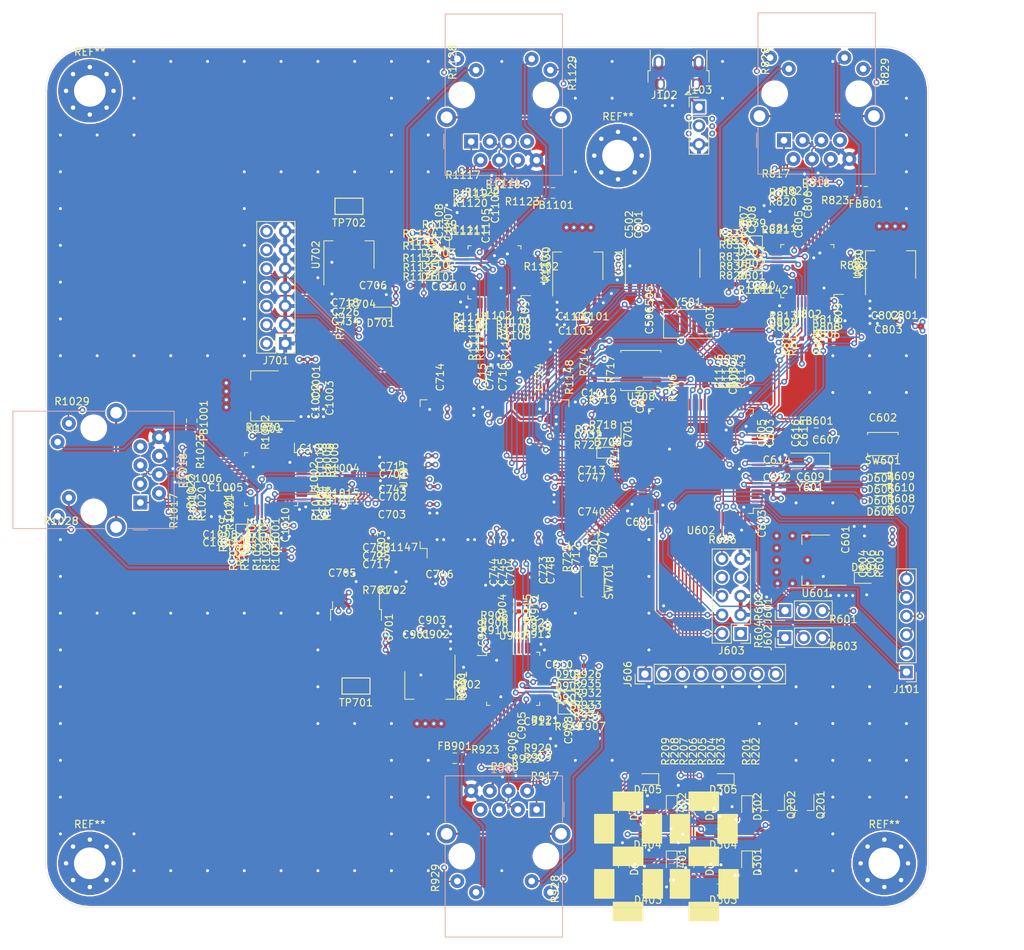
<source format=kicad_pcb>
(kicad_pcb (version 20171130) (host pcbnew "(5.1.6)-1")
  (layers (0 F.Cu signal) (1 In1.Cu signal) (2 In2.Cu signal) (31 B.Cu signal) (34 B.Paste user) (35 F.Paste user) (36 B.SilkS user) (37 F.SilkS user hide) (38 B.Mask user) (39 F.Mask user) (44 Edge.Cuts user))
  (net 0 "")
  (net 1 GNDD)
  (net 2 +5V)
  (net 3 "Net-(C503-Pad1)")
  (net 4 "Net-(C504-Pad1)")
  (net 5 "Net-(C505-Pad2)")
  (net 6 /STM32/NRST)
  (net 7 /STM32/VDDA)
  (net 8 /STM32/STM_3V3)
  (net 9 /STM32/RCC_OSC_IN)
  (net 10 /STM32/RCC_OSC_OUT)
  (net 11 "Net-(C717-Pad1)")
  (net 12 "Net-(C718-Pad1)")
  (net 13 /FPGA/VCCINT_1V2)
  (net 14 "/100BASETX-PHY 1/PHY_3V3")
  (net 15 "Net-(C804-Pad1)")
  (net 16 "Net-(C805-Pad1)")
  (net 17 "Net-(C806-Pad2)")
  (net 18 "Net-(C807-Pad1)")
  (net 19 /PHY1/PHY_3V3)
  (net 20 "Net-(C904-Pad1)")
  (net 21 "Net-(C905-Pad1)")
  (net 22 "Net-(C906-Pad2)")
  (net 23 "Net-(C907-Pad1)")
  (net 24 /PHY2/PHY_3V3)
  (net 25 "Net-(C1004-Pad1)")
  (net 26 "Net-(C1005-Pad1)")
  (net 27 "Net-(C1006-Pad2)")
  (net 28 "Net-(C1007-Pad1)")
  (net 29 /PHY3/PHY_3V3)
  (net 30 "Net-(C1104-Pad1)")
  (net 31 "Net-(C1105-Pad1)")
  (net 32 "Net-(C1106-Pad2)")
  (net 33 "Net-(C1107-Pad1)")
  (net 34 "/7seg-display/Digit 1/BA")
  (net 35 "/7seg-display/Digit 1/AK")
  (net 36 "/7seg-display/Digit 1/CA")
  (net 37 "/7seg-display/Digit 1/AN")
  (net 38 "/7seg-display/Digit 1/GA")
  (net 39 "/7seg-display/Digit 1/DA")
  (net 40 "/7seg-display/Digit 1/FA")
  (net 41 "/7seg-display/Digit 1/EA")
  (net 42 "/7seg-display/Digit 2/AK")
  (net 43 "Net-(D601-Pad2)")
  (net 44 "Net-(D602-Pad1)")
  (net 45 "Net-(D602-Pad2)")
  (net 46 "Net-(D603-Pad1)")
  (net 47 "Net-(D603-Pad2)")
  (net 48 "Net-(D604-Pad2)")
  (net 49 "Net-(D604-Pad1)")
  (net 50 "Net-(D605-Pad1)")
  (net 51 "Net-(D605-Pad2)")
  (net 52 "Net-(D701-Pad2)")
  (net 53 "Net-(D706-Pad1)")
  (net 54 "Net-(D801-Pad2)")
  (net 55 "/100BASETX-PHY 1/AN0")
  (net 56 "/100BASETX-PHY 1/AN1")
  (net 57 "Net-(D802-Pad2)")
  (net 58 "Net-(D803-Pad2)")
  (net 59 "/100BASETX-PHY 1/AN_EN")
  (net 60 "Net-(D901-Pad2)")
  (net 61 /PHY1/AN0)
  (net 62 "Net-(D902-Pad2)")
  (net 63 /PHY1/AN1)
  (net 64 /PHY1/AN_EN)
  (net 65 "Net-(D903-Pad2)")
  (net 66 /PHY2/AN0)
  (net 67 "Net-(D1001-Pad2)")
  (net 68 "Net-(D1002-Pad2)")
  (net 69 /PHY2/AN1)
  (net 70 /PHY2/AN_EN)
  (net 71 "Net-(D1003-Pad2)")
  (net 72 "Net-(D1101-Pad2)")
  (net 73 /PHY3/AN0)
  (net 74 /PHY3/AN1)
  (net 75 "Net-(D1102-Pad2)")
  (net 76 "Net-(D1103-Pad2)")
  (net 77 /PHY3/AN_EN)
  (net 78 /STM32/SPI1_CS)
  (net 79 /STM32/SPI1_SCK)
  (net 80 /STM32/SPI1_MISO)
  (net 81 /STM32/SPI1_MOSI)
  (net 82 /STM32/UART_TX)
  (net 83 /STM32/UART_RX)
  (net 84 /STM32/ADC1)
  (net 85 /STM32/ADC2)
  (net 86 /STM32/I2C_SDA)
  (net 87 /STM32/I2C_SCL)
  (net 88 "Net-(J102-Pad6)")
  (net 89 /USB-UART/USB-D-)
  (net 90 /USB-UART/USB-D+)
  (net 91 "Net-(J102-Pad4)")
  (net 92 /STM32/SYS_JTMS_SWDIO)
  (net 93 /STM32/SYS_JTCK_SWCLK)
  (net 94 /STM32/SYS_TRACESWO)
  (net 95 "Net-(J602-Pad3)")
  (net 96 /STM32/BOOT0)
  (net 97 /STM32/BOOT1)
  (net 98 "Net-(J701-Pad12)")
  (net 99 "Net-(J701-Pad14)")
  (net 100 "Net-(J801-PadR7)")
  (net 101 "Net-(J801-PadL1)")
  (net 102 "Net-(J801-PadL4)")
  (net 103 "Net-(J801-Pad13)")
  (net 104 "/100BASETX-PHY 1/SNI_MODE")
  (net 105 /STM32/PHY_RXD_0)
  (net 106 /STM32/PHY_RXD_1)
  (net 107 "/100BASETX-PHY 1/PHY_AD3")
  (net 108 "/100BASETX-PHY 1/PHY_AD4")
  (net 109 "/100BASETX-PHY 1/MDIX_EN")
  (net 110 "/100BASETX-PHY 1/RX_DV")
  (net 111 "/100BASETX-PHY 1/PHY_AD0")
  (net 112 "/100BASETX-PHY 1/CRS_DV")
  (net 113 "/100BASETX-PHY 1/~RESET")
  (net 114 "/100BASETX-PHY 1/POWER_DOWN")
  (net 115 "Net-(J901-Pad13)")
  (net 116 "Net-(J901-PadL4)")
  (net 117 "Net-(J901-PadL1)")
  (net 118 "Net-(J901-PadR7)")
  (net 119 /PHY1/SNI_MODE)
  (net 120 /FPGA/PHY1_RXD_0)
  (net 121 /FPGA/PHY1_RXD_1)
  (net 122 /PHY1/PHY_AD3)
  (net 123 /PHY1/PHY_AD4)
  (net 124 /PHY1/MDIX_EN)
  (net 125 /FPGA/PHY1_RX_DV)
  (net 126 /PHY1/PHY_AD0)
  (net 127 /PHY1/CRS_DV)
  (net 128 /FPGA/~PHY1_RESET)
  (net 129 /FPGA/PHY1_POWER_DOWN)
  (net 130 "Net-(J1001-Pad13)")
  (net 131 "Net-(J1001-PadL4)")
  (net 132 "Net-(J1001-PadL1)")
  (net 133 "Net-(J1001-PadR7)")
  (net 134 /PHY2/SNI_MODE)
  (net 135 /FPGA/PHY2_RXD_0)
  (net 136 /FPGA/PHY2_RXD_1)
  (net 137 /PHY2/PHY_AD3)
  (net 138 /PHY2/PHY_AD4)
  (net 139 /PHY2/MDIX_EN)
  (net 140 /FPGA/PHY2_RX_DV)
  (net 141 /PHY2/PHY_AD0)
  (net 142 /PHY2/CRS_DV)
  (net 143 /FPGA/~PHY2_RESET)
  (net 144 /FPGA/PHY2_POWER_DOWN)
  (net 145 "Net-(J1101-PadR7)")
  (net 146 "Net-(J1101-PadL1)")
  (net 147 "Net-(J1101-PadL4)")
  (net 148 "Net-(J1101-Pad13)")
  (net 149 /PHY3/SNI_MODE)
  (net 150 /FPGA/PHY3_RXD_0)
  (net 151 /FPGA/PHY3_RXD_1)
  (net 152 /PHY3/PHY_AD3)
  (net 153 /PHY3/PHY_AD4)
  (net 154 /PHY3/MDIX_EN)
  (net 155 /FPGA/PHY3_RX_DV)
  (net 156 /PHY3/PHY_AD0)
  (net 157 /PHY3/CRS_DV)
  (net 158 /FPGA/~PHY3_RESET)
  (net 159 /FPGA/PHY3_POWER_DOWN)
  (net 160 "Net-(Q201-Pad2)")
  (net 161 "Net-(Q202-Pad2)")
  (net 162 /7seg-display/7SEG-1)
  (net 163 /7seg-display/7SEG-2)
  (net 164 /7seg-display/7SEG-A)
  (net 165 /7seg-display/7SEG-B)
  (net 166 /7seg-display/7SEG-C)
  (net 167 /7seg-display/7SEG-D)
  (net 168 /7seg-display/7SEG-E)
  (net 169 /7seg-display/7SEG-F)
  (net 170 /7seg-display/7SEG-G)
  (net 171 "Net-(R701-Pad1)")
  (net 172 "Net-(R819-Pad2)")
  (net 173 "Net-(R820-Pad2)")
  (net 174 "Net-(R821-Pad2)")
  (net 175 "Net-(R919-Pad2)")
  (net 176 "Net-(R920-Pad2)")
  (net 177 "Net-(R921-Pad2)")
  (net 178 "Net-(R1019-Pad2)")
  (net 179 "Net-(R1020-Pad2)")
  (net 180 "Net-(R1021-Pad2)")
  (net 181 "Net-(R1119-Pad2)")
  (net 182 "Net-(R1120-Pad2)")
  (net 183 "Net-(R1121-Pad2)")
  (net 184 /USB-UART/UART-TX)
  (net 185 /USB-UART/UART-RX)
  (net 186 "Net-(U501-Pad9)")
  (net 187 "Net-(U501-Pad10)")
  (net 188 "Net-(U501-Pad11)")
  (net 189 "Net-(U501-Pad12)")
  (net 190 "Net-(U501-Pad13)")
  (net 191 "Net-(U501-Pad14)")
  (net 192 "Net-(U501-Pad15)")
  (net 193 "/100BASETX-PHY 1/MDC")
  (net 194 "/100BASETX-PHY 1/CLK_OUT")
  (net 195 "/100BASETX-PHY 1/MDIO")
  (net 196 /STM32/PHY_TX_EN)
  (net 197 /STM32/PHY_TXD_0)
  (net 198 /STM32/PHY_TXD_1)
  (net 199 /FPGA/CLK_IN)
  (net 200 "Net-(U602-Pad73)")
  (net 201 "Net-(U707-Pad2)")
  (net 202 "Net-(U707-Pad22)")
  (net 203 "Net-(U707-Pad23)")
  (net 204 "Net-(U707-Pad29)")
  (net 205 "Net-(U707-Pad30)")
  (net 206 "Net-(U707-Pad51)")
  (net 207 "Net-(U707-Pad66)")
  (net 208 "Net-(U707-Pad67)")
  (net 209 "Net-(U707-Pad72)")
  (net 210 "Net-(U707-Pad75)")
  (net 211 "Net-(U707-Pad83)")
  (net 212 "Net-(U707-Pad84)")
  (net 213 "Net-(U707-Pad85)")
  (net 214 /PHY3/CLK_OUT)
  (net 215 /PHY3/MDIO)
  (net 216 /PHY3/MDC)
  (net 217 /FPGA/PHY3_TX_EN)
  (net 218 /FPGA/PHY3_TXD_1)
  (net 219 /FPGA/PHY3_TXD_0)
  (net 220 /PHY1/MDIO)
  (net 221 /PHY1/MDC)
  (net 222 /FPGA/PHY1_TX_EN)
  (net 223 /FPGA/PHY1_TXD_1)
  (net 224 /FPGA/PHY1_TXD_0)
  (net 225 /PHY1/CLK_OUT)
  (net 226 /PHY2/CLK_OUT)
  (net 227 /PHY2/MDIO)
  (net 228 /PHY2/MDC)
  (net 229 /FPGA/PHY2_TX_EN)
  (net 230 /FPGA/PHY2_TXD_1)
  (net 231 /FPGA/PHY2_TXD_0)
  (net 232 "Net-(U802-Pad38)")
  (net 233 "/100BASETX-PHY 1/CLK_X2")
  (net 234 "Net-(U802-Pad5)")
  (net 235 "Net-(U802-Pad1)")
  (net 236 "Net-(U902-Pad38)")
  (net 237 /PHY1/CLK_X2)
  (net 238 "Net-(U902-Pad5)")
  (net 239 "Net-(U902-Pad1)")
  (net 240 "Net-(U1002-Pad1)")
  (net 241 "Net-(U1002-Pad5)")
  (net 242 /PHY2/CLK_X2)
  (net 243 "Net-(U1002-Pad38)")
  (net 244 "Net-(U1102-Pad1)")
  (net 245 "Net-(U1102-Pad5)")
  (net 246 /PHY3/CLK_X2)
  (net 247 "Net-(U1102-Pad38)")
  (net 248 "/100BASETX-PHY 1/TD+")
  (net 249 "/100BASETX-PHY 1/TD-")
  (net 250 "/100BASETX-PHY 1/RX+")
  (net 251 "/100BASETX-PHY 1/RX-")
  (net 252 /PHY1/RX-)
  (net 253 /PHY1/RX+)
  (net 254 /PHY1/TD-)
  (net 255 /PHY1/TD+)
  (net 256 /PHY2/RX-)
  (net 257 /PHY2/RX+)
  (net 258 /PHY2/TD-)
  (net 259 /PHY2/TD+)
  (net 260 /PHY3/TD+)
  (net 261 /PHY3/TD-)
  (net 262 /PHY3/RX+)
  (net 263 /PHY3/RX-)
  (net 264 /FPGA/VCCO_3V3)
  (net 265 "Net-(D706-Pad2)")
  (net 266 "Net-(D707-Pad2)")
  (net 267 /STM32/FPGA_INIT)
  (net 268 /FPGA/TMS)
  (net 269 /FPGA/TCK)
  (net 270 /FPGA/TDO)
  (net 271 /FPGA/TDI)
  (net 272 "Net-(Q701-Pad2)")
  (net 273 /FPGA/CCLK)
  (net 274 /FPGA/CSO_B)
  (net 275 /FPGA/DONE)
  (net 276 /FPGA/M0)
  (net 277 /FPGA/M1)
  (net 278 /STM32/FPGA_PROGRAM)
  (net 279 "Net-(R1143-Pad1)")
  (net 280 "Net-(R1144-Pad1)")
  (net 281 "Net-(R1145-Pad1)")
  (net 282 "Net-(R1146-Pad1)")
  (net 283 "Net-(R1147-Pad1)")
  (net 284 "Net-(R1148-Pad2)")
  (net 285 /PHY1/CLK_X1)
  (net 286 /FPGA/MOSI)
  (net 287 /FPGA/DIN)
  (net 288 /PHY3/CLK_X1)
  (net 289 "Net-(U707-Pad121)")
  (net 290 "Net-(U707-Pad123)")
  (net 291 "Net-(U707-Pad124)")
  (net 292 /PHY2/CLK_X1)
  (net 293 "Net-(U708-Pad7)")
  (net 294 "Net-(U708-Pad3)")
  (net 295 "Net-(U707-Pad131)")
  (net 296 "Net-(U707-Pad143)")
  (net 297 "Net-(U707-Pad142)")
  (net 298 "Net-(U707-Pad141)")
  (net 299 "Net-(U707-Pad140)")
  (net 300 "Net-(U707-Pad139)")
  (net 301 "Net-(U707-Pad138)")
  (net 302 "Net-(U707-Pad137)")
  (net 303 "Net-(U707-Pad126)")
  (net 304 "Net-(U707-Pad21)")
  (net 305 "Net-(U707-Pad11)")
  (net 306 "Net-(U707-Pad5)")
  (net 307 "Net-(U707-Pad17)")
  (net 308 "Net-(U707-Pad16)")
  (net 309 "Net-(U707-Pad15)")
  (net 310 "Net-(U707-Pad14)")
  (net 311 "Net-(U707-Pad12)")
  (net 312 "Net-(U707-Pad104)")
  (net 313 "Net-(U707-Pad102)")
  (net 314 "Net-(U707-Pad93)")
  (net 315 "Net-(U707-Pad101)")
  (net 316 "Net-(U707-Pad97)")
  (net 317 "Net-(U707-Pad95)")
  (net 318 "Net-(U707-Pad88)")
  (net 319 "Net-(U602-Pad15)")
  (net 320 "Net-(U602-Pad17)")
  (net 321 "Net-(U602-Pad18)")
  (net 322 "Net-(U602-Pad33)")
  (net 323 "Net-(U602-Pad34)")
  (net 324 "Net-(U602-Pad35)")
  (net 325 "Net-(U602-Pad36)")
  (net 326 "Net-(U602-Pad47)")
  (net 327 "Net-(U602-Pad53)")
  (net 328 "Net-(U602-Pad54)")
  (net 329 "Net-(U602-Pad58)")
  (net 330 "Net-(U602-Pad59)")
  (net 331 "Net-(U602-Pad60)")
  (net 332 "Net-(U602-Pad61)")
  (net 333 "Net-(U602-Pad62)")
  (net 334 "Net-(U602-Pad63)")
  (net 335 "Net-(U602-Pad64)")
  (net 336 "Net-(U602-Pad65)")
  (net 337 "Net-(U602-Pad66)")
  (net 338 "Net-(U602-Pad71)")
  (net 339 "Net-(U602-Pad77)")
  (net 340 "Net-(J602-Pad1)")
  (net 341 "Net-(U602-Pad90)")
  (net 342 "Net-(U602-Pad91)")
  (net 343 "Net-(U602-Pad95)")
  (net 344 "Net-(U602-Pad96)")
  (net 345 "Net-(J603-Pad8)")
  (net 346 "Net-(J603-Pad7)")
  (net 347 "Net-(J601-Pad3)")
  (net 348 "Net-(J601-Pad1)")
  (net 349 "Net-(J606-Pad8)")
  (net 350 "Net-(J606-Pad7)")
  (net 351 "Net-(J606-Pad6)")
  (net 352 "Net-(J606-Pad5)")
  (net 353 "Net-(J606-Pad4)")
  (net 354 "Net-(J606-Pad3)")
  (net 355 "Net-(J606-Pad2)")
  (net 356 "Net-(J606-Pad1)")
  (net 357 "Net-(U602-Pad1)")
  (net 358 "Net-(U602-Pad2)")
  (net 359 "Net-(U602-Pad3)")
  (net 360 "Net-(U602-Pad4)")
  (net 361 "Net-(U602-Pad5)")
  (net 362 "Net-(U602-Pad38)")
  (net 363 "Net-(U602-Pad39)")
  (net 364 "Net-(U602-Pad40)")
  (net 365 "Net-(U602-Pad41)")
  (net 366 "Net-(U602-Pad42)")
  (net 367 "Net-(U602-Pad43)")
  (net 368 "Net-(U602-Pad44)")
  (net 369 "Net-(U602-Pad45)")
  (net 370 "Net-(U602-Pad46)")
  (net 371 "Net-(U602-Pad97)")
  (net 372 "Net-(U602-Pad98)")
  (net 373 "Net-(J102-Pad1)")
  (module Connector_PinHeader_2.54mm:PinHeader_1x03_P2.54mm_Vertical (layer F.Cu) (at 181.8 41.2)
    (fp_text reference J103 (at 0 -2.33) (layer F.SilkS))
    (fp_text value "POWER 5V")
    (pad 3 thru_hole oval (at 0 5.08) (size 1.7 1.7) (drill 1) (layers *.Cu *.Mask) (net 1 GNDD))
    (pad 2 thru_hole oval (at 0 2.54) (size 1.7 1.7) (drill 1) (layers *.Cu *.Mask) (net 2 +5V))
    (pad 1 thru_hole rect (at 0 0) (size 1.7 1.7) (drill 1) (layers *.Cu *.Mask) (net 373 "Net-(J102-Pad1)"))
  )
  (module Connector_PinHeader_2.54mm:PinHeader_1x03_P2.54mm_Vertical (layer F.Cu) (at 193.505 109.647 90)
    (fp_text reference J601 (at 0 -2.33 90) (layer F.SilkS))
    (fp_text value BOOT0)
    (pad 3 thru_hole oval (at 0 5.08 90) (size 1.7 1.7) (drill 1) (layers *.Cu *.Mask) (net 347 "Net-(J601-Pad3)"))
    (pad 2 thru_hole oval (at 0 2.54 90) (size 1.7 1.7) (drill 1) (layers *.Cu *.Mask) (net 96 /STM32/BOOT0))
    (pad 1 thru_hole rect (at 0 0 90) (size 1.7 1.7) (drill 1) (layers *.Cu *.Mask) (net 348 "Net-(J601-Pad1)"))
  )
  (module MountingHole:MountingHole_4.3mm_M4_Pad_Via (layer F.Cu) (at 170.8 47.8)
    (fp_text reference REF** (at 0 -5.3) (layer F.SilkS))
    (fp_text value MountingHole_4.3mm_M4_Pad_Via)
    (pad 1 thru_hole circle (at 0 0) (size 8.6 8.6) (drill 4.3) (layers *.Cu *.Mask))
    (pad 1 thru_hole circle (at 3.225 0) (size 0.9 0.9) (drill 0.6) (layers *.Cu *.Mask))
    (pad 1 thru_hole circle (at 2.280419 2.280419) (size 0.9 0.9) (drill 0.6) (layers *.Cu *.Mask))
    (pad 1 thru_hole circle (at 0 3.225) (size 0.9 0.9) (drill 0.6) (layers *.Cu *.Mask))
    (pad 1 thru_hole circle (at -2.280419 2.280419) (size 0.9 0.9) (drill 0.6) (layers *.Cu *.Mask))
    (pad 1 thru_hole circle (at -3.225 0) (size 0.9 0.9) (drill 0.6) (layers *.Cu *.Mask))
    (pad 1 thru_hole circle (at -2.280419 -2.280419) (size 0.9 0.9) (drill 0.6) (layers *.Cu *.Mask))
    (pad 1 thru_hole circle (at 0 -3.225) (size 0.9 0.9) (drill 0.6) (layers *.Cu *.Mask))
    (pad 1 thru_hole circle (at 2.280419 -2.280419) (size 0.9 0.9) (drill 0.6) (layers *.Cu *.Mask))
  )
  (module MountingHole:MountingHole_4.3mm_M4_Pad_Via (layer F.Cu) (at 207 144)
    (fp_text reference REF** (at 0 -5.3) (layer F.SilkS))
    (fp_text value MountingHole_4.3mm_M4_Pad_Via)
    (pad 1 thru_hole circle (at 2.280419 -2.280419) (size 0.9 0.9) (drill 0.6) (layers *.Cu *.Mask))
    (pad 1 thru_hole circle (at 0 -3.225) (size 0.9 0.9) (drill 0.6) (layers *.Cu *.Mask))
    (pad 1 thru_hole circle (at -2.280419 -2.280419) (size 0.9 0.9) (drill 0.6) (layers *.Cu *.Mask))
    (pad 1 thru_hole circle (at -3.225 0) (size 0.9 0.9) (drill 0.6) (layers *.Cu *.Mask))
    (pad 1 thru_hole circle (at -2.280419 2.280419) (size 0.9 0.9) (drill 0.6) (layers *.Cu *.Mask))
    (pad 1 thru_hole circle (at 0 3.225) (size 0.9 0.9) (drill 0.6) (layers *.Cu *.Mask))
    (pad 1 thru_hole circle (at 2.280419 2.280419) (size 0.9 0.9) (drill 0.6) (layers *.Cu *.Mask))
    (pad 1 thru_hole circle (at 3.225 0) (size 0.9 0.9) (drill 0.6) (layers *.Cu *.Mask))
    (pad 1 thru_hole circle (at 0 0) (size 8.6 8.6) (drill 4.3) (layers *.Cu *.Mask))
  )
  (module MountingHole:MountingHole_4.3mm_M4_Pad_Via (layer F.Cu) (at 99 144)
    (fp_text reference REF** (at 0 -5.3) (layer F.SilkS))
    (fp_text value MountingHole_4.3mm_M4_Pad_Via)
    (pad 1 thru_hole circle (at 0 0) (size 8.6 8.6) (drill 4.3) (layers *.Cu *.Mask))
    (pad 1 thru_hole circle (at 3.225 0) (size 0.9 0.9) (drill 0.6) (layers *.Cu *.Mask))
    (pad 1 thru_hole circle (at 2.280419 2.280419) (size 0.9 0.9) (drill 0.6) (layers *.Cu *.Mask))
    (pad 1 thru_hole circle (at 0 3.225) (size 0.9 0.9) (drill 0.6) (layers *.Cu *.Mask))
    (pad 1 thru_hole circle (at -2.280419 2.280419) (size 0.9 0.9) (drill 0.6) (layers *.Cu *.Mask))
    (pad 1 thru_hole circle (at -3.225 0) (size 0.9 0.9) (drill 0.6) (layers *.Cu *.Mask))
    (pad 1 thru_hole circle (at -2.280419 -2.280419) (size 0.9 0.9) (drill 0.6) (layers *.Cu *.Mask))
    (pad 1 thru_hole circle (at 0 -3.225) (size 0.9 0.9) (drill 0.6) (layers *.Cu *.Mask))
    (pad 1 thru_hole circle (at 2.280419 -2.280419) (size 0.9 0.9) (drill 0.6) (layers *.Cu *.Mask))
  )
  (module MountingHole:MountingHole_4.3mm_M4_Pad_Via (layer F.Cu) (at 99 39)
    (fp_text reference REF** (at 0 -5.3) (layer F.SilkS))
    (fp_text value MountingHole_4.3mm_M4_Pad_Via)
    (pad 1 thru_hole circle (at 2.280419 -2.280419) (size 0.9 0.9) (drill 0.6) (layers *.Cu *.Mask))
    (pad 1 thru_hole circle (at 0 -3.225) (size 0.9 0.9) (drill 0.6) (layers *.Cu *.Mask))
    (pad 1 thru_hole circle (at -2.280419 -2.280419) (size 0.9 0.9) (drill 0.6) (layers *.Cu *.Mask))
    (pad 1 thru_hole circle (at -3.225 0) (size 0.9 0.9) (drill 0.6) (layers *.Cu *.Mask))
    (pad 1 thru_hole circle (at -2.280419 2.280419) (size 0.9 0.9) (drill 0.6) (layers *.Cu *.Mask))
    (pad 1 thru_hole circle (at 0 3.225) (size 0.9 0.9) (drill 0.6) (layers *.Cu *.Mask))
    (pad 1 thru_hole circle (at 2.280419 2.280419) (size 0.9 0.9) (drill 0.6) (layers *.Cu *.Mask))
    (pad 1 thru_hole circle (at 3.225 0) (size 0.9 0.9) (drill 0.6) (layers *.Cu *.Mask))
    (pad 1 thru_hole circle (at 0 0) (size 8.6 8.6) (drill 4.3) (layers *.Cu *.Mask))
  )
  (module Resistor_SMD:R_0402_1005Metric (layer F.Cu) (at 183.594 128.801 270)
    (fp_text reference R203 (at 0 -1.17 90) (layer F.SilkS))
    (fp_text value 200)
    (pad 1 smd roundrect (at -0.485 0 270) (size 0.59 0.64) (layers F.Cu F.Paste F.Mask) (net 164 /7seg-display/7SEG-A))
    (pad 2 smd roundrect (at 0.485 0 270) (size 0.59 0.64) (layers F.Cu F.Paste F.Mask) (net 37 "/7seg-display/Digit 1/AN"))
  )
  (module Resistor_SMD:R_0402_1005Metric (layer F.Cu) (at 176.094 128.801 270)
    (fp_text reference R209 (at 0 -1.17 90) (layer F.SilkS))
    (fp_text value 200)
    (pad 1 smd roundrect (at -0.485 0 270) (size 0.59 0.64) (layers F.Cu F.Paste F.Mask) (net 170 /7seg-display/7SEG-G))
    (pad 2 smd roundrect (at 0.485 0 270) (size 0.59 0.64) (layers F.Cu F.Paste F.Mask) (net 38 "/7seg-display/Digit 1/GA"))
  )
  (module Resistor_SMD:R_0402_1005Metric (layer F.Cu) (at 188.344 128.801 270)
    (fp_text reference R202 (at 0 -1.17 90) (layer F.SilkS))
    (fp_text value 1k)
    (pad 1 smd roundrect (at -0.485 0 270) (size 0.59 0.64) (layers F.Cu F.Paste F.Mask) (net 163 /7seg-display/7SEG-2))
    (pad 2 smd roundrect (at 0.485 0 270) (size 0.59 0.64) (layers F.Cu F.Paste F.Mask) (net 160 "Net-(Q201-Pad2)"))
  )
  (module Resistor_SMD:R_0402_1005Metric (layer F.Cu) (at 181.094 128.801 270)
    (fp_text reference R205 (at 0 -1.17 90) (layer F.SilkS))
    (fp_text value 200)
    (pad 1 smd roundrect (at -0.485 0 270) (size 0.59 0.64) (layers F.Cu F.Paste F.Mask) (net 166 /7seg-display/7SEG-C))
    (pad 2 smd roundrect (at 0.485 0 270) (size 0.59 0.64) (layers F.Cu F.Paste F.Mask) (net 36 "/7seg-display/Digit 1/CA"))
  )
  (module Resistor_SMD:R_0402_1005Metric (layer F.Cu) (at 187.094 128.801 270)
    (fp_text reference R201 (at 0 -1.17 90) (layer F.SilkS))
    (fp_text value 1k)
    (pad 2 smd roundrect (at 0.485 0 270) (size 0.59 0.64) (layers F.Cu F.Paste F.Mask) (net 161 "Net-(Q202-Pad2)"))
    (pad 1 smd roundrect (at -0.485 0 270) (size 0.59 0.64) (layers F.Cu F.Paste F.Mask) (net 162 /7seg-display/7SEG-1))
  )
  (module Resistor_SMD:R_0402_1005Metric (layer F.Cu) (at 178.594 128.801 270)
    (fp_text reference R207 (at 0 -1.17 90) (layer F.SilkS))
    (fp_text value 200)
    (pad 1 smd roundrect (at -0.485 0 270) (size 0.59 0.64) (layers F.Cu F.Paste F.Mask) (net 168 /7seg-display/7SEG-E))
    (pad 2 smd roundrect (at 0.485 0 270) (size 0.59 0.64) (layers F.Cu F.Paste F.Mask) (net 41 "/7seg-display/Digit 1/EA"))
  )
  (module Resistor_SMD:R_0402_1005Metric (layer F.Cu) (at 182.344 128.801 270)
    (fp_text reference R204 (at 0 -1.17 90) (layer F.SilkS))
    (fp_text value 200)
    (pad 2 smd roundrect (at 0.485 0 270) (size 0.59 0.64) (layers F.Cu F.Paste F.Mask) (net 34 "/7seg-display/Digit 1/BA"))
    (pad 1 smd roundrect (at -0.485 0 270) (size 0.59 0.64) (layers F.Cu F.Paste F.Mask) (net 165 /7seg-display/7SEG-B))
  )
  (module Resistor_SMD:R_0402_1005Metric (layer F.Cu) (at 177.344 128.786 270)
    (fp_text reference R208 (at 0 -1.17 90) (layer F.SilkS))
    (fp_text value 200)
    (pad 2 smd roundrect (at 0.485 0 270) (size 0.59 0.64) (layers F.Cu F.Paste F.Mask) (net 40 "/7seg-display/Digit 1/FA"))
    (pad 1 smd roundrect (at -0.485 0 270) (size 0.59 0.64) (layers F.Cu F.Paste F.Mask) (net 169 /7seg-display/7SEG-F))
  )
  (module Resistor_SMD:R_0402_1005Metric (layer F.Cu) (at 179.844 128.816 270)
    (fp_text reference R206 (at 0 -1.17 90) (layer F.SilkS))
    (fp_text value 200)
    (pad 2 smd roundrect (at 0.485 0 270) (size 0.59 0.64) (layers F.Cu F.Paste F.Mask) (net 39 "/7seg-display/Digit 1/DA"))
    (pad 1 smd roundrect (at -0.485 0 270) (size 0.59 0.64) (layers F.Cu F.Paste F.Mask) (net 167 /7seg-display/7SEG-D))
  )
  (module LED_SMD:LED_0603_1608Metric (layer F.Cu) (at 178.094 143.801 270)
    (fp_text reference D401 (at 0 -1.43 90) (layer F.SilkS))
    (fp_text value B)
    (pad 2 smd roundrect (at 0.7875 0 270) (size 0.875 0.95) (layers F.Cu F.Paste F.Mask) (net 34 "/7seg-display/Digit 1/BA"))
    (pad 1 smd roundrect (at -0.7875 0 270) (size 0.875 0.95) (layers F.Cu F.Paste F.Mask) (net 42 "/7seg-display/Digit 2/AK"))
  )
  (module LED_SMD:LED_0603_1608Metric (layer F.Cu) (at 171.594 136.301 270)
    (fp_text reference D407 (at 0 -1.43 90) (layer F.SilkS))
    (fp_text value E)
    (pad 2 smd roundrect (at 0.7875 0 270) (size 0.875 0.95) (layers F.Cu F.Paste F.Mask) (net 41 "/7seg-display/Digit 1/EA"))
    (pad 1 smd roundrect (at -0.7875 0 270) (size 0.875 0.95) (layers F.Cu F.Paste F.Mask) (net 42 "/7seg-display/Digit 2/AK"))
  )
  (module LED_SMD:LED_0603_1608Metric (layer F.Cu) (at 174.8065 140.051 180)
    (fp_text reference D404 (at 0 -1.43) (layer F.SilkS))
    (fp_text value G)
    (pad 2 smd roundrect (at 0.7875 0 180) (size 0.875 0.95) (layers F.Cu F.Paste F.Mask) (net 38 "/7seg-display/Digit 1/GA"))
    (pad 1 smd roundrect (at -0.7875 0 180) (size 0.875 0.95) (layers F.Cu F.Paste F.Mask) (net 42 "/7seg-display/Digit 2/AK"))
  )
  (module LED_SMD:LED_0603_1608Metric (layer F.Cu) (at 181.844 143.801 270)
    (fp_text reference D306 (at 0 -1.43 90) (layer F.SilkS))
    (fp_text value F)
    (pad 2 smd roundrect (at 0.7875 0 270) (size 0.875 0.95) (layers F.Cu F.Paste F.Mask) (net 40 "/7seg-display/Digit 1/FA"))
    (pad 1 smd roundrect (at -0.7875 0 270) (size 0.875 0.95) (layers F.Cu F.Paste F.Mask) (net 35 "/7seg-display/Digit 1/AK"))
  )
  (module LED_SMD:LED_0603_1608Metric (layer F.Cu) (at 185.094 140.051 180)
    (fp_text reference D304 (at 0 -1.43) (layer F.SilkS))
    (fp_text value G)
    (pad 2 smd roundrect (at 0.7875 0 180) (size 0.875 0.95) (layers F.Cu F.Paste F.Mask) (net 38 "/7seg-display/Digit 1/GA"))
    (pad 1 smd roundrect (at -0.7875 0 180) (size 0.875 0.95) (layers F.Cu F.Paste F.Mask) (net 35 "/7seg-display/Digit 1/AK"))
  )
  (module LED_SMD:LED_0603_1608Metric (layer F.Cu) (at 185.094 147.551 180)
    (fp_text reference D303 (at 0 -1.43) (layer F.SilkS))
    (fp_text value A)
    (pad 2 smd roundrect (at 0.7875 0 180) (size 0.875 0.95) (layers F.Cu F.Paste F.Mask) (net 37 "/7seg-display/Digit 1/AN"))
    (pad 1 smd roundrect (at -0.7875 0 180) (size 0.875 0.95) (layers F.Cu F.Paste F.Mask) (net 35 "/7seg-display/Digit 1/AK"))
  )
  (module LED_SMD:LED_0603_1608Metric (layer F.Cu) (at 174.8815 147.551 180)
    (fp_text reference D403 (at 0 -1.43) (layer F.SilkS))
    (fp_text value A)
    (pad 2 smd roundrect (at 0.7875 0 180) (size 0.875 0.95) (layers F.Cu F.Paste F.Mask) (net 37 "/7seg-display/Digit 1/AN"))
    (pad 1 smd roundrect (at -0.7875 0 180) (size 0.875 0.95) (layers F.Cu F.Paste F.Mask) (net 42 "/7seg-display/Digit 2/AK"))
  )
  (module LED_SMD:LED_0603_1608Metric (layer F.Cu) (at 185.094 132.551 180)
    (fp_text reference D305 (at 0 -1.43) (layer F.SilkS))
    (fp_text value D)
    (pad 2 smd roundrect (at 0.7875 0 180) (size 0.875 0.95) (layers F.Cu F.Paste F.Mask) (net 39 "/7seg-display/Digit 1/DA"))
    (pad 1 smd roundrect (at -0.7875 0 180) (size 0.875 0.95) (layers F.Cu F.Paste F.Mask) (net 35 "/7seg-display/Digit 1/AK"))
  )
  (module Package_TO_SOT_SMD:SOT-23 (layer F.Cu) (at 195.844 136.051 270)
    (fp_text reference Q201 (at 0 -2.5 90) (layer F.SilkS))
    (fp_text value 2N3904)
    (pad 3 smd rect (at 1 0 270) (size 0.9 0.8) (layers F.Cu F.Paste F.Mask) (net 35 "/7seg-display/Digit 1/AK"))
    (pad 2 smd rect (at -1 0.95 270) (size 0.9 0.8) (layers F.Cu F.Paste F.Mask) (net 160 "Net-(Q201-Pad2)"))
    (pad 1 smd rect (at -1 -0.95 270) (size 0.9 0.8) (layers F.Cu F.Paste F.Mask) (net 1 GNDD))
  )
  (module LED_SMD:LED_0603_1608Metric (layer F.Cu) (at 188.344 136.301 270)
    (fp_text reference D302 (at 0 -1.43 90) (layer F.SilkS))
    (fp_text value C)
    (pad 2 smd roundrect (at 0.7875 0 270) (size 0.875 0.95) (layers F.Cu F.Paste F.Mask) (net 36 "/7seg-display/Digit 1/CA"))
    (pad 1 smd roundrect (at -0.7875 0 270) (size 0.875 0.95) (layers F.Cu F.Paste F.Mask) (net 35 "/7seg-display/Digit 1/AK"))
  )
  (module Package_TO_SOT_SMD:SOT-23 (layer F.Cu) (at 191.844 136.051 270)
    (fp_text reference Q202 (at 0 -2.5 90) (layer F.SilkS))
    (fp_text value 2N3904)
    (pad 3 smd rect (at 1 0 270) (size 0.9 0.8) (layers F.Cu F.Paste F.Mask) (net 42 "/7seg-display/Digit 2/AK"))
    (pad 2 smd rect (at -1 0.95 270) (size 0.9 0.8) (layers F.Cu F.Paste F.Mask) (net 161 "Net-(Q202-Pad2)"))
    (pad 1 smd rect (at -1 -0.95 270) (size 0.9 0.8) (layers F.Cu F.Paste F.Mask) (net 1 GNDD))
  )
  (module LED_SMD:LED_0603_1608Metric (layer F.Cu) (at 171.594 143.7635 270)
    (fp_text reference D406 (at 0 -1.43 90) (layer F.SilkS))
    (fp_text value F)
    (pad 2 smd roundrect (at 0.7875 0 270) (size 0.875 0.95) (layers F.Cu F.Paste F.Mask) (net 40 "/7seg-display/Digit 1/FA"))
    (pad 1 smd roundrect (at -0.7875 0 270) (size 0.875 0.95) (layers F.Cu F.Paste F.Mask) (net 42 "/7seg-display/Digit 2/AK"))
  )
  (module LED_SMD:LED_0603_1608Metric (layer F.Cu) (at 174.844 132.551 180)
    (fp_text reference D405 (at 0 -1.43) (layer F.SilkS))
    (fp_text value D)
    (pad 2 smd roundrect (at 0.7875 0 180) (size 0.875 0.95) (layers F.Cu F.Paste F.Mask) (net 39 "/7seg-display/Digit 1/DA"))
    (pad 1 smd roundrect (at -0.7875 0 180) (size 0.875 0.95) (layers F.Cu F.Paste F.Mask) (net 42 "/7seg-display/Digit 2/AK"))
  )
  (module LED_SMD:LED_0603_1608Metric (layer F.Cu) (at 178.094 136.2635 270)
    (fp_text reference D402 (at 0 -1.43 90) (layer F.SilkS))
    (fp_text value C)
    (pad 2 smd roundrect (at 0.7875 0 270) (size 0.875 0.95) (layers F.Cu F.Paste F.Mask) (net 36 "/7seg-display/Digit 1/CA"))
    (pad 1 smd roundrect (at -0.7875 0 270) (size 0.875 0.95) (layers F.Cu F.Paste F.Mask) (net 42 "/7seg-display/Digit 2/AK"))
  )
  (module LED_SMD:LED_0603_1608Metric (layer F.Cu) (at 181.844 136.301 270)
    (fp_text reference D307 (at 0 -1.43 90) (layer F.SilkS))
    (fp_text value E)
    (pad 2 smd roundrect (at 0.7875 0 270) (size 0.875 0.95) (layers F.Cu F.Paste F.Mask) (net 41 "/7seg-display/Digit 1/EA"))
    (pad 1 smd roundrect (at -0.7875 0 270) (size 0.875 0.95) (layers F.Cu F.Paste F.Mask) (net 35 "/7seg-display/Digit 1/AK"))
  )
  (module LED_SMD:LED_0603_1608Metric (layer F.Cu) (at 188.344 143.801 270)
    (fp_text reference D301 (at 0 -1.43 90) (layer F.SilkS))
    (fp_text value B)
    (pad 2 smd roundrect (at 0.7875 0 270) (size 0.875 0.95) (layers F.Cu F.Paste F.Mask) (net 34 "/7seg-display/Digit 1/BA"))
    (pad 1 smd roundrect (at -0.7875 0 270) (size 0.875 0.95) (layers F.Cu F.Paste F.Mask) (net 35 "/7seg-display/Digit 1/AK"))
  )
  (module Package_QFP:LQFP-48_7x7mm_P0.5mm (layer F.Cu) (at 196.53 63.507 180)
    (fp_text reference U802 (at 0 -5.85 180) (layer F.SilkS))
    (fp_text value DP83848C)
    (pad 48 smd roundrect (at -2.75 -4.1625 180) (size 0.3 1.475) (layers F.Cu F.Paste F.Mask) (net 14 "/100BASETX-PHY 1/PHY_3V3"))
    (pad 47 smd roundrect (at -2.25 -4.1625 180) (size 0.3 1.475) (layers F.Cu F.Paste F.Mask) (net 1 GNDD))
    (pad 46 smd roundrect (at -1.75 -4.1625 180) (size 0.3 1.475) (layers F.Cu F.Paste F.Mask) (net 108 "/100BASETX-PHY 1/PHY_AD4"))
    (pad 45 smd roundrect (at -1.25 -4.1625 180) (size 0.3 1.475) (layers F.Cu F.Paste F.Mask) (net 107 "/100BASETX-PHY 1/PHY_AD3"))
    (pad 44 smd roundrect (at -0.75 -4.1625 180) (size 0.3 1.475) (layers F.Cu F.Paste F.Mask) (net 106 /STM32/PHY_RXD_1))
    (pad 43 smd roundrect (at -0.25 -4.1625 180) (size 0.3 1.475) (layers F.Cu F.Paste F.Mask) (net 105 /STM32/PHY_RXD_0))
    (pad 42 smd roundrect (at 0.25 -4.1625 180) (size 0.3 1.475) (layers F.Cu F.Paste F.Mask) (net 111 "/100BASETX-PHY 1/PHY_AD0"))
    (pad 41 smd roundrect (at 0.75 -4.1625 180) (size 0.3 1.475) (layers F.Cu F.Paste F.Mask) (net 109 "/100BASETX-PHY 1/MDIX_EN"))
    (pad 40 smd roundrect (at 1.25 -4.1625 180) (size 0.3 1.475) (layers F.Cu F.Paste F.Mask) (net 112 "/100BASETX-PHY 1/CRS_DV"))
    (pad 39 smd roundrect (at 1.75 -4.1625 180) (size 0.3 1.475) (layers F.Cu F.Paste F.Mask) (net 110 "/100BASETX-PHY 1/RX_DV"))
    (pad 38 smd roundrect (at 2.25 -4.1625 180) (size 0.3 1.475) (layers F.Cu F.Paste F.Mask) (net 232 "Net-(U802-Pad38)"))
    (pad 37 smd roundrect (at 2.75 -4.1625 180) (size 0.3 1.475) (layers F.Cu F.Paste F.Mask) (net 15 "Net-(C804-Pad1)"))
    (pad 36 smd roundrect (at 4.1625 -2.75 180) (size 1.475 0.3) (layers F.Cu F.Paste F.Mask) (net 1 GNDD))
    (pad 35 smd roundrect (at 4.1625 -2.25 180) (size 1.475 0.3) (layers F.Cu F.Paste F.Mask) (net 1 GNDD))
    (pad 34 smd roundrect (at 4.1625 -1.75 180) (size 1.475 0.3) (layers F.Cu F.Paste F.Mask) (net 199 /FPGA/CLK_IN))
    (pad 33 smd roundrect (at 4.1625 -1.25 180) (size 1.475 0.3) (layers F.Cu F.Paste F.Mask) (net 233 "/100BASETX-PHY 1/CLK_X2"))
    (pad 32 smd roundrect (at 4.1625 -0.75 180) (size 1.475 0.3) (layers F.Cu F.Paste F.Mask) (net 14 "/100BASETX-PHY 1/PHY_3V3"))
    (pad 31 smd roundrect (at 4.1625 -0.25 180) (size 1.475 0.3) (layers F.Cu F.Paste F.Mask) (net 193 "/100BASETX-PHY 1/MDC"))
    (pad 30 smd roundrect (at 4.1625 0.25 180) (size 1.475 0.3) (layers F.Cu F.Paste F.Mask) (net 195 "/100BASETX-PHY 1/MDIO"))
    (pad 29 smd roundrect (at 4.1625 0.75 180) (size 1.475 0.3) (layers F.Cu F.Paste F.Mask) (net 113 "/100BASETX-PHY 1/~RESET"))
    (pad 28 smd roundrect (at 4.1625 1.25 180) (size 1.475 0.3) (layers F.Cu F.Paste F.Mask) (net 55 "/100BASETX-PHY 1/AN0"))
    (pad 27 smd roundrect (at 4.1625 1.75 180) (size 1.475 0.3) (layers F.Cu F.Paste F.Mask) (net 56 "/100BASETX-PHY 1/AN1"))
    (pad 26 smd roundrect (at 4.1625 2.25 180) (size 1.475 0.3) (layers F.Cu F.Paste F.Mask) (net 59 "/100BASETX-PHY 1/AN_EN"))
    (pad 25 smd roundrect (at 4.1625 2.75 180) (size 1.475 0.3) (layers F.Cu F.Paste F.Mask) (net 194 "/100BASETX-PHY 1/CLK_OUT"))
    (pad 24 smd roundrect (at 2.75 4.1625 180) (size 0.3 1.475) (layers F.Cu F.Paste F.Mask) (net 174 "Net-(R821-Pad2)"))
    (pad 23 smd roundrect (at 2.25 4.1625 180) (size 0.3 1.475) (layers F.Cu F.Paste F.Mask) (net 18 "Net-(C807-Pad1)"))
    (pad 22 smd roundrect (at 1.75 4.1625 180) (size 0.3 1.475) (layers F.Cu F.Paste F.Mask) (net 14 "/100BASETX-PHY 1/PHY_3V3"))
    (pad 21 smd roundrect (at 1.25 4.1625 180) (size 0.3 1.475) (layers F.Cu F.Paste F.Mask) (net 173 "Net-(R820-Pad2)"))
    (pad 20 smd roundrect (at 0.75 4.1625 180) (size 0.3 1.475) (layers F.Cu F.Paste F.Mask) (net 172 "Net-(R819-Pad2)"))
    (pad 19 smd roundrect (at 0.25 4.1625 180) (size 0.3 1.475) (layers F.Cu F.Paste F.Mask) (net 1 GNDD))
    (pad 18 smd roundrect (at -0.25 4.1625 180) (size 0.3 1.475) (layers F.Cu F.Paste F.Mask) (net 16 "Net-(C805-Pad1)"))
    (pad 17 smd roundrect (at -0.75 4.1625 180) (size 0.3 1.475) (layers F.Cu F.Paste F.Mask) (net 248 "/100BASETX-PHY 1/TD+"))
    (pad 16 smd roundrect (at -1.25 4.1625 180) (size 0.3 1.475) (layers F.Cu F.Paste F.Mask) (net 249 "/100BASETX-PHY 1/TD-"))
    (pad 15 smd roundrect (at -1.75 4.1625 180) (size 0.3 1.475) (layers F.Cu F.Paste F.Mask) (net 1 GNDD))
    (pad 14 smd roundrect (at -2.25 4.1625 180) (size 0.3 1.475) (layers F.Cu F.Paste F.Mask) (net 250 "/100BASETX-PHY 1/RX+"))
    (pad 13 smd roundrect (at -2.75 4.1625 180) (size 0.3 1.475) (layers F.Cu F.Paste F.Mask) (net 251 "/100BASETX-PHY 1/RX-"))
    (pad 12 smd roundrect (at -4.1625 2.75 180) (size 1.475 0.3) (layers F.Cu F.Paste F.Mask))
    (pad 11 smd roundrect (at -4.1625 2.25 180) (size 1.475 0.3) (layers F.Cu F.Paste F.Mask))
    (pad 10 smd roundrect (at -4.1625 1.75 180) (size 1.475 0.3) (layers F.Cu F.Paste F.Mask))
    (pad 9 smd roundrect (at -4.1625 1.25 180) (size 1.475 0.3) (layers F.Cu F.Paste F.Mask))
    (pad 8 smd roundrect (at -4.1625 0.75 180) (size 1.475 0.3) (layers F.Cu F.Paste F.Mask))
    (pad 7 smd roundrect (at -4.1625 0.25 180) (size 1.475 0.3) (layers F.Cu F.Paste F.Mask) (net 114 "/100BASETX-PHY 1/POWER_DOWN"))
    (pad 6 smd roundrect (at -4.1625 -0.25 180) (size 1.475 0.3) (layers F.Cu F.Paste F.Mask) (net 104 "/100BASETX-PHY 1/SNI_MODE"))
    (pad 5 smd roundrect (at -4.1625 -0.75 180) (size 1.475 0.3) (layers F.Cu F.Paste F.Mask) (net 234 "Net-(U802-Pad5)"))
    (pad 4 smd roundrect (at -4.1625 -1.25 180) (size 1.475 0.3) (layers F.Cu F.Paste F.Mask) (net 198 /STM32/PHY_TXD_1))
    (pad 3 smd roundrect (at -4.1625 -1.75 180) (size 1.475 0.3) (layers F.Cu F.Paste F.Mask) (net 197 /STM32/PHY_TXD_0))
    (pad 2 smd roundrect (at -4.1625 -2.25 180) (size 1.475 0.3) (layers F.Cu F.Paste F.Mask) (net 196 /STM32/PHY_TX_EN))
    (pad 1 smd roundrect (at -4.1625 -2.75 180) (size 1.475 0.3) (layers F.Cu F.Paste F.Mask) (net 235 "Net-(U802-Pad1)"))
  )
  (module Package_TO_SOT_SMD:SOT-223-3_TabPin2 (layer F.Cu) (at 207.851 62.642 90)
    (fp_text reference U801 (at 0 -4.5 90) (layer F.SilkS))
    (fp_text value AMS1117-3.3)
    (pad 1 smd rect (at -3.15 -2.3 90) (size 2 1.5) (layers F.Cu F.Paste F.Mask) (net 1 GNDD))
    (pad 3 smd rect (at -3.15 2.3 90) (size 2 1.5) (layers F.Cu F.Paste F.Mask) (net 2 +5V))
    (pad 2 smd rect (at -3.15 0 90) (size 2 1.5) (layers F.Cu F.Paste F.Mask) (net 14 "/100BASETX-PHY 1/PHY_3V3"))
    (pad 2 smd rect (at 3.15 0 90) (size 2 3.8) (layers F.Cu F.Paste F.Mask) (net 14 "/100BASETX-PHY 1/PHY_3V3"))
  )
  (module Resistor_SMD:R_0402_1005Metric (layer F.Cu) (at 189.014 58.173)
    (fp_text reference R839 (at 0 -1.17 180) (layer F.SilkS))
    (fp_text value 2k2)
    (pad 2 smd roundrect (at 0.485 0) (size 0.59 0.64) (layers F.Cu F.Paste F.Mask) (net 59 "/100BASETX-PHY 1/AN_EN"))
    (pad 1 smd roundrect (at -0.485 0) (size 0.59 0.64) (layers F.Cu F.Paste F.Mask) (net 14 "/100BASETX-PHY 1/PHY_3V3"))
  )
  (module Resistor_SMD:R_0402_1005Metric (layer F.Cu) (at 187.005 58.173 180)
    (fp_text reference R837 (at 0 -1.17 180) (layer F.SilkS))
    (fp_text value 2k2)
    (pad 2 smd roundrect (at 0.485 0 180) (size 0.59 0.64) (layers F.Cu F.Paste F.Mask) (net 56 "/100BASETX-PHY 1/AN1"))
    (pad 1 smd roundrect (at -0.485 0 180) (size 0.59 0.64) (layers F.Cu F.Paste F.Mask) (net 14 "/100BASETX-PHY 1/PHY_3V3"))
  )
  (module Resistor_SMD:R_0402_1005Metric (layer F.Cu) (at 186.441 64.021)
    (fp_text reference R835 (at 0 -1.17 180) (layer F.SilkS))
    (fp_text value 2k2)
    (pad 2 smd roundrect (at 0.485 0) (size 0.59 0.64) (layers F.Cu F.Paste F.Mask) (net 55 "/100BASETX-PHY 1/AN0"))
    (pad 1 smd roundrect (at -0.485 0) (size 0.59 0.64) (layers F.Cu F.Paste F.Mask) (net 14 "/100BASETX-PHY 1/PHY_3V3"))
  )
  (module Resistor_SMD:R_0402_1005Metric (layer F.Cu) (at 186.393 59.57)
    (fp_text reference R834 (at 0 -1.17 180) (layer F.SilkS))
    (fp_text value 200)
    (pad 2 smd roundrect (at 0.485 0) (size 0.59 0.64) (layers F.Cu F.Paste F.Mask) (net 58 "Net-(D803-Pad2)"))
    (pad 1 smd roundrect (at -0.485 0) (size 0.59 0.64) (layers F.Cu F.Paste F.Mask) (net 14 "/100BASETX-PHY 1/PHY_3V3"))
  )
  (module Resistor_SMD:R_0402_1005Metric (layer F.Cu) (at 186.393 61.112)
    (fp_text reference R833 (at 0 -1.17 180) (layer F.SilkS))
    (fp_text value 200)
    (pad 2 smd roundrect (at 0.485 0) (size 0.59 0.64) (layers F.Cu F.Paste F.Mask) (net 57 "Net-(D802-Pad2)"))
    (pad 1 smd roundrect (at -0.485 0) (size 0.59 0.64) (layers F.Cu F.Paste F.Mask) (net 14 "/100BASETX-PHY 1/PHY_3V3"))
  )
  (module Resistor_SMD:R_0402_1005Metric (layer F.Cu) (at 186.393 62.745)
    (fp_text reference R832 (at 0 -1.17 180) (layer F.SilkS))
    (fp_text value 200)
    (pad 2 smd roundrect (at 0.485 0) (size 0.59 0.64) (layers F.Cu F.Paste F.Mask) (net 54 "Net-(D801-Pad2)"))
    (pad 1 smd roundrect (at -0.485 0) (size 0.59 0.64) (layers F.Cu F.Paste F.Mask) (net 14 "/100BASETX-PHY 1/PHY_3V3"))
  )
  (module Resistor_SMD:R_0402_1005Metric (layer F.Cu) (at 202.42 62.393 270)
    (fp_text reference R830 (at 0 -1.17 90) (layer F.SilkS))
    (fp_text value 2k2)
    (pad 2 smd roundrect (at 0.485 0 270) (size 0.59 0.64) (layers F.Cu F.Paste F.Mask) (net 114 "/100BASETX-PHY 1/POWER_DOWN"))
    (pad 1 smd roundrect (at -0.485 0 270) (size 0.59 0.64) (layers F.Cu F.Paste F.Mask) (net 14 "/100BASETX-PHY 1/PHY_3V3"))
  )
  (module Resistor_SMD:R_0402_1005Metric (layer F.Cu) (at 205.928 36.433 270)
    (fp_text reference R829 (at 0 -1.17 90) (layer F.SilkS))
    (fp_text value 200)
    (pad 2 smd roundrect (at 0.485 0 270) (size 0.59 0.64) (layers F.Cu F.Paste F.Mask) (net 14 "/100BASETX-PHY 1/PHY_3V3"))
    (pad 1 smd roundrect (at -0.485 0 270) (size 0.59 0.64) (layers F.Cu F.Paste F.Mask) (net 101 "Net-(J801-PadL1)"))
  )
  (module Resistor_SMD:R_0402_1005Metric (layer F.Cu) (at 189.672 34.932 270)
    (fp_text reference R828 (at 0 -1.17 90) (layer F.SilkS))
    (fp_text value 200)
    (pad 2 smd roundrect (at 0.485 0 270) (size 0.59 0.64) (layers F.Cu F.Paste F.Mask) (net 14 "/100BASETX-PHY 1/PHY_3V3"))
    (pad 1 smd roundrect (at -0.485 0 270) (size 0.59 0.64) (layers F.Cu F.Paste F.Mask) (net 102 "Net-(J801-PadL4)"))
  )
  (module Resistor_SMD:R_0402_1005Metric (layer F.Cu) (at 186.418 65.291)
    (fp_text reference R826 (at 0 -1.17 180) (layer F.SilkS))
    (fp_text value 2k2)
    (pad 2 smd roundrect (at 0.485 0) (size 0.59 0.64) (layers F.Cu F.Paste F.Mask) (net 113 "/100BASETX-PHY 1/~RESET"))
    (pad 1 smd roundrect (at -0.485 0) (size 0.59 0.64) (layers F.Cu F.Paste F.Mask) (net 14 "/100BASETX-PHY 1/PHY_3V3"))
  )
  (module Resistor_SMD:R_0402_1005Metric (layer F.Cu) (at 193.253 72.276)
    (fp_text reference R824 (at 0 -1.17 180) (layer F.SilkS))
    (fp_text value 2k2)
    (pad 2 smd roundrect (at 0.485 0) (size 0.59 0.64) (layers F.Cu F.Paste F.Mask) (net 112 "/100BASETX-PHY 1/CRS_DV"))
    (pad 1 smd roundrect (at -0.485 0) (size 0.59 0.64) (layers F.Cu F.Paste F.Mask) (net 14 "/100BASETX-PHY 1/PHY_3V3"))
  )
  (module Resistor_SMD:R_0402_1005Metric (layer F.Cu) (at 200.317 52.712 180)
    (fp_text reference R823 (at 0 -1.17 180) (layer F.SilkS))
    (fp_text value 50)
    (pad 2 smd roundrect (at 0.485 0 180) (size 0.59 0.64) (layers F.Cu F.Paste F.Mask) (net 251 "/100BASETX-PHY 1/RX-"))
    (pad 1 smd roundrect (at -0.485 0 180) (size 0.59 0.64) (layers F.Cu F.Paste F.Mask) (net 17 "Net-(C806-Pad2)"))
  )
  (module Resistor_SMD:R_0402_1005Metric (layer F.Cu) (at 194.856 51.442 180)
    (fp_text reference R822 (at 0 -1.17 180) (layer F.SilkS))
    (fp_text value 50)
    (pad 2 smd roundrect (at 0.485 0 180) (size 0.59 0.64) (layers F.Cu F.Paste F.Mask) (net 249 "/100BASETX-PHY 1/TD-"))
    (pad 1 smd roundrect (at -0.485 0 180) (size 0.59 0.64) (layers F.Cu F.Paste F.Mask) (net 17 "Net-(C806-Pad2)"))
  )
  (module Resistor_SMD:R_0402_1005Metric (layer F.Cu) (at 192.212 59.062)
    (fp_text reference R821 (at 0 -1.17 180) (layer F.SilkS))
    (fp_text value 4k87)
    (pad 2 smd roundrect (at 0.485 0) (size 0.59 0.64) (layers F.Cu F.Paste F.Mask) (net 174 "Net-(R821-Pad2)"))
    (pad 1 smd roundrect (at -0.485 0) (size 0.59 0.64) (layers F.Cu F.Paste F.Mask) (net 1 GNDD))
  )
  (module Resistor_SMD:R_0402_1005Metric (layer F.Cu) (at 193.205 55.252)
    (fp_text reference R820 (at 0 -1.17 180) (layer F.SilkS))
    (fp_text value 2k2)
    (pad 2 smd roundrect (at 0.485 0) (size 0.59 0.64) (layers F.Cu F.Paste F.Mask) (net 173 "Net-(R820-Pad2)"))
    (pad 1 smd roundrect (at -0.485 0) (size 0.59 0.64) (layers F.Cu F.Paste F.Mask) (net 14 "/100BASETX-PHY 1/PHY_3V3"))
  )
  (module Resistor_SMD:R_0402_1005Metric (layer F.Cu) (at 193.205 53.982)
    (fp_text reference R819 (at 0 -1.17 180) (layer F.SilkS))
    (fp_text value 2k2)
    (pad 2 smd roundrect (at 0.485 0) (size 0.59 0.64) (layers F.Cu F.Paste F.Mask) (net 172 "Net-(R819-Pad2)"))
    (pad 1 smd roundrect (at -0.485 0) (size 0.59 0.64) (layers F.Cu F.Paste F.Mask) (net 14 "/100BASETX-PHY 1/PHY_3V3"))
  )
  (module Resistor_SMD:R_0402_1005Metric (layer F.Cu) (at 197.696 52.712)
    (fp_text reference R818 (at 0 -1.17 180) (layer F.SilkS))
    (fp_text value 50)
    (pad 2 smd roundrect (at 0.485 0) (size 0.59 0.64) (layers F.Cu F.Paste F.Mask) (net 250 "/100BASETX-PHY 1/RX+"))
    (pad 1 smd roundrect (at -0.485 0) (size 0.59 0.64) (layers F.Cu F.Paste F.Mask) (net 17 "Net-(C806-Pad2)"))
  )
  (module Resistor_SMD:R_0402_1005Metric (layer F.Cu) (at 192.235 51.442)
    (fp_text reference R817 (at 0 -1.17 180) (layer F.SilkS))
    (fp_text value 50)
    (pad 2 smd roundrect (at 0.485 0) (size 0.59 0.64) (layers F.Cu F.Paste F.Mask) (net 248 "/100BASETX-PHY 1/TD+"))
    (pad 1 smd roundrect (at -0.485 0) (size 0.59 0.64) (layers F.Cu F.Paste F.Mask) (net 17 "Net-(C806-Pad2)"))
  )
  (module Resistor_SMD:R_0402_1005Metric (layer F.Cu) (at 195.768 73.159 90)
    (fp_text reference R815 (at 0 -1.17 270) (layer F.SilkS))
    (fp_text value 2k2)
    (pad 2 smd roundrect (at 0.485 0 90) (size 0.59 0.64) (layers F.Cu F.Paste F.Mask) (net 111 "/100BASETX-PHY 1/PHY_AD0"))
    (pad 1 smd roundrect (at -0.485 0 90) (size 0.59 0.64) (layers F.Cu F.Paste F.Mask) (net 14 "/100BASETX-PHY 1/PHY_3V3"))
  )
  (module Resistor_SMD:R_0402_1005Metric (layer F.Cu) (at 193.251 70.746)
    (fp_text reference R813 (at 0 -1.17 180) (layer F.SilkS))
    (fp_text value 2k2)
    (pad 2 smd roundrect (at 0.485 0) (size 0.59 0.64) (layers F.Cu F.Paste F.Mask) (net 110 "/100BASETX-PHY 1/RX_DV"))
    (pad 1 smd roundrect (at -0.485 0) (size 0.59 0.64) (layers F.Cu F.Paste F.Mask) (net 14 "/100BASETX-PHY 1/PHY_3V3"))
  )
  (module Resistor_SMD:R_0402_1005Metric (layer F.Cu) (at 194.752 73.159 90)
    (fp_text reference R811 (at 0 -1.17 270) (layer F.SilkS))
    (fp_text value 2k2)
    (pad 2 smd roundrect (at 0.485 0 90) (size 0.59 0.64) (layers F.Cu F.Paste F.Mask) (net 109 "/100BASETX-PHY 1/MDIX_EN"))
    (pad 1 smd roundrect (at -0.485 0 90) (size 0.59 0.64) (layers F.Cu F.Paste F.Mask) (net 14 "/100BASETX-PHY 1/PHY_3V3"))
  )
  (module Resistor_SMD:R_0402_1005Metric (layer F.Cu) (at 199.095 71.26)
    (fp_text reference R810 (at 0 -1.17 180) (layer F.SilkS))
    (fp_text value 2k2)
    (pad 2 smd roundrect (at 0.485 0) (size 0.59 0.64) (layers F.Cu F.Paste F.Mask) (net 1 GNDD))
    (pad 1 smd roundrect (at -0.485 0) (size 0.59 0.64) (layers F.Cu F.Paste F.Mask) (net 108 "/100BASETX-PHY 1/PHY_AD4"))
  )
  (module Resistor_SMD:R_0402_1005Metric (layer F.Cu) (at 199.095 72.276)
    (fp_text reference R808 (at 0 -1.17 180) (layer F.SilkS))
    (fp_text value 2k2)
    (pad 2 smd roundrect (at 0.485 0) (size 0.59 0.64) (layers F.Cu F.Paste F.Mask) (net 1 GNDD))
    (pad 1 smd roundrect (at -0.485 0) (size 0.59 0.64) (layers F.Cu F.Paste F.Mask) (net 107 "/100BASETX-PHY 1/PHY_AD3"))
  )
  (module Resistor_SMD:R_0402_1005Metric (layer F.Cu) (at 199.093 73.286)
    (fp_text reference R806 (at 0 -1.17 180) (layer F.SilkS))
    (fp_text value 2k2)
    (pad 2 smd roundrect (at 0.485 0) (size 0.59 0.64) (layers F.Cu F.Paste F.Mask) (net 1 GNDD))
    (pad 1 smd roundrect (at -0.485 0) (size 0.59 0.64) (layers F.Cu F.Paste F.Mask) (net 106 /STM32/PHY_RXD_1))
  )
  (module Resistor_SMD:R_0402_1005Metric (layer F.Cu) (at 196.832 73.142 270)
    (fp_text reference R804 (at 0 -1.17 90) (layer F.SilkS))
    (fp_text value 2k2)
    (pad 2 smd roundrect (at 0.485 0 270) (size 0.59 0.64) (layers F.Cu F.Paste F.Mask) (net 1 GNDD))
    (pad 1 smd roundrect (at -0.485 0 270) (size 0.59 0.64) (layers F.Cu F.Paste F.Mask) (net 105 /STM32/PHY_RXD_0))
  )
  (module Resistor_SMD:R_0402_1005Metric (layer F.Cu) (at 202.857 63.888)
    (fp_text reference R802 (at 0 -1.17 180) (layer F.SilkS))
    (fp_text value 2k2)
    (pad 2 smd roundrect (at 0.485 0) (size 0.59 0.64) (layers F.Cu F.Paste F.Mask) (net 1 GNDD))
    (pad 1 smd roundrect (at -0.485 0) (size 0.59 0.64) (layers F.Cu F.Paste F.Mask) (net 104 "/100BASETX-PHY 1/SNI_MODE"))
  )
  (module Connector_RJ:RJ45_Amphenol_RJMG1BD3B8K1ANR (layer B.Cu) (at 193.355 45.727)
    (fp_text reference J801 (at 4.445 5.49) (layer B.SilkS) (effects (justify mirror)))
    (fp_text value RJMG1BD3B8K1ANR)
    (pad "" np_thru_hole circle (at 10.16 -6.34) (size 3.25 3.25) (drill 3.25) (layers *.Cu *.Mask))
    (pad "" np_thru_hole circle (at -1.27 -6.34) (size 3.25 3.25) (drill 3.25) (layers *.Cu *.Mask))
    (pad 13 thru_hole circle (at 12.22 -3.29) (size 2.6 2.6) (drill 1.6) (layers *.Cu *.Mask) (net 103 "Net-(J801-Pad13)"))
    (pad 13 thru_hole circle (at -3.33 -3.29) (size 2.6 2.6) (drill 1.6) (layers *.Cu *.Mask) (net 103 "Net-(J801-Pad13)"))
    (pad L4 thru_hole circle (at -1.88 -11.24) (size 1.89 1.89) (drill 0.89) (layers *.Cu *.Mask) (net 102 "Net-(J801-PadL4)"))
    (pad L3 thru_hole circle (at 0.66 -9.72) (size 1.89 1.89) (drill 0.89) (layers *.Cu *.Mask) (net 55 "/100BASETX-PHY 1/AN0"))
    (pad L2 thru_hole circle (at 8.23 -11.24) (size 1.89 1.89) (drill 0.89) (layers *.Cu *.Mask) (net 56 "/100BASETX-PHY 1/AN1"))
    (pad L1 thru_hole circle (at 10.77 -9.72) (size 1.89 1.89) (drill 0.89) (layers *.Cu *.Mask) (net 101 "Net-(J801-PadL1)"))
    (pad R8 thru_hole circle (at 8.89 2.54) (size 1.9 1.9) (drill 0.9) (layers *.Cu *.Mask) (net 1 GNDD))
    (pad R7 thru_hole circle (at 7.62 0) (size 1.9 1.9) (drill 0.9) (layers *.Cu *.Mask) (net 100 "Net-(J801-PadR7)"))
    (pad R6 thru_hole circle (at 6.35 2.54) (size 1.9 1.9) (drill 0.9) (layers *.Cu *.Mask) (net 251 "/100BASETX-PHY 1/RX-"))
    (pad R5 thru_hole circle (at 5.08 0) (size 1.9 1.9) (drill 0.9) (layers *.Cu *.Mask) (net 17 "Net-(C806-Pad2)"))
    (pad R4 thru_hole circle (at 3.81 2.54) (size 1.9 1.9) (drill 0.9) (layers *.Cu *.Mask) (net 17 "Net-(C806-Pad2)"))
    (pad R3 thru_hole circle (at 2.54 0) (size 1.9 1.9) (drill 0.9) (layers *.Cu *.Mask) (net 250 "/100BASETX-PHY 1/RX+"))
    (pad R2 thru_hole circle (at 1.27 2.54) (size 1.9 1.9) (drill 0.9) (layers *.Cu *.Mask) (net 249 "/100BASETX-PHY 1/TD-"))
    (pad R1 thru_hole rect (at 0 0) (size 1.9 1.9) (drill 0.9) (layers *.Cu *.Mask) (net 248 "/100BASETX-PHY 1/TD+"))
  )
  (module Inductor_SMD:L_0805_2012Metric (layer F.Cu) (at 204.4825 52.712 180)
    (fp_text reference FB801 (at 0 -1.65 180) (layer F.SilkS))
    (fp_text value Bead)
    (pad 2 smd roundrect (at 0.9375 0 180) (size 0.975 1.4) (layers F.Cu F.Paste F.Mask) (net 17 "Net-(C806-Pad2)"))
    (pad 1 smd roundrect (at -0.9375 0 180) (size 0.975 1.4) (layers F.Cu F.Paste F.Mask) (net 14 "/100BASETX-PHY 1/PHY_3V3"))
  )
  (module LED_SMD:LED_0603_1608Metric (layer F.Cu) (at 188.9355 59.443 180)
    (fp_text reference D803 (at 0 -1.43 180) (layer F.SilkS))
    (fp_text value ACT)
    (pad 2 smd roundrect (at 0.7875 0 180) (size 0.875 0.95) (layers F.Cu F.Paste F.Mask) (net 58 "Net-(D803-Pad2)"))
    (pad 1 smd roundrect (at -0.7875 0 180) (size 0.875 0.95) (layers F.Cu F.Paste F.Mask) (net 59 "/100BASETX-PHY 1/AN_EN"))
  )
  (module LED_SMD:LED_0603_1608Metric (layer F.Cu) (at 188.9355 61.094 180)
    (fp_text reference D802 (at 0 -1.43 180) (layer F.SilkS))
    (fp_text value SPEED)
    (pad 2 smd roundrect (at 0.7875 0 180) (size 0.875 0.95) (layers F.Cu F.Paste F.Mask) (net 57 "Net-(D802-Pad2)"))
    (pad 1 smd roundrect (at -0.7875 0 180) (size 0.875 0.95) (layers F.Cu F.Paste F.Mask) (net 56 "/100BASETX-PHY 1/AN1"))
  )
  (module LED_SMD:LED_0603_1608Metric (layer F.Cu) (at 188.9355 62.699 180)
    (fp_text reference D801 (at 0 -1.43 180) (layer F.SilkS))
    (fp_text value LINK)
    (pad 2 smd roundrect (at 0.7875 0 180) (size 0.875 0.95) (layers F.Cu F.Paste F.Mask) (net 54 "Net-(D801-Pad2)"))
    (pad 1 smd roundrect (at -0.7875 0 180) (size 0.875 0.95) (layers F.Cu F.Paste F.Mask) (net 55 "/100BASETX-PHY 1/AN0"))
  )
  (module Capacitor_SMD:C_0402_1005Metric (layer F.Cu) (at 193.205 56.522 180)
    (fp_text reference C811 (at 0 -1.17 180) (layer F.SilkS))
    (fp_text value 100n)
    (pad 2 smd roundrect (at 0.485 0 180) (size 0.59 0.64) (layers F.Cu F.Paste F.Mask) (net 1 GNDD))
    (pad 1 smd roundrect (at -0.485 0 180) (size 0.59 0.64) (layers F.Cu F.Paste F.Mask) (net 14 "/100BASETX-PHY 1/PHY_3V3"))
  )
  (module Capacitor_SMD:C_0402_1005Metric (layer F.Cu) (at 190.307 64.269 180)
    (fp_text reference C810 (at 0 -1.17 180) (layer F.SilkS))
    (fp_text value 100n)
    (pad 2 smd roundrect (at 0.485 0 180) (size 0.59 0.64) (layers F.Cu F.Paste F.Mask) (net 1 GNDD))
    (pad 1 smd roundrect (at -0.485 0 180) (size 0.59 0.64) (layers F.Cu F.Paste F.Mask) (net 14 "/100BASETX-PHY 1/PHY_3V3"))
  )
  (module Capacitor_SMD:C_0402_1005Metric (layer F.Cu) (at 199.578 69.707 270)
    (fp_text reference C809 (at 0 -1.17 90) (layer F.SilkS))
    (fp_text value 100n)
    (pad 2 smd roundrect (at 0.485 0 270) (size 0.59 0.64) (layers F.Cu F.Paste F.Mask) (net 1 GNDD))
    (pad 1 smd roundrect (at -0.485 0 270) (size 0.59 0.64) (layers F.Cu F.Paste F.Mask) (net 14 "/100BASETX-PHY 1/PHY_3V3"))
  )
  (module Capacitor_SMD:C_0402_1005Metric (layer F.Cu) (at 190.18 56.522 90)
    (fp_text reference C808 (at 0 -1.17 90) (layer F.SilkS))
    (fp_text value 10u)
    (pad 2 smd roundrect (at 0.485 0 90) (size 0.59 0.64) (layers F.Cu F.Paste F.Mask) (net 1 GNDD))
    (pad 1 smd roundrect (at -0.485 0 90) (size 0.59 0.64) (layers F.Cu F.Paste F.Mask) (net 18 "Net-(C807-Pad1)"))
  )
  (module Capacitor_SMD:C_0402_1005Metric (layer F.Cu) (at 189.1 56.5 90)
    (fp_text reference C807 (at 0 -1.17 270) (layer F.SilkS))
    (fp_text value 100n)
    (pad 2 smd roundrect (at 0.485 0 90) (size 0.59 0.64) (layers F.Cu F.Paste F.Mask) (net 1 GNDD))
    (pad 1 smd roundrect (at -0.485 0 90) (size 0.59 0.64) (layers F.Cu F.Paste F.Mask) (net 18 "Net-(C807-Pad1)"))
  )
  (module Capacitor_SMD:C_0402_1005Metric (layer F.Cu) (at 197.8 54.467 90)
    (fp_text reference C806 (at 0 -1.17 90) (layer F.SilkS))
    (fp_text value 100n)
    (pad 2 smd roundrect (at 0.485 0 90) (size 0.59 0.64) (layers F.Cu F.Paste F.Mask) (net 17 "Net-(C806-Pad2)"))
    (pad 1 smd roundrect (at -0.485 0 90) (size 0.59 0.64) (layers F.Cu F.Paste F.Mask) (net 1 GNDD))
  )
  (module Capacitor_SMD:C_0402_1005Metric (layer F.Cu) (at 196.53 57.134 90)
    (fp_text reference C805 (at 0 -1.17 270) (layer F.SilkS))
    (fp_text value 100n)
    (pad 2 smd roundrect (at 0.485 0 90) (size 0.59 0.64) (layers F.Cu F.Paste F.Mask) (net 1 GNDD))
    (pad 1 smd roundrect (at -0.485 0 90) (size 0.59 0.64) (layers F.Cu F.Paste F.Mask) (net 16 "Net-(C805-Pad1)"))
  )
  (module Capacitor_SMD:C_0402_1005Metric (layer F.Cu) (at 193.228 69.222 180)
    (fp_text reference C804 (at 0 -1.17 180) (layer F.SilkS))
    (fp_text value 100n)
    (pad 2 smd roundrect (at 0.485 0 180) (size 0.59 0.64) (layers F.Cu F.Paste F.Mask) (net 1 GNDD))
    (pad 1 smd roundrect (at -0.485 0 180) (size 0.59 0.64) (layers F.Cu F.Paste F.Mask) (net 15 "Net-(C804-Pad1)"))
  )
  (module Capacitor_SMD:C_0402_1005Metric (layer F.Cu) (at 207.556 70.287 180)
    (fp_text reference C803 (at 0 -1.17 180) (layer F.SilkS))
    (fp_text value 100n)
    (pad 2 smd roundrect (at 0.485 0 180) (size 0.59 0.64) (layers F.Cu F.Paste F.Mask) (net 1 GNDD))
    (pad 1 smd roundrect (at -0.485 0 180) (size 0.59 0.64) (layers F.Cu F.Paste F.Mask) (net 14 "/100BASETX-PHY 1/PHY_3V3"))
  )
  (module Capacitor_SMD:C_0402_1005Metric (layer F.Cu) (at 207.0635 68.382 180)
    (fp_text reference C802 (at 0 -1.17 180) (layer F.SilkS))
    (fp_text value 1u)
    (pad 2 smd roundrect (at 0.485 0 180) (size 0.59 0.64) (layers F.Cu F.Paste F.Mask) (net 1 GNDD))
    (pad 1 smd roundrect (at -0.485 0 180) (size 0.59 0.64) (layers F.Cu F.Paste F.Mask) (net 14 "/100BASETX-PHY 1/PHY_3V3"))
  )
  (module Capacitor_SMD:C_0402_1005Metric (layer F.Cu) (at 209.715 68.333 180)
    (fp_text reference C801 (at 0 -1.17 180) (layer F.SilkS))
    (fp_text value 10u)
    (pad 2 smd roundrect (at 0.485 0 180) (size 0.59 0.64) (layers F.Cu F.Paste F.Mask) (net 1 GNDD))
    (pad 1 smd roundrect (at -0.485 0 180) (size 0.59 0.64) (layers F.Cu F.Paste F.Mask) (net 2 +5V))
  )
  (module Capacitor_SMD:C_0402_1005Metric (layer F.Cu) (at 168.15 78.9 180)
    (fp_text reference C1012 (at 0 -1.17) (layer F.SilkS))
    (fp_text value 100n)
    (pad 2 smd roundrect (at 0.485 0 180) (size 0.59 0.64) (layers F.Cu F.Paste F.Mask) (net 1 GNDD))
    (pad 1 smd roundrect (at -0.485 0 180) (size 0.59 0.64) (layers F.Cu F.Paste F.Mask) (net 264 /FPGA/VCCO_3V3))
  )
  (module Connector_PinHeader_2.54mm:PinHeader_2x07_P2.54mm_Vertical (layer F.Cu) (at 125.56 73.325 180)
    (fp_text reference J701 (at 1.27 -2.33) (layer F.SilkS))
    (fp_text value JTAG)
    (pad 14 thru_hole oval (at 2.54 15.24 180) (size 1.7 1.7) (drill 1) (layers *.Cu *.Mask) (net 99 "Net-(J701-Pad14)"))
    (pad 13 thru_hole oval (at 0 15.24 180) (size 1.7 1.7) (drill 1) (layers *.Cu *.Mask) (net 1 GNDD))
    (pad 12 thru_hole oval (at 2.54 12.7 180) (size 1.7 1.7) (drill 1) (layers *.Cu *.Mask) (net 98 "Net-(J701-Pad12)"))
    (pad 11 thru_hole oval (at 0 12.7 180) (size 1.7 1.7) (drill 1) (layers *.Cu *.Mask) (net 1 GNDD))
    (pad 10 thru_hole oval (at 2.54 10.16 180) (size 1.7 1.7) (drill 1) (layers *.Cu *.Mask) (net 271 /FPGA/TDI))
    (pad 9 thru_hole oval (at 0 10.16 180) (size 1.7 1.7) (drill 1) (layers *.Cu *.Mask) (net 1 GNDD))
    (pad 8 thru_hole oval (at 2.54 7.62 180) (size 1.7 1.7) (drill 1) (layers *.Cu *.Mask) (net 270 /FPGA/TDO))
    (pad 7 thru_hole oval (at 0 7.62 180) (size 1.7 1.7) (drill 1) (layers *.Cu *.Mask) (net 1 GNDD))
    (pad 6 thru_hole oval (at 2.54 5.08 180) (size 1.7 1.7) (drill 1) (layers *.Cu *.Mask) (net 269 /FPGA/TCK))
    (pad 5 thru_hole oval (at 0 5.08 180) (size 1.7 1.7) (drill 1) (layers *.Cu *.Mask) (net 1 GNDD))
    (pad 4 thru_hole oval (at 2.54 2.54 180) (size 1.7 1.7) (drill 1) (layers *.Cu *.Mask) (net 268 /FPGA/TMS))
    (pad 3 thru_hole oval (at 0 2.54 180) (size 1.7 1.7) (drill 1) (layers *.Cu *.Mask) (net 1 GNDD))
    (pad 2 thru_hole oval (at 2.54 0 180) (size 1.7 1.7) (drill 1) (layers *.Cu *.Mask) (net 264 /FPGA/VCCO_3V3))
    (pad 1 thru_hole rect (at 0 0 180) (size 1.7 1.7) (drill 1) (layers *.Cu *.Mask) (net 1 GNDD))
  )
  (module Connector_PinHeader_2.54mm:PinHeader_1x03_P2.54mm_Vertical (layer F.Cu) (at 193.505 113.33 90)
    (fp_text reference J602 (at 0 -2.33 90) (layer F.SilkS))
    (fp_text value BOOT1)
    (pad 3 thru_hole oval (at 0 5.08 90) (size 1.7 1.7) (drill 1) (layers *.Cu *.Mask) (net 95 "Net-(J602-Pad3)"))
    (pad 2 thru_hole oval (at 0 2.54 90) (size 1.7 1.7) (drill 1) (layers *.Cu *.Mask) (net 97 /STM32/BOOT1))
    (pad 1 thru_hole rect (at 0 0 90) (size 1.7 1.7) (drill 1) (layers *.Cu *.Mask) (net 340 "Net-(J602-Pad1)"))
  )
  (module Connector_PinHeader_2.54mm:PinHeader_2x05_P2.54mm_Vertical (layer F.Cu) (at 187.4725 112.7585 180)
    (fp_text reference J603 (at 1.27 -2.33) (layer F.SilkS))
    (fp_text value "Debug Header")
    (pad 10 thru_hole oval (at 2.54 10.16 180) (size 1.7 1.7) (drill 1) (layers *.Cu *.Mask) (net 6 /STM32/NRST))
    (pad 9 thru_hole oval (at 0 10.16 180) (size 1.7 1.7) (drill 1) (layers *.Cu *.Mask) (net 1 GNDD))
    (pad 8 thru_hole oval (at 2.54 7.62 180) (size 1.7 1.7) (drill 1) (layers *.Cu *.Mask) (net 345 "Net-(J603-Pad8)"))
    (pad 7 thru_hole oval (at 0 7.62 180) (size 1.7 1.7) (drill 1) (layers *.Cu *.Mask) (net 346 "Net-(J603-Pad7)"))
    (pad 6 thru_hole oval (at 2.54 5.08 180) (size 1.7 1.7) (drill 1) (layers *.Cu *.Mask) (net 94 /STM32/SYS_TRACESWO))
    (pad 5 thru_hole oval (at 0 5.08 180) (size 1.7 1.7) (drill 1) (layers *.Cu *.Mask) (net 1 GNDD))
    (pad 4 thru_hole oval (at 2.54 2.54 180) (size 1.7 1.7) (drill 1) (layers *.Cu *.Mask) (net 93 /STM32/SYS_JTCK_SWCLK))
    (pad 3 thru_hole oval (at 0 2.54 180) (size 1.7 1.7) (drill 1) (layers *.Cu *.Mask) (net 1 GNDD))
    (pad 2 thru_hole oval (at 2.54 0 180) (size 1.7 1.7) (drill 1) (layers *.Cu *.Mask) (net 92 /STM32/SYS_JTMS_SWDIO))
    (pad 1 thru_hole rect (at 0 0 180) (size 1.7 1.7) (drill 1) (layers *.Cu *.Mask) (net 8 /STM32/STM_3V3))
  )
  (module Connector_PinHeader_2.54mm:PinHeader_1x08_P2.54mm_Vertical (layer F.Cu) (at 174.455 118.283 90)
    (fp_text reference J606 (at 0 -2.33 90) (layer F.SilkS))
    (fp_text value "Exension Port D")
    (pad 8 thru_hole oval (at 0 17.78 90) (size 1.7 1.7) (drill 1) (layers *.Cu *.Mask) (net 349 "Net-(J606-Pad8)"))
    (pad 7 thru_hole oval (at 0 15.24 90) (size 1.7 1.7) (drill 1) (layers *.Cu *.Mask) (net 350 "Net-(J606-Pad7)"))
    (pad 6 thru_hole oval (at 0 12.7 90) (size 1.7 1.7) (drill 1) (layers *.Cu *.Mask) (net 351 "Net-(J606-Pad6)"))
    (pad 5 thru_hole oval (at 0 10.16 90) (size 1.7 1.7) (drill 1) (layers *.Cu *.Mask) (net 352 "Net-(J606-Pad5)"))
    (pad 4 thru_hole oval (at 0 7.62 90) (size 1.7 1.7) (drill 1) (layers *.Cu *.Mask) (net 353 "Net-(J606-Pad4)"))
    (pad 3 thru_hole oval (at 0 5.08 90) (size 1.7 1.7) (drill 1) (layers *.Cu *.Mask) (net 354 "Net-(J606-Pad3)"))
    (pad 2 thru_hole oval (at 0 2.54 90) (size 1.7 1.7) (drill 1) (layers *.Cu *.Mask) (net 355 "Net-(J606-Pad2)"))
    (pad 1 thru_hole rect (at 0 0 90) (size 1.7 1.7) (drill 1) (layers *.Cu *.Mask) (net 356 "Net-(J606-Pad1)"))
  )
  (module Resistor_SMD:R_0402_1005Metric (layer F.Cu) (at 146.515 58.339)
    (fp_text reference R1139 (at 0 -1.17) (layer F.SilkS))
    (fp_text value 2k2)
    (pad 2 smd roundrect (at 0.485 0) (size 0.59 0.64) (layers F.Cu F.Paste F.Mask) (net 77 /PHY3/AN_EN))
    (pad 1 smd roundrect (at -0.485 0) (size 0.59 0.64) (layers F.Cu F.Paste F.Mask) (net 29 /PHY3/PHY_3V3))
  )
  (module Resistor_SMD:R_0402_1005Metric (layer F.Cu) (at 144.483 58.339 180)
    (fp_text reference R1137 (at 0 -1.17) (layer F.SilkS))
    (fp_text value 2k2)
    (pad 2 smd roundrect (at 0.485 0 180) (size 0.59 0.64) (layers F.Cu F.Paste F.Mask) (net 74 /PHY3/AN1))
    (pad 1 smd roundrect (at -0.485 0 180) (size 0.59 0.64) (layers F.Cu F.Paste F.Mask) (net 29 /PHY3/PHY_3V3))
  )
  (module Resistor_SMD:R_0402_1005Metric (layer F.Cu) (at 143.871 59.609)
    (fp_text reference R1134 (at 0 -1.17) (layer F.SilkS))
    (fp_text value 200)
    (pad 2 smd roundrect (at 0.485 0) (size 0.59 0.64) (layers F.Cu F.Paste F.Mask) (net 76 "Net-(D1103-Pad2)"))
    (pad 1 smd roundrect (at -0.485 0) (size 0.59 0.64) (layers F.Cu F.Paste F.Mask) (net 29 /PHY3/PHY_3V3))
  )
  (module Resistor_SMD:R_0402_1005Metric (layer F.Cu) (at 143.871 62.911)
    (fp_text reference R1132 (at 0 -1.17) (layer F.SilkS))
    (fp_text value 200)
    (pad 2 smd roundrect (at 0.485 0) (size 0.59 0.64) (layers F.Cu F.Paste F.Mask) (net 72 "Net-(D1101-Pad2)"))
    (pad 1 smd roundrect (at -0.485 0) (size 0.59 0.64) (layers F.Cu F.Paste F.Mask) (net 29 /PHY3/PHY_3V3))
  )
  (module Resistor_SMD:R_0402_1005Metric (layer F.Cu) (at 149.69 59.228)
    (fp_text reference R1121 (at 0 -1.17) (layer F.SilkS))
    (fp_text value 4k87)
    (pad 2 smd roundrect (at 0.485 0) (size 0.59 0.64) (layers F.Cu F.Paste F.Mask) (net 183 "Net-(R1121-Pad2)"))
    (pad 1 smd roundrect (at -0.485 0) (size 0.59 0.64) (layers F.Cu F.Paste F.Mask) (net 1 GNDD))
  )
  (module Resistor_SMD:R_0402_1005Metric (layer F.Cu) (at 150.706 55.418)
    (fp_text reference R1120 (at 0 -1.17) (layer F.SilkS))
    (fp_text value 2k2)
    (pad 2 smd roundrect (at 0.485 0) (size 0.59 0.64) (layers F.Cu F.Paste F.Mask) (net 182 "Net-(R1120-Pad2)"))
    (pad 1 smd roundrect (at -0.485 0) (size 0.59 0.64) (layers F.Cu F.Paste F.Mask) (net 29 /PHY3/PHY_3V3))
  )
  (module Resistor_SMD:R_0402_1005Metric (layer F.Cu) (at 153.246 73.302 90)
    (fp_text reference R1115 (at 0 -1.17 90) (layer F.SilkS))
    (fp_text value 2k2)
    (pad 2 smd roundrect (at 0.485 0 90) (size 0.59 0.64) (layers F.Cu F.Paste F.Mask) (net 156 /PHY3/PHY_AD0))
    (pad 1 smd roundrect (at -0.485 0 90) (size 0.59 0.64) (layers F.Cu F.Paste F.Mask) (net 29 /PHY3/PHY_3V3))
  )
  (module Resistor_SMD:R_0402_1005Metric (layer F.Cu) (at 150.729 70.912)
    (fp_text reference R1113 (at 0 -1.17) (layer F.SilkS))
    (fp_text value 2k2)
    (pad 2 smd roundrect (at 0.485 0) (size 0.59 0.64) (layers F.Cu F.Paste F.Mask) (net 155 /FPGA/PHY3_RX_DV))
    (pad 1 smd roundrect (at -0.485 0) (size 0.59 0.64) (layers F.Cu F.Paste F.Mask) (net 29 /PHY3/PHY_3V3))
  )
  (module Resistor_SMD:R_0402_1005Metric (layer F.Cu) (at 152.23 73.302 90)
    (fp_text reference R1111 (at 0 -1.17 90) (layer F.SilkS))
    (fp_text value 2k2)
    (pad 2 smd roundrect (at 0.485 0 90) (size 0.59 0.64) (layers F.Cu F.Paste F.Mask) (net 154 /PHY3/MDIX_EN))
    (pad 1 smd roundrect (at -0.485 0 90) (size 0.59 0.64) (layers F.Cu F.Paste F.Mask) (net 29 /PHY3/PHY_3V3))
  )
  (module Resistor_SMD:R_0402_1005Metric (layer F.Cu) (at 156.571 73.452)
    (fp_text reference R1106 (at 0 -1.17) (layer F.SilkS))
    (fp_text value 2k2)
    (pad 2 smd roundrect (at 0.485 0) (size 0.59 0.64) (layers F.Cu F.Paste F.Mask) (net 1 GNDD))
    (pad 1 smd roundrect (at -0.485 0) (size 0.59 0.64) (layers F.Cu F.Paste F.Mask) (net 151 /FPGA/PHY3_RXD_1))
  )
  (module Resistor_SMD:R_0402_1005Metric (layer F.Cu) (at 160.358 64.054)
    (fp_text reference R1102 (at 0 -1.17) (layer F.SilkS))
    (fp_text value 2k2)
    (pad 2 smd roundrect (at 0.485 0) (size 0.59 0.64) (layers F.Cu F.Paste F.Mask) (net 1 GNDD))
    (pad 1 smd roundrect (at -0.485 0) (size 0.59 0.64) (layers F.Cu F.Paste F.Mask) (net 149 /PHY3/SNI_MODE))
  )
  (module Resistor_SMD:R_0402_1005Metric (layer F.Cu) (at 118.321 99.337 90)
    (fp_text reference R1039 (at 0 -1.17 90) (layer F.SilkS))
    (fp_text value 2k2)
    (pad 2 smd roundrect (at 0.485 0 90) (size 0.59 0.64) (layers F.Cu F.Paste F.Mask) (net 70 /PHY2/AN_EN))
    (pad 1 smd roundrect (at -0.485 0 90) (size 0.59 0.64) (layers F.Cu F.Paste F.Mask) (net 24 /PHY2/PHY_3V3))
  )
  (module Resistor_SMD:R_0402_1005Metric (layer F.Cu) (at 118.321 101.288 270)
    (fp_text reference R1037 (at 0 -1.17 90) (layer F.SilkS))
    (fp_text value 2k2)
    (pad 2 smd roundrect (at 0.485 0 270) (size 0.59 0.64) (layers F.Cu F.Paste F.Mask) (net 69 /PHY2/AN1))
    (pad 1 smd roundrect (at -0.485 0 270) (size 0.59 0.64) (layers F.Cu F.Paste F.Mask) (net 24 /PHY2/PHY_3V3))
  )
  (module Resistor_SMD:R_0402_1005Metric (layer F.Cu) (at 119.718 101.877 90)
    (fp_text reference R1034 (at 0 -1.17 90) (layer F.SilkS))
    (fp_text value 200)
    (pad 2 smd roundrect (at 0.485 0 90) (size 0.59 0.64) (layers F.Cu F.Paste F.Mask) (net 71 "Net-(D1003-Pad2)"))
    (pad 1 smd roundrect (at -0.485 0 90) (size 0.59 0.64) (layers F.Cu F.Paste F.Mask) (net 24 /PHY2/PHY_3V3))
  )
  (module Resistor_SMD:R_0402_1005Metric (layer F.Cu) (at 122.893 101.877 90)
    (fp_text reference R1032 (at 0 -1.17 90) (layer F.SilkS))
    (fp_text value 200)
    (pad 2 smd roundrect (at 0.485 0 90) (size 0.59 0.64) (layers F.Cu F.Paste F.Mask) (net 67 "Net-(D1001-Pad2)"))
    (pad 1 smd roundrect (at -0.485 0 90) (size 0.59 0.64) (layers F.Cu F.Paste F.Mask) (net 24 /PHY2/PHY_3V3))
  )
  (module Resistor_SMD:R_0402_1005Metric (layer F.Cu) (at 119.21 96.335 90)
    (fp_text reference R1021 (at 0 -1.17 90) (layer F.SilkS))
    (fp_text value 4k87)
    (pad 2 smd roundrect (at 0.485 0 90) (size 0.59 0.64) (layers F.Cu F.Paste F.Mask) (net 180 "Net-(R1021-Pad2)"))
    (pad 1 smd roundrect (at -0.485 0 90) (size 0.59 0.64) (layers F.Cu F.Paste F.Mask) (net 1 GNDD))
  )
  (module Resistor_SMD:R_0402_1005Metric (layer F.Cu) (at 115.4 95.146 90)
    (fp_text reference R1020 (at 0 -1.17 90) (layer F.SilkS))
    (fp_text value 2k2)
    (pad 2 smd roundrect (at 0.485 0 90) (size 0.59 0.64) (layers F.Cu F.Paste F.Mask) (net 179 "Net-(R1020-Pad2)"))
    (pad 1 smd roundrect (at -0.485 0 90) (size 0.59 0.64) (layers F.Cu F.Paste F.Mask) (net 24 /PHY2/PHY_3V3))
  )
  (module Resistor_SMD:R_0402_1005Metric (layer F.Cu) (at 133.284 92.502 180)
    (fp_text reference R1015 (at 0 -1.17) (layer F.SilkS))
    (fp_text value 2k2)
    (pad 2 smd roundrect (at 0.485 0 180) (size 0.59 0.64) (layers F.Cu F.Paste F.Mask) (net 141 /PHY2/PHY_AD0))
    (pad 1 smd roundrect (at -0.485 0 180) (size 0.59 0.64) (layers F.Cu F.Paste F.Mask) (net 24 /PHY2/PHY_3V3))
  )
  (module Resistor_SMD:R_0402_1005Metric (layer F.Cu) (at 130.894 95.065 90)
    (fp_text reference R1013 (at 0 -1.17 90) (layer F.SilkS))
    (fp_text value 2k2)
    (pad 2 smd roundrect (at 0.485 0 90) (size 0.59 0.64) (layers F.Cu F.Paste F.Mask) (net 140 /FPGA/PHY2_RX_DV))
    (pad 1 smd roundrect (at -0.485 0 90) (size 0.59 0.64) (layers F.Cu F.Paste F.Mask) (net 24 /PHY2/PHY_3V3))
  )
  (module Resistor_SMD:R_0402_1005Metric (layer F.Cu) (at 133.284 93.518 180)
    (fp_text reference R1011 (at 0 -1.17) (layer F.SilkS))
    (fp_text value 2k2)
    (pad 2 smd roundrect (at 0.485 0 180) (size 0.59 0.64) (layers F.Cu F.Paste F.Mask) (net 139 /PHY2/MDIX_EN))
    (pad 1 smd roundrect (at -0.485 0 180) (size 0.59 0.64) (layers F.Cu F.Paste F.Mask) (net 24 /PHY2/PHY_3V3))
  )
  (module Resistor_SMD:R_0402_1005Metric (layer F.Cu) (at 133.434 89.223 90)
    (fp_text reference R1006 (at 0 -1.17 90) (layer F.SilkS))
    (fp_text value 2k2)
    (pad 2 smd roundrect (at 0.485 0 90) (size 0.59 0.64) (layers F.Cu F.Paste F.Mask) (net 1 GNDD))
    (pad 1 smd roundrect (at -0.485 0 90) (size 0.59 0.64) (layers F.Cu F.Paste F.Mask) (net 136 /FPGA/PHY2_RXD_1))
  )
  (module Resistor_SMD:R_0402_1005Metric (layer F.Cu) (at 124.036 85.413 90)
    (fp_text reference R1002 (at 0 -1.17 90) (layer F.SilkS))
    (fp_text value 2k2)
    (pad 2 smd roundrect (at 0.485 0 90) (size 0.59 0.64) (layers F.Cu F.Paste F.Mask) (net 1 GNDD))
    (pad 1 smd roundrect (at -0.485 0 90) (size 0.59 0.64) (layers F.Cu F.Paste F.Mask) (net 134 /PHY2/SNI_MODE))
  )
  (module Resistor_SMD:R_0402_1005Metric (layer F.Cu) (at 164.064 124.252 180)
    (fp_text reference R939 (at 0 -1.17) (layer F.SilkS))
    (fp_text value 2k2)
    (pad 2 smd roundrect (at 0.485 0 180) (size 0.59 0.64) (layers F.Cu F.Paste F.Mask) (net 64 /PHY1/AN_EN))
    (pad 1 smd roundrect (at -0.485 0 180) (size 0.59 0.64) (layers F.Cu F.Paste F.Mask) (net 19 /PHY1/PHY_3V3))
  )
  (module Resistor_SMD:R_0402_1005Metric (layer F.Cu) (at 166.073 124.252)
    (fp_text reference R937 (at 0 -1.17) (layer F.SilkS))
    (fp_text value 2k2)
    (pad 2 smd roundrect (at 0.485 0) (size 0.59 0.64) (layers F.Cu F.Paste F.Mask) (net 63 /PHY1/AN1))
    (pad 1 smd roundrect (at -0.485 0) (size 0.59 0.64) (layers F.Cu F.Paste F.Mask) (net 19 /PHY1/PHY_3V3))
  )
  (module Resistor_SMD:R_0402_1005Metric (layer F.Cu) (at 166.685 122.855 180)
    (fp_text reference R934 (at 0 -1.17) (layer F.SilkS))
    (fp_text value 200)
    (pad 2 smd roundrect (at 0.485 0 180) (size 0.59 0.64) (layers F.Cu F.Paste F.Mask) (net 65 "Net-(D903-Pad2)"))
    (pad 1 smd roundrect (at -0.485 0 180) (size 0.59 0.64) (layers F.Cu F.Paste F.Mask) (net 19 /PHY1/PHY_3V3))
  )
  (module Resistor_SMD:R_0402_1005Metric (layer F.Cu) (at 166.685 119.68 180)
    (fp_text reference R932 (at 0 -1.17) (layer F.SilkS))
    (fp_text value 200)
    (pad 2 smd roundrect (at 0.485 0 180) (size 0.59 0.64) (layers F.Cu F.Paste F.Mask) (net 60 "Net-(D901-Pad2)"))
    (pad 1 smd roundrect (at -0.485 0 180) (size 0.59 0.64) (layers F.Cu F.Paste F.Mask) (net 19 /PHY1/PHY_3V3))
  )
  (module Resistor_SMD:R_0402_1005Metric (layer F.Cu) (at 160.866 123.363 180)
    (fp_text reference R921 (at 0 -1.17) (layer F.SilkS))
    (fp_text value 4k87)
    (pad 2 smd roundrect (at 0.485 0 180) (size 0.59 0.64) (layers F.Cu F.Paste F.Mask) (net 177 "Net-(R921-Pad2)"))
    (pad 1 smd roundrect (at -0.485 0 180) (size 0.59 0.64) (layers F.Cu F.Paste F.Mask) (net 1 GNDD))
  )
  (module Resistor_SMD:R_0402_1005Metric (layer F.Cu) (at 159.873 127.173 180)
    (fp_text reference R920 (at 0 -1.17) (layer F.SilkS))
    (fp_text value 2k2)
    (pad 2 smd roundrect (at 0.485 0 180) (size 0.59 0.64) (layers F.Cu F.Paste F.Mask) (net 176 "Net-(R920-Pad2)"))
    (pad 1 smd roundrect (at -0.485 0 180) (size 0.59 0.64) (layers F.Cu F.Paste F.Mask) (net 19 /PHY1/PHY_3V3))
  )
  (module Resistor_SMD:R_0402_1005Metric (layer F.Cu) (at 157.31 109.266 270)
    (fp_text reference R915 (at 0 -1.17 90) (layer F.SilkS))
    (fp_text value 2k2)
    (pad 2 smd roundrect (at 0.485 0 270) (size 0.59 0.64) (layers F.Cu F.Paste F.Mask) (net 126 /PHY1/PHY_AD0))
    (pad 1 smd roundrect (at -0.485 0 270) (size 0.59 0.64) (layers F.Cu F.Paste F.Mask) (net 19 /PHY1/PHY_3V3))
  )
  (module Resistor_SMD:R_0402_1005Metric (layer F.Cu) (at 159.827 111.679 180)
    (fp_text reference R913 (at 0 -1.17) (layer F.SilkS))
    (fp_text value 2k2)
    (pad 2 smd roundrect (at 0.485 0 180) (size 0.59 0.64) (layers F.Cu F.Paste F.Mask) (net 125 /FPGA/PHY1_RX_DV))
    (pad 1 smd roundrect (at -0.485 0 180) (size 0.59 0.64) (layers F.Cu F.Paste F.Mask) (net 19 /PHY1/PHY_3V3))
  )
  (module Resistor_SMD:R_0402_1005Metric (layer F.Cu) (at 158.326 109.266 270)
    (fp_text reference R911 (at 0 -1.17 90) (layer F.SilkS))
    (fp_text value 2k2)
    (pad 2 smd roundrect (at 0.485 0 270) (size 0.59 0.64) (layers F.Cu F.Paste F.Mask) (net 124 /PHY1/MDIX_EN))
    (pad 1 smd roundrect (at -0.485 0 270) (size 0.59 0.64) (layers F.Cu F.Paste F.Mask) (net 19 /PHY1/PHY_3V3))
  )
  (module Resistor_SMD:R_0402_1005Metric (layer F.Cu) (at 153.985 109.139 180)
    (fp_text reference R906 (at 0 -1.17) (layer F.SilkS))
    (fp_text value 2k2)
    (pad 2 smd roundrect (at 0.485 0 180) (size 0.59 0.64) (layers F.Cu F.Paste F.Mask) (net 1 GNDD))
    (pad 1 smd roundrect (at -0.485 0 180) (size 0.59 0.64) (layers F.Cu F.Paste F.Mask) (net 121 /FPGA/PHY1_RXD_1))
  )
  (module Resistor_SMD:R_0402_1005Metric (layer F.Cu) (at 150.221 118.537 180)
    (fp_text reference R902 (at 0 -1.17) (layer F.SilkS))
    (fp_text value 2k2)
    (pad 2 smd roundrect (at 0.485 0 180) (size 0.59 0.64) (layers F.Cu F.Paste F.Mask) (net 1 GNDD))
    (pad 1 smd roundrect (at -0.485 0 180) (size 0.59 0.64) (layers F.Cu F.Paste F.Mask) (net 119 /PHY1/SNI_MODE))
  )
  (module LED_SMD:LED_0603_1608Metric (layer F.Cu) (at 146.388 59.609 180)
    (fp_text reference D1103 (at 0 -1.43) (layer F.SilkS))
    (fp_text value ACT)
    (pad 2 smd roundrect (at 0.7875 0 180) (size 0.875 0.95) (layers F.Cu F.Paste F.Mask) (net 76 "Net-(D1103-Pad2)"))
    (pad 1 smd roundrect (at -0.7875 0 180) (size 0.875 0.95) (layers F.Cu F.Paste F.Mask) (net 77 /PHY3/AN_EN))
  )
  (module LED_SMD:LED_0603_1608Metric (layer F.Cu) (at 146.388 61.26 180)
    (fp_text reference D1102 (at 0 -1.43) (layer F.SilkS))
    (fp_text value SPEED)
    (pad 2 smd roundrect (at 0.7875 0 180) (size 0.875 0.95) (layers F.Cu F.Paste F.Mask) (net 75 "Net-(D1102-Pad2)"))
    (pad 1 smd roundrect (at -0.7875 0 180) (size 0.875 0.95) (layers F.Cu F.Paste F.Mask) (net 74 /PHY3/AN1))
  )
  (module LED_SMD:LED_0603_1608Metric (layer F.Cu) (at 119.591 99.3855 270)
    (fp_text reference D1003 (at 0 -1.43 90) (layer F.SilkS))
    (fp_text value ACT)
    (pad 2 smd roundrect (at 0.7875 0 270) (size 0.875 0.95) (layers F.Cu F.Paste F.Mask) (net 71 "Net-(D1003-Pad2)"))
    (pad 1 smd roundrect (at -0.7875 0 270) (size 0.875 0.95) (layers F.Cu F.Paste F.Mask) (net 70 /PHY2/AN_EN))
  )
  (module LED_SMD:LED_0603_1608Metric (layer F.Cu) (at 121.242 99.3855 270)
    (fp_text reference D1002 (at 0 -1.43 90) (layer F.SilkS))
    (fp_text value SPEED)
    (pad 2 smd roundrect (at 0.7875 0 270) (size 0.875 0.95) (layers F.Cu F.Paste F.Mask) (net 68 "Net-(D1002-Pad2)"))
    (pad 1 smd roundrect (at -0.7875 0 270) (size 0.875 0.95) (layers F.Cu F.Paste F.Mask) (net 69 /PHY2/AN1))
  )
  (module LED_SMD:LED_0603_1608Metric (layer F.Cu) (at 164.1425 122.982)
    (fp_text reference D903 (at 0 -1.43) (layer F.SilkS))
    (fp_text value ACT)
    (pad 2 smd roundrect (at 0.7875 0) (size 0.875 0.95) (layers F.Cu F.Paste F.Mask) (net 65 "Net-(D903-Pad2)"))
    (pad 1 smd roundrect (at -0.7875 0) (size 0.875 0.95) (layers F.Cu F.Paste F.Mask) (net 64 /PHY1/AN_EN))
  )
  (module LED_SMD:LED_0603_1608Metric (layer F.Cu) (at 164.1425 121.331)
    (fp_text reference D902 (at 0 -1.43) (layer F.SilkS))
    (fp_text value SPEED)
    (pad 2 smd roundrect (at 0.7875 0) (size 0.875 0.95) (layers F.Cu F.Paste F.Mask) (net 62 "Net-(D902-Pad2)"))
    (pad 1 smd roundrect (at -0.7875 0) (size 0.875 0.95) (layers F.Cu F.Paste F.Mask) (net 63 /PHY1/AN1))
  )
  (module Capacitor_SMD:C_0402_1005Metric (layer F.Cu) (at 147.785 64.435 180)
    (fp_text reference C1110 (at 0 -1.17) (layer F.SilkS))
    (fp_text value 100n)
    (pad 2 smd roundrect (at 0.485 0 180) (size 0.59 0.64) (layers F.Cu F.Paste F.Mask) (net 1 GNDD))
    (pad 1 smd roundrect (at -0.485 0 180) (size 0.59 0.64) (layers F.Cu F.Paste F.Mask) (net 29 /PHY3/PHY_3V3))
  )
  (module Capacitor_SMD:C_0402_1005Metric (layer F.Cu) (at 148.928 57.092 90)
    (fp_text reference C1107 (at 0 -1.17 90) (layer F.SilkS))
    (fp_text value 100n)
    (pad 2 smd roundrect (at 0.485 0 90) (size 0.59 0.64) (layers F.Cu F.Paste F.Mask) (net 1 GNDD))
    (pad 1 smd roundrect (at -0.485 0 90) (size 0.59 0.64) (layers F.Cu F.Paste F.Mask) (net 33 "Net-(C1107-Pad1)"))
  )
  (module Capacitor_SMD:C_0402_1005Metric (layer F.Cu) (at 154.008 57.346 90)
    (fp_text reference C1105 (at 0 -1.17 90) (layer F.SilkS))
    (fp_text value 100n)
    (pad 2 smd roundrect (at 0.485 0 90) (size 0.59 0.64) (layers F.Cu F.Paste F.Mask) (net 1 GNDD))
    (pad 1 smd roundrect (at -0.485 0 90) (size 0.59 0.64) (layers F.Cu F.Paste F.Mask) (net 31 "Net-(C1105-Pad1)"))
  )
  (module Capacitor_SMD:C_0402_1005Metric (layer F.Cu) (at 150.729 69.388 180)
    (fp_text reference C1104 (at 0 -1.17) (layer F.SilkS))
    (fp_text value 100n)
    (pad 2 smd roundrect (at 0.485 0 180) (size 0.59 0.64) (layers F.Cu F.Paste F.Mask) (net 1 GNDD))
    (pad 1 smd roundrect (at -0.485 0 180) (size 0.59 0.64) (layers F.Cu F.Paste F.Mask) (net 30 "Net-(C1104-Pad1)"))
  )
  (module Capacitor_SMD:C_0402_1005Metric (layer F.Cu) (at 167.239 68.499 180)
    (fp_text reference C1101 (at 0 -1.17) (layer F.SilkS))
    (fp_text value 10u)
    (pad 2 smd roundrect (at 0.485 0 180) (size 0.59 0.64) (layers F.Cu F.Paste F.Mask) (net 1 GNDD))
    (pad 1 smd roundrect (at -0.485 0 180) (size 0.59 0.64) (layers F.Cu F.Paste F.Mask) (net 2 +5V))
  )
  (module Capacitor_SMD:C_0402_1005Metric (layer F.Cu) (at 124.417 97.986 270)
    (fp_text reference C1010 (at 0 -1.17 90) (layer F.SilkS))
    (fp_text value 100n)
    (pad 2 smd roundrect (at 0.485 0 270) (size 0.59 0.64) (layers F.Cu F.Paste F.Mask) (net 1 GNDD))
    (pad 1 smd roundrect (at -0.485 0 270) (size 0.59 0.64) (layers F.Cu F.Paste F.Mask) (net 24 /PHY2/PHY_3V3))
  )
  (module Capacitor_SMD:C_0402_1005Metric (layer F.Cu) (at 116.693 99.233 180)
    (fp_text reference C1007 (at 0 -1.17) (layer F.SilkS))
    (fp_text value 100n)
    (pad 2 smd roundrect (at 0.485 0 180) (size 0.59 0.64) (layers F.Cu F.Paste F.Mask) (net 1 GNDD))
    (pad 1 smd roundrect (at -0.485 0 180) (size 0.59 0.64) (layers F.Cu F.Paste F.Mask) (net 28 "Net-(C1007-Pad1)"))
  )
  (module Capacitor_SMD:C_0402_1005Metric (layer F.Cu) (at 117.455 91.74 180)
    (fp_text reference C1005 (at 0 -1.17) (layer F.SilkS))
    (fp_text value 100n)
    (pad 2 smd roundrect (at 0.485 0 180) (size 0.59 0.64) (layers F.Cu F.Paste F.Mask) (net 1 GNDD))
    (pad 1 smd roundrect (at -0.485 0 180) (size 0.59 0.64) (layers F.Cu F.Paste F.Mask) (net 26 "Net-(C1005-Pad1)"))
  )
  (module Capacitor_SMD:C_0402_1005Metric (layer F.Cu) (at 129.37 95.065 270)
    (fp_text reference C1004 (at 0 -1.17 90) (layer F.SilkS))
    (fp_text value 100n)
    (pad 2 smd roundrect (at 0.485 0 270) (size 0.59 0.64) (layers F.Cu F.Paste F.Mask) (net 1 GNDD))
    (pad 1 smd roundrect (at -0.485 0 270) (size 0.59 0.64) (layers F.Cu F.Paste F.Mask) (net 25 "Net-(C1004-Pad1)"))
  )
  (module Capacitor_SMD:C_0402_1005Metric (layer F.Cu) (at 128.608 78.659 270)
    (fp_text reference C1001 (at 0 -1.17 90) (layer F.SilkS))
    (fp_text value 10u)
    (pad 2 smd roundrect (at 0.485 0 270) (size 0.59 0.64) (layers F.Cu F.Paste F.Mask) (net 1 GNDD))
    (pad 1 smd roundrect (at -0.485 0 270) (size 0.59 0.64) (layers F.Cu F.Paste F.Mask) (net 2 +5V))
  )
  (module Capacitor_SMD:C_0402_1005Metric (layer F.Cu) (at 162.771 118.156)
    (fp_text reference C910 (at 0 -1.17) (layer F.SilkS))
    (fp_text value 100n)
    (pad 2 smd roundrect (at 0.485 0) (size 0.59 0.64) (layers F.Cu F.Paste F.Mask) (net 1 GNDD))
    (pad 1 smd roundrect (at -0.485 0) (size 0.59 0.64) (layers F.Cu F.Paste F.Mask) (net 19 /PHY1/PHY_3V3))
  )
  (module Capacitor_SMD:C_0402_1005Metric (layer F.Cu) (at 167.216 126.538)
    (fp_text reference C907 (at 0 -1.17) (layer F.SilkS))
    (fp_text value 100n)
    (pad 2 smd roundrect (at 0.485 0) (size 0.59 0.64) (layers F.Cu F.Paste F.Mask) (net 1 GNDD))
    (pad 1 smd roundrect (at -0.485 0) (size 0.59 0.64) (layers F.Cu F.Paste F.Mask) (net 23 "Net-(C907-Pad1)"))
  )
  (module Capacitor_SMD:C_0402_1005Metric (layer F.Cu) (at 156.548 125.291 270)
    (fp_text reference C905 (at 0 -1.17 90) (layer F.SilkS))
    (fp_text value 100n)
    (pad 2 smd roundrect (at 0.485 0 270) (size 0.59 0.64) (layers F.Cu F.Paste F.Mask) (net 1 GNDD))
    (pad 1 smd roundrect (at -0.485 0 270) (size 0.59 0.64) (layers F.Cu F.Paste F.Mask) (net 21 "Net-(C905-Pad1)"))
  )
  (module Capacitor_SMD:C_0402_1005Metric (layer F.Cu) (at 159.85 113.203)
    (fp_text reference C904 (at 0 -1.17) (layer F.SilkS))
    (fp_text value 100n)
    (pad 2 smd roundrect (at 0.485 0) (size 0.59 0.64) (layers F.Cu F.Paste F.Mask) (net 1 GNDD))
    (pad 1 smd roundrect (at -0.485 0) (size 0.59 0.64) (layers F.Cu F.Paste F.Mask) (net 20 "Net-(C904-Pad1)"))
  )
  (module Capacitor_SMD:C_0402_1005Metric (layer F.Cu) (at 143.363 114.092)
    (fp_text reference C901 (at 0 -1.17) (layer F.SilkS))
    (fp_text value 10u)
    (pad 2 smd roundrect (at 0.485 0) (size 0.59 0.64) (layers F.Cu F.Paste F.Mask) (net 1 GNDD))
    (pad 1 smd roundrect (at -0.485 0) (size 0.59 0.64) (layers F.Cu F.Paste F.Mask) (net 2 +5V))
  )
  (module Package_QFP:LQFP-48_7x7mm_P0.5mm (layer F.Cu) (at 154.008 63.673 180)
    (fp_text reference U1102 (at 0 -5.85) (layer F.SilkS))
    (fp_text value DP83848C)
    (pad 48 smd roundrect (at -2.75 -4.1625 180) (size 0.3 1.475) (layers F.Cu F.Paste F.Mask) (net 29 /PHY3/PHY_3V3))
    (pad 47 smd roundrect (at -2.25 -4.1625 180) (size 0.3 1.475) (layers F.Cu F.Paste F.Mask) (net 1 GNDD))
    (pad 46 smd roundrect (at -1.75 -4.1625 180) (size 0.3 1.475) (layers F.Cu F.Paste F.Mask) (net 153 /PHY3/PHY_AD4))
    (pad 45 smd roundrect (at -1.25 -4.1625 180) (size 0.3 1.475) (layers F.Cu F.Paste F.Mask) (net 152 /PHY3/PHY_AD3))
    (pad 44 smd roundrect (at -0.75 -4.1625 180) (size 0.3 1.475) (layers F.Cu F.Paste F.Mask) (net 151 /FPGA/PHY3_RXD_1))
    (pad 43 smd roundrect (at -0.25 -4.1625 180) (size 0.3 1.475) (layers F.Cu F.Paste F.Mask) (net 150 /FPGA/PHY3_RXD_0))
    (pad 42 smd roundrect (at 0.25 -4.1625 180) (size 0.3 1.475) (layers F.Cu F.Paste F.Mask) (net 156 /PHY3/PHY_AD0))
    (pad 41 smd roundrect (at 0.75 -4.1625 180) (size 0.3 1.475) (layers F.Cu F.Paste F.Mask) (net 154 /PHY3/MDIX_EN))
    (pad 40 smd roundrect (at 1.25 -4.1625 180) (size 0.3 1.475) (layers F.Cu F.Paste F.Mask) (net 157 /PHY3/CRS_DV))
    (pad 39 smd roundrect (at 1.75 -4.1625 180) (size 0.3 1.475) (layers F.Cu F.Paste F.Mask) (net 155 /FPGA/PHY3_RX_DV))
    (pad 38 smd roundrect (at 2.25 -4.1625 180) (size 0.3 1.475) (layers F.Cu F.Paste F.Mask) (net 247 "Net-(U1102-Pad38)"))
    (pad 37 smd roundrect (at 2.75 -4.1625 180) (size 0.3 1.475) (layers F.Cu F.Paste F.Mask) (net 30 "Net-(C1104-Pad1)"))
    (pad 36 smd roundrect (at 4.1625 -2.75 180) (size 1.475 0.3) (layers F.Cu F.Paste F.Mask) (net 1 GNDD))
    (pad 35 smd roundrect (at 4.1625 -2.25 180) (size 1.475 0.3) (layers F.Cu F.Paste F.Mask) (net 1 GNDD))
    (pad 34 smd roundrect (at 4.1625 -1.75 180) (size 1.475 0.3) (layers F.Cu F.Paste F.Mask) (net 288 /PHY3/CLK_X1))
    (pad 33 smd roundrect (at 4.1625 -1.25 180) (size 1.475 0.3) (layers F.Cu F.Paste F.Mask) (net 246 /PHY3/CLK_X2))
    (pad 32 smd roundrect (at 4.1625 -0.75 180) (size 1.475 0.3) (layers F.Cu F.Paste F.Mask) (net 29 /PHY3/PHY_3V3))
    (pad 31 smd roundrect (at 4.1625 -0.25 180) (size 1.475 0.3) (layers F.Cu F.Paste F.Mask) (net 216 /PHY3/MDC))
    (pad 30 smd roundrect (at 4.1625 0.25 180) (size 1.475 0.3) (layers F.Cu F.Paste F.Mask) (net 215 /PHY3/MDIO))
    (pad 29 smd roundrect (at 4.1625 0.75 180) (size 1.475 0.3) (layers F.Cu F.Paste F.Mask) (net 158 /FPGA/~PHY3_RESET))
    (pad 28 smd roundrect (at 4.1625 1.25 180) (size 1.475 0.3) (layers F.Cu F.Paste F.Mask) (net 73 /PHY3/AN0))
    (pad 27 smd roundrect (at 4.1625 1.75 180) (size 1.475 0.3) (layers F.Cu F.Paste F.Mask) (net 74 /PHY3/AN1))
    (pad 26 smd roundrect (at 4.1625 2.25 180) (size 1.475 0.3) (layers F.Cu F.Paste F.Mask) (net 77 /PHY3/AN_EN))
    (pad 25 smd roundrect (at 4.1625 2.75 180) (size 1.475 0.3) (layers F.Cu F.Paste F.Mask) (net 214 /PHY3/CLK_OUT))
    (pad 24 smd roundrect (at 2.75 4.1625 180) (size 0.3 1.475) (layers F.Cu F.Paste F.Mask) (net 183 "Net-(R1121-Pad2)"))
    (pad 23 smd roundrect (at 2.25 4.1625 180) (size 0.3 1.475) (layers F.Cu F.Paste F.Mask) (net 33 "Net-(C1107-Pad1)"))
    (pad 22 smd roundrect (at 1.75 4.1625 180) (size 0.3 1.475) (layers F.Cu F.Paste F.Mask) (net 29 /PHY3/PHY_3V3))
    (pad 21 smd roundrect (at 1.25 4.1625 180) (size 0.3 1.475) (layers F.Cu F.Paste F.Mask) (net 182 "Net-(R1120-Pad2)"))
    (pad 20 smd roundrect (at 0.75 4.1625 180) (size 0.3 1.475) (layers F.Cu F.Paste F.Mask) (net 181 "Net-(R1119-Pad2)"))
    (pad 19 smd roundrect (at 0.25 4.1625 180) (size 0.3 1.475) (layers F.Cu F.Paste F.Mask) (net 1 GNDD))
    (pad 18 smd roundrect (at -0.25 4.1625 180) (size 0.3 1.475) (layers F.Cu F.Paste F.Mask) (net 31 "Net-(C1105-Pad1)"))
    (pad 17 smd roundrect (at -0.75 4.1625 180) (size 0.3 1.475) (layers F.Cu F.Paste F.Mask) (net 260 /PHY3/TD+))
    (pad 16 smd roundrect (at -1.25 4.1625 180) (size 0.3 1.475) (layers F.Cu F.Paste F.Mask) (net 261 /PHY3/TD-))
    (pad 15 smd roundrect (at -1.75 4.1625 180) (size 0.3 1.475) (layers F.Cu F.Paste F.Mask) (net 1 GNDD))
    (pad 14 smd roundrect (at -2.25 4.1625 180) (size 0.3 1.475) (layers F.Cu F.Paste F.Mask) (net 262 /PHY3/RX+))
    (pad 13 smd roundrect (at -2.75 4.1625 180) (size 0.3 1.475) (layers F.Cu F.Paste F.Mask) (net 263 /PHY3/RX-))
    (pad 12 smd roundrect (at -4.1625 2.75 180) (size 1.475 0.3) (layers F.Cu F.Paste F.Mask))
    (pad 11 smd roundrect (at -4.1625 2.25 180) (size 1.475 0.3) (layers F.Cu F.Paste F.Mask))
    (pad 10 smd roundrect (at -4.1625 1.75 180) (size 1.475 0.3) (layers F.Cu F.Paste F.Mask))
    (pad 9 smd roundrect (at -4.1625 1.25 180) (size 1.475 0.3) (layers F.Cu F.Paste F.Mask))
    (pad 8 smd roundrect (at -4.1625 0.75 180) (size 1.475 0.3) (layers F.Cu F.Paste F.Mask))
    (pad 7 smd roundrect (at -4.1625 0.25 180) (size 1.475 0.3) (layers F.Cu F.Paste F.Mask) (net 159 /FPGA/PHY3_POWER_DOWN))
    (pad 6 smd roundrect (at -4.1625 -0.25 180) (size 1.475 0.3) (layers F.Cu F.Paste F.Mask) (net 149 /PHY3/SNI_MODE))
    (pad 5 smd roundrect (at -4.1625 -0.75 180) (size 1.475 0.3) (layers F.Cu F.Paste F.Mask) (net 245 "Net-(U1102-Pad5)"))
    (pad 4 smd roundrect (at -4.1625 -1.25 180) (size 1.475 0.3) (layers F.Cu F.Paste F.Mask) (net 218 /FPGA/PHY3_TXD_1))
    (pad 3 smd roundrect (at -4.1625 -1.75 180) (size 1.475 0.3) (layers F.Cu F.Paste F.Mask) (net 219 /FPGA/PHY3_TXD_0))
    (pad 2 smd roundrect (at -4.1625 -2.25 180) (size 1.475 0.3) (layers F.Cu F.Paste F.Mask) (net 217 /FPGA/PHY3_TX_EN))
    (pad 1 smd roundrect (at -4.1625 -2.75 180) (size 1.475 0.3) (layers F.Cu F.Paste F.Mask) (net 244 "Net-(U1102-Pad1)"))
  )
  (module Package_TO_SOT_SMD:SOT-223-3_TabPin2 (layer F.Cu) (at 165.329 62.808 90)
    (fp_text reference U1101 (at 0 -4.5 -90) (layer F.SilkS))
    (fp_text value AMS1117-3.3)
    (pad 1 smd rect (at -3.15 -2.3 90) (size 2 1.5) (layers F.Cu F.Paste F.Mask) (net 1 GNDD))
    (pad 3 smd rect (at -3.15 2.3 90) (size 2 1.5) (layers F.Cu F.Paste F.Mask) (net 2 +5V))
    (pad 2 smd rect (at -3.15 0 90) (size 2 1.5) (layers F.Cu F.Paste F.Mask) (net 29 /PHY3/PHY_3V3))
    (pad 2 smd rect (at 3.15 0 90) (size 2 3.8) (layers F.Cu F.Paste F.Mask) (net 29 /PHY3/PHY_3V3))
  )
  (module Package_QFP:LQFP-48_7x7mm_P0.5mm (layer F.Cu) (at 156.548 118.918)
    (fp_text reference U902 (at 0 -5.85) (layer F.SilkS))
    (fp_text value DP83848C)
    (pad 48 smd roundrect (at -2.75 -4.1625) (size 0.3 1.475) (layers F.Cu F.Paste F.Mask) (net 19 /PHY1/PHY_3V3))
    (pad 47 smd roundrect (at -2.25 -4.1625) (size 0.3 1.475) (layers F.Cu F.Paste F.Mask) (net 1 GNDD))
    (pad 46 smd roundrect (at -1.75 -4.1625) (size 0.3 1.475) (layers F.Cu F.Paste F.Mask) (net 123 /PHY1/PHY_AD4))
    (pad 45 smd roundrect (at -1.25 -4.1625) (size 0.3 1.475) (layers F.Cu F.Paste F.Mask) (net 122 /PHY1/PHY_AD3))
    (pad 44 smd roundrect (at -0.75 -4.1625) (size 0.3 1.475) (layers F.Cu F.Paste F.Mask) (net 121 /FPGA/PHY1_RXD_1))
    (pad 43 smd roundrect (at -0.25 -4.1625) (size 0.3 1.475) (layers F.Cu F.Paste F.Mask) (net 120 /FPGA/PHY1_RXD_0))
    (pad 42 smd roundrect (at 0.25 -4.1625) (size 0.3 1.475) (layers F.Cu F.Paste F.Mask) (net 126 /PHY1/PHY_AD0))
    (pad 41 smd roundrect (at 0.75 -4.1625) (size 0.3 1.475) (layers F.Cu F.Paste F.Mask) (net 124 /PHY1/MDIX_EN))
    (pad 40 smd roundrect (at 1.25 -4.1625) (size 0.3 1.475) (layers F.Cu F.Paste F.Mask) (net 127 /PHY1/CRS_DV))
    (pad 39 smd roundrect (at 1.75 -4.1625) (size 0.3 1.475) (layers F.Cu F.Paste F.Mask) (net 125 /FPGA/PHY1_RX_DV))
    (pad 38 smd roundrect (at 2.25 -4.1625) (size 0.3 1.475) (layers F.Cu F.Paste F.Mask) (net 236 "Net-(U902-Pad38)"))
    (pad 37 smd roundrect (at 2.75 -4.1625) (size 0.3 1.475) (layers F.Cu F.Paste F.Mask) (net 20 "Net-(C904-Pad1)"))
    (pad 36 smd roundrect (at 4.1625 -2.75) (size 1.475 0.3) (layers F.Cu F.Paste F.Mask) (net 1 GNDD))
    (pad 35 smd roundrect (at 4.1625 -2.25) (size 1.475 0.3) (layers F.Cu F.Paste F.Mask) (net 1 GNDD))
    (pad 34 smd roundrect (at 4.1625 -1.75) (size 1.475 0.3) (layers F.Cu F.Paste F.Mask) (net 285 /PHY1/CLK_X1))
    (pad 33 smd roundrect (at 4.1625 -1.25) (size 1.475 0.3) (layers F.Cu F.Paste F.Mask) (net 237 /PHY1/CLK_X2))
    (pad 32 smd roundrect (at 4.1625 -0.75) (size 1.475 0.3) (layers F.Cu F.Paste F.Mask) (net 19 /PHY1/PHY_3V3))
    (pad 31 smd roundrect (at 4.1625 -0.25) (size 1.475 0.3) (layers F.Cu F.Paste F.Mask) (net 221 /PHY1/MDC))
    (pad 30 smd roundrect (at 4.1625 0.25) (size 1.475 0.3) (layers F.Cu F.Paste F.Mask) (net 220 /PHY1/MDIO))
    (pad 29 smd roundrect (at 4.1625 0.75) (size 1.475 0.3) (layers F.Cu F.Paste F.Mask) (net 128 /FPGA/~PHY1_RESET))
    (pad 28 smd roundrect (at 4.1625 1.25) (size 1.475 0.3) (layers F.Cu F.Paste F.Mask) (net 61 /PHY1/AN0))
    (pad 27 smd roundrect (at 4.1625 1.75) (size 1.475 0.3) (layers F.Cu F.Paste F.Mask) (net 63 /PHY1/AN1))
    (pad 26 smd roundrect (at 4.1625 2.25) (size 1.475 0.3) (layers F.Cu F.Paste F.Mask) (net 64 /PHY1/AN_EN))
    (pad 25 smd roundrect (at 4.1625 2.75) (size 1.475 0.3) (layers F.Cu F.Paste F.Mask) (net 225 /PHY1/CLK_OUT))
    (pad 24 smd roundrect (at 2.75 4.1625) (size 0.3 1.475) (layers F.Cu F.Paste F.Mask) (net 177 "Net-(R921-Pad2)"))
    (pad 23 smd roundrect (at 2.25 4.1625) (size 0.3 1.475) (layers F.Cu F.Paste F.Mask) (net 23 "Net-(C907-Pad1)"))
    (pad 22 smd roundrect (at 1.75 4.1625) (size 0.3 1.475) (layers F.Cu F.Paste F.Mask) (net 19 /PHY1/PHY_3V3))
    (pad 21 smd roundrect (at 1.25 4.1625) (size 0.3 1.475) (layers F.Cu F.Paste F.Mask) (net 176 "Net-(R920-Pad2)"))
    (pad 20 smd roundrect (at 0.75 4.1625) (size 0.3 1.475) (layers F.Cu F.Paste F.Mask) (net 175 "Net-(R919-Pad2)"))
    (pad 19 smd roundrect (at 0.25 4.1625) (size 0.3 1.475) (layers F.Cu F.Paste F.Mask) (net 1 GNDD))
    (pad 18 smd roundrect (at -0.25 4.1625) (size 0.3 1.475) (layers F.Cu F.Paste F.Mask) (net 21 "Net-(C905-Pad1)"))
    (pad 17 smd roundrect (at -0.75 4.1625) (size 0.3 1.475) (layers F.Cu F.Paste F.Mask) (net 255 /PHY1/TD+))
    (pad 16 smd roundrect (at -1.25 4.1625) (size 0.3 1.475) (layers F.Cu F.Paste F.Mask) (net 254 /PHY1/TD-))
    (pad 15 smd roundrect (at -1.75 4.1625) (size 0.3 1.475) (layers F.Cu F.Paste F.Mask) (net 1 GNDD))
    (pad 14 smd roundrect (at -2.25 4.1625) (size 0.3 1.475) (layers F.Cu F.Paste F.Mask) (net 253 /PHY1/RX+))
    (pad 13 smd roundrect (at -2.75 4.1625) (size 0.3 1.475) (layers F.Cu F.Paste F.Mask) (net 252 /PHY1/RX-))
    (pad 12 smd roundrect (at -4.1625 2.75) (size 1.475 0.3) (layers F.Cu F.Paste F.Mask))
    (pad 11 smd roundrect (at -4.1625 2.25) (size 1.475 0.3) (layers F.Cu F.Paste F.Mask))
    (pad 10 smd roundrect (at -4.1625 1.75) (size 1.475 0.3) (layers F.Cu F.Paste F.Mask))
    (pad 9 smd roundrect (at -4.1625 1.25) (size 1.475 0.3) (layers F.Cu F.Paste F.Mask))
    (pad 8 smd roundrect (at -4.1625 0.75) (size 1.475 0.3) (layers F.Cu F.Paste F.Mask))
    (pad 7 smd roundrect (at -4.1625 0.25) (size 1.475 0.3) (layers F.Cu F.Paste F.Mask) (net 129 /FPGA/PHY1_POWER_DOWN))
    (pad 6 smd roundrect (at -4.1625 -0.25) (size 1.475 0.3) (layers F.Cu F.Paste F.Mask) (net 119 /PHY1/SNI_MODE))
    (pad 5 smd roundrect (at -4.1625 -0.75) (size 1.475 0.3) (layers F.Cu F.Paste F.Mask) (net 238 "Net-(U902-Pad5)"))
    (pad 4 smd roundrect (at -4.1625 -1.25) (size 1.475 0.3) (layers F.Cu F.Paste F.Mask) (net 223 /FPGA/PHY1_TXD_1))
    (pad 3 smd roundrect (at -4.1625 -1.75) (size 1.475 0.3) (layers F.Cu F.Paste F.Mask) (net 224 /FPGA/PHY1_TXD_0))
    (pad 2 smd roundrect (at -4.1625 -2.25) (size 1.475 0.3) (layers F.Cu F.Paste F.Mask) (net 222 /FPGA/PHY1_TX_EN))
    (pad 1 smd roundrect (at -4.1625 -2.75) (size 1.475 0.3) (layers F.Cu F.Paste F.Mask) (net 239 "Net-(U902-Pad1)"))
  )
  (module Package_TO_SOT_SMD:SOT-223-3_TabPin2 (layer F.Cu) (at 145.227 119.783 270)
    (fp_text reference U901 (at 0 -4.5 270) (layer F.SilkS))
    (fp_text value AMS1117-3.3)
    (pad 1 smd rect (at -3.15 -2.3 270) (size 2 1.5) (layers F.Cu F.Paste F.Mask) (net 1 GNDD))
    (pad 3 smd rect (at -3.15 2.3 270) (size 2 1.5) (layers F.Cu F.Paste F.Mask) (net 2 +5V))
    (pad 2 smd rect (at -3.15 0 270) (size 2 1.5) (layers F.Cu F.Paste F.Mask) (net 19 /PHY1/PHY_3V3))
    (pad 2 smd rect (at 3.15 0 270) (size 2 3.8) (layers F.Cu F.Paste F.Mask) (net 19 /PHY1/PHY_3V3))
  )
  (module Resistor_SMD:R_0402_1005Metric (layer F.Cu) (at 143.919 64.187)
    (fp_text reference R1135 (at 0 -1.17) (layer F.SilkS))
    (fp_text value 2k2)
    (pad 2 smd roundrect (at 0.485 0) (size 0.59 0.64) (layers F.Cu F.Paste F.Mask) (net 73 /PHY3/AN0))
    (pad 1 smd roundrect (at -0.485 0) (size 0.59 0.64) (layers F.Cu F.Paste F.Mask) (net 29 /PHY3/PHY_3V3))
  )
  (module Resistor_SMD:R_0402_1005Metric (layer F.Cu) (at 143.871 61.278)
    (fp_text reference R1133 (at 0 -1.17) (layer F.SilkS))
    (fp_text value 200)
    (pad 2 smd roundrect (at 0.485 0) (size 0.59 0.64) (layers F.Cu F.Paste F.Mask) (net 75 "Net-(D1102-Pad2)"))
    (pad 1 smd roundrect (at -0.485 0) (size 0.59 0.64) (layers F.Cu F.Paste F.Mask) (net 29 /PHY3/PHY_3V3))
  )
  (module Resistor_SMD:R_0402_1005Metric (layer F.Cu) (at 159.898 62.559 270)
    (fp_text reference R1130 (at 0 -1.17 270) (layer F.SilkS))
    (fp_text value 2k2)
    (pad 2 smd roundrect (at 0.485 0 270) (size 0.59 0.64) (layers F.Cu F.Paste F.Mask) (net 159 /FPGA/PHY3_POWER_DOWN))
    (pad 1 smd roundrect (at -0.485 0 270) (size 0.59 0.64) (layers F.Cu F.Paste F.Mask) (net 29 /PHY3/PHY_3V3))
  )
  (module Resistor_SMD:R_0402_1005Metric (layer F.Cu) (at 163.406 36.599 270)
    (fp_text reference R1129 (at 0 -1.17 270) (layer F.SilkS))
    (fp_text value 200)
    (pad 2 smd roundrect (at 0.485 0 270) (size 0.59 0.64) (layers F.Cu F.Paste F.Mask) (net 29 /PHY3/PHY_3V3))
    (pad 1 smd roundrect (at -0.485 0 270) (size 0.59 0.64) (layers F.Cu F.Paste F.Mask) (net 146 "Net-(J1101-PadL1)"))
  )
  (module Resistor_SMD:R_0402_1005Metric (layer F.Cu) (at 147.15 35.098 270)
    (fp_text reference R1128 (at 0 -1.17 270) (layer F.SilkS))
    (fp_text value 200)
    (pad 2 smd roundrect (at 0.485 0 270) (size 0.59 0.64) (layers F.Cu F.Paste F.Mask) (net 29 /PHY3/PHY_3V3))
    (pad 1 smd roundrect (at -0.485 0 270) (size 0.59 0.64) (layers F.Cu F.Paste F.Mask) (net 147 "Net-(J1101-PadL4)"))
  )
  (module Resistor_SMD:R_0402_1005Metric (layer F.Cu) (at 143.896 65.457)
    (fp_text reference R1126 (at 0 -1.17) (layer F.SilkS))
    (fp_text value 2k2)
    (pad 2 smd roundrect (at 0.485 0) (size 0.59 0.64) (layers F.Cu F.Paste F.Mask) (net 158 /FPGA/~PHY3_RESET))
    (pad 1 smd roundrect (at -0.485 0) (size 0.59 0.64) (layers F.Cu F.Paste F.Mask) (net 29 /PHY3/PHY_3V3))
  )
  (module Resistor_SMD:R_0402_1005Metric (layer F.Cu) (at 150.731 72.442)
    (fp_text reference R1124 (at 0 -1.17) (layer F.SilkS))
    (fp_text value 2k2)
    (pad 2 smd roundrect (at 0.485 0) (size 0.59 0.64) (layers F.Cu F.Paste F.Mask) (net 157 /PHY3/CRS_DV))
    (pad 1 smd roundrect (at -0.485 0) (size 0.59 0.64) (layers F.Cu F.Paste F.Mask) (net 29 /PHY3/PHY_3V3))
  )
  (module Resistor_SMD:R_0402_1005Metric (layer F.Cu) (at 157.795 52.878 180)
    (fp_text reference R1123 (at 0 -1.17) (layer F.SilkS))
    (fp_text value 50)
    (pad 2 smd roundrect (at 0.485 0 180) (size 0.59 0.64) (layers F.Cu F.Paste F.Mask) (net 263 /PHY3/RX-))
    (pad 1 smd roundrect (at -0.485 0 180) (size 0.59 0.64) (layers F.Cu F.Paste F.Mask) (net 32 "Net-(C1106-Pad2)"))
  )
  (module Resistor_SMD:R_0402_1005Metric (layer F.Cu) (at 152.334 51.608 180)
    (fp_text reference R1122 (at 0 -1.17) (layer F.SilkS))
    (fp_text value 50)
    (pad 2 smd roundrect (at 0.485 0 180) (size 0.59 0.64) (layers F.Cu F.Paste F.Mask) (net 261 /PHY3/TD-))
    (pad 1 smd roundrect (at -0.485 0 180) (size 0.59 0.64) (layers F.Cu F.Paste F.Mask) (net 32 "Net-(C1106-Pad2)"))
  )
  (module Resistor_SMD:R_0402_1005Metric (layer F.Cu) (at 150.683 54.148)
    (fp_text reference R1119 (at 0 -1.17) (layer F.SilkS))
    (fp_text value 2k2)
    (pad 2 smd roundrect (at 0.485 0) (size 0.59 0.64) (layers F.Cu F.Paste F.Mask) (net 181 "Net-(R1119-Pad2)"))
    (pad 1 smd roundrect (at -0.485 0) (size 0.59 0.64) (layers F.Cu F.Paste F.Mask) (net 29 /PHY3/PHY_3V3))
  )
  (module Resistor_SMD:R_0402_1005Metric (layer F.Cu) (at 155.174 52.878)
    (fp_text reference R1118 (at 0 -1.17) (layer F.SilkS))
    (fp_text value 50)
    (pad 2 smd roundrect (at 0.485 0) (size 0.59 0.64) (layers F.Cu F.Paste F.Mask) (net 262 /PHY3/RX+))
    (pad 1 smd roundrect (at -0.485 0) (size 0.59 0.64) (layers F.Cu F.Paste F.Mask) (net 32 "Net-(C1106-Pad2)"))
  )
  (module Resistor_SMD:R_0402_1005Metric (layer F.Cu) (at 149.713 51.608)
    (fp_text reference R1117 (at 0 -1.17) (layer F.SilkS))
    (fp_text value 50)
    (pad 2 smd roundrect (at 0.485 0) (size 0.59 0.64) (layers F.Cu F.Paste F.Mask) (net 260 /PHY3/TD+))
    (pad 1 smd roundrect (at -0.485 0) (size 0.59 0.64) (layers F.Cu F.Paste F.Mask) (net 32 "Net-(C1106-Pad2)"))
  )
  (module Resistor_SMD:R_0402_1005Metric (layer F.Cu) (at 156.573 71.426)
    (fp_text reference R1110 (at 0 -1.17) (layer F.SilkS))
    (fp_text value 2k2)
    (pad 2 smd roundrect (at 0.485 0) (size 0.59 0.64) (layers F.Cu F.Paste F.Mask) (net 1 GNDD))
    (pad 1 smd roundrect (at -0.485 0) (size 0.59 0.64) (layers F.Cu F.Paste F.Mask) (net 153 /PHY3/PHY_AD4))
  )
  (module Resistor_SMD:R_0402_1005Metric (layer F.Cu) (at 156.573 72.442)
    (fp_text reference R1108 (at 0 -1.17) (layer F.SilkS))
    (fp_text value 2k2)
    (pad 2 smd roundrect (at 0.485 0) (size 0.59 0.64) (layers F.Cu F.Paste F.Mask) (net 1 GNDD))
    (pad 1 smd roundrect (at -0.485 0) (size 0.59 0.64) (layers F.Cu F.Paste F.Mask) (net 152 /PHY3/PHY_AD3))
  )
  (module Resistor_SMD:R_0402_1005Metric (layer F.Cu) (at 154.31 73.308 270)
    (fp_text reference R1104 (at 0 -1.17 270) (layer F.SilkS))
    (fp_text value 2k2)
    (pad 2 smd roundrect (at 0.485 0 270) (size 0.59 0.64) (layers F.Cu F.Paste F.Mask) (net 1 GNDD))
    (pad 1 smd roundrect (at -0.485 0 270) (size 0.59 0.64) (layers F.Cu F.Paste F.Mask) (net 150 /FPGA/PHY3_RXD_0))
  )
  (module Resistor_SMD:R_0402_1005Metric (layer F.Cu) (at 166.637 118.404 180)
    (fp_text reference R935 (at 0 -1.17) (layer F.SilkS))
    (fp_text value 2k2)
    (pad 2 smd roundrect (at 0.485 0 180) (size 0.59 0.64) (layers F.Cu F.Paste F.Mask) (net 61 /PHY1/AN0))
    (pad 1 smd roundrect (at -0.485 0 180) (size 0.59 0.64) (layers F.Cu F.Paste F.Mask) (net 19 /PHY1/PHY_3V3))
  )
  (module Resistor_SMD:R_0402_1005Metric (layer F.Cu) (at 166.685 121.313 180)
    (fp_text reference R933 (at 0 -1.17) (layer F.SilkS))
    (fp_text value 200)
    (pad 2 smd roundrect (at 0.485 0 180) (size 0.59 0.64) (layers F.Cu F.Paste F.Mask) (net 62 "Net-(D902-Pad2)"))
    (pad 1 smd roundrect (at -0.485 0 180) (size 0.59 0.64) (layers F.Cu F.Paste F.Mask) (net 19 /PHY1/PHY_3V3))
  )
  (module Resistor_SMD:R_0402_1005Metric (layer F.Cu) (at 150.658 120.032 90)
    (fp_text reference R930 (at 0 -1.17 270) (layer F.SilkS))
    (fp_text value 2k2)
    (pad 2 smd roundrect (at 0.485 0 90) (size 0.59 0.64) (layers F.Cu F.Paste F.Mask) (net 129 /FPGA/PHY1_POWER_DOWN))
    (pad 1 smd roundrect (at -0.485 0 90) (size 0.59 0.64) (layers F.Cu F.Paste F.Mask) (net 19 /PHY1/PHY_3V3))
  )
  (module Resistor_SMD:R_0402_1005Metric (layer F.Cu) (at 147.15 145.992 90)
    (fp_text reference R929 (at 0 -1.17 270) (layer F.SilkS))
    (fp_text value 200)
    (pad 2 smd roundrect (at 0.485 0 90) (size 0.59 0.64) (layers F.Cu F.Paste F.Mask) (net 19 /PHY1/PHY_3V3))
    (pad 1 smd roundrect (at -0.485 0 90) (size 0.59 0.64) (layers F.Cu F.Paste F.Mask) (net 117 "Net-(J901-PadL1)"))
  )
  (module Resistor_SMD:R_0402_1005Metric (layer F.Cu) (at 163.406 147.493 90)
    (fp_text reference R928 (at 0 -1.17 270) (layer F.SilkS))
    (fp_text value 200)
    (pad 2 smd roundrect (at 0.485 0 90) (size 0.59 0.64) (layers F.Cu F.Paste F.Mask) (net 19 /PHY1/PHY_3V3))
    (pad 1 smd roundrect (at -0.485 0 90) (size 0.59 0.64) (layers F.Cu F.Paste F.Mask) (net 116 "Net-(J901-PadL4)"))
  )
  (module Resistor_SMD:R_0402_1005Metric (layer F.Cu) (at 166.66 117.134 180)
    (fp_text reference R926 (at 0 -1.17) (layer F.SilkS))
    (fp_text value 2k2)
    (pad 2 smd roundrect (at 0.485 0 180) (size 0.59 0.64) (layers F.Cu F.Paste F.Mask) (net 128 /FPGA/~PHY1_RESET))
    (pad 1 smd roundrect (at -0.485 0 180) (size 0.59 0.64) (layers F.Cu F.Paste F.Mask) (net 19 /PHY1/PHY_3V3))
  )
  (module Resistor_SMD:R_0402_1005Metric (layer F.Cu) (at 159.825 110.149 180)
    (fp_text reference R924 (at 0 -1.17) (layer F.SilkS))
    (fp_text value 2k2)
    (pad 2 smd roundrect (at 0.485 0 180) (size 0.59 0.64) (layers F.Cu F.Paste F.Mask) (net 127 /PHY1/CRS_DV))
    (pad 1 smd roundrect (at -0.485 0 180) (size 0.59 0.64) (layers F.Cu F.Paste F.Mask) (net 19 /PHY1/PHY_3V3))
  )
  (module Resistor_SMD:R_0402_1005Metric (layer F.Cu) (at 152.761 129.713)
    (fp_text reference R923 (at 0 -1.17) (layer F.SilkS))
    (fp_text value 50)
    (pad 2 smd roundrect (at 0.485 0) (size 0.59 0.64) (layers F.Cu F.Paste F.Mask) (net 252 /PHY1/RX-))
    (pad 1 smd roundrect (at -0.485 0) (size 0.59 0.64) (layers F.Cu F.Paste F.Mask) (net 22 "Net-(C906-Pad2)"))
  )
  (module Resistor_SMD:R_0402_1005Metric (layer F.Cu) (at 158.222 130.983)
    (fp_text reference R922 (at 0 -1.17) (layer F.SilkS))
    (fp_text value 50)
    (pad 2 smd roundrect (at 0.485 0) (size 0.59 0.64) (layers F.Cu F.Paste F.Mask) (net 254 /PHY1/TD-))
    (pad 1 smd roundrect (at -0.485 0) (size 0.59 0.64) (layers F.Cu F.Paste F.Mask) (net 22 "Net-(C906-Pad2)"))
  )
  (module Resistor_SMD:R_0402_1005Metric (layer F.Cu) (at 159.873 128.443 180)
    (fp_text reference R919 (at 0 -1.17) (layer F.SilkS))
    (fp_text value 2k2)
    (pad 2 smd roundrect (at 0.485 0 180) (size 0.59 0.64) (layers F.Cu F.Paste F.Mask) (net 175 "Net-(R919-Pad2)"))
    (pad 1 smd roundrect (at -0.485 0 180) (size 0.59 0.64) (layers F.Cu F.Paste F.Mask) (net 19 /PHY1/PHY_3V3))
  )
  (module Resistor_SMD:R_0402_1005Metric (layer F.Cu) (at 155.382 129.713 180)
    (fp_text reference R918 (at 0 -1.17) (layer F.SilkS))
    (fp_text value 50)
    (pad 2 smd roundrect (at 0.485 0 180) (size 0.59 0.64) (layers F.Cu F.Paste F.Mask) (net 253 /PHY1/RX+))
    (pad 1 smd roundrect (at -0.485 0 180) (size 0.59 0.64) (layers F.Cu F.Paste F.Mask) (net 22 "Net-(C906-Pad2)"))
  )
  (module Resistor_SMD:R_0402_1005Metric (layer F.Cu) (at 160.843 130.983 180)
    (fp_text reference R917 (at 0 -1.17) (layer F.SilkS))
    (fp_text value 50)
    (pad 2 smd roundrect (at 0.485 0 180) (size 0.59 0.64) (layers F.Cu F.Paste F.Mask) (net 255 /PHY1/TD+))
    (pad 1 smd roundrect (at -0.485 0 180) (size 0.59 0.64) (layers F.Cu F.Paste F.Mask) (net 22 "Net-(C906-Pad2)"))
  )
  (module Resistor_SMD:R_0402_1005Metric (layer F.Cu) (at 153.983 111.165 180)
    (fp_text reference R910 (at 0 -1.17) (layer F.SilkS))
    (fp_text value 2k2)
    (pad 2 smd roundrect (at 0.485 0 180) (size 0.59 0.64) (layers F.Cu F.Paste F.Mask) (net 1 GNDD))
    (pad 1 smd roundrect (at -0.485 0 180) (size 0.59 0.64) (layers F.Cu F.Paste F.Mask) (net 123 /PHY1/PHY_AD4))
  )
  (module Resistor_SMD:R_0402_1005Metric (layer F.Cu) (at 153.983 110.149 180)
    (fp_text reference R908 (at 0 -1.17) (layer F.SilkS))
    (fp_text value 2k2)
    (pad 2 smd roundrect (at 0.485 0 180) (size 0.59 0.64) (layers F.Cu F.Paste F.Mask) (net 1 GNDD))
    (pad 1 smd roundrect (at -0.485 0 180) (size 0.59 0.64) (layers F.Cu F.Paste F.Mask) (net 122 /PHY1/PHY_AD3))
  )
  (module Resistor_SMD:R_0402_1005Metric (layer F.Cu) (at 156.246 109.283 90)
    (fp_text reference R904 (at 0 -1.17 270) (layer F.SilkS))
    (fp_text value 2k2)
    (pad 2 smd roundrect (at 0.485 0 90) (size 0.59 0.64) (layers F.Cu F.Paste F.Mask) (net 1 GNDD))
    (pad 1 smd roundrect (at -0.485 0 90) (size 0.59 0.64) (layers F.Cu F.Paste F.Mask) (net 120 /FPGA/PHY1_RXD_0))
  )
  (module Connector_RJ:RJ45_Amphenol_RJMG1BD3B8K1ANR (layer B.Cu) (at 150.833 45.893)
    (fp_text reference J1101 (at 4.445 5.49 180) (layer B.SilkS) (effects (justify mirror)))
    (fp_text value RJMG1BD3B8K1ANR)
    (pad "" np_thru_hole circle (at 10.16 -6.34) (size 3.25 3.25) (drill 3.25) (layers *.Cu *.Mask))
    (pad "" np_thru_hole circle (at -1.27 -6.34) (size 3.25 3.25) (drill 3.25) (layers *.Cu *.Mask))
    (pad 13 thru_hole circle (at 12.22 -3.29) (size 2.6 2.6) (drill 1.6) (layers *.Cu *.Mask) (net 148 "Net-(J1101-Pad13)"))
    (pad 13 thru_hole circle (at -3.33 -3.29) (size 2.6 2.6) (drill 1.6) (layers *.Cu *.Mask) (net 148 "Net-(J1101-Pad13)"))
    (pad L4 thru_hole circle (at -1.88 -11.24) (size 1.89 1.89) (drill 0.89) (layers *.Cu *.Mask) (net 147 "Net-(J1101-PadL4)"))
    (pad L3 thru_hole circle (at 0.66 -9.72) (size 1.89 1.89) (drill 0.89) (layers *.Cu *.Mask) (net 73 /PHY3/AN0))
    (pad L2 thru_hole circle (at 8.23 -11.24) (size 1.89 1.89) (drill 0.89) (layers *.Cu *.Mask) (net 74 /PHY3/AN1))
    (pad L1 thru_hole circle (at 10.77 -9.72) (size 1.89 1.89) (drill 0.89) (layers *.Cu *.Mask) (net 146 "Net-(J1101-PadL1)"))
    (pad R8 thru_hole circle (at 8.89 2.54) (size 1.9 1.9) (drill 0.9) (layers *.Cu *.Mask) (net 1 GNDD))
    (pad R7 thru_hole circle (at 7.62 0) (size 1.9 1.9) (drill 0.9) (layers *.Cu *.Mask) (net 145 "Net-(J1101-PadR7)"))
    (pad R6 thru_hole circle (at 6.35 2.54) (size 1.9 1.9) (drill 0.9) (layers *.Cu *.Mask) (net 263 /PHY3/RX-))
    (pad R5 thru_hole circle (at 5.08 0) (size 1.9 1.9) (drill 0.9) (layers *.Cu *.Mask) (net 32 "Net-(C1106-Pad2)"))
    (pad R4 thru_hole circle (at 3.81 2.54) (size 1.9 1.9) (drill 0.9) (layers *.Cu *.Mask) (net 32 "Net-(C1106-Pad2)"))
    (pad R3 thru_hole circle (at 2.54 0) (size 1.9 1.9) (drill 0.9) (layers *.Cu *.Mask) (net 262 /PHY3/RX+))
    (pad R2 thru_hole circle (at 1.27 2.54) (size 1.9 1.9) (drill 0.9) (layers *.Cu *.Mask) (net 261 /PHY3/TD-))
    (pad R1 thru_hole rect (at 0 0) (size 1.9 1.9) (drill 0.9) (layers *.Cu *.Mask) (net 260 /PHY3/TD+))
  )
  (module Connector_RJ:RJ45_Amphenol_RJMG1BD3B8K1ANR (layer B.Cu) (at 159.723 136.698 180)
    (fp_text reference J901 (at 4.445 5.49 180) (layer B.SilkS) (effects (justify mirror)))
    (fp_text value RJMG1BD3B8K1ANR)
    (pad "" np_thru_hole circle (at 10.16 -6.34 180) (size 3.25 3.25) (drill 3.25) (layers *.Cu *.Mask))
    (pad "" np_thru_hole circle (at -1.27 -6.34 180) (size 3.25 3.25) (drill 3.25) (layers *.Cu *.Mask))
    (pad 13 thru_hole circle (at 12.22 -3.29 180) (size 2.6 2.6) (drill 1.6) (layers *.Cu *.Mask) (net 115 "Net-(J901-Pad13)"))
    (pad 13 thru_hole circle (at -3.33 -3.29 180) (size 2.6 2.6) (drill 1.6) (layers *.Cu *.Mask) (net 115 "Net-(J901-Pad13)"))
    (pad L4 thru_hole circle (at -1.88 -11.24 180) (size 1.89 1.89) (drill 0.89) (layers *.Cu *.Mask) (net 116 "Net-(J901-PadL4)"))
    (pad L3 thru_hole circle (at 0.66 -9.72 180) (size 1.89 1.89) (drill 0.89) (layers *.Cu *.Mask) (net 61 /PHY1/AN0))
    (pad L2 thru_hole circle (at 8.23 -11.24 180) (size 1.89 1.89) (drill 0.89) (layers *.Cu *.Mask) (net 63 /PHY1/AN1))
    (pad L1 thru_hole circle (at 10.77 -9.72 180) (size 1.89 1.89) (drill 0.89) (layers *.Cu *.Mask) (net 117 "Net-(J901-PadL1)"))
    (pad R8 thru_hole circle (at 8.89 2.54 180) (size 1.9 1.9) (drill 0.9) (layers *.Cu *.Mask) (net 1 GNDD))
    (pad R7 thru_hole circle (at 7.62 0 180) (size 1.9 1.9) (drill 0.9) (layers *.Cu *.Mask) (net 118 "Net-(J901-PadR7)"))
    (pad R6 thru_hole circle (at 6.35 2.54 180) (size 1.9 1.9) (drill 0.9) (layers *.Cu *.Mask) (net 252 /PHY1/RX-))
    (pad R5 thru_hole circle (at 5.08 0 180) (size 1.9 1.9) (drill 0.9) (layers *.Cu *.Mask) (net 22 "Net-(C906-Pad2)"))
    (pad R4 thru_hole circle (at 3.81 2.54 180) (size 1.9 1.9) (drill 0.9) (layers *.Cu *.Mask) (net 22 "Net-(C906-Pad2)"))
    (pad R3 thru_hole circle (at 2.54 0 180) (size 1.9 1.9) (drill 0.9) (layers *.Cu *.Mask) (net 253 /PHY1/RX+))
    (pad R2 thru_hole circle (at 1.27 2.54 180) (size 1.9 1.9) (drill 0.9) (layers *.Cu *.Mask) (net 254 /PHY1/TD-))
    (pad R1 thru_hole rect (at 0 0 180) (size 1.9 1.9) (drill 0.9) (layers *.Cu *.Mask) (net 255 /PHY1/TD+))
  )
  (module Inductor_SMD:L_0805_2012Metric (layer F.Cu) (at 161.9605 52.878 180)
    (fp_text reference FB1101 (at 0 -1.65) (layer F.SilkS))
    (fp_text value Bead)
    (pad 2 smd roundrect (at 0.9375 0 180) (size 0.975 1.4) (layers F.Cu F.Paste F.Mask) (net 32 "Net-(C1106-Pad2)"))
    (pad 1 smd roundrect (at -0.9375 0 180) (size 0.975 1.4) (layers F.Cu F.Paste F.Mask) (net 29 /PHY3/PHY_3V3))
  )
  (module Inductor_SMD:L_0805_2012Metric (layer F.Cu) (at 148.5955 129.713)
    (fp_text reference FB901 (at 0 -1.65) (layer F.SilkS))
    (fp_text value Bead)
    (pad 2 smd roundrect (at 0.9375 0) (size 0.975 1.4) (layers F.Cu F.Paste F.Mask) (net 22 "Net-(C906-Pad2)"))
    (pad 1 smd roundrect (at -0.9375 0) (size 0.975 1.4) (layers F.Cu F.Paste F.Mask) (net 19 /PHY1/PHY_3V3))
  )
  (module LED_SMD:LED_0603_1608Metric (layer F.Cu) (at 146.3915 62.865 180)
    (fp_text reference D1101 (at 0 -1.43) (layer F.SilkS))
    (fp_text value LINK)
    (pad 2 smd roundrect (at 0.7875 0 180) (size 0.875 0.95) (layers F.Cu F.Paste F.Mask) (net 72 "Net-(D1101-Pad2)"))
    (pad 1 smd roundrect (at -0.7875 0 180) (size 0.875 0.95) (layers F.Cu F.Paste F.Mask) (net 73 /PHY3/AN0))
  )
  (module LED_SMD:LED_0603_1608Metric (layer F.Cu) (at 164.1425 119.726)
    (fp_text reference D901 (at 0 -1.43) (layer F.SilkS))
    (fp_text value LINK)
    (pad 2 smd roundrect (at 0.7875 0) (size 0.875 0.95) (layers F.Cu F.Paste F.Mask) (net 60 "Net-(D901-Pad2)"))
    (pad 1 smd roundrect (at -0.7875 0) (size 0.875 0.95) (layers F.Cu F.Paste F.Mask) (net 61 /PHY1/AN0))
  )
  (module Capacitor_SMD:C_0402_1005Metric (layer F.Cu) (at 150.683 56.688 180)
    (fp_text reference C1111 (at 0 -1.17) (layer F.SilkS))
    (fp_text value 100n)
    (pad 2 smd roundrect (at 0.485 0 180) (size 0.59 0.64) (layers F.Cu F.Paste F.Mask) (net 1 GNDD))
    (pad 1 smd roundrect (at -0.485 0 180) (size 0.59 0.64) (layers F.Cu F.Paste F.Mask) (net 29 /PHY3/PHY_3V3))
  )
  (module Capacitor_SMD:C_0402_1005Metric (layer F.Cu) (at 157.056 69.873 270)
    (fp_text reference C1109 (at 0 -1.17 270) (layer F.SilkS))
    (fp_text value 100n)
    (pad 2 smd roundrect (at 0.485 0 270) (size 0.59 0.64) (layers F.Cu F.Paste F.Mask) (net 1 GNDD))
    (pad 1 smd roundrect (at -0.485 0 270) (size 0.59 0.64) (layers F.Cu F.Paste F.Mask) (net 29 /PHY3/PHY_3V3))
  )
  (module Capacitor_SMD:C_0402_1005Metric (layer F.Cu) (at 147.658 56.688 90)
    (fp_text reference C1108 (at 0 -1.17 -90) (layer F.SilkS))
    (fp_text value 10u)
    (pad 2 smd roundrect (at 0.485 0 90) (size 0.59 0.64) (layers F.Cu F.Paste F.Mask) (net 1 GNDD))
    (pad 1 smd roundrect (at -0.485 0 90) (size 0.59 0.64) (layers F.Cu F.Paste F.Mask) (net 33 "Net-(C1107-Pad1)"))
  )
  (module Capacitor_SMD:C_0402_1005Metric (layer F.Cu) (at 155.278 54.633 90)
    (fp_text reference C1106 (at 0 -1.17 -90) (layer F.SilkS))
    (fp_text value 100n)
    (pad 2 smd roundrect (at 0.485 0 90) (size 0.59 0.64) (layers F.Cu F.Paste F.Mask) (net 32 "Net-(C1106-Pad2)"))
    (pad 1 smd roundrect (at -0.485 0 90) (size 0.59 0.64) (layers F.Cu F.Paste F.Mask) (net 1 GNDD))
  )
  (module Capacitor_SMD:C_0402_1005Metric (layer F.Cu) (at 165.034 70.453 180)
    (fp_text reference C1103 (at 0 -1.17) (layer F.SilkS))
    (fp_text value 100n)
    (pad 2 smd roundrect (at 0.485 0 180) (size 0.59 0.64) (layers F.Cu F.Paste F.Mask) (net 1 GNDD))
    (pad 1 smd roundrect (at -0.485 0 180) (size 0.59 0.64) (layers F.Cu F.Paste F.Mask) (net 29 /PHY3/PHY_3V3))
  )
  (module Capacitor_SMD:C_0402_1005Metric (layer F.Cu) (at 164.826 68.499 180)
    (fp_text reference C1102 (at 0 -1.17) (layer F.SilkS))
    (fp_text value 1u)
    (pad 2 smd roundrect (at 0.485 0 180) (size 0.59 0.64) (layers F.Cu F.Paste F.Mask) (net 1 GNDD))
    (pad 1 smd roundrect (at -0.485 0 180) (size 0.59 0.64) (layers F.Cu F.Paste F.Mask) (net 29 /PHY3/PHY_3V3))
  )
  (module Capacitor_SMD:C_0402_1005Metric (layer F.Cu) (at 159.873 125.903)
    (fp_text reference C911 (at 0 -1.17) (layer F.SilkS))
    (fp_text value 100n)
    (pad 2 smd roundrect (at 0.485 0) (size 0.59 0.64) (layers F.Cu F.Paste F.Mask) (net 1 GNDD))
    (pad 1 smd roundrect (at -0.485 0) (size 0.59 0.64) (layers F.Cu F.Paste F.Mask) (net 19 /PHY1/PHY_3V3))
  )
  (module Capacitor_SMD:C_0402_1005Metric (layer F.Cu) (at 153.5 112.718 90)
    (fp_text reference C909 (at 0 -1.17 270) (layer F.SilkS))
    (fp_text value 100n)
    (pad 2 smd roundrect (at 0.485 0 90) (size 0.59 0.64) (layers F.Cu F.Paste F.Mask) (net 1 GNDD))
    (pad 1 smd roundrect (at -0.485 0 90) (size 0.59 0.64) (layers F.Cu F.Paste F.Mask) (net 19 /PHY1/PHY_3V3))
  )
  (module Capacitor_SMD:C_0402_1005Metric (layer F.Cu) (at 162.898 125.903 270)
    (fp_text reference C908 (at 0 -1.17 270) (layer F.SilkS))
    (fp_text value 10u)
    (pad 2 smd roundrect (at 0.485 0 270) (size 0.59 0.64) (layers F.Cu F.Paste F.Mask) (net 1 GNDD))
    (pad 1 smd roundrect (at -0.485 0 270) (size 0.59 0.64) (layers F.Cu F.Paste F.Mask) (net 23 "Net-(C907-Pad1)"))
  )
  (module Capacitor_SMD:C_0402_1005Metric (layer F.Cu) (at 155.278 127.958 270)
    (fp_text reference C906 (at 0 -1.17 270) (layer F.SilkS))
    (fp_text value 100n)
    (pad 2 smd roundrect (at 0.485 0 270) (size 0.59 0.64) (layers F.Cu F.Paste F.Mask) (net 22 "Net-(C906-Pad2)"))
    (pad 1 smd roundrect (at -0.485 0 270) (size 0.59 0.64) (layers F.Cu F.Paste F.Mask) (net 1 GNDD))
  )
  (module Capacitor_SMD:C_0402_1005Metric (layer F.Cu) (at 145.522 112.138)
    (fp_text reference C903 (at 0 -1.17) (layer F.SilkS))
    (fp_text value 100n)
    (pad 2 smd roundrect (at 0.485 0) (size 0.59 0.64) (layers F.Cu F.Paste F.Mask) (net 1 GNDD))
    (pad 1 smd roundrect (at -0.485 0) (size 0.59 0.64) (layers F.Cu F.Paste F.Mask) (net 19 /PHY1/PHY_3V3))
  )
  (module Capacitor_SMD:C_0402_1005Metric (layer F.Cu) (at 146.0145 114.043)
    (fp_text reference C902 (at 0 -1.17) (layer F.SilkS))
    (fp_text value 1u)
    (pad 2 smd roundrect (at 0.485 0) (size 0.59 0.64) (layers F.Cu F.Paste F.Mask) (net 1 GNDD))
    (pad 1 smd roundrect (at -0.485 0) (size 0.59 0.64) (layers F.Cu F.Paste F.Mask) (net 19 /PHY1/PHY_3V3))
  )
  (module Package_QFP:LQFP-144_20x20mm_P0.5mm (layer F.Cu) (at 154.008 91.105 90)
    (fp_text reference U707 (at 0 -12.35 90) (layer F.SilkS))
    (fp_text value XC6SLX9-TQG144)
    (pad 144 smd roundrect (at -8.75 -10.6625 90) (size 0.3 1.475) (layers F.Cu F.Paste F.Mask) (net 283 "Net-(R1147-Pad1)"))
    (pad 143 smd roundrect (at -8.25 -10.6625 90) (size 0.3 1.475) (layers F.Cu F.Paste F.Mask) (net 296 "Net-(U707-Pad143)"))
    (pad 142 smd roundrect (at -7.75 -10.6625 90) (size 0.3 1.475) (layers F.Cu F.Paste F.Mask) (net 297 "Net-(U707-Pad142)"))
    (pad 141 smd roundrect (at -7.25 -10.6625 90) (size 0.3 1.475) (layers F.Cu F.Paste F.Mask) (net 298 "Net-(U707-Pad141)"))
    (pad 140 smd roundrect (at -6.75 -10.6625 90) (size 0.3 1.475) (layers F.Cu F.Paste F.Mask) (net 299 "Net-(U707-Pad140)"))
    (pad 139 smd roundrect (at -6.25 -10.6625 90) (size 0.3 1.475) (layers F.Cu F.Paste F.Mask) (net 300 "Net-(U707-Pad139)"))
    (pad 138 smd roundrect (at -5.75 -10.6625 90) (size 0.3 1.475) (layers F.Cu F.Paste F.Mask) (net 301 "Net-(U707-Pad138)"))
    (pad 137 smd roundrect (at -5.25 -10.6625 90) (size 0.3 1.475) (layers F.Cu F.Paste F.Mask) (net 302 "Net-(U707-Pad137)"))
    (pad 136 smd roundrect (at -4.75 -10.6625 90) (size 0.3 1.475) (layers F.Cu F.Paste F.Mask) (net 1 GNDD))
    (pad 135 smd roundrect (at -4.25 -10.6625 90) (size 0.3 1.475) (layers F.Cu F.Paste F.Mask) (net 264 /FPGA/VCCO_3V3))
    (pad 134 smd roundrect (at -3.75 -10.6625 90) (size 0.3 1.475) (layers F.Cu F.Paste F.Mask) (net 228 /PHY2/MDC))
    (pad 133 smd roundrect (at -3.25 -10.6625 90) (size 0.3 1.475) (layers F.Cu F.Paste F.Mask) (net 227 /PHY2/MDIO))
    (pad 132 smd roundrect (at -2.75 -10.6625 90) (size 0.3 1.475) (layers F.Cu F.Paste F.Mask) (net 143 /FPGA/~PHY2_RESET))
    (pad 131 smd roundrect (at -2.25 -10.6625 90) (size 0.3 1.475) (layers F.Cu F.Paste F.Mask) (net 295 "Net-(U707-Pad131)"))
    (pad 130 smd roundrect (at -1.75 -10.6625 90) (size 0.3 1.475) (layers F.Cu F.Paste F.Mask) (net 1 GNDD))
    (pad 129 smd roundrect (at -1.25 -10.6625 90) (size 0.3 1.475) (layers F.Cu F.Paste F.Mask) (net 264 /FPGA/VCCO_3V3))
    (pad 128 smd roundrect (at -0.75 -10.6625 90) (size 0.3 1.475) (layers F.Cu F.Paste F.Mask) (net 13 /FPGA/VCCINT_1V2))
    (pad 127 smd roundrect (at -0.25 -10.6625 90) (size 0.3 1.475) (layers F.Cu F.Paste F.Mask) (net 226 /PHY2/CLK_OUT))
    (pad 126 smd roundrect (at 0.25 -10.6625 90) (size 0.3 1.475) (layers F.Cu F.Paste F.Mask) (net 303 "Net-(U707-Pad126)"))
    (pad 125 smd roundrect (at 0.75 -10.6625 90) (size 0.3 1.475) (layers F.Cu F.Paste F.Mask) (net 264 /FPGA/VCCO_3V3))
    (pad 124 smd roundrect (at 1.25 -10.6625 90) (size 0.3 1.475) (layers F.Cu F.Paste F.Mask) (net 291 "Net-(U707-Pad124)"))
    (pad 123 smd roundrect (at 1.75 -10.6625 90) (size 0.3 1.475) (layers F.Cu F.Paste F.Mask) (net 290 "Net-(U707-Pad123)"))
    (pad 122 smd roundrect (at 2.25 -10.6625 90) (size 0.3 1.475) (layers F.Cu F.Paste F.Mask) (net 264 /FPGA/VCCO_3V3))
    (pad 121 smd roundrect (at 2.75 -10.6625 90) (size 0.3 1.475) (layers F.Cu F.Paste F.Mask) (net 289 "Net-(U707-Pad121)"))
    (pad 120 smd roundrect (at 3.25 -10.6625 90) (size 0.3 1.475) (layers F.Cu F.Paste F.Mask) (net 292 /PHY2/CLK_X1))
    (pad 119 smd roundrect (at 3.75 -10.6625 90) (size 0.3 1.475) (layers F.Cu F.Paste F.Mask) (net 140 /FPGA/PHY2_RX_DV))
    (pad 118 smd roundrect (at 4.25 -10.6625 90) (size 0.3 1.475) (layers F.Cu F.Paste F.Mask) (net 142 /PHY2/CRS_DV))
    (pad 117 smd roundrect (at 4.75 -10.6625 90) (size 0.3 1.475) (layers F.Cu F.Paste F.Mask) (net 135 /FPGA/PHY2_RXD_0))
    (pad 116 smd roundrect (at 5.25 -10.6625 90) (size 0.3 1.475) (layers F.Cu F.Paste F.Mask) (net 136 /FPGA/PHY2_RXD_1))
    (pad 115 smd roundrect (at 5.75 -10.6625 90) (size 0.3 1.475) (layers F.Cu F.Paste F.Mask) (net 229 /FPGA/PHY2_TX_EN))
    (pad 114 smd roundrect (at 6.25 -10.6625 90) (size 0.3 1.475) (layers F.Cu F.Paste F.Mask) (net 231 /FPGA/PHY2_TXD_0))
    (pad 113 smd roundrect (at 6.75 -10.6625 90) (size 0.3 1.475) (layers F.Cu F.Paste F.Mask) (net 1 GNDD))
    (pad 112 smd roundrect (at 7.25 -10.6625 90) (size 0.3 1.475) (layers F.Cu F.Paste F.Mask) (net 230 /FPGA/PHY2_TXD_1))
    (pad 111 smd roundrect (at 7.75 -10.6625 90) (size 0.3 1.475) (layers F.Cu F.Paste F.Mask) (net 144 /FPGA/PHY2_POWER_DOWN))
    (pad 110 smd roundrect (at 8.25 -10.6625 90) (size 0.3 1.475) (layers F.Cu F.Paste F.Mask) (net 271 /FPGA/TDI))
    (pad 109 smd roundrect (at 8.75 -10.6625 90) (size 0.3 1.475) (layers F.Cu F.Paste F.Mask) (net 269 /FPGA/TCK))
    (pad 108 smd roundrect (at 10.6625 -8.75 90) (size 1.475 0.3) (layers F.Cu F.Paste F.Mask) (net 1 GNDD))
    (pad 107 smd roundrect (at 10.6625 -8.25 90) (size 1.475 0.3) (layers F.Cu F.Paste F.Mask) (net 268 /FPGA/TMS))
    (pad 106 smd roundrect (at 10.6625 -7.75 90) (size 1.475 0.3) (layers F.Cu F.Paste F.Mask) (net 270 /FPGA/TDO))
    (pad 105 smd roundrect (at 10.6625 -7.25 90) (size 1.475 0.3) (layers F.Cu F.Paste F.Mask) (net 158 /FPGA/~PHY3_RESET))
    (pad 104 smd roundrect (at 10.6625 -6.75 90) (size 1.475 0.3) (layers F.Cu F.Paste F.Mask) (net 312 "Net-(U707-Pad104)"))
    (pad 103 smd roundrect (at 10.6625 -6.25 90) (size 1.475 0.3) (layers F.Cu F.Paste F.Mask) (net 264 /FPGA/VCCO_3V3))
    (pad 102 smd roundrect (at 10.6625 -5.75 90) (size 1.475 0.3) (layers F.Cu F.Paste F.Mask) (net 313 "Net-(U707-Pad102)"))
    (pad 101 smd roundrect (at 10.6625 -5.25 90) (size 1.475 0.3) (layers F.Cu F.Paste F.Mask) (net 315 "Net-(U707-Pad101)"))
    (pad 100 smd roundrect (at 10.6625 -4.75 90) (size 1.475 0.3) (layers F.Cu F.Paste F.Mask) (net 288 /PHY3/CLK_X1))
    (pad 99 smd roundrect (at 10.6625 -4.25 90) (size 1.475 0.3) (layers F.Cu F.Paste F.Mask) (net 155 /FPGA/PHY3_RX_DV))
    (pad 98 smd roundrect (at 10.6625 -3.75 90) (size 1.475 0.3) (layers F.Cu F.Paste F.Mask) (net 157 /PHY3/CRS_DV))
    (pad 97 smd roundrect (at 10.6625 -3.25 90) (size 1.475 0.3) (layers F.Cu F.Paste F.Mask) (net 316 "Net-(U707-Pad97)"))
    (pad 96 smd roundrect (at 10.6625 -2.75 90) (size 1.475 0.3) (layers F.Cu F.Paste F.Mask) (net 1 GNDD))
    (pad 95 smd roundrect (at 10.6625 -2.25 90) (size 1.475 0.3) (layers F.Cu F.Paste F.Mask) (net 317 "Net-(U707-Pad95)"))
    (pad 94 smd roundrect (at 10.6625 -1.75 90) (size 1.475 0.3) (layers F.Cu F.Paste F.Mask) (net 216 /PHY3/MDC))
    (pad 93 smd roundrect (at 10.6625 -1.25 90) (size 1.475 0.3) (layers F.Cu F.Paste F.Mask) (net 314 "Net-(U707-Pad93)"))
    (pad 92 smd roundrect (at 10.6625 -0.75 90) (size 1.475 0.3) (layers F.Cu F.Paste F.Mask) (net 215 /PHY3/MDIO))
    (pad 91 smd roundrect (at 10.6625 -0.25 90) (size 1.475 0.3) (layers F.Cu F.Paste F.Mask) (net 1 GNDD))
    (pad 90 smd roundrect (at 10.6625 0.25 90) (size 1.475 0.3) (layers F.Cu F.Paste F.Mask) (net 264 /FPGA/VCCO_3V3))
    (pad 89 smd roundrect (at 10.6625 0.75 90) (size 1.475 0.3) (layers F.Cu F.Paste F.Mask) (net 13 /FPGA/VCCINT_1V2))
    (pad 88 smd roundrect (at 10.6625 1.25 90) (size 1.475 0.3) (layers F.Cu F.Paste F.Mask) (net 318 "Net-(U707-Pad88)"))
    (pad 87 smd roundrect (at 10.6625 1.75 90) (size 1.475 0.3) (layers F.Cu F.Paste F.Mask) (net 214 /PHY3/CLK_OUT))
    (pad 86 smd roundrect (at 10.6625 2.25 90) (size 1.475 0.3) (layers F.Cu F.Paste F.Mask) (net 264 /FPGA/VCCO_3V3))
    (pad 85 smd roundrect (at 10.6625 2.75 90) (size 1.475 0.3) (layers F.Cu F.Paste F.Mask) (net 213 "Net-(U707-Pad85)"))
    (pad 84 smd roundrect (at 10.6625 3.25 90) (size 1.475 0.3) (layers F.Cu F.Paste F.Mask) (net 212 "Net-(U707-Pad84)"))
    (pad 83 smd roundrect (at 10.6625 3.75 90) (size 1.475 0.3) (layers F.Cu F.Paste F.Mask) (net 211 "Net-(U707-Pad83)"))
    (pad 82 smd roundrect (at 10.6625 4.25 90) (size 1.475 0.3) (layers F.Cu F.Paste F.Mask) (net 150 /FPGA/PHY3_RXD_0))
    (pad 81 smd roundrect (at 10.6625 4.75 90) (size 1.475 0.3) (layers F.Cu F.Paste F.Mask) (net 151 /FPGA/PHY3_RXD_1))
    (pad 80 smd roundrect (at 10.6625 5.25 90) (size 1.475 0.3) (layers F.Cu F.Paste F.Mask) (net 217 /FPGA/PHY3_TX_EN))
    (pad 79 smd roundrect (at 10.6625 5.75 90) (size 1.475 0.3) (layers F.Cu F.Paste F.Mask) (net 219 /FPGA/PHY3_TXD_0))
    (pad 78 smd roundrect (at 10.6625 6.25 90) (size 1.475 0.3) (layers F.Cu F.Paste F.Mask) (net 218 /FPGA/PHY3_TXD_1))
    (pad 77 smd roundrect (at 10.6625 6.75 90) (size 1.475 0.3) (layers F.Cu F.Paste F.Mask) (net 1 GNDD))
    (pad 76 smd roundrect (at 10.6625 7.25 90) (size 1.475 0.3) (layers F.Cu F.Paste F.Mask) (net 264 /FPGA/VCCO_3V3))
    (pad 75 smd roundrect (at 10.6625 7.75 90) (size 1.475 0.3) (layers F.Cu F.Paste F.Mask) (net 210 "Net-(U707-Pad75)"))
    (pad 74 smd roundrect (at 10.6625 8.25 90) (size 1.475 0.3) (layers F.Cu F.Paste F.Mask) (net 159 /FPGA/PHY3_POWER_DOWN))
    (pad 73 smd roundrect (at 10.6625 8.75 90) (size 1.475 0.3) (layers F.Cu F.Paste F.Mask) (net 284 "Net-(R1148-Pad2)"))
    (pad 72 smd roundrect (at 8.75 10.6625 90) (size 0.3 1.475) (layers F.Cu F.Paste F.Mask) (net 209 "Net-(U707-Pad72)"))
    (pad 71 smd roundrect (at 8.25 10.6625 90) (size 0.3 1.475) (layers F.Cu F.Paste F.Mask) (net 275 /FPGA/DONE))
    (pad 70 smd roundrect (at 7.75 10.6625 90) (size 0.3 1.475) (layers F.Cu F.Paste F.Mask) (net 273 /FPGA/CCLK))
    (pad 69 smd roundrect (at 7.25 10.6625 90) (size 0.3 1.475) (layers F.Cu F.Paste F.Mask) (net 276 /FPGA/M0))
    (pad 68 smd roundrect (at 6.75 10.6625 90) (size 0.3 1.475) (layers F.Cu F.Paste F.Mask) (net 1 GNDD))
    (pad 67 smd roundrect (at 6.25 10.6625 90) (size 0.3 1.475) (layers F.Cu F.Paste F.Mask) (net 208 "Net-(U707-Pad67)"))
    (pad 66 smd roundrect (at 5.75 10.6625 90) (size 0.3 1.475) (layers F.Cu F.Paste F.Mask) (net 207 "Net-(U707-Pad66)"))
    (pad 65 smd roundrect (at 5.25 10.6625 90) (size 0.3 1.475) (layers F.Cu F.Paste F.Mask) (net 287 /FPGA/DIN))
    (pad 64 smd roundrect (at 4.75 10.6625 90) (size 0.3 1.475) (layers F.Cu F.Paste F.Mask) (net 286 /FPGA/MOSI))
    (pad 63 smd roundrect (at 4.25 10.6625 90) (size 0.3 1.475) (layers F.Cu F.Paste F.Mask) (net 264 /FPGA/VCCO_3V3))
    (pad 62 smd roundrect (at 3.75 10.6625 90) (size 0.3 1.475) (layers F.Cu F.Paste F.Mask) (net 185 /USB-UART/UART-RX))
    (pad 61 smd roundrect (at 3.25 10.6625 90) (size 0.3 1.475) (layers F.Cu F.Paste F.Mask) (net 184 /USB-UART/UART-TX))
    (pad 60 smd roundrect (at 2.75 10.6625 90) (size 0.3 1.475) (layers F.Cu F.Paste F.Mask) (net 277 /FPGA/M1))
    (pad 59 smd roundrect (at 2.25 10.6625 90) (size 0.3 1.475) (layers F.Cu F.Paste F.Mask) (net 279 "Net-(R1143-Pad1)"))
    (pad 58 smd roundrect (at 1.75 10.6625 90) (size 0.3 1.475) (layers F.Cu F.Paste F.Mask) (net 280 "Net-(R1144-Pad1)"))
    (pad 57 smd roundrect (at 1.25 10.6625 90) (size 0.3 1.475) (layers F.Cu F.Paste F.Mask) (net 281 "Net-(R1145-Pad1)"))
    (pad 56 smd roundrect (at 0.75 10.6625 90) (size 0.3 1.475) (layers F.Cu F.Paste F.Mask) (net 282 "Net-(R1146-Pad1)"))
    (pad 55 smd roundrect (at 0.25 10.6625 90) (size 0.3 1.475) (layers F.Cu F.Paste F.Mask) (net 199 /FPGA/CLK_IN))
    (pad 54 smd roundrect (at -0.25 10.6625 90) (size 0.3 1.475) (layers F.Cu F.Paste F.Mask) (net 1 GNDD))
    (pad 53 smd roundrect (at -0.75 10.6625 90) (size 0.3 1.475) (layers F.Cu F.Paste F.Mask) (net 264 /FPGA/VCCO_3V3))
    (pad 52 smd roundrect (at -1.25 10.6625 90) (size 0.3 1.475) (layers F.Cu F.Paste F.Mask) (net 13 /FPGA/VCCINT_1V2))
    (pad 51 smd roundrect (at -1.75 10.6625 90) (size 0.3 1.475) (layers F.Cu F.Paste F.Mask) (net 206 "Net-(U707-Pad51)"))
    (pad 50 smd roundrect (at -2.25 10.6625 90) (size 0.3 1.475) (layers F.Cu F.Paste F.Mask) (net 163 /7seg-display/7SEG-2))
    (pad 49 smd roundrect (at -2.75 10.6625 90) (size 0.3 1.475) (layers F.Cu F.Paste F.Mask) (net 1 GNDD))
    (pad 48 smd roundrect (at -3.25 10.6625 90) (size 0.3 1.475) (layers F.Cu F.Paste F.Mask) (net 162 /7seg-display/7SEG-1))
    (pad 47 smd roundrect (at -3.75 10.6625 90) (size 0.3 1.475) (layers F.Cu F.Paste F.Mask) (net 164 /7seg-display/7SEG-A))
    (pad 46 smd roundrect (at -4.25 10.6625 90) (size 0.3 1.475) (layers F.Cu F.Paste F.Mask) (net 165 /7seg-display/7SEG-B))
    (pad 45 smd roundrect (at -4.75 10.6625 90) (size 0.3 1.475) (layers F.Cu F.Paste F.Mask) (net 166 /7seg-display/7SEG-C))
    (pad 44 smd roundrect (at -5.25 10.6625 90) (size 0.3 1.475) (layers F.Cu F.Paste F.Mask) (net 167 /7seg-display/7SEG-D))
    (pad 43 smd roundrect (at -5.75 10.6625 90) (size 0.3 1.475) (layers F.Cu F.Paste F.Mask) (net 168 /7seg-display/7SEG-E))
    (pad 42 smd roundrect (at -6.25 10.6625 90) (size 0.3 1.475) (layers F.Cu F.Paste F.Mask) (net 264 /FPGA/VCCO_3V3))
    (pad 41 smd roundrect (at -6.75 10.6625 90) (size 0.3 1.475) (layers F.Cu F.Paste F.Mask) (net 169 /7seg-display/7SEG-F))
    (pad 40 smd roundrect (at -7.25 10.6625 90) (size 0.3 1.475) (layers F.Cu F.Paste F.Mask) (net 170 /7seg-display/7SEG-G))
    (pad 39 smd roundrect (at -7.75 10.6625 90) (size 0.3 1.475) (layers F.Cu F.Paste F.Mask) (net 267 /STM32/FPGA_INIT))
    (pad 38 smd roundrect (at -8.25 10.6625 90) (size 0.3 1.475) (layers F.Cu F.Paste F.Mask) (net 274 /FPGA/CSO_B))
    (pad 37 smd roundrect (at -8.75 10.6625 90) (size 0.3 1.475) (layers F.Cu F.Paste F.Mask) (net 278 /STM32/FPGA_PROGRAM))
    (pad 36 smd roundrect (at -10.6625 8.75 90) (size 1.475 0.3) (layers F.Cu F.Paste F.Mask) (net 264 /FPGA/VCCO_3V3))
    (pad 35 smd roundrect (at -10.6625 8.25 90) (size 1.475 0.3) (layers F.Cu F.Paste F.Mask) (net 128 /FPGA/~PHY1_RESET))
    (pad 34 smd roundrect (at -10.6625 7.75 90) (size 1.475 0.3) (layers F.Cu F.Paste F.Mask) (net 285 /PHY1/CLK_X1))
    (pad 33 smd roundrect (at -10.6625 7.25 90) (size 1.475 0.3) (layers F.Cu F.Paste F.Mask) (net 125 /FPGA/PHY1_RX_DV))
    (pad 32 smd roundrect (at -10.6625 6.75 90) (size 1.475 0.3) (layers F.Cu F.Paste F.Mask) (net 127 /PHY1/CRS_DV))
    (pad 31 smd roundrect (at -10.6625 6.25 90) (size 1.475 0.3) (layers F.Cu F.Paste F.Mask) (net 264 /FPGA/VCCO_3V3))
    (pad 30 smd roundrect (at -10.6625 5.75 90) (size 1.475 0.3) (layers F.Cu F.Paste F.Mask) (net 205 "Net-(U707-Pad30)"))
    (pad 29 smd roundrect (at -10.6625 5.25 90) (size 1.475 0.3) (layers F.Cu F.Paste F.Mask) (net 204 "Net-(U707-Pad29)"))
    (pad 28 smd roundrect (at -10.6625 4.75 90) (size 1.475 0.3) (layers F.Cu F.Paste F.Mask) (net 13 /FPGA/VCCINT_1V2))
    (pad 27 smd roundrect (at -10.6625 4.25 90) (size 1.475 0.3) (layers F.Cu F.Paste F.Mask) (net 221 /PHY1/MDC))
    (pad 26 smd roundrect (at -10.6625 3.75 90) (size 1.475 0.3) (layers F.Cu F.Paste F.Mask) (net 220 /PHY1/MDIO))
    (pad 25 smd roundrect (at -10.6625 3.25 90) (size 1.475 0.3) (layers F.Cu F.Paste F.Mask) (net 1 GNDD))
    (pad 24 smd roundrect (at -10.6625 2.75 90) (size 1.475 0.3) (layers F.Cu F.Paste F.Mask) (net 225 /PHY1/CLK_OUT))
    (pad 23 smd roundrect (at -10.6625 2.25 90) (size 1.475 0.3) (layers F.Cu F.Paste F.Mask) (net 203 "Net-(U707-Pad23)"))
    (pad 22 smd roundrect (at -10.6625 1.75 90) (size 1.475 0.3) (layers F.Cu F.Paste F.Mask) (net 202 "Net-(U707-Pad22)"))
    (pad 21 smd roundrect (at -10.6625 1.25 90) (size 1.475 0.3) (layers F.Cu F.Paste F.Mask) (net 304 "Net-(U707-Pad21)"))
    (pad 20 smd roundrect (at -10.6625 0.75 90) (size 1.475 0.3) (layers F.Cu F.Paste F.Mask) (net 264 /FPGA/VCCO_3V3))
    (pad 19 smd roundrect (at -10.6625 0.25 90) (size 1.475 0.3) (layers F.Cu F.Paste F.Mask) (net 13 /FPGA/VCCINT_1V2))
    (pad 18 smd roundrect (at -10.6625 -0.25 90) (size 1.475 0.3) (layers F.Cu F.Paste F.Mask) (net 264 /FPGA/VCCO_3V3))
    (pad 17 smd roundrect (at -10.6625 -0.75 90) (size 1.475 0.3) (layers F.Cu F.Paste F.Mask) (net 307 "Net-(U707-Pad17)"))
    (pad 16 smd roundrect (at -10.6625 -1.25 90) (size 1.475 0.3) (layers F.Cu F.Paste F.Mask) (net 308 "Net-(U707-Pad16)"))
    (pad 15 smd roundrect (at -10.6625 -1.75 90) (size 1.475 0.3) (layers F.Cu F.Paste F.Mask) (net 309 "Net-(U707-Pad15)"))
    (pad 14 smd roundrect (at -10.6625 -2.25 90) (size 1.475 0.3) (layers F.Cu F.Paste F.Mask) (net 310 "Net-(U707-Pad14)"))
    (pad 13 smd roundrect (at -10.6625 -2.75 90) (size 1.475 0.3) (layers F.Cu F.Paste F.Mask) (net 1 GNDD))
    (pad 12 smd roundrect (at -10.6625 -3.25 90) (size 1.475 0.3) (layers F.Cu F.Paste F.Mask) (net 311 "Net-(U707-Pad12)"))
    (pad 11 smd roundrect (at -10.6625 -3.75 90) (size 1.475 0.3) (layers F.Cu F.Paste F.Mask) (net 305 "Net-(U707-Pad11)"))
    (pad 10 smd roundrect (at -10.6625 -4.25 90) (size 1.475 0.3) (layers F.Cu F.Paste F.Mask) (net 120 /FPGA/PHY1_RXD_0))
    (pad 9 smd roundrect (at -10.6625 -4.75 90) (size 1.475 0.3) (layers F.Cu F.Paste F.Mask) (net 121 /FPGA/PHY1_RXD_1))
    (pad 8 smd roundrect (at -10.6625 -5.25 90) (size 1.475 0.3) (layers F.Cu F.Paste F.Mask) (net 222 /FPGA/PHY1_TX_EN))
    (pad 7 smd roundrect (at -10.6625 -5.75 90) (size 1.475 0.3) (layers F.Cu F.Paste F.Mask) (net 224 /FPGA/PHY1_TXD_0))
    (pad 6 smd roundrect (at -10.6625 -6.25 90) (size 1.475 0.3) (layers F.Cu F.Paste F.Mask) (net 223 /FPGA/PHY1_TXD_1))
    (pad 5 smd roundrect (at -10.6625 -6.75 90) (size 1.475 0.3) (layers F.Cu F.Paste F.Mask) (net 306 "Net-(U707-Pad5)"))
    (pad 4 smd roundrect (at -10.6625 -7.25 90) (size 1.475 0.3) (layers F.Cu F.Paste F.Mask) (net 264 /FPGA/VCCO_3V3))
    (pad 3 smd roundrect (at -10.6625 -7.75 90) (size 1.475 0.3) (layers F.Cu F.Paste F.Mask) (net 1 GNDD))
    (pad 2 smd roundrect (at -10.6625 -8.25 90) (size 1.475 0.3) (layers F.Cu F.Paste F.Mask) (net 201 "Net-(U707-Pad2)"))
    (pad 1 smd roundrect (at -10.6625 -8.75 90) (size 1.475 0.3) (layers F.Cu F.Paste F.Mask) (net 129 /FPGA/PHY1_POWER_DOWN))
  )
  (module Crystal:Crystal_SMD_0603-2Pin_6.0x3.5mm (layer F.Cu) (at 180.338 70.658)
    (fp_text reference Y501 (at 0 -2.95) (layer F.SilkS))
    (fp_text value 12MHz)
    (pad 2 smd rect (at 2.2 0) (size 1.9 2.5) (layers F.Cu F.Paste F.Mask) (net 3 "Net-(C503-Pad1)"))
    (pad 1 smd rect (at -2.2 0) (size 1.9 2.5) (layers F.Cu F.Paste F.Mask) (net 4 "Net-(C504-Pad1)"))
  )
  (module Package_SO:SOIC-8_5.23x5.23mm_P1.27mm (layer F.Cu) (at 173.903 77.008 180)
    (fp_text reference U708 (at 0 -3.56) (layer F.SilkS))
    (fp_text value W25Q128JVS)
    (pad 8 smd roundrect (at 3.6 -1.905 180) (size 1.6 0.6) (layers F.Cu F.Paste F.Mask) (net 264 /FPGA/VCCO_3V3))
    (pad 7 smd roundrect (at 3.6 -0.635 180) (size 1.6 0.6) (layers F.Cu F.Paste F.Mask) (net 293 "Net-(U708-Pad7)"))
    (pad 6 smd roundrect (at 3.6 0.635 180) (size 1.6 0.6) (layers F.Cu F.Paste F.Mask) (net 273 /FPGA/CCLK))
    (pad 5 smd roundrect (at 3.6 1.905 180) (size 1.6 0.6) (layers F.Cu F.Paste F.Mask) (net 286 /FPGA/MOSI))
    (pad 4 smd roundrect (at -3.6 1.905 180) (size 1.6 0.6) (layers F.Cu F.Paste F.Mask) (net 1 GNDD))
    (pad 3 smd roundrect (at -3.6 0.635 180) (size 1.6 0.6) (layers F.Cu F.Paste F.Mask) (net 294 "Net-(U708-Pad3)"))
    (pad 2 smd roundrect (at -3.6 -0.635 180) (size 1.6 0.6) (layers F.Cu F.Paste F.Mask) (net 287 /FPGA/DIN))
    (pad 1 smd roundrect (at -3.6 -1.905 180) (size 1.6 0.6) (layers F.Cu F.Paste F.Mask) (net 274 /FPGA/CSO_B))
  )
  (module Resistor_SMD:R_0402_1005Metric (layer F.Cu) (at 163.025 77.92 270)
    (fp_text reference R1148 (at 0 -1.17 90) (layer F.SilkS))
    (fp_text value 2k2)
    (pad 2 smd roundrect (at 0.485 0 270) (size 0.59 0.64) (layers F.Cu F.Paste F.Mask) (net 284 "Net-(R1148-Pad2)"))
    (pad 1 smd roundrect (at -0.485 0 270) (size 0.59 0.64) (layers F.Cu F.Paste F.Mask) (net 1 GNDD))
  )
  (module Resistor_SMD:R_0402_1005Metric (layer F.Cu) (at 141.204 99.868 180)
    (fp_text reference R1147 (at 0 -1.17) (layer F.SilkS))
    (fp_text value 2k2)
    (pad 2 smd roundrect (at 0.485 0 180) (size 0.59 0.64) (layers F.Cu F.Paste F.Mask) (net 1 GNDD))
    (pad 1 smd roundrect (at -0.485 0 180) (size 0.59 0.64) (layers F.Cu F.Paste F.Mask) (net 283 "Net-(R1147-Pad1)"))
  )
  (module Resistor_SMD:R_0402_1005Metric (layer F.Cu) (at 183.345 77.135 270)
    (fp_text reference R1146 (at 0 -1.17 90) (layer F.SilkS))
    (fp_text value 1k)
    (pad 2 smd roundrect (at 0.485 0 270) (size 0.59 0.64) (layers F.Cu F.Paste F.Mask) (net 81 /STM32/SPI1_MOSI))
    (pad 1 smd roundrect (at -0.485 0 270) (size 0.59 0.64) (layers F.Cu F.Paste F.Mask) (net 282 "Net-(R1146-Pad1)"))
  )
  (module Resistor_SMD:R_0402_1005Metric (layer F.Cu) (at 184.361 77.135 270)
    (fp_text reference R1145 (at 0 -1.17 90) (layer F.SilkS))
    (fp_text value 1k)
    (pad 2 smd roundrect (at 0.485 0 270) (size 0.59 0.64) (layers F.Cu F.Paste F.Mask) (net 80 /STM32/SPI1_MISO))
    (pad 1 smd roundrect (at -0.485 0 270) (size 0.59 0.64) (layers F.Cu F.Paste F.Mask) (net 281 "Net-(R1145-Pad1)"))
  )
  (module Resistor_SMD:R_0402_1005Metric (layer F.Cu) (at 185.377 77.135 270)
    (fp_text reference R1144 (at 0 -1.17 90) (layer F.SilkS))
    (fp_text value 1k)
    (pad 2 smd roundrect (at 0.485 0 270) (size 0.59 0.64) (layers F.Cu F.Paste F.Mask) (net 79 /STM32/SPI1_SCK))
    (pad 1 smd roundrect (at -0.485 0 270) (size 0.59 0.64) (layers F.Cu F.Paste F.Mask) (net 280 "Net-(R1144-Pad1)"))
  )
  (module Resistor_SMD:R_0402_1005Metric (layer F.Cu) (at 186.393 77.135 270)
    (fp_text reference R1143 (at 0 -1.17 90) (layer F.SilkS))
    (fp_text value 1k)
    (pad 2 smd roundrect (at 0.485 0 270) (size 0.59 0.64) (layers F.Cu F.Paste F.Mask) (net 78 /STM32/SPI1_CS))
    (pad 1 smd roundrect (at -0.485 0 270) (size 0.59 0.64) (layers F.Cu F.Paste F.Mask) (net 279 "Net-(R1143-Pad1)"))
  )
  (module Resistor_SMD:R_0402_1005Metric (layer F.Cu) (at 191.577 67.229)
    (fp_text reference R1142 (at 0 -1.17) (layer F.SilkS))
    (fp_text value 100)
    (pad 2 smd roundrect (at 0.485 0) (size 0.59 0.64) (layers F.Cu F.Paste F.Mask) (net 1 GNDD))
    (pad 1 smd roundrect (at -0.485 0) (size 0.59 0.64) (layers F.Cu F.Paste F.Mask) (net 199 /FPGA/CLK_IN))
  )
  (module Resistor_SMD:R_0402_1005Metric (layer F.Cu) (at 189.464 67.229)
    (fp_text reference R1141 (at 0 -1.17) (layer F.SilkS))
    (fp_text value 100)
    (pad 2 smd roundrect (at 0.485 0) (size 0.59 0.64) (layers F.Cu F.Paste F.Mask) (net 199 /FPGA/CLK_IN))
    (pad 1 smd roundrect (at -0.485 0) (size 0.59 0.64) (layers F.Cu F.Paste F.Mask) (net 264 /FPGA/VCCO_3V3))
  )
  (module Resistor_SMD:R_0402_1005Metric (layer F.Cu) (at 165.057 102.535 90)
    (fp_text reference R723 (at 0 -1.17 90) (layer F.SilkS))
    (fp_text value 2k2)
    (pad 2 smd roundrect (at 0.485 0 90) (size 0.59 0.64) (layers F.Cu F.Paste F.Mask) (net 278 /STM32/FPGA_PROGRAM))
    (pad 1 smd roundrect (at -0.485 0 90) (size 0.59 0.64) (layers F.Cu F.Paste F.Mask) (net 264 /FPGA/VCCO_3V3))
  )
  (module Resistor_SMD:R_0402_1005Metric (layer F.Cu) (at 166.685 88.311)
    (fp_text reference R722 (at 0 -1.17) (layer F.SilkS))
    (fp_text value 2k2)
    (pad 2 smd roundrect (at 0.485 0) (size 0.59 0.64) (layers F.Cu F.Paste F.Mask) (net 1 GNDD))
    (pad 1 smd roundrect (at -0.485 0) (size 0.59 0.64) (layers F.Cu F.Paste F.Mask) (net 277 /FPGA/M1))
  )
  (module Resistor_SMD:R_0402_1005Metric (layer F.Cu) (at 166.812 83.866 180)
    (fp_text reference R721 (at 0 -1.17) (layer F.SilkS))
    (fp_text value 2k2)
    (pad 2 smd roundrect (at 0.485 0 180) (size 0.59 0.64) (layers F.Cu F.Paste F.Mask) (net 276 /FPGA/M0))
    (pad 1 smd roundrect (at -0.485 0 180) (size 0.59 0.64) (layers F.Cu F.Paste F.Mask) (net 264 /FPGA/VCCO_3V3))
  )
  (module Resistor_SMD:R_0402_1005Metric (layer F.Cu) (at 168.74 101.9 90)
    (fp_text reference R720 (at 0 -1.17 90) (layer F.SilkS))
    (fp_text value 200)
    (pad 2 smd roundrect (at 0.485 0 90) (size 0.59 0.64) (layers F.Cu F.Paste F.Mask) (net 266 "Net-(D707-Pad2)"))
    (pad 1 smd roundrect (at -0.485 0 90) (size 0.59 0.64) (layers F.Cu F.Paste F.Mask) (net 264 /FPGA/VCCO_3V3))
  )
  (module Resistor_SMD:R_0402_1005Metric (layer F.Cu) (at 168.74 82.169)
    (fp_text reference R719 (at 0 -1.17) (layer F.SilkS))
    (fp_text value 2k2)
    (pad 2 smd roundrect (at 0.485 0) (size 0.59 0.64) (layers F.Cu F.Paste F.Mask) (net 275 /FPGA/DONE))
    (pad 1 smd roundrect (at -0.485 0) (size 0.59 0.64) (layers F.Cu F.Paste F.Mask) (net 264 /FPGA/VCCO_3V3))
  )
  (module Resistor_SMD:R_0402_1005Metric (layer F.Cu) (at 168.74 83.231 180)
    (fp_text reference R718 (at 0 -1.17) (layer F.SilkS))
    (fp_text value 10k)
    (pad 2 smd roundrect (at 0.485 0 180) (size 0.59 0.64) (layers F.Cu F.Paste F.Mask) (net 272 "Net-(Q701-Pad2)"))
    (pad 1 smd roundrect (at -0.485 0 180) (size 0.59 0.64) (layers F.Cu F.Paste F.Mask) (net 275 /FPGA/DONE))
  )
  (module Resistor_SMD:R_0402_1005Metric (layer F.Cu) (at 168.613 76.858 270)
    (fp_text reference R717 (at 0 -1.17 90) (layer F.SilkS))
    (fp_text value 100)
    (pad 2 smd roundrect (at 0.485 0 270) (size 0.59 0.64) (layers F.Cu F.Paste F.Mask) (net 1 GNDD))
    (pad 1 smd roundrect (at -0.485 0 270) (size 0.59 0.64) (layers F.Cu F.Paste F.Mask) (net 273 /FPGA/CCLK))
  )
  (module Resistor_SMD:R_0402_1005Metric (layer F.Cu) (at 179.408 79.398 90)
    (fp_text reference R716 (at 0 -1.17 90) (layer F.SilkS))
    (fp_text value 200)
    (pad 2 smd roundrect (at 0.485 0 90) (size 0.59 0.64) (layers F.Cu F.Paste F.Mask) (net 274 /FPGA/CSO_B))
    (pad 1 smd roundrect (at -0.485 0 90) (size 0.59 0.64) (layers F.Cu F.Paste F.Mask) (net 264 /FPGA/VCCO_3V3))
  )
  (module Resistor_SMD:R_0402_1005Metric (layer F.Cu) (at 171.534 88.415 90)
    (fp_text reference R715 (at 0 -1.17 90) (layer F.SilkS))
    (fp_text value 200)
    (pad 2 smd roundrect (at 0.485 0 90) (size 0.59 0.64) (layers F.Cu F.Paste F.Mask) (net 265 "Net-(D706-Pad2)"))
    (pad 1 smd roundrect (at -0.485 0 90) (size 0.59 0.64) (layers F.Cu F.Paste F.Mask) (net 264 /FPGA/VCCO_3V3))
  )
  (module Resistor_SMD:R_0402_1005Metric (layer F.Cu) (at 167.343 75.888 90)
    (fp_text reference R714 (at 0 -1.17 90) (layer F.SilkS))
    (fp_text value 100)
    (pad 2 smd roundrect (at 0.485 0 90) (size 0.59 0.64) (layers F.Cu F.Paste F.Mask) (net 264 /FPGA/VCCO_3V3))
    (pad 1 smd roundrect (at -0.485 0 90) (size 0.59 0.64) (layers F.Cu F.Paste F.Mask) (net 273 /FPGA/CCLK))
  )
  (module Package_TO_SOT_SMD:SOT-23 (layer F.Cu) (at 169.629 85.517 270)
    (fp_text reference Q701 (at 0 -2.5 90) (layer F.SilkS))
    (fp_text value 2N3904)
    (pad 3 smd rect (at 1 0 270) (size 0.9 0.8) (layers F.Cu F.Paste F.Mask) (net 53 "Net-(D706-Pad1)"))
    (pad 2 smd rect (at -1 0.95 270) (size 0.9 0.8) (layers F.Cu F.Paste F.Mask) (net 272 "Net-(Q701-Pad2)"))
    (pad 1 smd rect (at -1 -0.95 270) (size 0.9 0.8) (layers F.Cu F.Paste F.Mask) (net 1 GNDD))
  )
  (module Connector_PinHeader_2.54mm:PinHeader_1x06_P2.54mm_Vertical (layer F.Cu) (at 210 118 180)
    (fp_text reference J101 (at 0 -2.33) (layer F.SilkS))
    (fp_text value Conn_01x06)
    (pad 6 thru_hole oval (at 0 12.7 180) (size 1.7 1.7) (drill 1) (layers *.Cu *.Mask) (net 87 /STM32/I2C_SCL))
    (pad 5 thru_hole oval (at 0 10.16 180) (size 1.7 1.7) (drill 1) (layers *.Cu *.Mask) (net 86 /STM32/I2C_SDA))
    (pad 4 thru_hole oval (at 0 7.62 180) (size 1.7 1.7) (drill 1) (layers *.Cu *.Mask) (net 85 /STM32/ADC2))
    (pad 3 thru_hole oval (at 0 5.08 180) (size 1.7 1.7) (drill 1) (layers *.Cu *.Mask) (net 84 /STM32/ADC1))
    (pad 2 thru_hole oval (at 0 2.54 180) (size 1.7 1.7) (drill 1) (layers *.Cu *.Mask) (net 83 /STM32/UART_RX))
    (pad 1 thru_hole rect (at 0 0 180) (size 1.7 1.7) (drill 1) (layers *.Cu *.Mask) (net 82 /STM32/UART_TX))
  )
  (module LED_SMD:LED_0603_1608Metric (layer F.Cu) (at 122.841 99.3855 270)
    (fp_text reference D1001 (at 0 -1.43 90) (layer F.SilkS))
    (fp_text value LINK)
    (pad 2 smd roundrect (at 0.7875 0 270) (size 0.875 0.95) (layers F.Cu F.Paste F.Mask) (net 67 "Net-(D1001-Pad2)"))
    (pad 1 smd roundrect (at -0.7875 0 270) (size 0.875 0.95) (layers F.Cu F.Paste F.Mask) (net 66 /PHY2/AN0))
  )
  (module LED_SMD:LED_0603_1608Metric (layer F.Cu) (at 167.343 100.63 270)
    (fp_text reference D707 (at 0 -1.43 90) (layer F.SilkS))
    (fp_text value INIT)
    (pad 2 smd roundrect (at 0.7875 0 270) (size 0.875 0.95) (layers F.Cu F.Paste F.Mask) (net 266 "Net-(D707-Pad2)"))
    (pad 1 smd roundrect (at -0.7875 0 270) (size 0.875 0.95) (layers F.Cu F.Paste F.Mask) (net 267 /STM32/FPGA_INIT))
  )
  (module LED_SMD:LED_0603_1608Metric (layer F.Cu) (at 169.4005 88.184)
    (fp_text reference D706 (at 0 -1.43) (layer F.SilkS))
    (fp_text value INIT)
    (pad 2 smd roundrect (at 0.7875 0) (size 0.875 0.95) (layers F.Cu F.Paste F.Mask) (net 265 "Net-(D706-Pad2)"))
    (pad 1 smd roundrect (at -0.7875 0) (size 0.875 0.95) (layers F.Cu F.Paste F.Mask) (net 53 "Net-(D706-Pad1)"))
  )
  (module LED_SMD:LED_0603_1608Metric (layer F.Cu) (at 138.5395 69.134 180)
    (fp_text reference D701 (at 0 -1.43) (layer F.SilkS))
    (fp_text value LED_Small)
    (pad 2 smd roundrect (at 0.7875 0 180) (size 0.875 0.95) (layers F.Cu F.Paste F.Mask) (net 52 "Net-(D701-Pad2)"))
    (pad 1 smd roundrect (at -0.7875 0 180) (size 0.875 0.95) (layers F.Cu F.Paste F.Mask) (net 1 GNDD))
  )
  (module LED_SMD:LED_0603_1608Metric (layer F.Cu) (at 206.4845 91.74 180)
    (fp_text reference D605 (at 0 -1.43) (layer F.SilkS))
    (fp_text value LED_Small)
    (pad 2 smd roundrect (at 0.7875 0 180) (size 0.875 0.95) (layers F.Cu F.Paste F.Mask) (net 51 "Net-(D605-Pad2)"))
    (pad 1 smd roundrect (at -0.7875 0 180) (size 0.875 0.95) (layers F.Cu F.Paste F.Mask) (net 50 "Net-(D605-Pad1)"))
  )
  (module LED_SMD:LED_0603_1608Metric (layer F.Cu) (at 206.4845 90.216 180)
    (fp_text reference D604 (at 0 -1.43) (layer F.SilkS))
    (fp_text value LED_Small)
    (pad 2 smd roundrect (at 0.7875 0 180) (size 0.875 0.95) (layers F.Cu F.Paste F.Mask) (net 48 "Net-(D604-Pad2)"))
    (pad 1 smd roundrect (at -0.7875 0 180) (size 0.875 0.95) (layers F.Cu F.Paste F.Mask) (net 49 "Net-(D604-Pad1)"))
  )
  (module LED_SMD:LED_0603_1608Metric (layer F.Cu) (at 206.4845 93.264 180)
    (fp_text reference D603 (at 0 -1.43) (layer F.SilkS))
    (fp_text value LED_Small)
    (pad 2 smd roundrect (at 0.7875 0 180) (size 0.875 0.95) (layers F.Cu F.Paste F.Mask) (net 47 "Net-(D603-Pad2)"))
    (pad 1 smd roundrect (at -0.7875 0 180) (size 0.875 0.95) (layers F.Cu F.Paste F.Mask) (net 46 "Net-(D603-Pad1)"))
  )
  (module LED_SMD:LED_0603_1608Metric (layer F.Cu) (at 206.4845 94.788 180)
    (fp_text reference D602 (at 0 -1.43) (layer F.SilkS))
    (fp_text value LED_Small)
    (pad 2 smd roundrect (at 0.7875 0 180) (size 0.875 0.95) (layers F.Cu F.Paste F.Mask) (net 45 "Net-(D602-Pad2)"))
    (pad 1 smd roundrect (at -0.7875 0 180) (size 0.875 0.95) (layers F.Cu F.Paste F.Mask) (net 44 "Net-(D602-Pad1)"))
  )
  (module LED_SMD:LED_0603_1608Metric (layer F.Cu) (at 204.4015 105.202)
    (fp_text reference D601 (at 0 -1.43) (layer F.SilkS))
    (fp_text value "LED STM POW")
    (pad 2 smd roundrect (at 0.7875 0) (size 0.875 0.95) (layers F.Cu F.Paste F.Mask) (net 43 "Net-(D601-Pad2)"))
    (pad 1 smd roundrect (at -0.7875 0) (size 0.875 0.95) (layers F.Cu F.Paste F.Mask) (net 1 GNDD))
  )
  (module Capacitor_SMD:C_0402_1005Metric (layer F.Cu) (at 116.693 98.138 180)
    (fp_text reference C1008 (at 0 -1.17) (layer F.SilkS))
    (fp_text value 10u)
    (pad 2 smd roundrect (at 0.485 0 180) (size 0.59 0.64) (layers F.Cu F.Paste F.Mask) (net 1 GNDD))
    (pad 1 smd roundrect (at -0.485 0 180) (size 0.59 0.64) (layers F.Cu F.Paste F.Mask) (net 28 "Net-(C1007-Pad1)"))
  )
  (module Capacitor_SMD:C_0402_1005Metric (layer F.Cu) (at 128.524 81.2545 270)
    (fp_text reference C1002 (at 0 -1.17 90) (layer F.SilkS))
    (fp_text value 1u)
    (pad 2 smd roundrect (at 0.485 0 270) (size 0.59 0.64) (layers F.Cu F.Paste F.Mask) (net 1 GNDD))
    (pad 1 smd roundrect (at -0.485 0 270) (size 0.59 0.64) (layers F.Cu F.Paste F.Mask) (net 24 /PHY2/PHY_3V3))
  )
  (module Capacitor_SMD:C_0402_1005Metric (layer F.Cu) (at 153.881 104.417 270)
    (fp_text reference C745 (at 0 -1.17 90) (layer F.SilkS))
    (fp_text value 100n)
    (pad 2 smd roundrect (at 0.485 0 270) (size 0.59 0.64) (layers F.Cu F.Paste F.Mask) (net 1 GNDD))
    (pad 1 smd roundrect (at -0.485 0 270) (size 0.59 0.64) (layers F.Cu F.Paste F.Mask) (net 13 /FPGA/VCCINT_1V2))
  )
  (module Capacitor_SMD:C_0402_1005Metric (layer F.Cu) (at 152.738 104.417 270)
    (fp_text reference C744 (at 0 -1.17 90) (layer F.SilkS))
    (fp_text value 100n)
    (pad 2 smd roundrect (at 0.485 0 270) (size 0.59 0.64) (layers F.Cu F.Paste F.Mask) (net 1 GNDD))
    (pad 1 smd roundrect (at -0.485 0 270) (size 0.59 0.64) (layers F.Cu F.Paste F.Mask) (net 264 /FPGA/VCCO_3V3))
  )
  (module Capacitor_SMD:C_0402_1005Metric (layer F.Cu) (at 159.469 104.163 270)
    (fp_text reference C723 (at 0 -1.17 90) (layer F.SilkS))
    (fp_text value 100n)
    (pad 2 smd roundrect (at 0.485 0 270) (size 0.59 0.64) (layers F.Cu F.Paste F.Mask) (net 1 GNDD))
    (pad 1 smd roundrect (at -0.485 0 270) (size 0.59 0.64) (layers F.Cu F.Paste F.Mask) (net 13 /FPGA/VCCINT_1V2))
  )
  (module Capacitor_SMD:C_0402_1005Metric (layer F.Cu) (at 153.5 77.897 90)
    (fp_text reference C715 (at 0 -1.17 90) (layer F.SilkS))
    (fp_text value 100n)
    (pad 2 smd roundrect (at 0.485 0 90) (size 0.59 0.64) (layers F.Cu F.Paste F.Mask) (net 1 GNDD))
    (pad 1 smd roundrect (at -0.485 0 90) (size 0.59 0.64) (layers F.Cu F.Paste F.Mask) (net 264 /FPGA/VCCO_3V3))
  )
  (module Capacitor_SMD:C_0402_1005Metric (layer F.Cu) (at 147.785 77.9285 90)
    (fp_text reference C714 (at 0 -1.17 90) (layer F.SilkS))
    (fp_text value 100n)
    (pad 2 smd roundrect (at 0.485 0 90) (size 0.59 0.64) (layers F.Cu F.Paste F.Mask) (net 1 GNDD))
    (pad 1 smd roundrect (at -0.485 0 90) (size 0.59 0.64) (layers F.Cu F.Paste F.Mask) (net 264 /FPGA/VCCO_3V3))
  )
  (module Capacitor_SMD:C_0402_1005Metric (layer F.Cu) (at 167.1885 91.74)
    (fp_text reference C713 (at 0 -1.17) (layer F.SilkS))
    (fp_text value 100n)
    (pad 2 smd roundrect (at 0.485 0) (size 0.59 0.64) (layers F.Cu F.Paste F.Mask) (net 1 GNDD))
    (pad 1 smd roundrect (at -0.485 0) (size 0.59 0.64) (layers F.Cu F.Paste F.Mask) (net 264 /FPGA/VCCO_3V3))
  )
  (module Capacitor_SMD:C_0402_1005Metric (layer F.Cu) (at 163.914 102.535 270)
    (fp_text reference C712 (at 0 -1.17 90) (layer F.SilkS))
    (fp_text value 100n)
    (pad 2 smd roundrect (at 0.485 0 270) (size 0.59 0.64) (layers F.Cu F.Paste F.Mask) (net 1 GNDD))
    (pad 1 smd roundrect (at -0.485 0 270) (size 0.59 0.64) (layers F.Cu F.Paste F.Mask) (net 264 /FPGA/VCCO_3V3))
  )
  (module Capacitor_SMD:C_0402_1005Metric (layer F.Cu) (at 137.5015 66.627)
    (fp_text reference C706 (at 0 -1.17) (layer F.SilkS))
    (fp_text value 4u7)
    (pad 2 smd roundrect (at 0.485 0) (size 0.59 0.64) (layers F.Cu F.Paste F.Mask) (net 1 GNDD))
    (pad 1 smd roundrect (at -0.485 0) (size 0.59 0.64) (layers F.Cu F.Paste F.Mask) (net 2 +5V))
  )
  (module Capacitor_SMD:C_0402_1005Metric (layer F.Cu) (at 133.307 105.71)
    (fp_text reference C705 (at 0 -1.17) (layer F.SilkS))
    (fp_text value 4u7)
    (pad 2 smd roundrect (at 0.485 0) (size 0.59 0.64) (layers F.Cu F.Paste F.Mask) (net 1 GNDD))
    (pad 1 smd roundrect (at -0.485 0) (size 0.59 0.64) (layers F.Cu F.Paste F.Mask) (net 2 +5V))
  )
  (module Package_QFP:LQFP-48_7x7mm_P0.5mm (layer F.Cu) (at 123.649 91.788 270)
    (fp_text reference U1002 (at 0 -5.85 90) (layer F.SilkS))
    (fp_text value DP83848C)
    (pad 48 smd roundrect (at -2.75 -4.1625 270) (size 0.3 1.475) (layers F.Cu F.Paste F.Mask) (net 24 /PHY2/PHY_3V3))
    (pad 47 smd roundrect (at -2.25 -4.1625 270) (size 0.3 1.475) (layers F.Cu F.Paste F.Mask) (net 1 GNDD))
    (pad 46 smd roundrect (at -1.75 -4.1625 270) (size 0.3 1.475) (layers F.Cu F.Paste F.Mask) (net 138 /PHY2/PHY_AD4))
    (pad 45 smd roundrect (at -1.25 -4.1625 270) (size 0.3 1.475) (layers F.Cu F.Paste F.Mask) (net 137 /PHY2/PHY_AD3))
    (pad 44 smd roundrect (at -0.75 -4.1625 270) (size 0.3 1.475) (layers F.Cu F.Paste F.Mask) (net 136 /FPGA/PHY2_RXD_1))
    (pad 43 smd roundrect (at -0.25 -4.1625 270) (size 0.3 1.475) (layers F.Cu F.Paste F.Mask) (net 135 /FPGA/PHY2_RXD_0))
    (pad 42 smd roundrect (at 0.25 -4.1625 270) (size 0.3 1.475) (layers F.Cu F.Paste F.Mask) (net 141 /PHY2/PHY_AD0))
    (pad 41 smd roundrect (at 0.75 -4.1625 270) (size 0.3 1.475) (layers F.Cu F.Paste F.Mask) (net 139 /PHY2/MDIX_EN))
    (pad 40 smd roundrect (at 1.25 -4.1625 270) (size 0.3 1.475) (layers F.Cu F.Paste F.Mask) (net 142 /PHY2/CRS_DV))
    (pad 39 smd roundrect (at 1.75 -4.1625 270) (size 0.3 1.475) (layers F.Cu F.Paste F.Mask) (net 140 /FPGA/PHY2_RX_DV))
    (pad 38 smd roundrect (at 2.25 -4.1625 270) (size 0.3 1.475) (layers F.Cu F.Paste F.Mask) (net 243 "Net-(U1002-Pad38)"))
    (pad 37 smd roundrect (at 2.75 -4.1625 270) (size 0.3 1.475) (layers F.Cu F.Paste F.Mask) (net 25 "Net-(C1004-Pad1)"))
    (pad 36 smd roundrect (at 4.1625 -2.75 270) (size 1.475 0.3) (layers F.Cu F.Paste F.Mask) (net 1 GNDD))
    (pad 35 smd roundrect (at 4.1625 -2.25 270) (size 1.475 0.3) (layers F.Cu F.Paste F.Mask) (net 1 GNDD))
    (pad 34 smd roundrect (at 4.1625 -1.75 270) (size 1.475 0.3) (layers F.Cu F.Paste F.Mask) (net 292 /PHY2/CLK_X1))
    (pad 33 smd roundrect (at 4.1625 -1.25 270) (size 1.475 0.3) (layers F.Cu F.Paste F.Mask) (net 242 /PHY2/CLK_X2))
    (pad 32 smd roundrect (at 4.1625 -0.75 270) (size 1.475 0.3) (layers F.Cu F.Paste F.Mask) (net 24 /PHY2/PHY_3V3))
    (pad 31 smd roundrect (at 4.1625 -0.25 270) (size 1.475 0.3) (layers F.Cu F.Paste F.Mask) (net 228 /PHY2/MDC))
    (pad 30 smd roundrect (at 4.1625 0.25 270) (size 1.475 0.3) (layers F.Cu F.Paste F.Mask) (net 227 /PHY2/MDIO))
    (pad 29 smd roundrect (at 4.1625 0.75 270) (size 1.475 0.3) (layers F.Cu F.Paste F.Mask) (net 143 /FPGA/~PHY2_RESET))
    (pad 28 smd roundrect (at 4.1625 1.25 270) (size 1.475 0.3) (layers F.Cu F.Paste F.Mask) (net 66 /PHY2/AN0))
    (pad 27 smd roundrect (at 4.1625 1.75 270) (size 1.475 0.3) (layers F.Cu F.Paste F.Mask) (net 69 /PHY2/AN1))
    (pad 26 smd roundrect (at 4.1625 2.25 270) (size 1.475 0.3) (layers F.Cu F.Paste F.Mask) (net 70 /PHY2/AN_EN))
    (pad 25 smd roundrect (at 4.1625 2.75 270) (size 1.475 0.3) (layers F.Cu F.Paste F.Mask) (net 226 /PHY2/CLK_OUT))
    (pad 24 smd roundrect (at 2.75 4.1625 270) (size 0.3 1.475) (layers F.Cu F.Paste F.Mask) (net 180 "Net-(R1021-Pad2)"))
    (pad 23 smd roundrect (at 2.25 4.1625 270) (size 0.3 1.475) (layers F.Cu F.Paste F.Mask) (net 28 "Net-(C1007-Pad1)"))
    (pad 22 smd roundrect (at 1.75 4.1625 270) (size 0.3 1.475) (layers F.Cu F.Paste F.Mask) (net 24 /PHY2/PHY_3V3))
    (pad 21 smd roundrect (at 1.25 4.1625 270) (size 0.3 1.475) (layers F.Cu F.Paste F.Mask) (net 179 "Net-(R1020-Pad2)"))
    (pad 20 smd roundrect (at 0.75 4.1625 270) (size 0.3 1.475) (layers F.Cu F.Paste F.Mask) (net 178 "Net-(R1019-Pad2)"))
    (pad 19 smd roundrect (at 0.25 4.1625 270) (size 0.3 1.475) (layers F.Cu F.Paste F.Mask) (net 1 GNDD))
    (pad 18 smd roundrect (at -0.25 4.1625 270) (size 0.3 1.475) (layers F.Cu F.Paste F.Mask) (net 26 "Net-(C1005-Pad1)"))
    (pad 17 smd roundrect (at -0.75 4.1625 270) (size 0.3 1.475) (layers F.Cu F.Paste F.Mask) (net 259 /PHY2/TD+))
    (pad 16 smd roundrect (at -1.25 4.1625 270) (size 0.3 1.475) (layers F.Cu F.Paste F.Mask) (net 258 /PHY2/TD-))
    (pad 15 smd roundrect (at -1.75 4.1625 270) (size 0.3 1.475) (layers F.Cu F.Paste F.Mask) (net 1 GNDD))
    (pad 14 smd roundrect (at -2.25 4.1625 270) (size 0.3 1.475) (layers F.Cu F.Paste F.Mask) (net 257 /PHY2/RX+))
    (pad 13 smd roundrect (at -2.75 4.1625 270) (size 0.3 1.475) (layers F.Cu F.Paste F.Mask) (net 256 /PHY2/RX-))
    (pad 12 smd roundrect (at -4.1625 2.75 270) (size 1.475 0.3) (layers F.Cu F.Paste F.Mask))
    (pad 11 smd roundrect (at -4.1625 2.25 270) (size 1.475 0.3) (layers F.Cu F.Paste F.Mask))
    (pad 10 smd roundrect (at -4.1625 1.75 270) (size 1.475 0.3) (layers F.Cu F.Paste F.Mask))
    (pad 9 smd roundrect (at -4.1625 1.25 270) (size 1.475 0.3) (layers F.Cu F.Paste F.Mask))
    (pad 8 smd roundrect (at -4.1625 0.75 270) (size 1.475 0.3) (layers F.Cu F.Paste F.Mask))
    (pad 7 smd roundrect (at -4.1625 0.25 270) (size 1.475 0.3) (layers F.Cu F.Paste F.Mask) (net 144 /FPGA/PHY2_POWER_DOWN))
    (pad 6 smd roundrect (at -4.1625 -0.25 270) (size 1.475 0.3) (layers F.Cu F.Paste F.Mask) (net 134 /PHY2/SNI_MODE))
    (pad 5 smd roundrect (at -4.1625 -0.75 270) (size 1.475 0.3) (layers F.Cu F.Paste F.Mask) (net 241 "Net-(U1002-Pad5)"))
    (pad 4 smd roundrect (at -4.1625 -1.25 270) (size 1.475 0.3) (layers F.Cu F.Paste F.Mask) (net 230 /FPGA/PHY2_TXD_1))
    (pad 3 smd roundrect (at -4.1625 -1.75 270) (size 1.475 0.3) (layers F.Cu F.Paste F.Mask) (net 231 /FPGA/PHY2_TXD_0))
    (pad 2 smd roundrect (at -4.1625 -2.25 270) (size 1.475 0.3) (layers F.Cu F.Paste F.Mask) (net 229 /FPGA/PHY2_TX_EN))
    (pad 1 smd roundrect (at -4.1625 -2.75 270) (size 1.475 0.3) (layers F.Cu F.Paste F.Mask) (net 240 "Net-(U1002-Pad1)"))
  )
  (module Package_TO_SOT_SMD:SOT-223-3_TabPin2 (layer F.Cu) (at 122.784 80.467 180)
    (fp_text reference U1001 (at 0 -4.5) (layer F.SilkS))
    (fp_text value AMS1117-3.3)
    (pad 1 smd rect (at -3.15 -2.3 180) (size 2 1.5) (layers F.Cu F.Paste F.Mask) (net 1 GNDD))
    (pad 3 smd rect (at -3.15 2.3 180) (size 2 1.5) (layers F.Cu F.Paste F.Mask) (net 2 +5V))
    (pad 2 smd rect (at -3.15 0 180) (size 2 1.5) (layers F.Cu F.Paste F.Mask) (net 24 /PHY2/PHY_3V3))
    (pad 2 smd rect (at 3.15 0 180) (size 2 3.8) (layers F.Cu F.Paste F.Mask) (net 24 /PHY2/PHY_3V3))
  )
  (module Resistor_SMD:R_0402_1005Metric (layer F.Cu) (at 124.163 101.877 90)
    (fp_text reference R1035 (at 0 -1.17 90) (layer F.SilkS))
    (fp_text value 2k2)
    (pad 2 smd roundrect (at 0.485 0 90) (size 0.59 0.64) (layers F.Cu F.Paste F.Mask) (net 66 /PHY2/AN0))
    (pad 1 smd roundrect (at -0.485 0 90) (size 0.59 0.64) (layers F.Cu F.Paste F.Mask) (net 24 /PHY2/PHY_3V3))
  )
  (module Resistor_SMD:R_0402_1005Metric (layer F.Cu) (at 121.254 101.87 90)
    (fp_text reference R1033 (at 0 -1.17 90) (layer F.SilkS))
    (fp_text value 200)
    (pad 2 smd roundrect (at 0.485 0 90) (size 0.59 0.64) (layers F.Cu F.Paste F.Mask) (net 68 "Net-(D1002-Pad2)"))
    (pad 1 smd roundrect (at -0.485 0 90) (size 0.59 0.64) (layers F.Cu F.Paste F.Mask) (net 24 /PHY2/PHY_3V3))
  )
  (module Resistor_SMD:R_0402_1005Metric (layer F.Cu) (at 122.535 85.898)
    (fp_text reference R1030 (at 0 -1.17) (layer F.SilkS))
    (fp_text value 2k2)
    (pad 2 smd roundrect (at 0.485 0) (size 0.59 0.64) (layers F.Cu F.Paste F.Mask) (net 144 /FPGA/PHY2_POWER_DOWN))
    (pad 1 smd roundrect (at -0.485 0) (size 0.59 0.64) (layers F.Cu F.Paste F.Mask) (net 24 /PHY2/PHY_3V3))
  )
  (module Resistor_SMD:R_0402_1005Metric (layer F.Cu) (at 96.575 82.39)
    (fp_text reference R1029 (at 0 -1.17) (layer F.SilkS))
    (fp_text value 200)
    (pad 2 smd roundrect (at 0.485 0) (size 0.59 0.64) (layers F.Cu F.Paste F.Mask) (net 24 /PHY2/PHY_3V3))
    (pad 1 smd roundrect (at -0.485 0) (size 0.59 0.64) (layers F.Cu F.Paste F.Mask) (net 132 "Net-(J1001-PadL1)"))
  )
  (module Resistor_SMD:R_0402_1005Metric (layer F.Cu) (at 95.074 98.646)
    (fp_text reference R1028 (at 0 -1.17) (layer F.SilkS))
    (fp_text value 200)
    (pad 2 smd roundrect (at 0.485 0) (size 0.59 0.64) (layers F.Cu F.Paste F.Mask) (net 24 /PHY2/PHY_3V3))
    (pad 1 smd roundrect (at -0.485 0) (size 0.59 0.64) (layers F.Cu F.Paste F.Mask) (net 131 "Net-(J1001-PadL4)"))
  )
  (module Resistor_SMD:R_0402_1005Metric (layer F.Cu) (at 125.433 101.9 90)
    (fp_text reference R1026 (at 0 -1.17 90) (layer F.SilkS))
    (fp_text value 2k2)
    (pad 2 smd roundrect (at 0.485 0 90) (size 0.59 0.64) (layers F.Cu F.Paste F.Mask) (net 143 /FPGA/~PHY2_RESET))
    (pad 1 smd roundrect (at -0.485 0 90) (size 0.59 0.64) (layers F.Cu F.Paste F.Mask) (net 24 /PHY2/PHY_3V3))
  )
  (module Resistor_SMD:R_0402_1005Metric (layer F.Cu) (at 132.418 95.065 90)
    (fp_text reference R1024 (at 0 -1.17 90) (layer F.SilkS))
    (fp_text value 2k2)
    (pad 2 smd roundrect (at 0.485 0 90) (size 0.59 0.64) (layers F.Cu F.Paste F.Mask) (net 142 /PHY2/CRS_DV))
    (pad 1 smd roundrect (at -0.485 0 90) (size 0.59 0.64) (layers F.Cu F.Paste F.Mask) (net 24 /PHY2/PHY_3V3))
  )
  (module Resistor_SMD:R_0402_1005Metric (layer F.Cu) (at 112.854 88.001 270)
    (fp_text reference R1023 (at 0 -1.17 90) (layer F.SilkS))
    (fp_text value 50)
    (pad 2 smd roundrect (at 0.485 0 270) (size 0.59 0.64) (layers F.Cu F.Paste F.Mask) (net 256 /PHY2/RX-))
    (pad 1 smd roundrect (at -0.485 0 270) (size 0.59 0.64) (layers F.Cu F.Paste F.Mask) (net 27 "Net-(C1006-Pad2)"))
  )
  (module Resistor_SMD:R_0402_1005Metric (layer F.Cu) (at 111.584 93.462 270)
    (fp_text reference R1022 (at 0 -1.17 90) (layer F.SilkS))
    (fp_text value 50)
    (pad 2 smd roundrect (at 0.485 0 270) (size 0.59 0.64) (layers F.Cu F.Paste F.Mask) (net 258 /PHY2/TD-))
    (pad 1 smd roundrect (at -0.485 0 270) (size 0.59 0.64) (layers F.Cu F.Paste F.Mask) (net 27 "Net-(C1006-Pad2)"))
  )
  (module Resistor_SMD:R_0402_1005Metric (layer F.Cu) (at 114.13 95.113 90)
    (fp_text reference R1019 (at 0 -1.17 90) (layer F.SilkS))
    (fp_text value 2k2)
    (pad 2 smd roundrect (at 0.485 0 90) (size 0.59 0.64) (layers F.Cu F.Paste F.Mask) (net 178 "Net-(R1019-Pad2)"))
    (pad 1 smd roundrect (at -0.485 0 90) (size 0.59 0.64) (layers F.Cu F.Paste F.Mask) (net 24 /PHY2/PHY_3V3))
  )
  (module Resistor_SMD:R_0402_1005Metric (layer F.Cu) (at 112.854 90.622 90)
    (fp_text reference R1018 (at 0 -1.17 90) (layer F.SilkS))
    (fp_text value 50)
    (pad 2 smd roundrect (at 0.485 0 90) (size 0.59 0.64) (layers F.Cu F.Paste F.Mask) (net 257 /PHY2/RX+))
    (pad 1 smd roundrect (at -0.485 0 90) (size 0.59 0.64) (layers F.Cu F.Paste F.Mask) (net 27 "Net-(C1006-Pad2)"))
  )
  (module Resistor_SMD:R_0402_1005Metric (layer F.Cu) (at 111.584 96.083 90)
    (fp_text reference R1017 (at 0 -1.17 90) (layer F.SilkS))
    (fp_text value 50)
    (pad 2 smd roundrect (at 0.485 0 90) (size 0.59 0.64) (layers F.Cu F.Paste F.Mask) (net 259 /PHY2/TD+))
    (pad 1 smd roundrect (at -0.485 0 90) (size 0.59 0.64) (layers F.Cu F.Paste F.Mask) (net 27 "Net-(C1006-Pad2)"))
  )
  (module Resistor_SMD:R_0402_1005Metric (layer F.Cu) (at 131.402 89.223 90)
    (fp_text reference R1010 (at 0 -1.17 90) (layer F.SilkS))
    (fp_text value 2k2)
    (pad 2 smd roundrect (at 0.485 0 90) (size 0.59 0.64) (layers F.Cu F.Paste F.Mask) (net 1 GNDD))
    (pad 1 smd roundrect (at -0.485 0 90) (size 0.59 0.64) (layers F.Cu F.Paste F.Mask) (net 138 /PHY2/PHY_AD4))
  )
  (module Resistor_SMD:R_0402_1005Metric (layer F.Cu) (at 132.418 89.223 90)
    (fp_text reference R1008 (at 0 -1.17 90) (layer F.SilkS))
    (fp_text value 2k2)
    (pad 2 smd roundrect (at 0.485 0 90) (size 0.59 0.64) (layers F.Cu F.Paste F.Mask) (net 1 GNDD))
    (pad 1 smd roundrect (at -0.485 0 90) (size 0.59 0.64) (layers F.Cu F.Paste F.Mask) (net 137 /PHY2/PHY_AD3))
  )
  (module Resistor_SMD:R_0402_1005Metric (layer F.Cu) (at 133.284 91.486)
    (fp_text reference R1004 (at 0 -1.17) (layer F.SilkS))
    (fp_text value 2k2)
    (pad 2 smd roundrect (at 0.485 0) (size 0.59 0.64) (layers F.Cu F.Paste F.Mask) (net 1 GNDD))
    (pad 1 smd roundrect (at -0.485 0) (size 0.59 0.64) (layers F.Cu F.Paste F.Mask) (net 135 /FPGA/PHY2_RXD_0))
  )
  (module Connector_RJ:RJ45_Amphenol_RJMG1BD3B8K1ANR (layer B.Cu) (at 105.869 94.963 90)
    (fp_text reference J1001 (at 4.445 5.49 270) (layer B.SilkS) (effects (justify mirror)))
    (fp_text value RJMG1BD3B8K1ANR)
    (pad "" np_thru_hole circle (at 10.16 -6.34 90) (size 3.25 3.25) (drill 3.25) (layers *.Cu *.Mask))
    (pad "" np_thru_hole circle (at -1.27 -6.34 90) (size 3.25 3.25) (drill 3.25) (layers *.Cu *.Mask))
    (pad 13 thru_hole circle (at 12.22 -3.29 90) (size 2.6 2.6) (drill 1.6) (layers *.Cu *.Mask) (net 130 "Net-(J1001-Pad13)"))
    (pad 13 thru_hole circle (at -3.33 -3.29 90) (size 2.6 2.6) (drill 1.6) (layers *.Cu *.Mask) (net 130 "Net-(J1001-Pad13)"))
    (pad L4 thru_hole circle (at -1.88 -11.24 90) (size 1.89 1.89) (drill 0.89) (layers *.Cu *.Mask) (net 131 "Net-(J1001-PadL4)"))
    (pad L3 thru_hole circle (at 0.66 -9.72 90) (size 1.89 1.89) (drill 0.89) (layers *.Cu *.Mask) (net 66 /PHY2/AN0))
    (pad L2 thru_hole circle (at 8.23 -11.24 90) (size 1.89 1.89) (drill 0.89) (layers *.Cu *.Mask) (net 69 /PHY2/AN1))
    (pad L1 thru_hole circle (at 10.77 -9.72 90) (size 1.89 1.89) (drill 0.89) (layers *.Cu *.Mask) (net 132 "Net-(J1001-PadL1)"))
    (pad R8 thru_hole circle (at 8.89 2.54 90) (size 1.9 1.9) (drill 0.9) (layers *.Cu *.Mask) (net 1 GNDD))
    (pad R7 thru_hole circle (at 7.62 0 90) (size 1.9 1.9) (drill 0.9) (layers *.Cu *.Mask) (net 133 "Net-(J1001-PadR7)"))
    (pad R6 thru_hole circle (at 6.35 2.54 90) (size 1.9 1.9) (drill 0.9) (layers *.Cu *.Mask) (net 256 /PHY2/RX-))
    (pad R5 thru_hole circle (at 5.08 0 90) (size 1.9 1.9) (drill 0.9) (layers *.Cu *.Mask) (net 27 "Net-(C1006-Pad2)"))
    (pad R4 thru_hole circle (at 3.81 2.54 90) (size 1.9 1.9) (drill 0.9) (layers *.Cu *.Mask) (net 27 "Net-(C1006-Pad2)"))
    (pad R3 thru_hole circle (at 2.54 0 90) (size 1.9 1.9) (drill 0.9) (layers *.Cu *.Mask) (net 257 /PHY2/RX+))
    (pad R2 thru_hole circle (at 1.27 2.54 90) (size 1.9 1.9) (drill 0.9) (layers *.Cu *.Mask) (net 258 /PHY2/TD-))
    (pad R1 thru_hole rect (at 0 0 90) (size 1.9 1.9) (drill 0.9) (layers *.Cu *.Mask) (net 259 /PHY2/TD+))
  )
  (module Inductor_SMD:L_0805_2012Metric (layer F.Cu) (at 112.854 83.8355 270)
    (fp_text reference FB1001 (at 0 -1.65 90) (layer F.SilkS))
    (fp_text value Bead)
    (pad 2 smd roundrect (at 0.9375 0 270) (size 0.975 1.4) (layers F.Cu F.Paste F.Mask) (net 27 "Net-(C1006-Pad2)"))
    (pad 1 smd roundrect (at -0.9375 0 270) (size 0.975 1.4) (layers F.Cu F.Paste F.Mask) (net 24 /PHY2/PHY_3V3))
  )
  (module Capacitor_SMD:C_0402_1005Metric (layer F.Cu) (at 116.664 95.113 270)
    (fp_text reference C1011 (at 0 -1.17 90) (layer F.SilkS))
    (fp_text value 100n)
    (pad 2 smd roundrect (at 0.485 0 270) (size 0.59 0.64) (layers F.Cu F.Paste F.Mask) (net 1 GNDD))
    (pad 1 smd roundrect (at -0.485 0 270) (size 0.59 0.64) (layers F.Cu F.Paste F.Mask) (net 24 /PHY2/PHY_3V3))
  )
  (module Capacitor_SMD:C_0402_1005Metric (layer F.Cu) (at 129.849 88.74)
    (fp_text reference C1009 (at 0 -1.17) (layer F.SilkS))
    (fp_text value 100n)
    (pad 2 smd roundrect (at 0.485 0) (size 0.59 0.64) (layers F.Cu F.Paste F.Mask) (net 1 GNDD))
    (pad 1 smd roundrect (at -0.485 0) (size 0.59 0.64) (layers F.Cu F.Paste F.Mask) (net 24 /PHY2/PHY_3V3))
  )
  (module Capacitor_SMD:C_0402_1005Metric (layer F.Cu) (at 114.609 90.518 180)
    (fp_text reference C1006 (at 0 -1.17) (layer F.SilkS))
    (fp_text value 100n)
    (pad 2 smd roundrect (at 0.485 0 180) (size 0.59 0.64) (layers F.Cu F.Paste F.Mask) (net 27 "Net-(C1006-Pad2)"))
    (pad 1 smd roundrect (at -0.485 0 180) (size 0.59 0.64) (layers F.Cu F.Paste F.Mask) (net 1 GNDD))
  )
  (module Capacitor_SMD:C_0402_1005Metric (layer F.Cu) (at 130.429 80.762 270)
    (fp_text reference C1003 (at 0 -1.17 90) (layer F.SilkS))
    (fp_text value 100n)
    (pad 2 smd roundrect (at 0.485 0 270) (size 0.59 0.64) (layers F.Cu F.Paste F.Mask) (net 1 GNDD))
    (pad 1 smd roundrect (at -0.485 0 270) (size 0.59 0.64) (layers F.Cu F.Paste F.Mask) (net 24 /PHY2/PHY_3V3))
  )
  (module Resistor_SMD:R_0402_1005Metric (layer F.Cu) (at 137.469 100.62 270)
    (fp_text reference R703 (at 0 -1.17 90) (layer F.SilkS))
    (fp_text value 0)
    (pad 2 smd roundrect (at 0.485 0 270) (size 0.59 0.64) (layers F.Cu F.Paste F.Mask) (net 11 "Net-(C717-Pad1)"))
    (pad 1 smd roundrect (at -0.485 0 270) (size 0.59 0.64) (layers F.Cu F.Paste F.Mask) (net 13 /FPGA/VCCINT_1V2))
  )
  (module Resistor_SMD:R_0402_1005Metric (layer F.Cu) (at 140.113 105.677 180)
    (fp_text reference R702 (at 0 -1.17) (layer F.SilkS))
    (fp_text value 1M)
    (pad 2 smd roundrect (at 0.485 0 180) (size 0.59 0.64) (layers F.Cu F.Paste F.Mask) (net 171 "Net-(R701-Pad1)"))
    (pad 1 smd roundrect (at -0.485 0 180) (size 0.59 0.64) (layers F.Cu F.Paste F.Mask) (net 1 GNDD))
  )
  (module Resistor_SMD:R_0402_1005Metric (layer F.Cu) (at 137.95 105.7 180)
    (fp_text reference R701 (at 0 -1.17) (layer F.SilkS))
    (fp_text value 0)
    (pad 2 smd roundrect (at 0.485 0 180) (size 0.59 0.64) (layers F.Cu F.Paste F.Mask) (net 11 "Net-(C717-Pad1)"))
    (pad 1 smd roundrect (at -0.485 0 180) (size 0.59 0.64) (layers F.Cu F.Paste F.Mask) (net 171 "Net-(R701-Pad1)"))
  )
  (module Capacitor_SMD:C_0402_1005Metric (layer F.Cu) (at 167.193 92.756)
    (fp_text reference C747 (at 0 -1.17) (layer F.SilkS))
    (fp_text value 100n)
    (pad 2 smd roundrect (at 0.485 0) (size 0.59 0.64) (layers F.Cu F.Paste F.Mask) (net 1 GNDD))
    (pad 1 smd roundrect (at -0.485 0) (size 0.59 0.64) (layers F.Cu F.Paste F.Mask) (net 13 /FPGA/VCCINT_1V2))
  )
  (module Capacitor_SMD:C_0402_1005Metric (layer F.Cu) (at 140.135 91.994 180)
    (fp_text reference C743 (at 0 -1.17) (layer F.SilkS))
    (fp_text value 100n)
    (pad 2 smd roundrect (at 0.485 0 180) (size 0.59 0.64) (layers F.Cu F.Paste F.Mask) (net 1 GNDD))
    (pad 1 smd roundrect (at -0.485 0 180) (size 0.59 0.64) (layers F.Cu F.Paste F.Mask) (net 13 /FPGA/VCCINT_1V2))
  )
  (module Capacitor_SMD:C_0402_1005Metric (layer F.Cu) (at 133.717 69.167 180)
    (fp_text reference C734 (at 0 -1.17) (layer F.SilkS))
    (fp_text value 470n)
    (pad 2 smd roundrect (at 0.485 0 180) (size 0.59 0.64) (layers F.Cu F.Paste F.Mask) (net 1 GNDD))
    (pad 1 smd roundrect (at -0.485 0 180) (size 0.59 0.64) (layers F.Cu F.Paste F.Mask) (net 12 "Net-(C718-Pad1)"))
  )
  (module Capacitor_SMD:C_0402_1005Metric (layer F.Cu) (at 137.954 102.248)
    (fp_text reference C733 (at 0 -1.17) (layer F.SilkS))
    (fp_text value 470n)
    (pad 2 smd roundrect (at 0.485 0) (size 0.59 0.64) (layers F.Cu F.Paste F.Mask) (net 1 GNDD))
    (pad 1 smd roundrect (at -0.485 0) (size 0.59 0.64) (layers F.Cu F.Paste F.Mask) (net 11 "Net-(C717-Pad1)"))
  )
  (module Capacitor_SMD:C_0402_1005Metric (layer F.Cu) (at 137.954 103.391)
    (fp_text reference C725 (at 0 -1.17) (layer F.SilkS))
    (fp_text value 4u7)
    (pad 2 smd roundrect (at 0.485 0) (size 0.59 0.64) (layers F.Cu F.Paste F.Mask) (net 1 GNDD))
    (pad 1 smd roundrect (at -0.485 0) (size 0.59 0.64) (layers F.Cu F.Paste F.Mask) (net 11 "Net-(C717-Pad1)"))
  )
  (module Capacitor_SMD:C_0402_1005Metric (layer F.Cu) (at 140.188 88.876 180)
    (fp_text reference C711 (at 0 -1.17) (layer F.SilkS))
    (fp_text value 100n)
    (pad 2 smd roundrect (at 0.485 0 180) (size 0.59 0.64) (layers F.Cu F.Paste F.Mask) (net 1 GNDD))
    (pad 1 smd roundrect (at -0.485 0 180) (size 0.59 0.64) (layers F.Cu F.Paste F.Mask) (net 264 /FPGA/VCCO_3V3))
  )
  (module Capacitor_SMD:C_0402_1005Metric (layer F.Cu) (at 140.061 95.423 180)
    (fp_text reference C703 (at 0 -1.17) (layer F.SilkS))
    (fp_text value 100n)
    (pad 2 smd roundrect (at 0.485 0 180) (size 0.59 0.64) (layers F.Cu F.Paste F.Mask) (net 1 GNDD))
    (pad 1 smd roundrect (at -0.485 0 180) (size 0.59 0.64) (layers F.Cu F.Paste F.Mask) (net 264 /FPGA/VCCO_3V3))
  )
  (module Capacitor_SMD:C_0402_1005Metric (layer F.Cu) (at 140.188 89.962 180)
    (fp_text reference C701 (at 0 -1.17) (layer F.SilkS))
    (fp_text value 100n)
    (pad 2 smd roundrect (at 0.485 0 180) (size 0.59 0.64) (layers F.Cu F.Paste F.Mask) (net 1 GNDD))
    (pad 1 smd roundrect (at -0.485 0 180) (size 0.59 0.64) (layers F.Cu F.Paste F.Mask) (net 264 /FPGA/VCCO_3V3))
  )
  (module Capacitor_SMD:C_0402_1005Metric (layer F.Cu) (at 172.423 57.173 270)
    (fp_text reference C501 (at 0 -1.17 90) (layer F.SilkS))
    (fp_text value 100n)
    (pad 1 smd roundrect (at -0.485 0 270) (size 0.59 0.64) (layers F.Cu F.Paste F.Mask) (net 1 GNDD))
    (pad 2 smd roundrect (at 0.485 0 270) (size 0.59 0.64) (layers F.Cu F.Paste F.Mask) (net 2 +5V))
  )
  (module Capacitor_SMD:C_0402_1005Metric (layer F.Cu) (at 171.153 57.173 270)
    (fp_text reference C502 (at 0 -1.17 90) (layer F.SilkS))
    (fp_text value 10n)
    (pad 2 smd roundrect (at 0.485 0 270) (size 0.59 0.64) (layers F.Cu F.Paste F.Mask) (net 2 +5V))
    (pad 1 smd roundrect (at -0.485 0 270) (size 0.59 0.64) (layers F.Cu F.Paste F.Mask) (net 1 GNDD))
  )
  (module Capacitor_SMD:C_0402_1005Metric (layer F.Cu) (at 184.488 70.173 90)
    (fp_text reference C503 (at 0 -1.17 90) (layer F.SilkS))
    (fp_text value 33p)
    (pad 1 smd roundrect (at -0.485 0 90) (size 0.59 0.64) (layers F.Cu F.Paste F.Mask) (net 3 "Net-(C503-Pad1)"))
    (pad 2 smd roundrect (at 0.485 0 90) (size 0.59 0.64) (layers F.Cu F.Paste F.Mask) (net 1 GNDD))
  )
  (module Capacitor_SMD:C_0402_1005Metric (layer F.Cu) (at 176.233 70.173 90)
    (fp_text reference C504 (at 0 -1.17 90) (layer F.SilkS))
    (fp_text value 33p)
    (pad 2 smd roundrect (at 0.485 0 90) (size 0.59 0.64) (layers F.Cu F.Paste F.Mask) (net 1 GNDD))
    (pad 1 smd roundrect (at -0.485 0 90) (size 0.59 0.64) (layers F.Cu F.Paste F.Mask) (net 4 "Net-(C504-Pad1)"))
  )
  (module Capacitor_SMD:C_0402_1005Metric (layer F.Cu) (at 176.233 67.333 90)
    (fp_text reference C505 (at 0 -1.17 90) (layer F.SilkS))
    (fp_text value 100n)
    (pad 1 smd roundrect (at -0.485 0 90) (size 0.59 0.64) (layers F.Cu F.Paste F.Mask) (net 1 GNDD))
    (pad 2 smd roundrect (at 0.485 0 90) (size 0.59 0.64) (layers F.Cu F.Paste F.Mask) (net 5 "Net-(C505-Pad2)"))
  )
  (module Capacitor_SMD:C_0402_1005Metric (layer F.Cu) (at 202.903 99.995 90)
    (fp_text reference C601 (at 0 -1.17 90) (layer F.SilkS))
    (fp_text value 10u)
    (pad 2 smd roundrect (at 0.485 0 90) (size 0.59 0.64) (layers F.Cu F.Paste F.Mask) (net 1 GNDD))
    (pad 1 smd roundrect (at -0.485 0 90) (size 0.59 0.64) (layers F.Cu F.Paste F.Mask) (net 2 +5V))
  )
  (module Capacitor_SMD:C_0402_1005Metric (layer F.Cu) (at 206.8 84.6)
    (fp_text reference C602 (at 0 -1.17) (layer F.SilkS))
    (fp_text value 100n)
    (pad 2 smd roundrect (at 0.485 0) (size 0.59 0.64) (layers F.Cu F.Paste F.Mask) (net 1 GNDD))
    (pad 1 smd roundrect (at -0.485 0) (size 0.59 0.64) (layers F.Cu F.Paste F.Mask) (net 6 /STM32/NRST))
  )
  (module Capacitor_SMD:C_0402_1005Metric (layer F.Cu) (at 192.616 85.517 90)
    (fp_text reference C603 (at 0 -1.17 90) (layer F.SilkS))
    (fp_text value 1u)
    (pad 1 smd roundrect (at -0.485 0 90) (size 0.59 0.64) (layers F.Cu F.Paste F.Mask) (net 1 GNDD))
    (pad 2 smd roundrect (at 0.485 0 90) (size 0.59 0.64) (layers F.Cu F.Paste F.Mask) (net 7 /STM32/VDDA))
  )
  (module Capacitor_SMD:C_0402_1005Metric (layer F.Cu) (at 202.903 103.274 270)
    (fp_text reference C604 (at 0 -1.17 90) (layer F.SilkS))
    (fp_text value 10u)
    (pad 1 smd roundrect (at -0.485 0 270) (size 0.59 0.64) (layers F.Cu F.Paste F.Mask) (net 8 /STM32/STM_3V3))
    (pad 2 smd roundrect (at 0.485 0 270) (size 0.59 0.64) (layers F.Cu F.Paste F.Mask) (net 1 GNDD))
  )
  (module Capacitor_SMD:C_0402_1005Metric (layer F.Cu) (at 191.473 85.517 90)
    (fp_text reference C605 (at 0 -1.17 90) (layer F.SilkS))
    (fp_text value 10n)
    (pad 2 smd roundrect (at 0.485 0 90) (size 0.59 0.64) (layers F.Cu F.Paste F.Mask) (net 7 /STM32/VDDA))
    (pad 1 smd roundrect (at -0.485 0 90) (size 0.59 0.64) (layers F.Cu F.Paste F.Mask) (net 1 GNDD))
  )
  (module Capacitor_SMD:C_0402_1005Metric (layer F.Cu) (at 204.046 103.274 270)
    (fp_text reference C606 (at 0 -1.17 90) (layer F.SilkS))
    (fp_text value 1u)
    (pad 1 smd roundrect (at -0.485 0 270) (size 0.59 0.64) (layers F.Cu F.Paste F.Mask) (net 8 /STM32/STM_3V3))
    (pad 2 smd roundrect (at 0.485 0 270) (size 0.59 0.64) (layers F.Cu F.Paste F.Mask) (net 1 GNDD))
  )
  (module Capacitor_SMD:C_0402_1005Metric (layer F.Cu) (at 199.1 87.6)
    (fp_text reference C607 (at 0 -1.17) (layer F.SilkS))
    (fp_text value 12p)
    (pad 1 smd roundrect (at -0.485 0) (size 0.59 0.64) (layers F.Cu F.Paste F.Mask) (net 9 /STM32/RCC_OSC_IN))
    (pad 2 smd roundrect (at 0.485 0) (size 0.59 0.64) (layers F.Cu F.Paste F.Mask) (net 1 GNDD))
  )
  (module Capacitor_SMD:C_0402_1005Metric (layer F.Cu) (at 187.6 78.4 90)
    (fp_text reference C608 (at 0 -1.17 90) (layer F.SilkS))
    (fp_text value 100n)
    (pad 2 smd roundrect (at 0.485 0 90) (size 0.59 0.64) (layers F.Cu F.Paste F.Mask) (net 1 GNDD))
    (pad 1 smd roundrect (at -0.485 0 90) (size 0.59 0.64) (layers F.Cu F.Paste F.Mask) (net 8 /STM32/STM_3V3))
  )
  (module Capacitor_SMD:C_0402_1005Metric (layer F.Cu) (at 196.934 92.629)
    (fp_text reference C609 (at 0 -1.17) (layer F.SilkS))
    (fp_text value 12p)
    (pad 2 smd roundrect (at 0.485 0) (size 0.59 0.64) (layers F.Cu F.Paste F.Mask) (net 1 GNDD))
    (pad 1 smd roundrect (at -0.485 0) (size 0.59 0.64) (layers F.Cu F.Paste F.Mask) (net 10 /STM32/RCC_OSC_OUT))
  )
  (module Capacitor_SMD:C_0402_1005Metric (layer F.Cu) (at 174.963 80.968 90)
    (fp_text reference C610 (at 0 -1.17 90) (layer F.SilkS))
    (fp_text value 100n)
    (pad 1 smd roundrect (at -0.485 0 90) (size 0.59 0.64) (layers F.Cu F.Paste F.Mask) (net 8 /STM32/STM_3V3))
    (pad 2 smd roundrect (at 0.485 0 90) (size 0.59 0.64) (layers F.Cu F.Paste F.Mask) (net 1 GNDD))
  )
  (module Capacitor_SMD:C_0402_1005Metric (layer F.Cu) (at 173.693 96.439 180)
    (fp_text reference C611 (at 0 -1.17) (layer F.SilkS))
    (fp_text value 100n)
    (pad 2 smd roundrect (at 0.485 0 180) (size 0.59 0.64) (layers F.Cu F.Paste F.Mask) (net 1 GNDD))
    (pad 1 smd roundrect (at -0.485 0 180) (size 0.59 0.64) (layers F.Cu F.Paste F.Mask) (net 8 /STM32/STM_3V3))
  )
  (module Capacitor_SMD:C_0402_1005Metric (layer F.Cu) (at 192.385 92.756)
    (fp_text reference C612 (at 0 -1.17) (layer F.SilkS))
    (fp_text value 100n)
    (pad 1 smd roundrect (at -0.485 0) (size 0.59 0.64) (layers F.Cu F.Paste F.Mask) (net 8 /STM32/STM_3V3))
    (pad 2 smd roundrect (at 0.485 0) (size 0.59 0.64) (layers F.Cu F.Paste F.Mask) (net 1 GNDD))
  )
  (module Capacitor_SMD:C_0402_1005Metric (layer F.Cu) (at 189.187 97.836 270)
    (fp_text reference C613 (at 0 -1.17 90) (layer F.SilkS))
    (fp_text value 100n)
    (pad 1 smd roundrect (at -0.485 0 270) (size 0.59 0.64) (layers F.Cu F.Paste F.Mask) (net 8 /STM32/STM_3V3))
    (pad 2 smd roundrect (at 0.485 0 270) (size 0.59 0.64) (layers F.Cu F.Paste F.Mask) (net 1 GNDD))
  )
  (module Capacitor_SMD:C_0402_1005Metric (layer F.Cu) (at 192.385 90.343)
    (fp_text reference C614 (at 0 -1.17) (layer F.SilkS))
    (fp_text value 4u7)
    (pad 1 smd roundrect (at -0.485 0) (size 0.59 0.64) (layers F.Cu F.Paste F.Mask) (net 8 /STM32/STM_3V3))
    (pad 2 smd roundrect (at 0.485 0) (size 0.59 0.64) (layers F.Cu F.Paste F.Mask) (net 1 GNDD))
  )
  (module Capacitor_SMD:C_0402_1005Metric (layer F.Cu) (at 194.902 85.494 270)
    (fp_text reference C615 (at 0 -1.17 90) (layer F.SilkS))
    (fp_text value 10n)
    (pad 1 smd roundrect (at -0.485 0 270) (size 0.59 0.64) (layers F.Cu F.Paste F.Mask) (net 7 /STM32/VDDA))
    (pad 2 smd roundrect (at 0.485 0 270) (size 0.59 0.64) (layers F.Cu F.Paste F.Mask) (net 1 GNDD))
  )
  (module Capacitor_SMD:C_0402_1005Metric (layer F.Cu) (at 193.759 85.517 270)
    (fp_text reference C616 (at 0 -1.17 90) (layer F.SilkS))
    (fp_text value 1u)
    (pad 2 smd roundrect (at 0.485 0 270) (size 0.59 0.64) (layers F.Cu F.Paste F.Mask) (net 1 GNDD))
    (pad 1 smd roundrect (at -0.485 0 270) (size 0.59 0.64) (layers F.Cu F.Paste F.Mask) (net 7 /STM32/VDDA))
  )
  (module Capacitor_SMD:C_0402_1005Metric (layer F.Cu) (at 140.135 93.01 180)
    (fp_text reference C702 (at 0 -1.17) (layer F.SilkS))
    (fp_text value 100n)
    (pad 1 smd roundrect (at -0.485 0 180) (size 0.59 0.64) (layers F.Cu F.Paste F.Mask) (net 264 /FPGA/VCCO_3V3))
    (pad 2 smd roundrect (at 0.485 0 180) (size 0.59 0.64) (layers F.Cu F.Paste F.Mask) (net 1 GNDD))
  )
  (module Capacitor_SMD:C_0402_1005Metric (layer F.Cu) (at 155.024 104.417 270)
    (fp_text reference C704 (at 0 -1.17 90) (layer F.SilkS))
    (fp_text value 100n)
    (pad 1 smd roundrect (at -0.485 0 270) (size 0.59 0.64) (layers F.Cu F.Paste F.Mask) (net 264 /FPGA/VCCO_3V3))
    (pad 2 smd roundrect (at 0.485 0 270) (size 0.59 0.64) (layers F.Cu F.Paste F.Mask) (net 1 GNDD))
  )
  (module Capacitor_SMD:C_0402_1005Metric (layer F.Cu) (at 156.294 77.92 90)
    (fp_text reference C716 (at 0 -1.17 90) (layer F.SilkS))
    (fp_text value 100n)
    (pad 2 smd roundrect (at 0.485 0 90) (size 0.59 0.64) (layers F.Cu F.Paste F.Mask) (net 1 GNDD))
    (pad 1 smd roundrect (at -0.485 0 90) (size 0.59 0.64) (layers F.Cu F.Paste F.Mask) (net 264 /FPGA/VCCO_3V3))
  )
  (module Capacitor_SMD:C_0402_1005Metric (layer F.Cu) (at 137.954 104.534)
    (fp_text reference C717 (at 0 -1.17) (layer F.SilkS))
    (fp_text value 10u)
    (pad 2 smd roundrect (at 0.485 0) (size 0.59 0.64) (layers F.Cu F.Paste F.Mask) (net 1 GNDD))
    (pad 1 smd roundrect (at -0.485 0) (size 0.59 0.64) (layers F.Cu F.Paste F.Mask) (net 11 "Net-(C717-Pad1)"))
  )
  (module Capacitor_SMD:C_0402_1005Metric (layer F.Cu) (at 133.717 66.627 180)
    (fp_text reference C718 (at 0 -1.17) (layer F.SilkS))
    (fp_text value 10u)
    (pad 2 smd roundrect (at 0.485 0 180) (size 0.59 0.64) (layers F.Cu F.Paste F.Mask) (net 1 GNDD))
    (pad 1 smd roundrect (at -0.485 0 180) (size 0.59 0.64) (layers F.Cu F.Paste F.Mask) (net 12 "Net-(C718-Pad1)"))
  )
  (module Capacitor_SMD:C_0402_1005Metric (layer F.Cu) (at 161.247 77.92 90)
    (fp_text reference C724 (at 0 -1.17 90) (layer F.SilkS))
    (fp_text value 100n)
    (pad 1 smd roundrect (at -0.485 0 90) (size 0.59 0.64) (layers F.Cu F.Paste F.Mask) (net 264 /FPGA/VCCO_3V3))
    (pad 2 smd roundrect (at 0.485 0 90) (size 0.59 0.64) (layers F.Cu F.Paste F.Mask) (net 1 GNDD))
  )
  (module Capacitor_SMD:C_0402_1005Metric (layer F.Cu) (at 133.74 67.897 180)
    (fp_text reference C726 (at 0 -1.17) (layer F.SilkS))
    (fp_text value 4u7)
    (pad 1 smd roundrect (at -0.485 0 180) (size 0.59 0.64) (layers F.Cu F.Paste F.Mask) (net 12 "Net-(C718-Pad1)"))
    (pad 2 smd roundrect (at 0.485 0 180) (size 0.59 0.64) (layers F.Cu F.Paste F.Mask) (net 1 GNDD))
  )
  (module Capacitor_SMD:C_0402_1005Metric (layer F.Cu) (at 166.685 86.914)
    (fp_text reference C732 (at 0 -1.17) (layer F.SilkS))
    (fp_text value 100n)
    (pad 2 smd roundrect (at 0.485 0) (size 0.59 0.64) (layers F.Cu F.Paste F.Mask) (net 1 GNDD))
    (pad 1 smd roundrect (at -0.485 0) (size 0.59 0.64) (layers F.Cu F.Paste F.Mask) (net 264 /FPGA/VCCO_3V3))
  )
  (module Capacitor_SMD:C_0402_1005Metric (layer F.Cu) (at 167.193 97.385)
    (fp_text reference C740 (at 0 -1.17) (layer F.SilkS))
    (fp_text value 100n)
    (pad 2 smd roundrect (at 0.485 0) (size 0.59 0.64) (layers F.Cu F.Paste F.Mask) (net 1 GNDD))
    (pad 1 smd roundrect (at -0.485 0) (size 0.59 0.64) (layers F.Cu F.Paste F.Mask) (net 264 /FPGA/VCCO_3V3))
  )
  (module Capacitor_SMD:C_0402_1005Metric (layer F.Cu) (at 154.516 77.897 90)
    (fp_text reference C741 (at 0 -1.17 90) (layer F.SilkS))
    (fp_text value 100n)
    (pad 2 smd roundrect (at 0.485 0 90) (size 0.59 0.64) (layers F.Cu F.Paste F.Mask) (net 1 GNDD))
    (pad 1 smd roundrect (at -0.485 0 90) (size 0.59 0.64) (layers F.Cu F.Paste F.Mask) (net 13 /FPGA/VCCINT_1V2))
  )
  (module Capacitor_SMD:C_0402_1005Metric (layer F.Cu) (at 146.538 103.551 180)
    (fp_text reference C746 (at 0 -1.17) (layer F.SilkS))
    (fp_text value 100n)
    (pad 2 smd roundrect (at 0.485 0 180) (size 0.59 0.64) (layers F.Cu F.Paste F.Mask) (net 1 GNDD))
    (pad 1 smd roundrect (at -0.485 0 180) (size 0.59 0.64) (layers F.Cu F.Paste F.Mask) (net 264 /FPGA/VCCO_3V3))
  )
  (module Capacitor_SMD:C_0402_1005Metric (layer F.Cu) (at 160.485 104.163 270)
    (fp_text reference C748 (at 0 -1.17 90) (layer F.SilkS))
    (fp_text value 100n)
    (pad 2 smd roundrect (at 0.485 0 270) (size 0.59 0.64) (layers F.Cu F.Paste F.Mask) (net 1 GNDD))
    (pad 1 smd roundrect (at -0.485 0 270) (size 0.59 0.64) (layers F.Cu F.Paste F.Mask) (net 264 /FPGA/VCCO_3V3))
  )
  (module Inductor_SMD:L_0805_2012Metric (layer F.Cu) (at 197.7445 85.517)
    (fp_text reference FB601 (at 0 -1.65) (layer F.SilkS))
    (fp_text value Bead)
    (pad 2 smd roundrect (at 0.9375 0) (size 0.975 1.4) (layers F.Cu F.Paste F.Mask) (net 8 /STM32/STM_3V3))
    (pad 1 smd roundrect (at -0.9375 0) (size 0.975 1.4) (layers F.Cu F.Paste F.Mask) (net 7 /STM32/VDDA))
  )
  (module Connector_USB:USB_Micro-B_Amphenol_10103594-0001LF_Horizontal (layer F.Cu) (at 179 36.2 180)
    (fp_text reference J102 (at 1.925 -3.365) (layer F.SilkS))
    (fp_text value USB_B_Micro)
    (pad 6 smd rect (at 2.725 0.185 180) (size 1.35 2) (layers F.Cu F.Paste F.Mask) (net 88 "Net-(J102-Pad6)"))
    (pad 6 smd rect (at -2.755 0.185 180) (size 1.35 2) (layers F.Cu F.Paste F.Mask) (net 88 "Net-(J102-Pad6)"))
    (pad 6 smd rect (at -2.975 -0.565 180) (size 1.825 0.7) (layers F.Cu F.Paste F.Mask) (net 88 "Net-(J102-Pad6)"))
    (pad 6 smd rect (at 2.975 -0.565 180) (size 1.825 0.7) (layers F.Cu F.Paste F.Mask) (net 88 "Net-(J102-Pad6)"))
    (pad 6 smd rect (at -2.875 -1.865 180) (size 2 1.5) (layers F.Cu F.Paste F.Mask) (net 88 "Net-(J102-Pad6)"))
    (pad 6 smd rect (at 2.875 -1.885 180) (size 2 1.5) (layers F.Cu F.Paste F.Mask) (net 88 "Net-(J102-Pad6)"))
    (pad 1 smd rect (at -1.325 -1.765 270) (size 1.65 0.4) (layers F.Cu F.Paste F.Mask) (net 373 "Net-(J102-Pad1)"))
    (pad 2 smd rect (at -0.675 -1.765 270) (size 1.65 0.4) (layers F.Cu F.Paste F.Mask) (net 89 /USB-UART/USB-D-))
    (pad 3 smd rect (at -0.025 -1.765 270) (size 1.65 0.4) (layers F.Cu F.Paste F.Mask) (net 90 /USB-UART/USB-D+))
    (pad 4 smd rect (at 0.625 -1.765 270) (size 1.65 0.4) (layers F.Cu F.Paste F.Mask) (net 91 "Net-(J102-Pad4)"))
    (pad 5 smd rect (at 1.275 -1.765 270) (size 1.65 0.4) (layers F.Cu F.Paste F.Mask) (net 1 GNDD))
    (pad 6 thru_hole oval (at -2.445 -1.885 270) (size 1.5 1.1) (drill oval 1.05 0.65) (layers *.Cu *.Mask) (net 88 "Net-(J102-Pad6)"))
    (pad 6 thru_hole oval (at 2.395 -1.885 270) (size 1.5 1.1) (drill oval 1.05 0.65) (layers *.Cu *.Mask) (net 88 "Net-(J102-Pad6)"))
    (pad 6 thru_hole oval (at -2.755 1.115 270) (size 1.7 1.35) (drill oval 1.2 0.7) (layers *.Cu *.Mask) (net 88 "Net-(J102-Pad6)"))
    (pad 6 thru_hole oval (at 2.705 1.115 270) (size 1.7 1.35) (drill oval 1.2 0.7) (layers *.Cu *.Mask) (net 88 "Net-(J102-Pad6)"))
    (pad 6 smd rect (at -0.985 1.385 270) (size 2.5 1.43) (layers F.Cu F.Paste F.Mask) (net 88 "Net-(J102-Pad6)"))
    (pad 6 smd rect (at 0.935 1.385 270) (size 2.5 1.43) (layers F.Cu F.Paste F.Mask) (net 88 "Net-(J102-Pad6)"))
  )
  (module Resistor_SMD:R_0402_1005Metric (layer F.Cu) (at 201.4195 109.647 180)
    (fp_text reference R601 (at 0 -1.17) (layer F.SilkS))
    (fp_text value 10k)
    (pad 2 smd roundrect (at 0.485 0 180) (size 0.59 0.64) (layers F.Cu F.Paste F.Mask) (net 347 "Net-(J601-Pad3)"))
    (pad 1 smd roundrect (at -0.485 0 180) (size 0.59 0.64) (layers F.Cu F.Paste F.Mask) (net 8 /STM32/STM_3V3))
  )
  (module Resistor_SMD:R_0402_1005Metric (layer F.Cu) (at 191.092 109.162 90)
    (fp_text reference R602 (at 0 -1.17 90) (layer F.SilkS))
    (fp_text value 10k)
    (pad 2 smd roundrect (at 0.485 0 90) (size 0.59 0.64) (layers F.Cu F.Paste F.Mask) (net 1 GNDD))
    (pad 1 smd roundrect (at -0.485 0 90) (size 0.59 0.64) (layers F.Cu F.Paste F.Mask) (net 348 "Net-(J601-Pad1)"))
  )
  (module Resistor_SMD:R_0402_1005Metric (layer F.Cu) (at 201.4195 113.33 180)
    (fp_text reference R603 (at 0 -1.17) (layer F.SilkS))
    (fp_text value 10k)
    (pad 1 smd roundrect (at -0.485 0 180) (size 0.59 0.64) (layers F.Cu F.Paste F.Mask) (net 8 /STM32/STM_3V3))
    (pad 2 smd roundrect (at 0.485 0 180) (size 0.59 0.64) (layers F.Cu F.Paste F.Mask) (net 95 "Net-(J602-Pad3)"))
  )
  (module Resistor_SMD:R_0402_1005Metric (layer F.Cu) (at 191.092 112.845 90)
    (fp_text reference R604 (at 0 -1.17 90) (layer F.SilkS))
    (fp_text value 10k)
    (pad 2 smd roundrect (at 0.485 0 90) (size 0.59 0.64) (layers F.Cu F.Paste F.Mask) (net 1 GNDD))
    (pad 1 smd roundrect (at -0.485 0 90) (size 0.59 0.64) (layers F.Cu F.Paste F.Mask) (net 340 "Net-(J602-Pad1)"))
  )
  (module Resistor_SMD:R_0402_1005Metric (layer F.Cu) (at 205.189 103.274 270)
    (fp_text reference R605 (at 0 -1.17 90) (layer F.SilkS))
    (fp_text value 200)
    (pad 1 smd roundrect (at -0.485 0 270) (size 0.59 0.64) (layers F.Cu F.Paste F.Mask) (net 8 /STM32/STM_3V3))
    (pad 2 smd roundrect (at 0.485 0 270) (size 0.59 0.64) (layers F.Cu F.Paste F.Mask) (net 43 "Net-(D601-Pad2)"))
  )
  (module Resistor_SMD:R_0402_1005Metric (layer F.Cu) (at 184.996 98.852 180)
    (fp_text reference R606 (at 0 -1.17) (layer F.SilkS))
    (fp_text value 2k2)
    (pad 2 smd roundrect (at 0.485 0 180) (size 0.59 0.64) (layers F.Cu F.Paste F.Mask) (net 86 /STM32/I2C_SDA))
    (pad 1 smd roundrect (at -0.485 0 180) (size 0.59 0.64) (layers F.Cu F.Paste F.Mask) (net 8 /STM32/STM_3V3))
  )
  (module Resistor_SMD:R_0402_1005Metric (layer F.Cu) (at 209.23 94.788 180)
    (fp_text reference R607 (at 0 -1.17) (layer F.SilkS))
    (fp_text value 200)
    (pad 1 smd roundrect (at -0.485 0 180) (size 0.59 0.64) (layers F.Cu F.Paste F.Mask) (net 1 GNDD))
    (pad 2 smd roundrect (at 0.485 0 180) (size 0.59 0.64) (layers F.Cu F.Paste F.Mask) (net 44 "Net-(D602-Pad1)"))
  )
  (module Resistor_SMD:R_0402_1005Metric (layer F.Cu) (at 209.253 93.264 180)
    (fp_text reference R608 (at 0 -1.17) (layer F.SilkS))
    (fp_text value 200)
    (pad 1 smd roundrect (at -0.485 0 180) (size 0.59 0.64) (layers F.Cu F.Paste F.Mask) (net 1 GNDD))
    (pad 2 smd roundrect (at 0.485 0 180) (size 0.59 0.64) (layers F.Cu F.Paste F.Mask) (net 46 "Net-(D603-Pad1)"))
  )
  (module Resistor_SMD:R_0402_1005Metric (layer F.Cu) (at 209.23 90.216 180)
    (fp_text reference R609 (at 0 -1.17) (layer F.SilkS))
    (fp_text value 200)
    (pad 2 smd roundrect (at 0.485 0 180) (size 0.59 0.64) (layers F.Cu F.Paste F.Mask) (net 49 "Net-(D604-Pad1)"))
    (pad 1 smd roundrect (at -0.485 0 180) (size 0.59 0.64) (layers F.Cu F.Paste F.Mask) (net 1 GNDD))
  )
  (module Resistor_SMD:R_0402_1005Metric (layer F.Cu) (at 209.23 91.74 180)
    (fp_text reference R610 (at 0 -1.17) (layer F.SilkS))
    (fp_text value 200)
    (pad 2 smd roundrect (at 0.485 0 180) (size 0.59 0.64) (layers F.Cu F.Paste F.Mask) (net 50 "Net-(D605-Pad1)"))
    (pad 1 smd roundrect (at -0.485 0 180) (size 0.59 0.64) (layers F.Cu F.Paste F.Mask) (net 1 GNDD))
  )
  (module Resistor_SMD:R_0402_1005Metric (layer F.Cu) (at 135.98 69.167)
    (fp_text reference R704 (at 0 -1.17) (layer F.SilkS))
    (fp_text value 200)
    (pad 2 smd roundrect (at 0.485 0) (size 0.59 0.64) (layers F.Cu F.Paste F.Mask) (net 52 "Net-(D701-Pad2)"))
    (pad 1 smd roundrect (at -0.485 0) (size 0.59 0.64) (layers F.Cu F.Paste F.Mask) (net 12 "Net-(C718-Pad1)"))
  )
  (module Resistor_SMD:R_0402_1005Metric (layer F.Cu) (at 134.225 70.968 90)
    (fp_text reference R713 (at 0 -1.17 90) (layer F.SilkS))
    (fp_text value 0)
    (pad 1 smd roundrect (at -0.485 0 90) (size 0.59 0.64) (layers F.Cu F.Paste F.Mask) (net 264 /FPGA/VCCO_3V3))
    (pad 2 smd roundrect (at 0.485 0 90) (size 0.59 0.64) (layers F.Cu F.Paste F.Mask) (net 12 "Net-(C718-Pad1)"))
  )
  (module Button_Switch_SMD:SW_Push_SPST_NO_Alps_SKRK (layer F.Cu) (at 206.8 87 180)
    (fp_text reference SW601 (at 0 -2.25) (layer F.SilkS))
    (fp_text value SW_Push)
    (pad 1 smd roundrect (at -2.1 0 180) (size 0.8 2) (layers F.Cu F.Paste F.Mask) (net 1 GNDD))
    (pad 2 smd roundrect (at 2.1 0 180) (size 0.8 2) (layers F.Cu F.Paste F.Mask) (net 6 /STM32/NRST))
  )
  (module Button_Switch_SMD:SW_Push_SPST_NO_Alps_SKRK (layer F.Cu) (at 167.343 105.71 270)
    (fp_text reference SW701 (at 0 -2.25 90) (layer F.SilkS))
    (fp_text value RESET)
    (pad 2 smd roundrect (at 2.1 0 270) (size 0.8 2) (layers F.Cu F.Paste F.Mask) (net 1 GNDD))
    (pad 1 smd roundrect (at -2.1 0 270) (size 0.8 2) (layers F.Cu F.Paste F.Mask) (net 278 /STM32/FPGA_PROGRAM))
  )
  (module TestPoint:TestPoint_Keystone_5015_Micro-Minature (layer F.Cu) (at 135.183 119.901 180)
    (fp_text reference TP701 (at 0 -2.25) (layer F.SilkS))
    (fp_text value "TP 1.2V VCCINT")
    (pad 1 smd rect (at 0 0 180) (size 3.4 1.8) (layers F.Cu F.Paste F.Mask) (net 11 "Net-(C717-Pad1)"))
  )
  (module TestPoint:TestPoint_Keystone_5015_Micro-Minature (layer F.Cu) (at 134.225 54.689 180)
    (fp_text reference TP702 (at 0 -2.25) (layer F.SilkS))
    (fp_text value "TP 3.3V VCCAUX")
    (pad 1 smd rect (at 0 0 180) (size 3.4 1.8) (layers F.Cu F.Paste F.Mask) (net 12 "Net-(C718-Pad1)"))
  )
  (module Package_SO:SOIC-16_3.9x9.9mm_P1.27mm (layer F.Cu) (at 176.868 62.403 90)
    (fp_text reference U501 (at 0 -5.9 90) (layer F.SilkS))
    (fp_text value CH340G)
    (pad 1 smd roundrect (at -2.475 -4.445 90) (size 1.95 0.6) (layers F.Cu F.Paste F.Mask) (net 1 GNDD))
    (pad 2 smd roundrect (at -2.475 -3.175 90) (size 1.95 0.6) (layers F.Cu F.Paste F.Mask) (net 184 /USB-UART/UART-TX))
    (pad 3 smd roundrect (at -2.475 -1.905 90) (size 1.95 0.6) (layers F.Cu F.Paste F.Mask) (net 185 /USB-UART/UART-RX))
    (pad 4 smd roundrect (at -2.475 -0.635 90) (size 1.95 0.6) (layers F.Cu F.Paste F.Mask) (net 5 "Net-(C505-Pad2)"))
    (pad 5 smd roundrect (at -2.475 0.635 90) (size 1.95 0.6) (layers F.Cu F.Paste F.Mask) (net 90 /USB-UART/USB-D+))
    (pad 6 smd roundrect (at -2.475 1.905 90) (size 1.95 0.6) (layers F.Cu F.Paste F.Mask) (net 89 /USB-UART/USB-D-))
    (pad 7 smd roundrect (at -2.475 3.175 90) (size 1.95 0.6) (layers F.Cu F.Paste F.Mask) (net 4 "Net-(C504-Pad1)"))
    (pad 8 smd roundrect (at -2.475 4.445 90) (size 1.95 0.6) (layers F.Cu F.Paste F.Mask) (net 3 "Net-(C503-Pad1)"))
    (pad 9 smd roundrect (at 2.475 4.445 90) (size 1.95 0.6) (layers F.Cu F.Paste F.Mask) (net 186 "Net-(U501-Pad9)"))
    (pad 10 smd roundrect (at 2.475 3.175 90) (size 1.95 0.6) (layers F.Cu F.Paste F.Mask) (net 187 "Net-(U501-Pad10)"))
    (pad 11 smd roundrect (at 2.475 1.905 90) (size 1.95 0.6) (layers F.Cu F.Paste F.Mask) (net 188 "Net-(U501-Pad11)"))
    (pad 12 smd roundrect (at 2.475 0.635 90) (size 1.95 0.6) (layers F.Cu F.Paste F.Mask) (net 189 "Net-(U501-Pad12)"))
    (pad 13 smd roundrect (at 2.475 -0.635 90) (size 1.95 0.6) (layers F.Cu F.Paste F.Mask) (net 190 "Net-(U501-Pad13)"))
    (pad 14 smd roundrect (at 2.475 -1.905 90) (size 1.95 0.6) (layers F.Cu F.Paste F.Mask) (net 191 "Net-(U501-Pad14)"))
    (pad 15 smd roundrect (at 2.475 -3.175 90) (size 1.95 0.6) (layers F.Cu F.Paste F.Mask) (net 192 "Net-(U501-Pad15)"))
    (pad 16 smd roundrect (at 2.475 -4.445 90) (size 1.95 0.6) (layers F.Cu F.Paste F.Mask) (net 2 +5V))
  )
  (module Package_TO_SOT_SMD:SOT-223-3_TabPin2 (layer F.Cu) (at 197.696 102.789 180)
    (fp_text reference U601 (at 0 -4.5) (layer F.SilkS))
    (fp_text value AMS1117-3.3)
    (pad 1 smd rect (at -3.15 -2.3 180) (size 2 1.5) (layers F.Cu F.Paste F.Mask) (net 1 GNDD))
    (pad 3 smd rect (at -3.15 2.3 180) (size 2 1.5) (layers F.Cu F.Paste F.Mask) (net 2 +5V))
    (pad 2 smd rect (at -3.15 0 180) (size 2 1.5) (layers F.Cu F.Paste F.Mask) (net 8 /STM32/STM_3V3))
    (pad 2 smd rect (at 3.15 0 180) (size 2 3.8) (layers F.Cu F.Paste F.Mask) (net 8 /STM32/STM_3V3))
  )
  (module Package_QFP:LQFP-100_14x14mm_P0.5mm (layer F.Cu) (at 182.075 89.327 180)
    (fp_text reference U602 (at 0 -9.42) (layer F.SilkS))
    (fp_text value STM32F107VCTx)
    (pad 1 smd roundrect (at -7.675 -6 180) (size 1.6 0.3) (layers F.Cu F.Paste F.Mask) (net 357 "Net-(U602-Pad1)"))
    (pad 2 smd roundrect (at -7.675 -5.5 180) (size 1.6 0.3) (layers F.Cu F.Paste F.Mask) (net 358 "Net-(U602-Pad2)"))
    (pad 3 smd roundrect (at -7.675 -5 180) (size 1.6 0.3) (layers F.Cu F.Paste F.Mask) (net 359 "Net-(U602-Pad3)"))
    (pad 4 smd roundrect (at -7.675 -4.5 180) (size 1.6 0.3) (layers F.Cu F.Paste F.Mask) (net 360 "Net-(U602-Pad4)"))
    (pad 5 smd roundrect (at -7.675 -4 180) (size 1.6 0.3) (layers F.Cu F.Paste F.Mask) (net 361 "Net-(U602-Pad5)"))
    (pad 6 smd roundrect (at -7.675 -3.5 180) (size 1.6 0.3) (layers F.Cu F.Paste F.Mask) (net 8 /STM32/STM_3V3))
    (pad 7 smd roundrect (at -7.675 -3 180) (size 1.6 0.3) (layers F.Cu F.Paste F.Mask) (net 47 "Net-(D603-Pad2)"))
    (pad 8 smd roundrect (at -7.675 -2.5 180) (size 1.6 0.3) (layers F.Cu F.Paste F.Mask) (net 48 "Net-(D604-Pad2)"))
    (pad 9 smd roundrect (at -7.675 -2 180) (size 1.6 0.3) (layers F.Cu F.Paste F.Mask) (net 51 "Net-(D605-Pad2)"))
    (pad 10 smd roundrect (at -7.675 -1.5 180) (size 1.6 0.3) (layers F.Cu F.Paste F.Mask) (net 1 GNDD))
    (pad 11 smd roundrect (at -7.675 -1 180) (size 1.6 0.3) (layers F.Cu F.Paste F.Mask) (net 8 /STM32/STM_3V3))
    (pad 12 smd roundrect (at -7.675 -0.5 180) (size 1.6 0.3) (layers F.Cu F.Paste F.Mask) (net 9 /STM32/RCC_OSC_IN))
    (pad 13 smd roundrect (at -7.675 0 180) (size 1.6 0.3) (layers F.Cu F.Paste F.Mask) (net 10 /STM32/RCC_OSC_OUT))
    (pad 14 smd roundrect (at -7.675 0.5 180) (size 1.6 0.3) (layers F.Cu F.Paste F.Mask) (net 6 /STM32/NRST))
    (pad 15 smd roundrect (at -7.675 1 180) (size 1.6 0.3) (layers F.Cu F.Paste F.Mask) (net 319 "Net-(U602-Pad15)"))
    (pad 16 smd roundrect (at -7.675 1.5 180) (size 1.6 0.3) (layers F.Cu F.Paste F.Mask) (net 193 "/100BASETX-PHY 1/MDC"))
    (pad 17 smd roundrect (at -7.675 2 180) (size 1.6 0.3) (layers F.Cu F.Paste F.Mask) (net 320 "Net-(U602-Pad17)"))
    (pad 18 smd roundrect (at -7.675 2.5 180) (size 1.6 0.3) (layers F.Cu F.Paste F.Mask) (net 321 "Net-(U602-Pad18)"))
    (pad 19 smd roundrect (at -7.675 3 180) (size 1.6 0.3) (layers F.Cu F.Paste F.Mask) (net 1 GNDD))
    (pad 20 smd roundrect (at -7.675 3.5 180) (size 1.6 0.3) (layers F.Cu F.Paste F.Mask) (net 1 GNDD))
    (pad 21 smd roundrect (at -7.675 4 180) (size 1.6 0.3) (layers F.Cu F.Paste F.Mask) (net 7 /STM32/VDDA))
    (pad 22 smd roundrect (at -7.675 4.5 180) (size 1.6 0.3) (layers F.Cu F.Paste F.Mask) (net 7 /STM32/VDDA))
    (pad 23 smd roundrect (at -7.675 5 180) (size 1.6 0.3) (layers F.Cu F.Paste F.Mask) (net 84 /STM32/ADC1))
    (pad 24 smd roundrect (at -7.675 5.5 180) (size 1.6 0.3) (layers F.Cu F.Paste F.Mask) (net 194 "/100BASETX-PHY 1/CLK_OUT"))
    (pad 25 smd roundrect (at -7.675 6 180) (size 1.6 0.3) (layers F.Cu F.Paste F.Mask) (net 195 "/100BASETX-PHY 1/MDIO"))
    (pad 26 smd roundrect (at -6 7.675 180) (size 0.3 1.6) (layers F.Cu F.Paste F.Mask) (net 85 /STM32/ADC2))
    (pad 27 smd roundrect (at -5.5 7.675 180) (size 0.3 1.6) (layers F.Cu F.Paste F.Mask) (net 1 GNDD))
    (pad 28 smd roundrect (at -5 7.675 180) (size 0.3 1.6) (layers F.Cu F.Paste F.Mask) (net 8 /STM32/STM_3V3))
    (pad 29 smd roundrect (at -4.5 7.675 180) (size 0.3 1.6) (layers F.Cu F.Paste F.Mask) (net 78 /STM32/SPI1_CS))
    (pad 30 smd roundrect (at -4 7.675 180) (size 0.3 1.6) (layers F.Cu F.Paste F.Mask) (net 79 /STM32/SPI1_SCK))
    (pad 31 smd roundrect (at -3.5 7.675 180) (size 0.3 1.6) (layers F.Cu F.Paste F.Mask) (net 80 /STM32/SPI1_MISO))
    (pad 32 smd roundrect (at -3 7.675 180) (size 0.3 1.6) (layers F.Cu F.Paste F.Mask) (net 81 /STM32/SPI1_MOSI))
    (pad 33 smd roundrect (at -2.5 7.675 180) (size 0.3 1.6) (layers F.Cu F.Paste F.Mask) (net 322 "Net-(U602-Pad33)"))
    (pad 34 smd roundrect (at -2 7.675 180) (size 0.3 1.6) (layers F.Cu F.Paste F.Mask) (net 323 "Net-(U602-Pad34)"))
    (pad 35 smd roundrect (at -1.5 7.675 180) (size 0.3 1.6) (layers F.Cu F.Paste F.Mask) (net 324 "Net-(U602-Pad35)"))
    (pad 36 smd roundrect (at -1 7.675 180) (size 0.3 1.6) (layers F.Cu F.Paste F.Mask) (net 325 "Net-(U602-Pad36)"))
    (pad 37 smd roundrect (at -0.5 7.675 180) (size 0.3 1.6) (layers F.Cu F.Paste F.Mask) (net 97 /STM32/BOOT1))
    (pad 38 smd roundrect (at 0 7.675 180) (size 0.3 1.6) (layers F.Cu F.Paste F.Mask) (net 362 "Net-(U602-Pad38)"))
    (pad 39 smd roundrect (at 0.5 7.675 180) (size 0.3 1.6) (layers F.Cu F.Paste F.Mask) (net 363 "Net-(U602-Pad39)"))
    (pad 40 smd roundrect (at 1 7.675 180) (size 0.3 1.6) (layers F.Cu F.Paste F.Mask) (net 364 "Net-(U602-Pad40)"))
    (pad 41 smd roundrect (at 1.5 7.675 180) (size 0.3 1.6) (layers F.Cu F.Paste F.Mask) (net 365 "Net-(U602-Pad41)"))
    (pad 42 smd roundrect (at 2 7.675 180) (size 0.3 1.6) (layers F.Cu F.Paste F.Mask) (net 366 "Net-(U602-Pad42)"))
    (pad 43 smd roundrect (at 2.5 7.675 180) (size 0.3 1.6) (layers F.Cu F.Paste F.Mask) (net 367 "Net-(U602-Pad43)"))
    (pad 44 smd roundrect (at 3 7.675 180) (size 0.3 1.6) (layers F.Cu F.Paste F.Mask) (net 368 "Net-(U602-Pad44)"))
    (pad 45 smd roundrect (at 3.5 7.675 180) (size 0.3 1.6) (layers F.Cu F.Paste F.Mask) (net 369 "Net-(U602-Pad45)"))
    (pad 46 smd roundrect (at 4 7.675 180) (size 0.3 1.6) (layers F.Cu F.Paste F.Mask) (net 370 "Net-(U602-Pad46)"))
    (pad 47 smd roundrect (at 4.5 7.675 180) (size 0.3 1.6) (layers F.Cu F.Paste F.Mask) (net 326 "Net-(U602-Pad47)"))
    (pad 48 smd roundrect (at 5 7.675 180) (size 0.3 1.6) (layers F.Cu F.Paste F.Mask) (net 196 /STM32/PHY_TX_EN))
    (pad 49 smd roundrect (at 5.5 7.675 180) (size 0.3 1.6) (layers F.Cu F.Paste F.Mask) (net 1 GNDD))
    (pad 50 smd roundrect (at 6 7.675 180) (size 0.3 1.6) (layers F.Cu F.Paste F.Mask) (net 8 /STM32/STM_3V3))
    (pad 51 smd roundrect (at 7.675 6 180) (size 1.6 0.3) (layers F.Cu F.Paste F.Mask) (net 197 /STM32/PHY_TXD_0))
    (pad 52 smd roundrect (at 7.675 5.5 180) (size 1.6 0.3) (layers F.Cu F.Paste F.Mask) (net 198 /STM32/PHY_TXD_1))
    (pad 53 smd roundrect (at 7.675 5 180) (size 1.6 0.3) (layers F.Cu F.Paste F.Mask) (net 327 "Net-(U602-Pad53)"))
    (pad 54 smd roundrect (at 7.675 4.5 180) (size 1.6 0.3) (layers F.Cu F.Paste F.Mask) (net 328 "Net-(U602-Pad54)"))
    (pad 55 smd roundrect (at 7.675 4 180) (size 1.6 0.3) (layers F.Cu F.Paste F.Mask) (net 112 "/100BASETX-PHY 1/CRS_DV"))
    (pad 56 smd roundrect (at 7.675 3.5 180) (size 1.6 0.3) (layers F.Cu F.Paste F.Mask) (net 105 /STM32/PHY_RXD_0))
    (pad 57 smd roundrect (at 7.675 3 180) (size 1.6 0.3) (layers F.Cu F.Paste F.Mask) (net 106 /STM32/PHY_RXD_1))
    (pad 58 smd roundrect (at 7.675 2.5 180) (size 1.6 0.3) (layers F.Cu F.Paste F.Mask) (net 329 "Net-(U602-Pad58)"))
    (pad 59 smd roundrect (at 7.675 2 180) (size 1.6 0.3) (layers F.Cu F.Paste F.Mask) (net 330 "Net-(U602-Pad59)"))
    (pad 60 smd roundrect (at 7.675 1.5 180) (size 1.6 0.3) (layers F.Cu F.Paste F.Mask) (net 331 "Net-(U602-Pad60)"))
    (pad 61 smd roundrect (at 7.675 1 180) (size 1.6 0.3) (layers F.Cu F.Paste F.Mask) (net 332 "Net-(U602-Pad61)"))
    (pad 62 smd roundrect (at 7.675 0.5 180) (size 1.6 0.3) (layers F.Cu F.Paste F.Mask) (net 333 "Net-(U602-Pad62)"))
    (pad 63 smd roundrect (at 7.675 0 180) (size 1.6 0.3) (layers F.Cu F.Paste F.Mask) (net 334 "Net-(U602-Pad63)"))
    (pad 64 smd roundrect (at 7.675 -0.5 180) (size 1.6 0.3) (layers F.Cu F.Paste F.Mask) (net 335 "Net-(U602-Pad64)"))
    (pad 65 smd roundrect (at 7.675 -1 180) (size 1.6 0.3) (layers F.Cu F.Paste F.Mask) (net 336 "Net-(U602-Pad65)"))
    (pad 66 smd roundrect (at 7.675 -1.5 180) (size 1.6 0.3) (layers F.Cu F.Paste F.Mask) (net 337 "Net-(U602-Pad66)"))
    (pad 67 smd roundrect (at 7.675 -2 180) (size 1.6 0.3) (layers F.Cu F.Paste F.Mask) (net 199 /FPGA/CLK_IN))
    (pad 68 smd roundrect (at 7.675 -2.5 180) (size 1.6 0.3) (layers F.Cu F.Paste F.Mask) (net 267 /STM32/FPGA_INIT))
    (pad 69 smd roundrect (at 7.675 -3 180) (size 1.6 0.3) (layers F.Cu F.Paste F.Mask) (net 278 /STM32/FPGA_PROGRAM))
    (pad 70 smd roundrect (at 7.675 -3.5 180) (size 1.6 0.3) (layers F.Cu F.Paste F.Mask) (net 275 /FPGA/DONE))
    (pad 71 smd roundrect (at 7.675 -4 180) (size 1.6 0.3) (layers F.Cu F.Paste F.Mask) (net 338 "Net-(U602-Pad71)"))
    (pad 72 smd roundrect (at 7.675 -4.5 180) (size 1.6 0.3) (layers F.Cu F.Paste F.Mask) (net 92 /STM32/SYS_JTMS_SWDIO))
    (pad 73 smd roundrect (at 7.675 -5 180) (size 1.6 0.3) (layers F.Cu F.Paste F.Mask) (net 200 "Net-(U602-Pad73)"))
    (pad 74 smd roundrect (at 7.675 -5.5 180) (size 1.6 0.3) (layers F.Cu F.Paste F.Mask) (net 1 GNDD))
    (pad 75 smd roundrect (at 7.675 -6 180) (size 1.6 0.3) (layers F.Cu F.Paste F.Mask) (net 8 /STM32/STM_3V3))
    (pad 76 smd roundrect (at 6 -7.675 180) (size 0.3 1.6) (layers F.Cu F.Paste F.Mask) (net 93 /STM32/SYS_JTCK_SWCLK))
    (pad 77 smd roundrect (at 5.5 -7.675 180) (size 0.3 1.6) (layers F.Cu F.Paste F.Mask) (net 339 "Net-(U602-Pad77)"))
    (pad 78 smd roundrect (at 5 -7.675 180) (size 0.3 1.6) (layers F.Cu F.Paste F.Mask) (net 82 /STM32/UART_TX))
    (pad 79 smd roundrect (at 4.5 -7.675 180) (size 0.3 1.6) (layers F.Cu F.Paste F.Mask) (net 83 /STM32/UART_RX))
    (pad 80 smd roundrect (at 4 -7.675 180) (size 0.3 1.6) (layers F.Cu F.Paste F.Mask) (net 45 "Net-(D602-Pad2)"))
    (pad 81 smd roundrect (at 3.5 -7.675 180) (size 0.3 1.6) (layers F.Cu F.Paste F.Mask) (net 356 "Net-(J606-Pad1)"))
    (pad 82 smd roundrect (at 3 -7.675 180) (size 0.3 1.6) (layers F.Cu F.Paste F.Mask) (net 355 "Net-(J606-Pad2)"))
    (pad 83 smd roundrect (at 2.5 -7.675 180) (size 0.3 1.6) (layers F.Cu F.Paste F.Mask) (net 354 "Net-(J606-Pad3)"))
    (pad 84 smd roundrect (at 2 -7.675 180) (size 0.3 1.6) (layers F.Cu F.Paste F.Mask) (net 353 "Net-(J606-Pad4)"))
    (pad 85 smd roundrect (at 1.5 -7.675 180) (size 0.3 1.6) (layers F.Cu F.Paste F.Mask) (net 352 "Net-(J606-Pad5)"))
    (pad 86 smd roundrect (at 1 -7.675 180) (size 0.3 1.6) (layers F.Cu F.Paste F.Mask) (net 351 "Net-(J606-Pad6)"))
    (pad 87 smd roundrect (at 0.5 -7.675 180) (size 0.3 1.6) (layers F.Cu F.Paste F.Mask) (net 350 "Net-(J606-Pad7)"))
    (pad 88 smd roundrect (at 0 -7.675 180) (size 0.3 1.6) (layers F.Cu F.Paste F.Mask) (net 349 "Net-(J606-Pad8)"))
    (pad 89 smd roundrect (at -0.5 -7.675 180) (size 0.3 1.6) (layers F.Cu F.Paste F.Mask) (net 94 /STM32/SYS_TRACESWO))
    (pad 90 smd roundrect (at -1 -7.675 180) (size 0.3 1.6) (layers F.Cu F.Paste F.Mask) (net 341 "Net-(U602-Pad90)"))
    (pad 91 smd roundrect (at -1.5 -7.675 180) (size 0.3 1.6) (layers F.Cu F.Paste F.Mask) (net 342 "Net-(U602-Pad91)"))
    (pad 92 smd roundrect (at -2 -7.675 180) (size 0.3 1.6) (layers F.Cu F.Paste F.Mask) (net 87 /STM32/I2C_SCL))
    (pad 93 smd roundrect (at -2.5 -7.675 180) (size 0.3 1.6) (layers F.Cu F.Paste F.Mask) (net 86 /STM32/I2C_SDA))
    (pad 94 smd roundrect (at -3 -7.675 180) (size 0.3 1.6) (layers F.Cu F.Paste F.Mask) (net 96 /STM32/BOOT0))
    (pad 95 smd roundrect (at -3.5 -7.675 180) (size 0.3 1.6) (layers F.Cu F.Paste F.Mask) (net 343 "Net-(U602-Pad95)"))
    (pad 96 smd roundrect (at -4 -7.675 180) (size 0.3 1.6) (layers F.Cu F.Paste F.Mask) (net 344 "Net-(U602-Pad96)"))
    (pad 97 smd roundrect (at -4.5 -7.675 180) (size 0.3 1.6) (layers F.Cu F.Paste F.Mask) (net 371 "Net-(U602-Pad97)"))
    (pad 98 smd roundrect (at -5 -7.675 180) (size 0.3 1.6) (layers F.Cu F.Paste F.Mask) (net 372 "Net-(U602-Pad98)"))
    (pad 99 smd roundrect (at -5.5 -7.675 180) (size 0.3 1.6) (layers F.Cu F.Paste F.Mask) (net 1 GNDD))
    (pad 100 smd roundrect (at -6 -7.675 180) (size 0.3 1.6) (layers F.Cu F.Paste F.Mask) (net 8 /STM32/STM_3V3))
  )
  (module Package_TO_SOT_SMD:TO-252-2 (layer F.Cu) (at 135.183 111.959 270)
    (fp_text reference U701 (at 0 -4.5 90) (layer F.SilkS))
    (fp_text value LM317_3PinPackage)
    (pad 1 smd rect (at -4.2 -2.28 270) (size 2.2 1.2) (layers F.Cu F.Paste F.Mask) (net 171 "Net-(R701-Pad1)"))
    (pad 3 smd rect (at -4.2 2.28 270) (size 2.2 1.2) (layers F.Cu F.Paste F.Mask) (net 2 +5V))
    (pad 2 smd rect (at 2.1 0 270) (size 6.4 5.8) (layers F.Cu F.Mask) (net 11 "Net-(C717-Pad1)"))
  )
  (module Package_TO_SOT_SMD:SOT-223-3_TabPin2 (layer F.Cu) (at 134.225 61.293 90)
    (fp_text reference U702 (at 0 -4.5 90) (layer F.SilkS))
    (fp_text value AMS1117-3.3)
    (pad 2 smd rect (at 3.15 0 90) (size 2 3.8) (layers F.Cu F.Paste F.Mask) (net 12 "Net-(C718-Pad1)"))
    (pad 2 smd rect (at -3.15 0 90) (size 2 1.5) (layers F.Cu F.Paste F.Mask) (net 12 "Net-(C718-Pad1)"))
    (pad 3 smd rect (at -3.15 2.3 90) (size 2 1.5) (layers F.Cu F.Paste F.Mask) (net 2 +5V))
    (pad 1 smd rect (at -3.15 -2.3 90) (size 2 1.5) (layers F.Cu F.Paste F.Mask) (net 1 GNDD))
  )
  (module Crystal:Crystal_SMD_5032-4Pin_5.0x3.2mm (layer F.Cu) (at 196.934 90.089 180)
    (fp_text reference Y601 (at 0 -2.8) (layer F.SilkS))
    (fp_text value 25MHz)
    (pad 1 smd rect (at -1.65 1 180) (size 1.6 1.3) (layers F.Cu F.Paste F.Mask) (net 9 /STM32/RCC_OSC_IN))
    (pad 2 smd rect (at 1.65 1 180) (size 1.6 1.3) (layers F.Cu F.Paste F.Mask) (net 1 GNDD))
    (pad 3 smd rect (at 1.65 -1 180) (size 1.6 1.3) (layers F.Cu F.Paste F.Mask) (net 10 /STM32/RCC_OSC_OUT))
    (pad 4 smd rect (at -1.65 -1 180) (size 1.6 1.3) (layers F.Cu F.Paste F.Mask) (net 1 GNDD))
  )
  (gr_line (start 99 150) (end 207 150) (layer Edge.Cuts) (width 0.05))
  (gr_arc (start 207 39) (end 213 39) (angle -90) (layer Edge.Cuts) (width 0.05))
  (gr_arc (start 207 144) (end 207 150) (angle -90) (layer Edge.Cuts) (width 0.05))
  (gr_arc (start 99 144) (end 93 144) (angle -90) (layer Edge.Cuts) (width 0.05))
  (gr_arc (start 99 39) (end 99 33) (angle -90) (layer Edge.Cuts) (width 0.05))
  (gr_line (start 207 33) (end 159 33) (layer Edge.Cuts) (width 0.05))
  (gr_line (start 213 144) (end 213 39) (layer Edge.Cuts) (width 0.05))
  (gr_line (start 93 39) (end 93 144) (layer Edge.Cuts) (width 0.05))
  (gr_line (start 159 33) (end 99 33) (layer Edge.Cuts) (width 0.05))
  (gr_poly (pts (xy 176.741 141.27) (xy 174.074 141.27) (xy 174.074 137.333) (xy 176.741 137.333)) (layer F.SilkS) (width 0.1))
  (gr_poly (pts (xy 170.264 148.763) (xy 167.597 148.763) (xy 167.597 144.826) (xy 170.264 144.826)) (layer F.SilkS) (width 0.1))
  (gr_poly (pts (xy 170.264 141.27) (xy 167.597 141.27) (xy 167.597 137.333) (xy 170.264 137.333)) (layer F.SilkS) (width 0.1))
  (gr_poly (pts (xy 180.551 141.27) (xy 177.884 141.27) (xy 177.884 137.333) (xy 180.551 137.333)) (layer F.SilkS) (width 0.1))
  (gr_poly (pts (xy 176.868 148.763) (xy 174.201 148.763) (xy 174.201 144.826) (xy 176.868 144.826)) (layer F.SilkS) (width 0.1))
  (gr_poly (pts (xy 174.201 151.811) (xy 170.137 151.811) (xy 170.137 149.271) (xy 174.201 149.271)) (layer F.SilkS) (width 0.1))
  (gr_poly (pts (xy 187.028 141.27) (xy 184.361 141.27) (xy 184.361 137.333) (xy 187.028 137.333)) (layer F.SilkS) (width 0.1))
  (gr_poly (pts (xy 184.488 144.318) (xy 180.424 144.318) (xy 180.424 141.778) (xy 184.488 141.778)) (layer F.SilkS) (width 0.1))
  (gr_poly (pts (xy 187.155 148.763) (xy 184.488 148.763) (xy 184.488 144.826) (xy 187.155 144.826)) (layer F.SilkS) (width 0.1))
  (gr_poly (pts (xy 174.201 136.825) (xy 170.137 136.825) (xy 170.137 134.285) (xy 174.201 134.285)) (layer F.SilkS) (width 0.1))
  (gr_poly (pts (xy 184.488 151.811) (xy 180.424 151.811) (xy 180.424 149.271) (xy 184.488 149.271)) (layer F.SilkS) (width 0.1))
  (gr_poly (pts (xy 180.551 148.763) (xy 177.884 148.763) (xy 177.884 144.826) (xy 180.551 144.826)) (layer F.SilkS) (width 0.1))
  (gr_poly (pts (xy 184.488 136.825) (xy 180.424 136.825) (xy 180.424 134.285) (xy 184.488 134.285)) (layer F.SilkS) (width 0.1))
  (gr_poly (pts (xy 174.201 144.318) (xy 170.137 144.318) (xy 170.137 141.778) (xy 174.201 141.778)) (layer F.SilkS) (width 0.1))
  (via (at 129.491 87.35) (size 0.8) (drill 0.4) (layers F.Cu B.Cu) (net 1))
  (via (at 128.354 95.55) (size 0.8) (drill 0.4) (layers F.Cu B.Cu) (net 1))
  (via (at 125.05 99.8) (size 0.8) (drill 0.4) (layers F.Cu B.Cu) (net 1))
  (via (at 118.25 97.455) (size 0.8) (drill 0.4) (layers F.Cu B.Cu) (net 1))
  (via (at 115.521 96.868) (size 0.8) (drill 0.4) (layers F.Cu B.Cu) (net 1))
  (via (at 127.713 83.279) (size 0.8) (drill 0.4) (layers F.Cu B.Cu) (net 1))
  (via (at 128.729 83.279) (size 0.8) (drill 0.4) (layers F.Cu B.Cu) (net 1))
  (via (at 129.745 83.279) (size 0.8) (drill 0.4) (layers F.Cu B.Cu) (net 1))
  (via (at 130.761 83.279) (size 0.8) (drill 0.4) (layers F.Cu B.Cu) (net 1))
  (via (at 130.761 82.263) (size 0.8) (drill 0.4) (layers F.Cu B.Cu) (net 1))
  (via (at 129.745 82.263) (size 0.8) (drill 0.4) (layers F.Cu B.Cu) (net 1))
  (via (at 126.15 99.55) (size 0.8) (drill 0.4) (layers F.Cu B.Cu) (net 1))
  (via (at 129.37 96.566) (size 0.8) (drill 0.4) (layers F.Cu B.Cu) (net 1))
  (via (at 130.38 87.724) (size 0.8) (drill 0.4) (layers F.Cu B.Cu) (net 1))
  (via (at 115.14 92.296) (size 0.8) (drill 0.4) (layers F.Cu B.Cu) (net 1))
  (segment (start 115.574 90.038) (end 115.094 90.518) (width 0.3) (layer F.Cu) (net 1))
  (segment (start 119.4865 90.038) (end 115.574 90.038) (width 0.3) (layer F.Cu) (net 1))
  (segment (start 126.399 95.9505) (end 125.899 95.9505) (width 0.3) (layer F.Cu) (net 1))
  (segment (start 119.4865 90.038) (end 121.137 90.038) (width 0.3) (layer F.Cu) (net 1))
  (segment (start 121.137 90.038) (end 121.1995 90.1005) (width 0.3) (layer F.Cu) (net 1))
  (segment (start 121.236 91.127058) (end 120.325058 92.038) (width 0.3) (layer F.Cu) (net 1))
  (segment (start 120.325058 92.038) (end 119.4865 92.038) (width 0.3) (layer F.Cu) (net 1))
  (segment (start 121.236 90.137) (end 121.236 91.127058) (width 0.3) (layer F.Cu) (net 1))
  (segment (start 116.664 96.868) (end 116.664 95.598) (width 0.25) (layer F.Cu) (net 1))
  (via (at 110.3 90.35) (size 0.8) (drill 0.4) (layers F.Cu B.Cu) (net 1))
  (via (at 110.55 92.2) (size 0.8) (drill 0.4) (layers F.Cu B.Cu) (net 1))
  (segment (start 129.856 89.538) (end 130.334 89.06) (width 0.3) (layer F.Cu) (net 1))
  (segment (start 130.334 89.06) (end 130.334 88.74) (width 0.3) (layer F.Cu) (net 1))
  (segment (start 127.8115 89.538) (end 129.856 89.538) (width 0.3) (layer F.Cu) (net 1))
  (via (at 152.1 113.076) (size 0.8) (drill 0.4) (layers F.Cu B.Cu) (net 1))
  (via (at 160.31 114.213) (size 0.8) (drill 0.4) (layers F.Cu B.Cu) (net 1))
  (via (at 164.317 117.821) (size 0.8) (drill 0.4) (layers F.Cu B.Cu) (net 1))
  (via (at 162.263 124.252) (size 0.8) (drill 0.4) (layers F.Cu B.Cu) (net 1))
  (via (at 161.628 127.046) (size 0.8) (drill 0.4) (layers F.Cu B.Cu) (net 1))
  (via (at 162.35 128.05) (size 0.8) (drill 0.4) (layers F.Cu B.Cu) (net 1))
  (via (at 148.039 114.854) (size 0.8) (drill 0.4) (layers F.Cu B.Cu) (net 1))
  (via (at 148.039 113.838) (size 0.8) (drill 0.4) (layers F.Cu B.Cu) (net 1))
  (via (at 148.039 112.822) (size 0.8) (drill 0.4) (layers F.Cu B.Cu) (net 1))
  (via (at 148.039 111.806) (size 0.8) (drill 0.4) (layers F.Cu B.Cu) (net 1))
  (via (at 147.023 111.806) (size 0.8) (drill 0.4) (layers F.Cu B.Cu) (net 1))
  (via (at 147.023 112.822) (size 0.8) (drill 0.4) (layers F.Cu B.Cu) (net 1))
  (via (at 165.206 117.821) (size 0.8) (drill 0.4) (layers F.Cu B.Cu) (net 1))
  (via (at 161.247 113.197) (size 0.8) (drill 0.4) (layers F.Cu B.Cu) (net 1))
  (via (at 152.484 112.187) (size 0.8) (drill 0.4) (layers F.Cu B.Cu) (net 1))
  (via (at 157.056 127.427) (size 0.8) (drill 0.4) (layers F.Cu B.Cu) (net 1))
  (segment (start 154.798 126.993) (end 155.278 127.473) (width 0.3) (layer F.Cu) (net 1))
  (segment (start 154.798 123.0805) (end 154.798 126.993) (width 0.3) (layer F.Cu) (net 1))
  (segment (start 160.7105 116.168) (end 160.7105 116.668) (width 0.3) (layer F.Cu) (net 1))
  (segment (start 154.798 123.0805) (end 154.798 121.43) (width 0.3) (layer F.Cu) (net 1))
  (segment (start 154.798 121.43) (end 154.864 121.364) (width 0.3) (layer F.Cu) (net 1))
  (segment (start 155.887058 121.331) (end 156.798 122.241942) (width 0.3) (layer F.Cu) (net 1))
  (segment (start 156.798 122.241942) (end 156.798 123.0805) (width 0.3) (layer F.Cu) (net 1))
  (segment (start 154.897 121.331) (end 155.887058 121.331) (width 0.3) (layer F.Cu) (net 1))
  (segment (start 161.628 125.903) (end 160.358 125.903) (width 0.25) (layer F.Cu) (net 1))
  (via (at 155.1 132.25) (size 0.8) (drill 0.4) (layers F.Cu B.Cu) (net 1))
  (via (at 156.929 132.1) (size 0.8) (drill 0.4) (layers F.Cu B.Cu) (net 1))
  (segment (start 154.298 112.711) (end 153.82 112.233) (width 0.3) (layer F.Cu) (net 1))
  (segment (start 153.82 112.233) (end 153.5 112.233) (width 0.3) (layer F.Cu) (net 1))
  (segment (start 154.298 114.7555) (end 154.298 112.711) (width 0.3) (layer F.Cu) (net 1))
  (via (at 158.6 69.55) (size 0.8) (drill 0.4) (layers F.Cu B.Cu) (net 1))
  (via (at 150.246 68.378) (size 0.8) (drill 0.4) (layers F.Cu B.Cu) (net 1))
  (via (at 145.75 65.15) (size 0.8) (drill 0.4) (layers F.Cu B.Cu) (net 1))
  (via (at 148.166 58.466) (size 0.8) (drill 0.4) (layers F.Cu B.Cu) (net 1))
  (via (at 148.928 55.545) (size 0.8) (drill 0.4) (layers F.Cu B.Cu) (net 1))
  (via (at 147.5 54.529) (size 0.8) (drill 0.4) (layers F.Cu B.Cu) (net 1))
  (via (at 148.6 54.55) (size 0.8) (drill 0.4) (layers F.Cu B.Cu) (net 1))
  (via (at 162.517 67.737) (size 0.8) (drill 0.4) (layers F.Cu B.Cu) (net 1))
  (via (at 162.517 68.753) (size 0.8) (drill 0.4) (layers F.Cu B.Cu) (net 1))
  (via (at 162.517 69.769) (size 0.8) (drill 0.4) (layers F.Cu B.Cu) (net 1))
  (via (at 162.517 70.785) (size 0.8) (drill 0.4) (layers F.Cu B.Cu) (net 1))
  (via (at 163.533 70.785) (size 0.8) (drill 0.4) (layers F.Cu B.Cu) (net 1))
  (via (at 163.533 69.769) (size 0.8) (drill 0.4) (layers F.Cu B.Cu) (net 1))
  (via (at 149.23 69.394) (size 0.8) (drill 0.4) (layers F.Cu B.Cu) (net 1))
  (via (at 158.072 70.404) (size 0.8) (drill 0.4) (layers F.Cu B.Cu) (net 1))
  (via (at 153.5 55.164) (size 0.8) (drill 0.4) (layers F.Cu B.Cu) (net 1))
  (segment (start 155.758 55.598) (end 155.278 55.118) (width 0.3) (layer F.Cu) (net 1))
  (segment (start 155.758 59.5105) (end 155.758 55.598) (width 0.3) (layer F.Cu) (net 1))
  (segment (start 149.8455 66.423) (end 149.8455 65.923) (width 0.3) (layer F.Cu) (net 1))
  (segment (start 155.758 59.5105) (end 155.758 61.161) (width 0.3) (layer F.Cu) (net 1))
  (segment (start 155.758 61.161) (end 155.659 61.26) (width 0.3) (layer F.Cu) (net 1))
  (segment (start 154.668942 61.26) (end 153.758 60.349058) (width 0.3) (layer F.Cu) (net 1))
  (segment (start 153.758 60.349058) (end 153.758 59.5105) (width 0.3) (layer F.Cu) (net 1))
  (segment (start 155.659 61.26) (end 154.668942 61.26) (width 0.3) (layer F.Cu) (net 1))
  (segment (start 148.928 56.688) (end 150.198 56.688) (width 0.25) (layer F.Cu) (net 1))
  (via (at 155.4 50.35) (size 0.8) (drill 0.4) (layers F.Cu B.Cu) (net 1))
  (via (at 153.627 50.5) (size 0.8) (drill 0.4) (layers F.Cu B.Cu) (net 1))
  (segment (start 156.258 69.88) (end 156.736 70.358) (width 0.3) (layer F.Cu) (net 1))
  (segment (start 156.736 70.358) (end 157.056 70.358) (width 0.3) (layer F.Cu) (net 1))
  (segment (start 156.258 67.8355) (end 156.258 69.88) (width 0.3) (layer F.Cu) (net 1))
  (via (at 116.67 96.868) (size 0.8) (drill 0.4) (layers F.Cu B.Cu) (net 1))
  (via (at 125.052 85.009) (size 0.8) (drill 0.4) (layers F.Cu B.Cu) (net 1))
  (via (at 201.65 70.25) (size 0.8) (drill 0.4) (layers F.Cu B.Cu) (net 1))
  (via (at 192.768 68.212) (size 0.8) (drill 0.4) (layers F.Cu B.Cu) (net 1))
  (via (at 190.815 58.173) (size 0.8) (drill 0.4) (layers F.Cu B.Cu) (net 1))
  (via (at 191.45 55.379) (size 0.8) (drill 0.4) (layers F.Cu B.Cu) (net 1))
  (via (at 190.65 54.6) (size 0.8) (drill 0.4) (layers F.Cu B.Cu) (net 1))
  (via (at 205.039 67.571) (size 0.8) (drill 0.4) (layers F.Cu B.Cu) (net 1))
  (via (at 205.039 68.587) (size 0.8) (drill 0.4) (layers F.Cu B.Cu) (net 1))
  (via (at 205.039 69.603) (size 0.8) (drill 0.4) (layers F.Cu B.Cu) (net 1))
  (via (at 205.039 70.619) (size 0.8) (drill 0.4) (layers F.Cu B.Cu) (net 1))
  (via (at 206.055 70.619) (size 0.8) (drill 0.4) (layers F.Cu B.Cu) (net 1))
  (via (at 206.055 69.603) (size 0.8) (drill 0.4) (layers F.Cu B.Cu) (net 1))
  (via (at 188.4 64.9) (size 0.8) (drill 0.4) (layers F.Cu B.Cu) (net 1))
  (via (at 191.831 69.228) (size 0.8) (drill 0.4) (layers F.Cu B.Cu) (net 1))
  (via (at 200.594 70.238) (size 0.8) (drill 0.4) (layers F.Cu B.Cu) (net 1))
  (via (at 196.022 54.998) (size 0.8) (drill 0.4) (layers F.Cu B.Cu) (net 1))
  (segment (start 198.28 55.432) (end 197.8 54.952) (width 0.3) (layer F.Cu) (net 1))
  (segment (start 198.28 59.3445) (end 198.28 55.432) (width 0.3) (layer F.Cu) (net 1))
  (segment (start 192.3675 66.257) (end 192.3675 65.757) (width 0.3) (layer F.Cu) (net 1))
  (segment (start 198.28 59.3445) (end 198.28 60.995) (width 0.3) (layer F.Cu) (net 1))
  (segment (start 198.28 60.995) (end 198.2375 61.0375) (width 0.3) (layer F.Cu) (net 1))
  (segment (start 197.190942 61.094) (end 196.28 60.183058) (width 0.3) (layer F.Cu) (net 1))
  (segment (start 196.28 60.183058) (end 196.28 59.3445) (width 0.3) (layer F.Cu) (net 1))
  (segment (start 198.181 61.094) (end 197.190942 61.094) (width 0.3) (layer F.Cu) (net 1))
  (segment (start 191.45 56.522) (end 192.72 56.522) (width 0.25) (layer F.Cu) (net 1))
  (via (at 198 50.172) (size 0.8) (drill 0.4) (layers F.Cu B.Cu) (net 1))
  (via (at 196.149 50.3) (size 0.8) (drill 0.4) (layers F.Cu B.Cu) (net 1))
  (segment (start 198.78 69.714) (end 199.258 70.192) (width 0.3) (layer F.Cu) (net 1))
  (segment (start 199.258 70.192) (end 199.578 70.192) (width 0.3) (layer F.Cu) (net 1))
  (segment (start 198.78 67.6695) (end 198.78 69.714) (width 0.3) (layer F.Cu) (net 1))
  (via (at 134.65 90.45) (size 0.8) (drill 0.4) (layers F.Cu B.Cu) (net 1))
  (segment (start 115.541669 92.296) (end 115.14 92.296) (width 0.3) (layer F.Cu) (net 1))
  (segment (start 116.097669 91.74) (end 115.541669 92.296) (width 0.3) (layer F.Cu) (net 1))
  (segment (start 116.97 91.74) (end 116.097669 91.74) (width 0.3) (layer F.Cu) (net 1))
  (via (at 174.8 136.3) (size 0.8) (drill 0.4) (layers F.Cu B.Cu) (net 1))
  (via (at 184.8 144.2) (size 0.8) (drill 0.4) (layers F.Cu B.Cu) (net 1))
  (via (at 184.8 134.6) (size 0.8) (drill 0.4) (layers F.Cu B.Cu) (net 1))
  (via (at 186.3 136.3) (size 0.8) (drill 0.4) (layers F.Cu B.Cu) (net 1))
  (via (at 184.6 137.6) (size 0.8) (drill 0.4) (layers F.Cu B.Cu) (net 1))
  (via (at 178 139.3) (size 0.8) (drill 0.4) (layers F.Cu B.Cu) (net 1))
  (via (at 174.4 144.4) (size 0.8) (drill 0.4) (layers F.Cu B.Cu) (net 1))
  (via (at 175 142.2) (size 0.8) (drill 0.4) (layers F.Cu B.Cu) (net 1))
  (via (at 171.4 141.2) (size 0.8) (drill 0.4) (layers F.Cu B.Cu) (net 1))
  (via (at 174.8 134.8) (size 0.8) (drill 0.4) (layers F.Cu B.Cu) (net 1))
  (via (at 179 141.2) (size 0.8) (drill 0.4) (layers F.Cu B.Cu) (net 1))
  (via (at 177.4 147.2) (size 0.8) (drill 0.4) (layers F.Cu B.Cu) (net 1))
  (via (at 180 144.6) (size 0.8) (drill 0.4) (layers F.Cu B.Cu) (net 1))
  (via (at 179 133.4) (size 0.8) (drill 0.4) (layers F.Cu B.Cu) (net 1))
  (segment (start 157.056 127.025331) (end 157.056 127.427) (width 0.3) (layer F.Cu) (net 1))
  (segment (start 156.548 126.517331) (end 157.056 127.025331) (width 0.3) (layer F.Cu) (net 1))
  (segment (start 156.548 125.776) (end 156.548 126.517331) (width 0.3) (layer F.Cu) (net 1))
  (via (at 149.8 117.35) (size 0.8) (drill 0.4) (layers F.Cu B.Cu) (net 1))
  (segment (start 196.022 55.470379) (end 196.022 54.998) (width 0.4) (layer F.Cu) (net 1))
  (segment (start 196.53 55.978379) (end 196.022 55.470379) (width 0.4) (layer F.Cu) (net 1))
  (segment (start 196.53 56.649) (end 196.53 55.978379) (width 0.4) (layer F.Cu) (net 1))
  (via (at 154.6 75) (size 0.8) (drill 0.4) (layers F.Cu B.Cu) (net 1))
  (segment (start 154.008 56.210169) (end 154.008 56.861) (width 0.4) (layer F.Cu) (net 1))
  (segment (start 153.5 55.702169) (end 154.008 56.210169) (width 0.4) (layer F.Cu) (net 1))
  (segment (start 153.5 55.164) (end 153.5 55.702169) (width 0.4) (layer F.Cu) (net 1))
  (via (at 160.7 65.2) (size 0.8) (drill 0.4) (layers F.Cu B.Cu) (net 1))
  (via (at 177.8 87.7) (size 0.8) (drill 0.4) (layers F.Cu B.Cu) (net 1))
  (via (at 177 109) (size 0.8) (drill 0.4) (layers F.Cu B.Cu) (net 1))
  (segment (start 191.298 85.827) (end 191.473 86.002) (width 0.3) (layer F.Cu) (net 1))
  (segment (start 189.75 85.827) (end 191.298 85.827) (width 0.3) (layer F.Cu) (net 1))
  (via (at 191.4 87.3) (size 0.8) (drill 0.4) (layers F.Cu B.Cu) (net 1))
  (segment (start 189.75 86.327) (end 189.75 85.827) (width 0.3) (layer F.Cu) (net 1))
  (via (at 191 107.8) (size 0.8) (drill 0.4) (layers F.Cu B.Cu) (net 1))
  (segment (start 203.614 104.191) (end 204.046 103.759) (width 0.4) (layer F.Cu) (net 1))
  (segment (start 203.614 105.202) (end 203.614 104.191) (width 0.4) (layer F.Cu) (net 1))
  (segment (start 203.614 104.47) (end 202.903 103.759) (width 0.4) (layer F.Cu) (net 1))
  (segment (start 203.614 105.202) (end 203.614 104.47) (width 0.4) (layer F.Cu) (net 1))
  (via (at 138.5 93) (size 0.8) (drill 0.4) (layers F.Cu B.Cu) (net 1))
  (via (at 138.5 92) (size 0.8) (drill 0.4) (layers F.Cu B.Cu) (net 1))
  (segment (start 187.575 80.425) (end 188.2 79.8) (width 0.3) (layer F.Cu) (net 1))
  (segment (start 187.575 81.652) (end 187.575 80.425) (width 0.3) (layer F.Cu) (net 1))
  (via (at 193.5 88.5) (size 0.8) (drill 0.4) (layers F.Cu B.Cu) (net 1))
  (via (at 192.8 89.1) (size 0.8) (drill 0.4) (layers F.Cu B.Cu) (net 1))
  (via (at 187.3 90.4) (size 0.8) (drill 0.4) (layers F.Cu B.Cu) (net 1))
  (segment (start 188.322002 90.4) (end 187.3 90.4) (width 0.3) (layer F.Cu) (net 1))
  (segment (start 188.749002 90.827) (end 188.322002 90.4) (width 0.3) (layer F.Cu) (net 1))
  (segment (start 189.75 90.827) (end 188.749002 90.827) (width 0.3) (layer F.Cu) (net 1))
  (via (at 169.4 99.3) (size 0.8) (drill 0.4) (layers F.Cu B.Cu) (net 1))
  (segment (start 167.678 97.578) (end 169.2 99.1) (width 0.4) (layer F.Cu) (net 1))
  (segment (start 167.678 97.385) (end 167.678 97.578) (width 0.4) (layer F.Cu) (net 1))
  (via (at 168.4 85.8) (size 0.8) (drill 0.4) (layers F.Cu B.Cu) (net 1))
  (via (at 167.4 85.6) (size 0.8) (drill 0.4) (layers F.Cu B.Cu) (net 1))
  (via (at 146 105) (size 0.8) (drill 0.4) (layers F.Cu B.Cu) (net 1))
  (via (at 146 106) (size 0.8) (drill 0.4) (layers F.Cu B.Cu) (net 1))
  (via (at 167.6 80.1) (size 0.8) (drill 0.4) (layers F.Cu B.Cu) (net 1))
  (via (at 167.5 77.4) (size 0.8) (drill 0.4) (layers F.Cu B.Cu) (net 1))
  (via (at 156.5 100.08) (size 0.8) (drill 0.4) (layers F.Cu B.Cu) (net 1))
  (via (at 141.65 93.15) (size 0.8) (drill 0.4) (layers F.Cu B.Cu) (net 1))
  (segment (start 141.6 93.2) (end 141.91299 92.88701) (width 0.25) (layer F.Cu) (net 1))
  (segment (start 143.31349 92.88701) (end 143.3455 92.855) (width 0.2) (layer F.Cu) (net 1))
  (segment (start 141.91299 92.88701) (end 143.31349 92.88701) (width 0.2) (layer F.Cu) (net 1))
  (via (at 138.4 90) (size 0.8) (drill 0.4) (layers F.Cu B.Cu) (net 1))
  (via (at 138.4 88.8) (size 0.8) (drill 0.4) (layers F.Cu B.Cu) (net 1))
  (via (at 139.6 99.8) (size 0.8) (drill 0.4) (layers F.Cu B.Cu) (net 1))
  (via (at 152.8 106.2) (size 0.8) (drill 0.4) (layers F.Cu B.Cu) (net 1))
  (via (at 153.9 106.2) (size 0.8) (drill 0.4) (layers F.Cu B.Cu) (net 1))
  (via (at 155 106.2) (size 0.8) (drill 0.4) (layers F.Cu B.Cu) (net 1))
  (via (at 162.1 93.9) (size 0.8) (drill 0.4) (layers F.Cu B.Cu) (net 1))
  (via (at 165 81.3) (size 0.8) (drill 0.4) (layers F.Cu B.Cu) (net 1))
  (via (at 151.2 82.2) (size 0.8) (drill 0.4) (layers F.Cu B.Cu) (net 1))
  (via (at 151.2 83.1) (size 0.8) (drill 0.4) (layers F.Cu B.Cu) (net 1))
  (via (at 145.2 82.3) (size 0.8) (drill 0.4) (layers F.Cu B.Cu) (net 1))
  (via (at 126.2 89.5) (size 0.8) (drill 0.4) (layers F.Cu B.Cu) (net 1))
  (segment (start 121.1995 90.1005) (end 121.236 90.137) (width 0.3) (layer F.Cu) (net 1))
  (via (at 121.1995 90.1005) (size 0.8) (drill 0.4) (layers F.Cu B.Cu) (net 1))
  (via (at 127.5 95.9) (size 0.8) (drill 0.4) (layers F.Cu B.Cu) (net 1))
  (segment (start 154.864 121.364) (end 154.897 121.331) (width 0.3) (layer F.Cu) (net 1))
  (via (at 154.864 121.364) (size 0.8) (drill 0.4) (layers F.Cu B.Cu) (net 1))
  (via (at 154.3 116.4) (size 0.8) (drill 0.4) (layers F.Cu B.Cu) (net 1))
  (via (at 160.8 115) (size 0.8) (drill 0.4) (layers F.Cu B.Cu) (net 1))
  (via (at 176.9 95.3) (size 0.8) (drill 0.4) (layers F.Cu B.Cu) (net 1))
  (via (at 187.6 98.7) (size 0.8) (drill 0.4) (layers F.Cu B.Cu) (net 1))
  (via (at 187.9 95.6) (size 0.8) (drill 0.4) (layers F.Cu B.Cu) (net 1))
  (via (at 185.5 85.1) (size 0.8) (drill 0.4) (layers F.Cu B.Cu) (net 1))
  (via (at 188.2 84.6) (size 0.8) (drill 0.4) (layers F.Cu B.Cu) (net 1))
  (via (at 188.8 80) (size 0.8) (drill 0.4) (layers F.Cu B.Cu) (net 1))
  (via (at 175.05 82.5) (size 0.8) (drill 0.4) (layers F.Cu B.Cu) (net 1))
  (segment (start 175.40201 82.80201) (end 175.2 82.6) (width 0.3) (layer F.Cu) (net 1))
  (segment (start 176.39799 82.80201) (end 175.40201 82.80201) (width 0.3) (layer F.Cu) (net 1))
  (segment (start 176.575 82.625) (end 176.39799 82.80201) (width 0.3) (layer F.Cu) (net 1))
  (segment (start 176.575 81.652) (end 176.575 82.625) (width 0.3) (layer F.Cu) (net 1))
  (via (at 172.1 96.1) (size 0.8) (drill 0.4) (layers F.Cu B.Cu) (net 1))
  (via (at 172.7 95.2) (size 0.8) (drill 0.4) (layers F.Cu B.Cu) (net 1))
  (via (at 172.4 62.8) (size 0.8) (drill 0.4) (layers F.Cu B.Cu) (net 1))
  (via (at 170.7 64.7) (size 0.8) (drill 0.4) (layers F.Cu B.Cu) (net 1))
  (segment (start 198.2375 61.0375) (end 198.181 61.094) (width 0.3) (layer F.Cu) (net 1))
  (via (at 198.2375 61.0375) (size 0.8) (drill 0.4) (layers F.Cu B.Cu) (net 1))
  (via (at 197.4 61.7) (size 0.8) (drill 0.4) (layers F.Cu B.Cu) (net 1))
  (segment (start 192.062 66.5625) (end 192.3675 66.257) (width 0.3) (layer F.Cu) (net 1))
  (segment (start 192.062 67.229) (end 192.062 66.5625) (width 0.3) (layer F.Cu) (net 1))
  (segment (start 194.243004 65.757) (end 194.300004 65.7) (width 0.3) (layer F.Cu) (net 1))
  (via (at 194.300004 65.7) (size 0.8) (drill 0.4) (layers F.Cu B.Cu) (net 1))
  (segment (start 192.3675 65.757) (end 194.243004 65.757) (width 0.3) (layer F.Cu) (net 1))
  (via (at 198.8 65.8) (size 0.8) (drill 0.4) (layers F.Cu B.Cu) (net 1))
  (via (at 131.9 66.6) (size 0.8) (drill 0.4) (layers F.Cu B.Cu) (net 1))
  (via (at 131.9 67.8) (size 0.8) (drill 0.4) (layers F.Cu B.Cu) (net 1))
  (via (at 131.9 68.9) (size 0.8) (drill 0.4) (layers F.Cu B.Cu) (net 1))
  (via (at 130 64.4) (size 0.8) (drill 0.4) (layers F.Cu B.Cu) (net 1))
  (via (at 131.9 62.3) (size 0.8) (drill 0.4) (layers F.Cu B.Cu) (net 1))
  (via (at 149.4 67.7) (size 0.8) (drill 0.4) (layers F.Cu B.Cu) (net 1))
  (via (at 151.2 65.9) (size 0.8) (drill 0.4) (layers F.Cu B.Cu) (net 1))
  (segment (start 151.177 65.923) (end 151.2 65.9) (width 0.25) (layer F.Cu) (net 1))
  (segment (start 149.8455 65.923) (end 151.177 65.923) (width 0.25) (layer F.Cu) (net 1))
  (via (at 156.7 65.8) (size 0.8) (drill 0.4) (layers F.Cu B.Cu) (net 1))
  (via (at 154.9 65.8) (size 0.8) (drill 0.4) (layers F.Cu B.Cu) (net 1))
  (segment (start 155.758 61.161) (end 155.758 61.161) (width 0.3) (layer F.Cu) (net 1))
  (via (at 155.758 61.161) (size 0.8) (drill 0.4) (layers F.Cu B.Cu) (net 1))
  (via (at 154 61.4) (size 0.8) (drill 0.4) (layers F.Cu B.Cu) (net 1))
  (via (at 198.7 105) (size 0.8) (drill 0.4) (layers F.Cu B.Cu) (net 1))
  (via (at 200.8 107.6) (size 0.8) (drill 0.4) (layers F.Cu B.Cu) (net 1))
  (via (at 199.7 107.6) (size 0.8) (drill 0.4) (layers F.Cu B.Cu) (net 1))
  (via (at 201.8 107.6) (size 0.8) (drill 0.4) (layers F.Cu B.Cu) (net 1))
  (via (at 202.7 107.6) (size 0.8) (drill 0.4) (layers F.Cu B.Cu) (net 1))
  (via (at 204.6 107.5) (size 0.8) (drill 0.4) (layers F.Cu B.Cu) (net 1))
  (via (at 204.3 99.5) (size 0.8) (drill 0.4) (layers F.Cu B.Cu) (net 1))
  (via (at 202.9 98.2) (size 0.8) (drill 0.4) (layers F.Cu B.Cu) (net 1))
  (via (at 204.3 98.2) (size 0.8) (drill 0.4) (layers F.Cu B.Cu) (net 1))
  (via (at 139.3 66.7) (size 0.8) (drill 0.4) (layers F.Cu B.Cu) (net 1))
  (via (at 138.2 65.4) (size 0.8) (drill 0.4) (layers F.Cu B.Cu) (net 1))
  (via (at 139.1 65.8) (size 0.8) (drill 0.4) (layers F.Cu B.Cu) (net 1))
  (via (at 142.8 112.8) (size 0.8) (drill 0.4) (layers F.Cu B.Cu) (net 1))
  (via (at 141.8 112.8) (size 0.8) (drill 0.4) (layers F.Cu B.Cu) (net 1))
  (via (at 144 118.4) (size 0.8) (drill 0.4) (layers F.Cu B.Cu) (net 1))
  (via (at 135.2 105.7) (size 0.8) (drill 0.4) (layers F.Cu B.Cu) (net 1))
  (via (at 133.8 104.4) (size 0.8) (drill 0.4) (layers F.Cu B.Cu) (net 1))
  (via (at 134.9 104.7) (size 0.8) (drill 0.4) (layers F.Cu B.Cu) (net 1))
  (via (at 142 105.7) (size 0.8) (drill 0.4) (layers F.Cu B.Cu) (net 1))
  (via (at 140.6 104.4) (size 0.8) (drill 0.4) (layers F.Cu B.Cu) (net 1))
  (via (at 140.6 107) (size 0.8) (drill 0.4) (layers F.Cu B.Cu) (net 1))
  (via (at 152.4 82) (size 0.8) (drill 0.4) (layers F.Cu B.Cu) (net 1))
  (segment (start 152.968346 82) (end 152.4 82) (width 0.2) (layer F.Cu) (net 1))
  (segment (start 153.758 81.210346) (end 152.968346 82) (width 0.2) (layer F.Cu) (net 1))
  (segment (start 153.758 80.4425) (end 153.758 81.210346) (width 0.2) (layer F.Cu) (net 1))
  (via (at 157.4 77.2) (size 0.8) (drill 0.4) (layers F.Cu B.Cu) (net 1))
  (via (at 154.5 76.2) (size 0.8) (drill 0.4) (layers F.Cu B.Cu) (net 1))
  (via (at 153.5 76.2) (size 0.8) (drill 0.4) (layers F.Cu B.Cu) (net 1))
  (via (at 162.1 94.9) (size 0.8) (drill 0.4) (layers F.Cu B.Cu) (net 1))
  (via (at 145.2 96.4) (size 0.8) (drill 0.4) (layers F.Cu B.Cu) (net 1))
  (via (at 146.2 96.4) (size 0.8) (drill 0.4) (layers F.Cu B.Cu) (net 1))
  (via (at 146.2 100) (size 0.8) (drill 0.4) (layers F.Cu B.Cu) (net 1))
  (via (at 147.1 100) (size 0.8) (drill 0.4) (layers F.Cu B.Cu) (net 1))
  (via (at 151.3 100) (size 0.8) (drill 0.4) (layers F.Cu B.Cu) (net 1))
  (via (at 150.4 100) (size 0.8) (drill 0.4) (layers F.Cu B.Cu) (net 1))
  (via (at 162.4 84.3) (size 0.8) (drill 0.4) (layers F.Cu B.Cu) (net 1))
  (via (at 162.4 83.3) (size 0.8) (drill 0.4) (layers F.Cu B.Cu) (net 1))
  (via (at 161.6 74.15) (size 0.8) (drill 0.4) (layers F.Cu B.Cu) (net 1))
  (via (at 161.6 73.15) (size 0.8) (drill 0.4) (layers F.Cu B.Cu) (net 1))
  (via (at 168.8 67.8) (size 0.8) (drill 0.4) (layers F.Cu B.Cu) (net 1))
  (via (at 169.9 66.55) (size 0.8) (drill 0.4) (layers F.Cu B.Cu) (net 1))
  (via (at 174.95 69.7) (size 0.8) (drill 0.4) (layers F.Cu B.Cu) (net 1))
  (via (at 174.9 68.7) (size 0.8) (drill 0.4) (layers F.Cu B.Cu) (net 1))
  (via (at 174.9 70.75) (size 0.8) (drill 0.4) (layers F.Cu B.Cu) (net 1))
  (via (at 160.15 82.25) (size 0.8) (drill 0.4) (layers F.Cu B.Cu) (net 1))
  (via (at 177.2 40) (size 0.8) (drill 0.4) (layers F.Cu B.Cu) (net 1))
  (via (at 178.2 40) (size 0.8) (drill 0.4) (layers F.Cu B.Cu) (net 1))
  (via (at 178.2 41) (size 0.8) (drill 0.4) (layers F.Cu B.Cu) (net 1))
  (via (at 177.2 41) (size 0.8) (drill 0.4) (layers F.Cu B.Cu) (net 1))
  (via (at 105 35) (size 0.8) (drill 0.4) (layers F.Cu B.Cu) (net 1))
  (via (at 110 35) (size 0.8) (drill 0.4) (layers F.Cu B.Cu) (net 1))
  (via (at 115 35) (size 0.8) (drill 0.4) (layers F.Cu B.Cu) (net 1))
  (via (at 120 35) (size 0.8) (drill 0.4) (layers F.Cu B.Cu) (net 1))
  (via (at 125 35) (size 0.8) (drill 0.4) (layers F.Cu B.Cu) (net 1))
  (via (at 130 35) (size 0.8) (drill 0.4) (layers F.Cu B.Cu) (net 1))
  (via (at 135 35) (size 0.8) (drill 0.4) (layers F.Cu B.Cu) (net 1))
  (via (at 140 35) (size 0.8) (drill 0.4) (layers F.Cu B.Cu) (net 1))
  (via (at 145 35) (size 0.8) (drill 0.4) (layers F.Cu B.Cu) (net 1))
  (via (at 155 35) (size 0.8) (drill 0.4) (layers F.Cu B.Cu) (net 1))
  (via (at 165 35) (size 0.8) (drill 0.4) (layers F.Cu B.Cu) (net 1))
  (via (at 170 35) (size 0.8) (drill 0.4) (layers F.Cu B.Cu) (net 1))
  (via (at 185 35) (size 0.8) (drill 0.4) (layers F.Cu B.Cu) (net 1))
  (via (at 200 35) (size 0.8) (drill 0.4) (layers F.Cu B.Cu) (net 1))
  (via (at 105 40) (size 0.8) (drill 0.4) (layers F.Cu B.Cu) (net 1))
  (via (at 105 45) (size 0.8) (drill 0.4) (layers F.Cu B.Cu) (net 1))
  (via (at 100 45) (size 0.8) (drill 0.4) (layers F.Cu B.Cu) (net 1))
  (via (at 95 45) (size 0.8) (drill 0.4) (layers F.Cu B.Cu) (net 1))
  (via (at 95 50) (size 0.8) (drill 0.4) (layers F.Cu B.Cu) (net 1))
  (via (at 95 55) (size 0.8) (drill 0.4) (layers F.Cu B.Cu) (net 1))
  (via (at 95 60) (size 0.8) (drill 0.4) (layers F.Cu B.Cu) (net 1))
  (via (at 95 65) (size 0.8) (drill 0.4) (layers F.Cu B.Cu) (net 1))
  (via (at 95 70) (size 0.8) (drill 0.4) (layers F.Cu B.Cu) (net 1))
  (via (at 95 75) (size 0.8) (drill 0.4) (layers F.Cu B.Cu) (net 1))
  (via (at 95 100) (size 0.8) (drill 0.4) (layers F.Cu B.Cu) (net 1))
  (via (at 95 105) (size 0.8) (drill 0.4) (layers F.Cu B.Cu) (net 1))
  (via (at 95 110) (size 0.8) (drill 0.4) (layers F.Cu B.Cu) (net 1))
  (via (at 95 115) (size 0.8) (drill 0.4) (layers F.Cu B.Cu) (net 1))
  (via (at 95 120) (size 0.8) (drill 0.4) (layers F.Cu B.Cu) (net 1))
  (via (at 95 125) (size 0.8) (drill 0.4) (layers F.Cu B.Cu) (net 1))
  (via (at 95 130) (size 0.8) (drill 0.4) (layers F.Cu B.Cu) (net 1))
  (via (at 95 135) (size 0.8) (drill 0.4) (layers F.Cu B.Cu) (net 1))
  (via (at 95 140) (size 0.8) (drill 0.4) (layers F.Cu B.Cu) (net 1))
  (via (at 105 140) (size 0.8) (drill 0.4) (layers F.Cu B.Cu) (net 1))
  (via (at 105 145) (size 0.8) (drill 0.4) (layers F.Cu B.Cu) (net 1))
  (via (at 110 145) (size 0.8) (drill 0.4) (layers F.Cu B.Cu) (net 1))
  (via (at 115 145) (size 0.8) (drill 0.4) (layers F.Cu B.Cu) (net 1))
  (via (at 120 145) (size 0.8) (drill 0.4) (layers F.Cu B.Cu) (net 1))
  (via (at 125 145) (size 0.8) (drill 0.4) (layers F.Cu B.Cu) (net 1))
  (via (at 130 145) (size 0.8) (drill 0.4) (layers F.Cu B.Cu) (net 1))
  (via (at 135 145) (size 0.8) (drill 0.4) (layers F.Cu B.Cu) (net 1))
  (via (at 135 125) (size 0.8) (drill 0.4) (layers F.Cu B.Cu) (net 1))
  (via (at 130 125) (size 0.8) (drill 0.4) (layers F.Cu B.Cu) (net 1))
  (via (at 130 120) (size 0.8) (drill 0.4) (layers F.Cu B.Cu) (net 1))
  (via (at 130 115) (size 0.8) (drill 0.4) (layers F.Cu B.Cu) (net 1))
  (via (at 130 110) (size 0.8) (drill 0.4) (layers F.Cu B.Cu) (net 1))
  (via (at 125 110) (size 0.8) (drill 0.4) (layers F.Cu B.Cu) (net 1))
  (via (at 115 110) (size 0.8) (drill 0.4) (layers F.Cu B.Cu) (net 1))
  (via (at 110 110) (size 0.8) (drill 0.4) (layers F.Cu B.Cu) (net 1))
  (via (at 120 110) (size 0.8) (drill 0.4) (layers F.Cu B.Cu) (net 1))
  (via (at 105 110) (size 0.8) (drill 0.4) (layers F.Cu B.Cu) (net 1))
  (via (at 100 110) (size 0.8) (drill 0.4) (layers F.Cu B.Cu) (net 1))
  (via (at 100 75) (size 0.8) (drill 0.4) (layers F.Cu B.Cu) (net 1))
  (via (at 105 75) (size 0.8) (drill 0.4) (layers F.Cu B.Cu) (net 1))
  (via (at 110 75) (size 0.8) (drill 0.4) (layers F.Cu B.Cu) (net 1))
  (via (at 115 75) (size 0.8) (drill 0.4) (layers F.Cu B.Cu) (net 1))
  (via (at 120 75) (size 0.8) (drill 0.4) (layers F.Cu B.Cu) (net 1))
  (via (at 120 70) (size 0.8) (drill 0.4) (layers F.Cu B.Cu) (net 1))
  (via (at 120 65) (size 0.8) (drill 0.4) (layers F.Cu B.Cu) (net 1))
  (via (at 120 60) (size 0.8) (drill 0.4) (layers F.Cu B.Cu) (net 1))
  (via (at 120 55) (size 0.8) (drill 0.4) (layers F.Cu B.Cu) (net 1))
  (via (at 120 50) (size 0.8) (drill 0.4) (layers F.Cu B.Cu) (net 1))
  (via (at 125 50) (size 0.8) (drill 0.4) (layers F.Cu B.Cu) (net 1))
  (via (at 135 50) (size 0.8) (drill 0.4) (layers F.Cu B.Cu) (net 1))
  (via (at 130 50) (size 0.8) (drill 0.4) (layers F.Cu B.Cu) (net 1))
  (via (at 140 50) (size 0.8) (drill 0.4) (layers F.Cu B.Cu) (net 1))
  (via (at 140 45) (size 0.8) (drill 0.4) (layers F.Cu B.Cu) (net 1))
  (via (at 140 40) (size 0.8) (drill 0.4) (layers F.Cu B.Cu) (net 1))
  (via (at 210 135) (size 0.8) (drill 0.4) (layers F.Cu B.Cu) (net 1))
  (via (at 210 130) (size 0.8) (drill 0.4) (layers F.Cu B.Cu) (net 1))
  (via (at 210 125) (size 0.8) (drill 0.4) (layers F.Cu B.Cu) (net 1))
  (via (at 210 120) (size 0.8) (drill 0.4) (layers F.Cu B.Cu) (net 1))
  (via (at 205 125) (size 0.8) (drill 0.4) (layers F.Cu B.Cu) (net 1))
  (via (at 200 125) (size 0.8) (drill 0.4) (layers F.Cu B.Cu) (net 1))
  (via (at 195 125) (size 0.8) (drill 0.4) (layers F.Cu B.Cu) (net 1))
  (via (at 190 125) (size 0.8) (drill 0.4) (layers F.Cu B.Cu) (net 1))
  (via (at 200 145) (size 0.8) (drill 0.4) (layers F.Cu B.Cu) (net 1))
  (via (at 195 145) (size 0.8) (drill 0.4) (layers F.Cu B.Cu) (net 1))
  (via (at 190 145) (size 0.8) (drill 0.4) (layers F.Cu B.Cu) (net 1))
  (via (at 200 140) (size 0.8) (drill 0.4) (layers F.Cu B.Cu) (net 1))
  (via (at 200 135) (size 0.8) (drill 0.4) (layers F.Cu B.Cu) (net 1))
  (via (at 205 135) (size 0.8) (drill 0.4) (layers F.Cu B.Cu) (net 1))
  (via (at 205 130) (size 0.8) (drill 0.4) (layers F.Cu B.Cu) (net 1))
  (via (at 200 130) (size 0.8) (drill 0.4) (layers F.Cu B.Cu) (net 1))
  (via (at 195 130) (size 0.8) (drill 0.4) (layers F.Cu B.Cu) (net 1))
  (via (at 145 50) (size 0.8) (drill 0.4) (layers F.Cu B.Cu) (net 1))
  (via (at 145 45) (size 0.8) (drill 0.4) (layers F.Cu B.Cu) (net 1))
  (via (at 145 40) (size 0.8) (drill 0.4) (layers F.Cu B.Cu) (net 1))
  (via (at 165 40) (size 0.8) (drill 0.4) (layers F.Cu B.Cu) (net 1))
  (via (at 165 50) (size 0.8) (drill 0.4) (layers F.Cu B.Cu) (net 1))
  (via (at 170 40) (size 0.8) (drill 0.4) (layers F.Cu B.Cu) (net 1))
  (via (at 185 40) (size 0.8) (drill 0.4) (layers F.Cu B.Cu) (net 1))
  (via (at 210 40) (size 0.8) (drill 0.4) (layers F.Cu B.Cu) (net 1))
  (via (at 210 45) (size 0.8) (drill 0.4) (layers F.Cu B.Cu) (net 1))
  (via (at 210 50) (size 0.8) (drill 0.4) (layers F.Cu B.Cu) (net 1))
  (via (at 210 55) (size 0.8) (drill 0.4) (layers F.Cu B.Cu) (net 1))
  (via (at 210 75) (size 0.8) (drill 0.4) (layers F.Cu B.Cu) (net 1))
  (via (at 210 80) (size 0.8) (drill 0.4) (layers F.Cu B.Cu) (net 1))
  (via (at 205 80) (size 0.8) (drill 0.4) (layers F.Cu B.Cu) (net 1))
  (via (at 200 80) (size 0.8) (drill 0.4) (layers F.Cu B.Cu) (net 1))
  (via (at 205 75) (size 0.8) (drill 0.4) (layers F.Cu B.Cu) (net 1))
  (via (at 200 75) (size 0.8) (drill 0.4) (layers F.Cu B.Cu) (net 1))
  (via (at 200 95) (size 0.8) (drill 0.4) (layers F.Cu B.Cu) (net 1))
  (via (at 195 95) (size 0.8) (drill 0.4) (layers F.Cu B.Cu) (net 1))
  (via (at 205 120) (size 0.8) (drill 0.4) (layers F.Cu B.Cu) (net 1))
  (via (at 200 120) (size 0.8) (drill 0.4) (layers F.Cu B.Cu) (net 1))
  (via (at 195 120) (size 0.8) (drill 0.4) (layers F.Cu B.Cu) (net 1))
  (via (at 190 120) (size 0.8) (drill 0.4) (layers F.Cu B.Cu) (net 1))
  (via (at 185 120) (size 0.8) (drill 0.4) (layers F.Cu B.Cu) (net 1))
  (via (at 180 120) (size 0.8) (drill 0.4) (layers F.Cu B.Cu) (net 1))
  (via (at 175 120) (size 0.8) (drill 0.4) (layers F.Cu B.Cu) (net 1))
  (via (at 175 115) (size 0.8) (drill 0.4) (layers F.Cu B.Cu) (net 1))
  (via (at 175 110) (size 0.8) (drill 0.4) (layers F.Cu B.Cu) (net 1))
  (via (at 175 105) (size 0.8) (drill 0.4) (layers F.Cu B.Cu) (net 1))
  (via (at 175 100) (size 0.8) (drill 0.4) (layers F.Cu B.Cu) (net 1))
  (via (at 165 110) (size 0.8) (drill 0.4) (layers F.Cu B.Cu) (net 1))
  (via (at 170 130) (size 0.8) (drill 0.4) (layers F.Cu B.Cu) (net 1))
  (via (at 165 130) (size 0.8) (drill 0.4) (layers F.Cu B.Cu) (net 1))
  (via (at 140 145) (size 0.8) (drill 0.4) (layers F.Cu B.Cu) (net 1))
  (via (at 140 130) (size 0.8) (drill 0.4) (layers F.Cu B.Cu) (net 1))
  (via (at 140 125) (size 0.8) (drill 0.4) (layers F.Cu B.Cu) (net 1))
  (via (at 145 130) (size 0.8) (drill 0.4) (layers F.Cu B.Cu) (net 1))
  (via (at 145 135) (size 0.8) (drill 0.4) (layers F.Cu B.Cu) (net 1))
  (via (at 145 140) (size 0.8) (drill 0.4) (layers F.Cu B.Cu) (net 1))
  (via (at 145 145) (size 0.8) (drill 0.4) (layers F.Cu B.Cu) (net 1))
  (via (at 155 145) (size 0.8) (drill 0.4) (layers F.Cu B.Cu) (net 1))
  (via (at 140 135) (size 0.8) (drill 0.4) (layers F.Cu B.Cu) (net 1))
  (via (at 140 140) (size 0.8) (drill 0.4) (layers F.Cu B.Cu) (net 1))
  (segment (start 125.934 78.167) (end 128.4365 78.167) (width 0.5) (layer F.Cu) (net 2))
  (segment (start 142.927 114.1305) (end 142.8395 114.043) (width 0.5) (layer F.Cu) (net 2))
  (segment (start 142.927 116.633) (end 142.927 114.1305) (width 0.5) (layer F.Cu) (net 2))
  (segment (start 167.629 68.4605) (end 167.7165 68.548) (width 0.5) (layer F.Cu) (net 2))
  (segment (start 167.629 65.958) (end 167.629 68.4605) (width 0.5) (layer F.Cu) (net 2))
  (segment (start 210.151 68.2945) (end 210.2385 68.382) (width 0.5) (layer F.Cu) (net 2))
  (segment (start 210.151 65.792) (end 210.151 68.2945) (width 0.5) (layer F.Cu) (net 2))
  (segment (start 172.743 57.658) (end 172.423 57.658) (width 0.4) (layer F.Cu) (net 2))
  (segment (start 171.153 57.658) (end 172.423 57.658) (width 0.4) (layer F.Cu) (net 2))
  (segment (start 172.423 59.928) (end 172.423 57.658) (width 0.4) (layer F.Cu) (net 2))
  (segment (start 132.903 105.791) (end 132.822 105.71) (width 0.4) (layer F.Cu) (net 2))
  (segment (start 132.903 107.759) (end 132.903 105.791) (width 0.4) (layer F.Cu) (net 2))
  (segment (start 136.525 66.1355) (end 137.0165 66.627) (width 0.4) (layer F.Cu) (net 2))
  (segment (start 136.525 64.443) (end 136.525 66.1355) (width 0.4) (layer F.Cu) (net 2))
  (segment (start 202.894 100.489) (end 202.903 100.48) (width 0.4) (layer F.Cu) (net 2))
  (segment (start 200.846 100.489) (end 202.894 100.489) (width 0.4) (layer F.Cu) (net 2))
  (via (at 212.2 70.4) (size 0.8) (drill 0.4) (layers F.Cu B.Cu) (net 2))
  (via (at 212.2 71.6) (size 0.8) (drill 0.4) (layers F.Cu B.Cu) (net 2))
  (via (at 211.2 71) (size 0.8) (drill 0.4) (layers F.Cu B.Cu) (net 2))
  (via (at 208.1 100.5) (size 0.8) (drill 0.4) (layers F.Cu B.Cu) (net 2))
  (via (at 208.1 99.6) (size 0.8) (drill 0.4) (layers F.Cu B.Cu) (net 2))
  (via (at 208.1 98.7) (size 0.8) (drill 0.4) (layers F.Cu B.Cu) (net 2))
  (segment (start 208.08 100.48) (end 208.1 100.5) (width 0.4) (layer F.Cu) (net 2))
  (segment (start 202.903 100.48) (end 208.08 100.48) (width 0.4) (layer F.Cu) (net 2))
  (segment (start 208.1 100.5) (end 208.1 99.6) (width 0.4) (layer F.Cu) (net 2))
  (segment (start 208.1 99.6) (end 208.1 98.7) (width 0.4) (layer F.Cu) (net 2))
  (via (at 134.2 107.2) (size 0.8) (drill 0.4) (layers F.Cu B.Cu) (net 2))
  (via (at 134.2 108.4) (size 0.8) (drill 0.4) (layers F.Cu B.Cu) (net 2))
  (via (at 134.2 109.7) (size 0.8) (drill 0.4) (layers F.Cu B.Cu) (net 2))
  (via (at 132.8 109.7) (size 0.8) (drill 0.4) (layers F.Cu B.Cu) (net 2))
  (segment (start 133.641 107.759) (end 134.2 107.2) (width 0.4) (layer F.Cu) (net 2))
  (segment (start 132.903 107.759) (end 133.641 107.759) (width 0.4) (layer F.Cu) (net 2))
  (segment (start 133.559 107.759) (end 134.2 108.4) (width 0.4) (layer F.Cu) (net 2))
  (segment (start 132.903 107.759) (end 133.559 107.759) (width 0.4) (layer F.Cu) (net 2))
  (segment (start 134.2 109.056) (end 132.903 107.759) (width 0.4) (layer F.Cu) (net 2))
  (segment (start 134.2 109.7) (end 134.2 109.056) (width 0.4) (layer F.Cu) (net 2))
  (segment (start 132.8 107.862) (end 132.903 107.759) (width 0.4) (layer F.Cu) (net 2))
  (segment (start 132.8 109.7) (end 132.8 107.862) (width 0.4) (layer F.Cu) (net 2))
  (via (at 128.6 75.5) (size 0.8) (drill 0.4) (layers F.Cu B.Cu) (net 2))
  (via (at 129.7 75.5) (size 0.8) (drill 0.4) (layers F.Cu B.Cu) (net 2))
  (via (at 127.5 75.5) (size 0.8) (drill 0.4) (layers F.Cu B.Cu) (net 2))
  (segment (start 128.608 75.508) (end 128.6 75.5) (width 0.4) (layer F.Cu) (net 2))
  (segment (start 128.608 78.174) (end 128.608 75.508) (width 0.4) (layer F.Cu) (net 2))
  (segment (start 127.5 75.5) (end 128.6 75.5) (width 0.4) (layer F.Cu) (net 2))
  (segment (start 128.6 75.5) (end 129.7 75.5) (width 0.4) (layer F.Cu) (net 2))
  (via (at 140.6 67.8) (size 0.8) (drill 0.4) (layers F.Cu B.Cu) (net 2))
  (via (at 140.6 66.9) (size 0.8) (drill 0.4) (layers F.Cu B.Cu) (net 2))
  (via (at 140.6 65.9) (size 0.8) (drill 0.4) (layers F.Cu B.Cu) (net 2))
  (segment (start 137.8695 67.8) (end 140.6 67.8) (width 0.4) (layer F.Cu) (net 2))
  (segment (start 137.0165 66.947) (end 137.8695 67.8) (width 0.4) (layer F.Cu) (net 2))
  (segment (start 137.0165 66.627) (end 137.0165 66.947) (width 0.4) (layer F.Cu) (net 2))
  (segment (start 140.6 67.8) (end 140.6 66.9) (width 0.4) (layer F.Cu) (net 2))
  (segment (start 140.6 66.9) (end 140.6 65.9) (width 0.4) (layer F.Cu) (net 2))
  (segment (start 139.143 64.443) (end 140.6 65.9) (width 0.4) (layer F.Cu) (net 2))
  (segment (start 136.525 64.443) (end 139.143 64.443) (width 0.4) (layer F.Cu) (net 2))
  (via (at 139.2 114) (size 0.8) (drill 0.4) (layers F.Cu B.Cu) (net 2))
  (via (at 139.2 113) (size 0.8) (drill 0.4) (layers F.Cu B.Cu) (net 2))
  (via (at 139.2 115) (size 0.8) (drill 0.4) (layers F.Cu B.Cu) (net 2))
  (segment (start 139.292 114.092) (end 139.2 114) (width 0.4) (layer F.Cu) (net 2))
  (segment (start 142.878 114.092) (end 139.292 114.092) (width 0.4) (layer F.Cu) (net 2))
  (segment (start 139.2 113) (end 139.2 114) (width 0.4) (layer F.Cu) (net 2))
  (segment (start 139.2 115) (end 139.2 114) (width 0.4) (layer F.Cu) (net 2))
  (segment (start 140.833 116.633) (end 139.2 115) (width 0.4) (layer F.Cu) (net 2))
  (segment (start 142.927 116.633) (end 140.833 116.633) (width 0.4) (layer F.Cu) (net 2))
  (via (at 173.6 57.65) (size 0.8) (drill 0.4) (layers F.Cu B.Cu) (net 2))
  (via (at 174.6 57.65) (size 0.8) (drill 0.4) (layers F.Cu B.Cu) (net 2))
  (segment (start 173.592 57.658) (end 173.6 57.65) (width 0.4) (layer F.Cu) (net 2))
  (segment (start 172.423 57.658) (end 173.592 57.658) (width 0.4) (layer F.Cu) (net 2))
  (segment (start 173.6 57.65) (end 174.6 57.65) (width 0.4) (layer F.Cu) (net 2))
  (via (at 170.85 63.6) (size 0.8) (drill 0.4) (layers F.Cu B.Cu) (net 2))
  (via (at 170.85 62.6) (size 0.8) (drill 0.4) (layers F.Cu B.Cu) (net 2))
  (via (at 170.85 61.65) (size 0.8) (drill 0.4) (layers F.Cu B.Cu) (net 2))
  (segment (start 169.987 63.6) (end 170.85 63.6) (width 0.4) (layer F.Cu) (net 2))
  (segment (start 167.629 65.958) (end 169.987 63.6) (width 0.4) (layer F.Cu) (net 2))
  (segment (start 170.85 63.6) (end 170.85 62.6) (width 0.4) (layer F.Cu) (net 2))
  (segment (start 170.85 62.6) (end 170.85 61.65) (width 0.4) (layer F.Cu) (net 2))
  (segment (start 210.2 70) (end 211.2 71) (width 0.4) (layer F.Cu) (net 2))
  (segment (start 210.2 68.333) (end 210.2 70) (width 0.4) (layer F.Cu) (net 2))
  (segment (start 211.6 71) (end 212.2 70.4) (width 0.4) (layer F.Cu) (net 2))
  (segment (start 211.6 71) (end 212.2 71.6) (width 0.4) (layer F.Cu) (net 2))
  (segment (start 211.2 71) (end 211.6 71) (width 0.4) (layer F.Cu) (net 2))
  (segment (start 212.2 71.6) (end 212.2 70.4) (width 0.4) (layer F.Cu) (net 2))
  (via (at 183.6 43.8) (size 0.8) (drill 0.4) (layers F.Cu B.Cu) (net 2))
  (via (at 183.6 42.8) (size 0.8) (drill 0.4) (layers F.Cu B.Cu) (net 2))
  (via (at 183.6 44.8) (size 0.8) (drill 0.4) (layers F.Cu B.Cu) (net 2))
  (via (at 180.4 42.6) (size 0.8) (drill 0.4) (layers F.Cu B.Cu) (net 2))
  (via (at 180.4 44.8) (size 0.8) (drill 0.4) (layers F.Cu B.Cu) (net 2))
  (segment (start 182.538 70.658) (end 184.488 70.658) (width 0.2) (layer F.Cu) (net 3))
  (segment (start 182.538 70.658) (end 182.538 68.708) (width 0.2) (layer F.Cu) (net 3))
  (segment (start 181.313 67.483) (end 181.313 64.878) (width 0.2) (layer F.Cu) (net 3))
  (segment (start 182.538 68.708) (end 181.313 67.483) (width 0.2) (layer F.Cu) (net 3))
  (segment (start 176.233 70.658) (end 178.138 70.658) (width 0.2) (layer F.Cu) (net 4))
  (segment (start 180.043 64.878) (end 180.043 67.483) (width 0.2) (layer F.Cu) (net 4))
  (segment (start 178.138 69.388) (end 178.138 70.658) (width 0.2) (layer F.Cu) (net 4))
  (segment (start 180.043 67.483) (end 178.138 69.388) (width 0.2) (layer F.Cu) (net 4))
  (segment (start 176.233 66.848) (end 176.233 64.878) (width 0.2) (layer F.Cu) (net 5))
  (via (at 184.9325 99.868) (size 0.8) (drill 0.4) (layers F.Cu B.Cu) (net 6))
  (segment (start 184.9325 102.5985) (end 184.9325 99.868) (width 0.2) (layer F.Cu) (net 6))
  (segment (start 192.8136 87.14999) (end 191.13659 88.827) (width 0.2) (layer F.Cu) (net 6))
  (segment (start 198.282134 86.97999) (end 198.112134 87.14999) (width 0.2) (layer F.Cu) (net 6))
  (segment (start 198.688004 86.97999) (end 198.282134 86.97999) (width 0.2) (layer F.Cu) (net 6))
  (segment (start 198.112134 87.14999) (end 192.8136 87.14999) (width 0.2) (layer F.Cu) (net 6))
  (segment (start 191.13659 88.827) (end 189.75 88.827) (width 0.2) (layer F.Cu) (net 6))
  (segment (start 204.67999 86.97999) (end 198.282134 86.97999) (width 0.2) (layer F.Cu) (net 6))
  (segment (start 204.7 87) (end 204.67999 86.97999) (width 0.2) (layer F.Cu) (net 6))
  (segment (start 206.315 85.385) (end 204.7 87) (width 0.2) (layer F.Cu) (net 6))
  (segment (start 206.315 84.6) (end 206.315 85.385) (width 0.2) (layer F.Cu) (net 6))
  (segment (start 184.9325 99.868) (end 184.9325 96.078958) (width 0.2) (layer B.Cu) (net 6))
  (segment (start 184.9325 96.078958) (end 185.498436 95.513022) (width 0.2) (layer B.Cu) (net 6))
  (segment (start 185.098437 95.113023) (end 185.498436 95.513022) (width 0.2) (layer F.Cu) (net 6))
  (segment (start 189.75 88.827) (end 185.75 88.827) (width 0.2) (layer F.Cu) (net 6))
  (via (at 185.498436 95.513022) (size 0.8) (drill 0.4) (layers F.Cu B.Cu) (net 6))
  (segment (start 185.098437 89.478563) (end 185.098437 95.113023) (width 0.2) (layer F.Cu) (net 6))
  (segment (start 185.75 88.827) (end 185.098437 89.478563) (width 0.2) (layer F.Cu) (net 6))
  (segment (start 189.75 85.327) (end 189.75 84.827) (width 0.3) (layer F.Cu) (net 7))
  (segment (start 191.268 84.827) (end 191.473 85.032) (width 0.3) (layer F.Cu) (net 7))
  (segment (start 189.75 84.827) (end 191.268 84.827) (width 0.3) (layer F.Cu) (net 7))
  (segment (start 191.473 85.032) (end 192.616 85.032) (width 0.4) (layer F.Cu) (net 7))
  (segment (start 192.616 85.032) (end 193.759 85.032) (width 0.4) (layer F.Cu) (net 7))
  (segment (start 194.879 85.032) (end 194.902 85.009) (width 0.4) (layer F.Cu) (net 7))
  (segment (start 193.759 85.032) (end 194.879 85.032) (width 0.4) (layer F.Cu) (net 7))
  (segment (start 196.299 85.009) (end 196.807 85.517) (width 0.4) (layer F.Cu) (net 7))
  (segment (start 194.902 85.009) (end 196.299 85.009) (width 0.4) (layer F.Cu) (net 7))
  (via (at 192.362 101.138) (size 0.8) (drill 0.4) (layers F.Cu B.Cu) (net 8))
  (via (at 194.521 99.487) (size 0.8) (drill 0.4) (layers F.Cu B.Cu) (net 8))
  (via (at 196.553 102.789) (size 0.8) (drill 0.4) (layers F.Cu B.Cu) (net 8))
  (via (at 194.521 105.964) (size 0.8) (drill 0.4) (layers F.Cu B.Cu) (net 8))
  (via (at 192.489 105.964) (size 0.8) (drill 0.4) (layers F.Cu B.Cu) (net 8))
  (via (at 196.553 105.964) (size 0.8) (drill 0.4) (layers F.Cu B.Cu) (net 8))
  (via (at 196.426 99.487) (size 0.8) (drill 0.4) (layers F.Cu B.Cu) (net 8))
  (via (at 192.362 99.487) (size 0.8) (drill 0.4) (layers F.Cu B.Cu) (net 8))
  (via (at 192.362 102.789) (size 0.8) (drill 0.4) (layers F.Cu B.Cu) (net 8))
  (via (at 192.362 104.44) (size 0.8) (drill 0.4) (layers F.Cu B.Cu) (net 8))
  (segment (start 191.884 90.327) (end 191.9 90.343) (width 0.3) (layer F.Cu) (net 8))
  (segment (start 189.75 90.327) (end 191.884 90.327) (width 0.3) (layer F.Cu) (net 8))
  (segment (start 191.829 92.827) (end 191.9 92.756) (width 0.3) (layer F.Cu) (net 8))
  (segment (start 189.75 92.827) (end 191.829 92.827) (width 0.3) (layer F.Cu) (net 8))
  (segment (start 174.178 95.59901) (end 174.4 95.37701) (width 0.4) (layer F.Cu) (net 8))
  (segment (start 174.178 96.439) (end 174.178 95.59901) (width 0.4) (layer F.Cu) (net 8))
  (via (at 202.8 109.7) (size 0.8) (drill 0.4) (layers F.Cu B.Cu) (net 8))
  (segment (start 201.9045 113.33) (end 201.9045 109.647) (width 0.4) (layer F.Cu) (net 8))
  (segment (start 202.903 102.789) (end 200.846 102.789) (width 0.4) (layer F.Cu) (net 8))
  (segment (start 205.189 102.789) (end 203.589 102.789) (width 0.4) (layer F.Cu) (net 8))
  (segment (start 204.046 102.789) (end 203.589 102.789) (width 0.4) (layer F.Cu) (net 8))
  (segment (start 203.589 102.789) (end 202.903 102.789) (width 0.4) (layer F.Cu) (net 8))
  (segment (start 196.553 102.789) (end 200.846 102.789) (width 0.4) (layer F.Cu) (net 8))
  (segment (start 201.9575 109.7) (end 201.9045 109.647) (width 0.4) (layer F.Cu) (net 8))
  (segment (start 202.8 109.7) (end 201.9575 109.7) (width 0.4) (layer F.Cu) (net 8))
  (segment (start 187.075 81.652) (end 187.075 79.826) (width 0.3) (layer F.Cu) (net 8))
  (segment (start 175.876 81.453) (end 176.075 81.652) (width 0.3) (layer F.Cu) (net 8))
  (segment (start 174.963 81.453) (end 175.876 81.453) (width 0.3) (layer F.Cu) (net 8))
  (via (at 174 81.4) (size 0.8) (drill 0.4) (layers F.Cu B.Cu) (net 8))
  (segment (start 174.91 81.4) (end 174.963 81.453) (width 0.4) (layer F.Cu) (net 8))
  (segment (start 174 81.4) (end 174.91 81.4) (width 0.4) (layer F.Cu) (net 8))
  (via (at 173 81.4) (size 0.8) (drill 0.4) (layers F.Cu B.Cu) (net 8))
  (segment (start 173 81.4) (end 174 81.4) (width 0.4) (layer F.Cu) (net 8))
  (via (at 174.2 97.4) (size 0.8) (drill 0.4) (layers F.Cu B.Cu) (net 8))
  (via (at 174.2 98.2) (size 0.8) (drill 0.4) (layers F.Cu B.Cu) (net 8))
  (segment (start 174.2 98.2) (end 174.2 97.4) (width 0.4) (layer F.Cu) (net 8))
  (segment (start 174.2 96.461) (end 174.178 96.439) (width 0.4) (layer F.Cu) (net 8))
  (segment (start 174.2 97.4) (end 174.2 96.461) (width 0.4) (layer F.Cu) (net 8))
  (segment (start 188.47401 97.351) (end 188.12501 97.002) (width 0.4) (layer F.Cu) (net 8))
  (segment (start 189.187 97.351) (end 188.47401 97.351) (width 0.4) (layer F.Cu) (net 8))
  (via (at 190.2 97.4) (size 0.8) (drill 0.4) (layers F.Cu B.Cu) (net 8))
  (via (at 191 97.4) (size 0.8) (drill 0.4) (layers F.Cu B.Cu) (net 8))
  (via (at 186 99.6) (size 0.8) (drill 0.4) (layers F.Cu B.Cu) (net 8))
  (segment (start 185.481 99.081) (end 186 99.6) (width 0.2) (layer F.Cu) (net 8))
  (segment (start 185.481 98.852) (end 185.481 99.081) (width 0.2) (layer F.Cu) (net 8))
  (segment (start 190.151 97.351) (end 190.2 97.4) (width 0.4) (layer F.Cu) (net 8))
  (segment (start 189.187 97.351) (end 190.151 97.351) (width 0.4) (layer F.Cu) (net 8))
  (segment (start 190.2 97.4) (end 191 97.4) (width 0.4) (layer F.Cu) (net 8))
  (segment (start 191.9 90.343) (end 191.9 91.3) (width 0.4) (layer F.Cu) (net 8))
  (via (at 191.9 91.3) (size 0.8) (drill 0.4) (layers F.Cu B.Cu) (net 8))
  (via (at 191.9 94.35) (size 0.8) (drill 0.4) (layers F.Cu B.Cu) (net 8))
  (via (at 192.95 94.4) (size 0.8) (drill 0.4) (layers F.Cu B.Cu) (net 8))
  (via (at 200 85.5) (size 0.8) (drill 0.4) (layers F.Cu B.Cu) (net 8))
  (segment (start 198.699 85.5) (end 198.682 85.517) (width 0.3) (layer F.Cu) (net 8))
  (segment (start 200 85.5) (end 198.699 85.5) (width 0.3) (layer F.Cu) (net 8))
  (segment (start 187.6 79.301) (end 187.075 79.826) (width 0.3) (layer F.Cu) (net 8))
  (segment (start 187.6 78.885) (end 187.6 79.301) (width 0.3) (layer F.Cu) (net 8))
  (via (at 188.8 78.15) (size 0.8) (drill 0.4) (layers F.Cu B.Cu) (net 8))
  (segment (start 188.215 78.885) (end 187.6 78.885) (width 0.4) (layer F.Cu) (net 8))
  (segment (start 188.8 78.3) (end 188.215 78.885) (width 0.4) (layer F.Cu) (net 8))
  (segment (start 191.9 92.756) (end 191.9 94.35) (width 0.4) (layer F.Cu) (net 8))
  (segment (start 192.9 94.35) (end 192.95 94.4) (width 0.4) (layer F.Cu) (net 8))
  (segment (start 191.9 94.35) (end 192.9 94.35) (width 0.4) (layer F.Cu) (net 8))
  (segment (start 198.584 87.631) (end 198.615 87.6) (width 0.3) (layer F.Cu) (net 9))
  (segment (start 198.584 89.089) (end 198.584 87.631) (width 0.3) (layer F.Cu) (net 9))
  (segment (start 190.773 89.827) (end 189.75 89.827) (width 0.3) (layer F.Cu) (net 9))
  (segment (start 193 87.6) (end 190.773 89.827) (width 0.3) (layer F.Cu) (net 9))
  (segment (start 198.615 87.6) (end 193 87.6) (width 0.3) (layer F.Cu) (net 9))
  (segment (start 196.449 92.629) (end 195.729 92.629) (width 0.3) (layer F.Cu) (net 10))
  (segment (start 195.284 92.184) (end 195.284 91.089) (width 0.3) (layer F.Cu) (net 10))
  (segment (start 195.729 92.629) (end 195.284 92.184) (width 0.3) (layer F.Cu) (net 10))
  (via (at 196.8 89.2) (size 0.8) (drill 0.4) (layers F.Cu B.Cu) (net 10))
  (segment (start 195.284 91.089) (end 196.8 89.573) (width 0.2) (layer F.Cu) (net 10))
  (segment (start 196.8 89.573) (end 196.8 89.2) (width 0.2) (layer F.Cu) (net 10))
  (via (at 188.059258 89.65) (size 0.8) (drill 0.4) (layers F.Cu B.Cu) (net 10))
  (segment (start 188.209259 89.800001) (end 188.059258 89.65) (width 0.2) (layer B.Cu) (net 10))
  (segment (start 193.136001 89.800001) (end 188.209259 89.800001) (width 0.2) (layer B.Cu) (net 10))
  (segment (start 196.8 89.2) (end 193.736002 89.2) (width 0.2) (layer B.Cu) (net 10))
  (segment (start 193.736002 89.2) (end 193.136001 89.800001) (width 0.2) (layer B.Cu) (net 10))
  (segment (start 188.382258 89.327) (end 189.75 89.327) (width 0.2) (layer F.Cu) (net 10))
  (segment (start 188.059258 89.65) (end 188.382258 89.327) (width 0.2) (layer F.Cu) (net 10))
  (segment (start 137.465 104.538) (end 137.469 104.534) (width 0.4) (layer F.Cu) (net 11))
  (segment (start 137.465 105.7) (end 137.465 104.538) (width 0.4) (layer F.Cu) (net 11))
  (segment (start 137.469 104.534) (end 137.469 103.391) (width 0.4) (layer F.Cu) (net 11))
  (segment (start 137.469 103.391) (end 137.469 102.248) (width 0.4) (layer F.Cu) (net 11))
  (segment (start 137.469 101.105) (end 137.469 102.248) (width 0.4) (layer F.Cu) (net 11))
  (segment (start 135.183 107.618998) (end 135.183 114.059) (width 0.4) (layer F.Cu) (net 11))
  (segment (start 137.101998 105.7) (end 135.183 107.618998) (width 0.4) (layer F.Cu) (net 11))
  (segment (start 137.465 105.7) (end 137.101998 105.7) (width 0.4) (layer F.Cu) (net 11))
  (segment (start 135.183 119.901) (end 135.183 114.059) (width 0.4) (layer F.Cu) (net 11))
  (segment (start 134.225 66.604) (end 134.202 66.627) (width 0.4) (layer F.Cu) (net 12))
  (segment (start 134.225 64.443) (end 134.225 66.604) (width 0.4) (layer F.Cu) (net 12))
  (segment (start 134.225 66.65) (end 134.202 66.627) (width 0.4) (layer F.Cu) (net 12))
  (segment (start 134.225 67.897) (end 134.225 66.65) (width 0.4) (layer F.Cu) (net 12))
  (segment (start 134.202 67.92) (end 134.225 67.897) (width 0.4) (layer F.Cu) (net 12))
  (segment (start 134.202 69.167) (end 134.202 67.92) (width 0.4) (layer F.Cu) (net 12))
  (segment (start 135.495 69.167) (end 134.202 69.167) (width 0.4) (layer F.Cu) (net 12))
  (segment (start 134.225 69.19) (end 134.202 69.167) (width 0.4) (layer F.Cu) (net 12))
  (segment (start 134.225 70.483) (end 134.225 69.19) (width 0.4) (layer F.Cu) (net 12))
  (segment (start 134.225 64.443) (end 134.225 58.143) (width 0.4) (layer F.Cu) (net 12))
  (segment (start 134.225 58.143) (end 134.225 54.689) (width 0.4) (layer F.Cu) (net 12))
  (segment (start 140.702 91.912) (end 140.62 91.994) (width 0.3) (layer F.Cu) (net 13))
  (segment (start 154.258 103.555) (end 153.881 103.932) (width 0.3) (layer F.Cu) (net 13))
  (segment (start 154.258 101.7675) (end 154.258 103.555) (width 0.3) (layer F.Cu) (net 13))
  (segment (start 159.469 103.329998) (end 159.469 103.678) (width 0.3) (layer F.Cu) (net 13))
  (segment (start 158.758 102.618998) (end 159.469 103.329998) (width 0.3) (layer F.Cu) (net 13))
  (segment (start 158.758 101.7675) (end 158.758 102.618998) (width 0.3) (layer F.Cu) (net 13))
  (segment (start 154.758 78.624) (end 154.758 80.4425) (width 0.3) (layer F.Cu) (net 13))
  (segment (start 154.516 78.382) (end 154.758 78.624) (width 0.3) (layer F.Cu) (net 13))
  (via (at 137.5 98.9) (size 0.8) (drill 0.4) (layers F.Cu B.Cu) (net 13))
  (segment (start 137.469 100.135) (end 137.469 98.931) (width 0.4) (layer F.Cu) (net 13))
  (segment (start 137.469 98.931) (end 137.5 98.9) (width 0.4) (layer F.Cu) (net 13))
  (via (at 145.2 91.8) (size 0.8) (drill 0.4) (layers F.Cu B.Cu) (net 13))
  (segment (start 145.145 91.855) (end 143.3455 91.855) (width 0.3) (layer F.Cu) (net 13))
  (segment (start 145.2 91.8) (end 145.145 91.855) (width 0.3) (layer F.Cu) (net 13))
  (via (at 154.3 98.5) (size 0.8) (drill 0.4) (layers F.Cu B.Cu) (net 13))
  (segment (start 154.258 98.542) (end 154.258 101.7675) (width 0.3) (layer F.Cu) (net 13))
  (segment (start 154.3 98.5) (end 154.258 98.542) (width 0.3) (layer F.Cu) (net 13))
  (segment (start 158.758 100.914318) (end 158.758 101.7675) (width 0.25) (layer F.Cu) (net 13))
  (segment (start 156.343682 98.5) (end 158.758 100.914318) (width 0.25) (layer F.Cu) (net 13))
  (segment (start 154.3 98.5) (end 156.343682 98.5) (width 0.25) (layer F.Cu) (net 13))
  (via (at 162.173 92.8) (size 0.8) (drill 0.4) (layers F.Cu B.Cu) (net 13))
  (via (at 153.33 84.07) (size 0.8) (drill 0.4) (layers F.Cu B.Cu) (net 13))
  (segment (start 154.758 80.4425) (end 154.758 82.642) (width 0.3) (layer F.Cu) (net 13))
  (segment (start 154.758 82.642) (end 153.33 84.07) (width 0.3) (layer F.Cu) (net 13))
  (segment (start 162.61099 92.36201) (end 164.6705 92.36201) (width 0.2) (layer F.Cu) (net 13))
  (segment (start 162.173 92.8) (end 162.61099 92.36201) (width 0.2) (layer F.Cu) (net 13))
  (segment (start 143.338499 91.862001) (end 143.3455 91.855) (width 0.2) (layer F.Cu) (net 13))
  (segment (start 141.131944 91.994) (end 141.263943 91.862001) (width 0.2) (layer F.Cu) (net 13))
  (segment (start 141.263943 91.862001) (end 143.338499 91.862001) (width 0.2) (layer F.Cu) (net 13))
  (segment (start 140.62 91.994) (end 141.131944 91.994) (width 0.2) (layer F.Cu) (net 13))
  (segment (start 166.307 92.355) (end 164.6705 92.355) (width 0.2) (layer F.Cu) (net 13))
  (segment (start 166.708 92.756) (end 166.307 92.355) (width 0.2) (layer F.Cu) (net 13))
  (via (at 209.103 70.238) (size 0.8) (drill 0.4) (layers F.Cu B.Cu) (net 14))
  (via (at 189.672 36.329) (size 0.8) (drill 0.4) (layers F.Cu B.Cu) (net 14))
  (via (at 205.928 37.853) (size 0.8) (drill 0.4) (layers F.Cu B.Cu) (net 14))
  (segment (start 207.851 65.792) (end 207.851 68.382) (width 0.5) (layer F.Cu) (net 14))
  (segment (start 194.78 59.3445) (end 194.78 57.312) (width 0.3) (layer F.Cu) (net 14))
  (segment (start 193.99 56.522) (end 194.78 57.312) (width 0.3) (layer F.Cu) (net 14))
  (segment (start 193.69 56.522) (end 193.99 56.522) (width 0.3) (layer F.Cu) (net 14))
  (via (at 206.309 57.411) (size 0.8) (drill 0.4) (layers F.Cu B.Cu) (net 14))
  (via (at 207.325 57.411) (size 0.8) (drill 0.4) (layers F.Cu B.Cu) (net 14))
  (via (at 208.468 57.411) (size 0.8) (drill 0.4) (layers F.Cu B.Cu) (net 14))
  (via (at 209.611 57.411) (size 0.8) (drill 0.4) (layers F.Cu B.Cu) (net 14))
  (segment (start 207.851 59.171) (end 207.851 59.492) (width 0.25) (layer F.Cu) (net 14))
  (segment (start 209.611 57.411) (end 207.851 59.171) (width 0.25) (layer F.Cu) (net 14))
  (segment (start 208.468 58.875) (end 207.851 59.492) (width 0.25) (layer F.Cu) (net 14))
  (segment (start 208.468 57.411) (end 208.468 58.875) (width 0.25) (layer F.Cu) (net 14))
  (segment (start 207.325 58.966) (end 207.851 59.492) (width 0.25) (layer F.Cu) (net 14))
  (segment (start 207.325 57.411) (end 207.325 58.966) (width 0.25) (layer F.Cu) (net 14))
  (segment (start 207.851 58.953) (end 207.851 59.492) (width 0.25) (layer F.Cu) (net 14))
  (segment (start 206.309 57.411) (end 207.851 58.953) (width 0.25) (layer F.Cu) (net 14))
  (via (at 200.213 68.46) (size 0.8) (drill 0.4) (layers F.Cu B.Cu) (net 14))
  (via (at 200.213 67.571) (size 0.8) (drill 0.4) (layers F.Cu B.Cu) (net 14))
  (segment (start 200.213 67.571) (end 200.213 68.46) (width 0.3) (layer F.Cu) (net 14))
  (segment (start 199.3785 67.571) (end 199.28 67.6695) (width 0.3) (layer F.Cu) (net 14))
  (segment (start 200.213 67.571) (end 199.3785 67.571) (width 0.3) (layer F.Cu) (net 14))
  (via (at 189.672 65.412) (size 0.8) (drill 0.4) (layers F.Cu B.Cu) (net 14))
  (via (at 192.593 52.966) (size 0.8) (drill 0.4) (layers F.Cu B.Cu) (net 14))
  (via (at 191.831 53.474) (size 0.8) (drill 0.4) (layers F.Cu B.Cu) (net 14))
  (segment (start 192.593 53.855) (end 192.72 53.982) (width 0.3) (layer F.Cu) (net 14))
  (segment (start 192.593 52.966) (end 192.593 53.855) (width 0.3) (layer F.Cu) (net 14))
  (segment (start 192.212 53.474) (end 192.72 53.982) (width 0.3) (layer F.Cu) (net 14))
  (segment (start 191.831 53.474) (end 192.212 53.474) (width 0.3) (layer F.Cu) (net 14))
  (segment (start 192.72 53.982) (end 192.72 55.252) (width 0.25) (layer F.Cu) (net 14))
  (via (at 194.752 60.713) (size 0.8) (drill 0.4) (layers F.Cu B.Cu) (net 14))
  (segment (start 194.78 60.939) (end 194.752 60.967) (width 0.3) (layer F.Cu) (net 14))
  (segment (start 194.78 59.3445) (end 194.78 60.939) (width 0.3) (layer F.Cu) (net 14))
  (segment (start 207.071 56.649) (end 206.309 57.411) (width 0.3) (layer F.Cu) (net 14))
  (segment (start 207.071 52.712) (end 207.071 56.649) (width 0.3) (layer F.Cu) (net 14))
  (segment (start 207.071 57.157) (end 207.325 57.411) (width 0.3) (layer F.Cu) (net 14))
  (segment (start 207.071 52.712) (end 207.071 57.157) (width 0.3) (layer F.Cu) (net 14))
  (segment (start 208.041 70.287) (end 208.041 68.572) (width 0.5) (layer F.Cu) (net 14))
  (segment (start 209.054 70.287) (end 209.103 70.238) (width 0.5) (layer F.Cu) (net 14))
  (segment (start 208.041 70.287) (end 209.054 70.287) (width 0.5) (layer F.Cu) (net 14))
  (segment (start 200.213 68.587) (end 199.578 69.222) (width 0.3) (layer F.Cu) (net 14))
  (segment (start 200.213 68.46) (end 200.213 68.587) (width 0.3) (layer F.Cu) (net 14))
  (segment (start 199.28 68.924) (end 199.578 69.222) (width 0.3) (layer F.Cu) (net 14))
  (segment (start 199.28 67.6695) (end 199.28 68.924) (width 0.3) (layer F.Cu) (net 14))
  (segment (start 189.672 36.329) (end 189.672 35.417) (width 0.2) (layer F.Cu) (net 14))
  (segment (start 205.928 37.853) (end 205.928 36.918) (width 0.2) (layer F.Cu) (net 14))
  (segment (start 188.473 58.179) (end 187.411 58.179) (width 0.2) (layer F.Cu) (net 14))
  (via (at 187.942 57.163) (size 0.8) (drill 0.4) (layers F.Cu B.Cu) (net 14))
  (segment (start 187.942 57.648) (end 188.473 58.179) (width 0.2) (layer F.Cu) (net 14))
  (segment (start 187.942 57.648) (end 187.411 58.179) (width 0.2) (layer F.Cu) (net 14))
  (segment (start 187.942 57.163) (end 187.942 57.648) (width 0.2) (layer F.Cu) (net 14))
  (segment (start 190.954 64.257) (end 190.815 64.396) (width 0.3) (layer F.Cu) (net 14))
  (segment (start 192.3675 64.257) (end 190.954 64.257) (width 0.3) (layer F.Cu) (net 14))
  (segment (start 190.815 64.396) (end 190.815 65.059696) (width 0.3) (layer F.Cu) (net 14))
  (segment (start 190.815 65.059696) (end 190.498197 65.376499) (width 0.3) (layer F.Cu) (net 14))
  (via (at 190.498197 65.376499) (size 0.8) (drill 0.4) (layers F.Cu B.Cu) (net 14))
  (segment (start 207.071 52.712) (end 205.42 52.712) (width 0.3) (layer F.Cu) (net 14))
  (via (at 202.4 61) (size 0.8) (drill 0.4) (layers F.Cu B.Cu) (net 14))
  (via (at 191.6 72.6) (size 0.8) (drill 0.4) (layers F.Cu B.Cu) (net 14))
  (via (at 191.6 70.4) (size 0.8) (drill 0.4) (layers F.Cu B.Cu) (net 14))
  (via (at 185.8 66.4) (size 0.8) (drill 0.4) (layers F.Cu B.Cu) (net 14))
  (segment (start 195.768 73.644) (end 194.752 73.644) (width 0.4) (layer F.Cu) (net 14))
  (segment (start 191.924 72.276) (end 192.768 72.276) (width 0.4) (layer F.Cu) (net 14))
  (segment (start 191.6 72.6) (end 191.924 72.276) (width 0.4) (layer F.Cu) (net 14))
  (segment (start 191.6 70.4) (end 192 70.8) (width 0.4) (layer F.Cu) (net 14))
  (segment (start 192.712 70.8) (end 192.766 70.746) (width 0.4) (layer F.Cu) (net 14))
  (segment (start 192 70.8) (end 192.712 70.8) (width 0.4) (layer F.Cu) (net 14))
  (segment (start 185.933 66.267) (end 185.8 66.4) (width 0.4) (layer F.Cu) (net 14))
  (segment (start 185.933 65.291) (end 185.933 66.267) (width 0.4) (layer F.Cu) (net 14))
  (segment (start 185.933 64.044) (end 185.956 64.021) (width 0.4) (layer F.Cu) (net 14))
  (segment (start 185.933 65.291) (end 185.933 64.044) (width 0.4) (layer F.Cu) (net 14))
  (segment (start 185.956 62.793) (end 185.908 62.745) (width 0.4) (layer F.Cu) (net 14))
  (segment (start 185.956 64.021) (end 185.956 62.793) (width 0.4) (layer F.Cu) (net 14))
  (segment (start 185.908 62.745) (end 185.908 61.112) (width 0.4) (layer F.Cu) (net 14))
  (segment (start 185.908 61.112) (end 185.908 59.57) (width 0.4) (layer F.Cu) (net 14))
  (segment (start 207.851 68.382) (end 208.041 68.572) (width 0.25) (layer F.Cu) (net 14))
  (segment (start 207.5485 68.382) (end 207.851 68.382) (width 0.25) (layer F.Cu) (net 14))
  (segment (start 202.42 61.02) (end 202.4 61) (width 0.4) (layer F.Cu) (net 14))
  (segment (start 202.42 61.908) (end 202.42 61.02) (width 0.4) (layer F.Cu) (net 14))
  (via (at 195.8 76.1) (size 0.8) (drill 0.4) (layers F.Cu B.Cu) (net 14))
  (segment (start 195.768 76.068) (end 195.8 76.1) (width 0.4) (layer F.Cu) (net 14))
  (segment (start 195.768 73.644) (end 195.768 76.068) (width 0.4) (layer F.Cu) (net 14))
  (segment (start 193.78 69.178) (end 193.736 69.222) (width 0.25) (layer F.Cu) (net 15))
  (segment (start 193.78 67.6695) (end 193.78 69.178) (width 0.25) (layer F.Cu) (net 15))
  (segment (start 196.78 58.042) (end 196.53 57.792) (width 0.2) (layer F.Cu) (net 16))
  (segment (start 196.78 59.3445) (end 196.78 58.042) (width 0.2) (layer F.Cu) (net 16))
  (via (at 197.165 51.442) (size 0.8) (drill 0.4) (layers F.Cu B.Cu) (net 17))
  (segment (start 195.895 51.442) (end 197.165 51.442) (width 0.2) (layer F.Cu) (net 17))
  (segment (start 197.165 46.997) (end 198.435 45.727) (width 0.2) (layer B.Cu) (net 17))
  (segment (start 197.165 51.442) (end 197.165 46.997) (width 0.2) (layer B.Cu) (net 17))
  (segment (start 201.31 52.712) (end 203.545 52.712) (width 0.2) (layer F.Cu) (net 17))
  (via (at 200.848 51.442) (size 0.8) (drill 0.4) (layers F.Cu B.Cu) (net 17))
  (segment (start 197.211 53.393) (end 197.8 53.982) (width 0.2) (layer F.Cu) (net 17))
  (segment (start 197.211 52.712) (end 197.211 53.393) (width 0.2) (layer F.Cu) (net 17))
  (segment (start 197.211 51.488) (end 197.165 51.442) (width 0.2) (layer F.Cu) (net 17))
  (segment (start 197.211 52.712) (end 197.211 51.488) (width 0.2) (layer F.Cu) (net 17))
  (segment (start 200.802 52.712) (end 201.31 52.712) (width 0.2) (layer F.Cu) (net 17))
  (segment (start 200.848 51.442) (end 197.165 51.442) (width 0.2) (layer B.Cu) (net 17))
  (segment (start 200.848 52.666) (end 200.802 52.712) (width 0.2) (layer F.Cu) (net 17))
  (segment (start 200.848 51.442) (end 200.848 52.666) (width 0.2) (layer F.Cu) (net 17))
  (segment (start 192.085 49.537) (end 197.165 49.537) (width 0.2) (layer B.Cu) (net 17))
  (via (at 192.085 49.537) (size 0.8) (drill 0.4) (layers F.Cu B.Cu) (net 17))
  (segment (start 192.085 49.537) (end 191.831 49.791) (width 0.2) (layer F.Cu) (net 17))
  (segment (start 191.831 51.361) (end 191.75 51.442) (width 0.2) (layer F.Cu) (net 17))
  (segment (start 191.831 49.791) (end 191.831 51.361) (width 0.2) (layer F.Cu) (net 17))
  (segment (start 195.895 51.442) (end 195.341 51.442) (width 0.2) (layer F.Cu) (net 17))
  (segment (start 190.18 57.007) (end 190.193 57.007) (width 0.25) (layer F.Cu) (net 18))
  (segment (start 190.171 56.985) (end 189.1 56.985) (width 0.3) (layer F.Cu) (net 18))
  (segment (start 190.193 57.007) (end 190.171 56.985) (width 0.3) (layer F.Cu) (net 18))
  (segment (start 194.28 58.382) (end 194.28 59.3445) (width 0.3) (layer F.Cu) (net 18))
  (segment (start 190.18 57.3095) (end 191.2675 57.3095) (width 0.3) (layer F.Cu) (net 18))
  (segment (start 191.2675 57.3095) (end 191.45 57.492) (width 0.3) (layer F.Cu) (net 18))
  (segment (start 191.45 57.492) (end 193.39 57.492) (width 0.3) (layer F.Cu) (net 18))
  (segment (start 190.18 57.007) (end 190.18 57.3095) (width 0.3) (layer F.Cu) (net 18))
  (segment (start 193.39 57.492) (end 194.28 58.382) (width 0.3) (layer F.Cu) (net 18))
  (via (at 143.975 112.187) (size 0.8) (drill 0.4) (layers F.Cu B.Cu) (net 19))
  (via (at 163.406 146.096) (size 0.8) (drill 0.4) (layers F.Cu B.Cu) (net 19))
  (via (at 147.15 144.572) (size 0.8) (drill 0.4) (layers F.Cu B.Cu) (net 19))
  (segment (start 145.227 116.633) (end 145.227 114.043) (width 0.5) (layer F.Cu) (net 19))
  (segment (start 158.298 123.0805) (end 158.298 125.113) (width 0.3) (layer F.Cu) (net 19))
  (segment (start 159.088 125.903) (end 158.298 125.113) (width 0.3) (layer F.Cu) (net 19))
  (segment (start 159.388 125.903) (end 159.088 125.903) (width 0.3) (layer F.Cu) (net 19))
  (via (at 146.769 125.014) (size 0.8) (drill 0.4) (layers F.Cu B.Cu) (net 19))
  (via (at 145.753 125.014) (size 0.8) (drill 0.4) (layers F.Cu B.Cu) (net 19))
  (via (at 144.61 125.014) (size 0.8) (drill 0.4) (layers F.Cu B.Cu) (net 19))
  (via (at 143.467 125.014) (size 0.8) (drill 0.4) (layers F.Cu B.Cu) (net 19))
  (segment (start 145.227 123.254) (end 145.227 122.933) (width 0.25) (layer F.Cu) (net 19))
  (segment (start 143.467 125.014) (end 145.227 123.254) (width 0.25) (layer F.Cu) (net 19))
  (segment (start 144.61 123.55) (end 145.227 122.933) (width 0.25) (layer F.Cu) (net 19))
  (segment (start 144.61 125.014) (end 144.61 123.55) (width 0.25) (layer F.Cu) (net 19))
  (segment (start 145.753 123.459) (end 145.227 122.933) (width 0.25) (layer F.Cu) (net 19))
  (segment (start 145.753 125.014) (end 145.753 123.459) (width 0.25) (layer F.Cu) (net 19))
  (segment (start 145.227 123.472) (end 145.227 122.933) (width 0.25) (layer F.Cu) (net 19))
  (segment (start 146.769 125.014) (end 145.227 123.472) (width 0.25) (layer F.Cu) (net 19))
  (via (at 152.865 113.965) (size 0.8) (drill 0.4) (layers F.Cu B.Cu) (net 19))
  (via (at 152.865 114.854) (size 0.8) (drill 0.4) (layers F.Cu B.Cu) (net 19))
  (segment (start 152.865 114.854) (end 152.865 113.965) (width 0.3) (layer F.Cu) (net 19))
  (segment (start 153.6995 114.854) (end 153.798 114.7555) (width 0.3) (layer F.Cu) (net 19))
  (segment (start 152.865 114.854) (end 153.6995 114.854) (width 0.3) (layer F.Cu) (net 19))
  (via (at 163.406 117.013) (size 0.8) (drill 0.4) (layers F.Cu B.Cu) (net 19))
  (via (at 160.485 129.459) (size 0.8) (drill 0.4) (layers F.Cu B.Cu) (net 19))
  (via (at 161.247 128.951) (size 0.8) (drill 0.4) (layers F.Cu B.Cu) (net 19))
  (segment (start 160.485 128.57) (end 160.358 128.443) (width 0.3) (layer F.Cu) (net 19))
  (segment (start 160.485 129.459) (end 160.485 128.57) (width 0.3) (layer F.Cu) (net 19))
  (segment (start 160.866 128.951) (end 160.358 128.443) (width 0.3) (layer F.Cu) (net 19))
  (segment (start 161.247 128.951) (end 160.866 128.951) (width 0.3) (layer F.Cu) (net 19))
  (segment (start 160.358 128.443) (end 160.358 127.173) (width 0.25) (layer F.Cu) (net 19))
  (via (at 158.326 121.712) (size 0.8) (drill 0.4) (layers F.Cu B.Cu) (net 19))
  (segment (start 158.298 121.486) (end 158.326 121.458) (width 0.3) (layer F.Cu) (net 19))
  (segment (start 158.298 123.0805) (end 158.298 121.486) (width 0.3) (layer F.Cu) (net 19))
  (segment (start 146.007 125.776) (end 146.769 125.014) (width 0.3) (layer F.Cu) (net 19))
  (segment (start 146.007 129.713) (end 146.007 125.776) (width 0.3) (layer F.Cu) (net 19))
  (segment (start 146.007 125.268) (end 145.753 125.014) (width 0.3) (layer F.Cu) (net 19))
  (segment (start 146.007 129.713) (end 146.007 125.268) (width 0.3) (layer F.Cu) (net 19))
  (segment (start 145.037 112.138) (end 145.037 113.853) (width 0.5) (layer F.Cu) (net 19))
  (segment (start 144.024 112.138) (end 143.975 112.187) (width 0.5) (layer F.Cu) (net 19))
  (segment (start 145.037 112.138) (end 144.024 112.138) (width 0.5) (layer F.Cu) (net 19))
  (segment (start 152.865 113.838) (end 153.5 113.203) (width 0.3) (layer F.Cu) (net 19))
  (segment (start 152.865 113.965) (end 152.865 113.838) (width 0.3) (layer F.Cu) (net 19))
  (segment (start 153.798 113.501) (end 153.5 113.203) (width 0.3) (layer F.Cu) (net 19))
  (segment (start 153.798 114.7555) (end 153.798 113.501) (width 0.3) (layer F.Cu) (net 19))
  (segment (start 163.406 146.096) (end 163.406 147.008) (width 0.2) (layer F.Cu) (net 19))
  (segment (start 147.15 144.572) (end 147.15 145.507) (width 0.2) (layer F.Cu) (net 19))
  (segment (start 164.605 124.246) (end 165.667 124.246) (width 0.2) (layer F.Cu) (net 19))
  (via (at 165.136 125.262) (size 0.8) (drill 0.4) (layers F.Cu B.Cu) (net 19))
  (segment (start 165.136 124.777) (end 164.605 124.246) (width 0.2) (layer F.Cu) (net 19))
  (segment (start 165.136 124.777) (end 165.667 124.246) (width 0.2) (layer F.Cu) (net 19))
  (segment (start 165.136 125.262) (end 165.136 124.777) (width 0.2) (layer F.Cu) (net 19))
  (segment (start 162.124 118.168) (end 162.263 118.029) (width 0.3) (layer F.Cu) (net 19))
  (segment (start 160.7105 118.168) (end 162.124 118.168) (width 0.3) (layer F.Cu) (net 19))
  (segment (start 162.263 118.029) (end 162.263 117.365304) (width 0.3) (layer F.Cu) (net 19))
  (segment (start 162.263 117.365304) (end 162.579803 117.048501) (width 0.3) (layer F.Cu) (net 19))
  (via (at 162.579803 117.048501) (size 0.8) (drill 0.4) (layers F.Cu B.Cu) (net 19))
  (segment (start 146.007 129.713) (end 147.658 129.713) (width 0.3) (layer F.Cu) (net 19))
  (via (at 168.2 117.2) (size 0.8) (drill 0.4) (layers F.Cu B.Cu) (net 19))
  (via (at 149.6 120.6) (size 0.8) (drill 0.4) (layers F.Cu B.Cu) (net 19))
  (via (at 161.2 111.6) (size 0.8) (drill 0.4) (layers F.Cu B.Cu) (net 19))
  (via (at 160.7 109.05) (size 0.8) (drill 0.4) (layers F.Cu B.Cu) (net 19))
  (via (at 159.35 108.25) (size 0.8) (drill 0.4) (layers F.Cu B.Cu) (net 19))
  (segment (start 157.31 108.781) (end 158.326 108.781) (width 0.3) (layer F.Cu) (net 19))
  (segment (start 160.31 109.44) (end 160.7 109.05) (width 0.3) (layer F.Cu) (net 19))
  (segment (start 160.31 110.149) (end 160.31 109.44) (width 0.3) (layer F.Cu) (net 19))
  (segment (start 161.121 111.679) (end 161.2 111.6) (width 0.3) (layer F.Cu) (net 19))
  (segment (start 160.312 111.679) (end 161.121 111.679) (width 0.3) (layer F.Cu) (net 19))
  (segment (start 168.134 117.134) (end 168.2 117.2) (width 0.3) (layer F.Cu) (net 19))
  (segment (start 167.145 117.134) (end 168.134 117.134) (width 0.3) (layer F.Cu) (net 19))
  (segment (start 150.575 120.6) (end 150.658 120.517) (width 0.3) (layer F.Cu) (net 19))
  (segment (start 149.6 120.6) (end 150.575 120.6) (width 0.3) (layer F.Cu) (net 19))
  (segment (start 167.145 118.381) (end 167.122 118.404) (width 0.3) (layer F.Cu) (net 19))
  (segment (start 167.145 117.134) (end 167.145 118.381) (width 0.3) (layer F.Cu) (net 19))
  (segment (start 167.122 119.632) (end 167.17 119.68) (width 0.3) (layer F.Cu) (net 19))
  (segment (start 167.122 118.404) (end 167.122 119.632) (width 0.3) (layer F.Cu) (net 19))
  (segment (start 167.17 119.68) (end 167.17 121.313) (width 0.3) (layer F.Cu) (net 19))
  (segment (start 167.17 121.313) (end 167.17 122.855) (width 0.3) (layer F.Cu) (net 19))
  (segment (start 145.227 114.043) (end 145.037 113.853) (width 0.3) (layer F.Cu) (net 19))
  (segment (start 145.5295 114.043) (end 145.227 114.043) (width 0.3) (layer F.Cu) (net 19))
  (segment (start 158.326 108.781) (end 158.919 108.781) (width 0.25) (layer F.Cu) (net 19))
  (segment (start 159.4 108.3) (end 159.1 108.6) (width 0.25) (layer F.Cu) (net 19))
  (segment (start 159.4 108.1) (end 159.4 108.3) (width 0.25) (layer F.Cu) (net 19))
  (segment (start 158.919 108.781) (end 159.1 108.6) (width 0.25) (layer F.Cu) (net 19))
  (segment (start 159.1 108.6) (end 159.3 108.4) (width 0.25) (layer F.Cu) (net 19))
  (segment (start 159.298 113.247) (end 159.342 113.203) (width 0.25) (layer F.Cu) (net 20))
  (segment (start 159.298 114.7555) (end 159.298 113.247) (width 0.25) (layer F.Cu) (net 20))
  (segment (start 156.298 124.383) (end 156.548 124.633) (width 0.2) (layer F.Cu) (net 21))
  (segment (start 156.298 123.0805) (end 156.298 124.383) (width 0.2) (layer F.Cu) (net 21))
  (via (at 155.913 130.983) (size 0.8) (drill 0.4) (layers F.Cu B.Cu) (net 22))
  (segment (start 157.183 130.983) (end 155.913 130.983) (width 0.2) (layer F.Cu) (net 22))
  (segment (start 155.913 135.428) (end 154.643 136.698) (width 0.2) (layer B.Cu) (net 22))
  (segment (start 155.913 130.983) (end 155.913 135.428) (width 0.2) (layer B.Cu) (net 22))
  (segment (start 151.768 129.713) (end 149.533 129.713) (width 0.2) (layer F.Cu) (net 22))
  (via (at 152.23 130.983) (size 0.8) (drill 0.4) (layers F.Cu B.Cu) (net 22))
  (segment (start 155.867 129.032) (end 155.278 128.443) (width 0.2) (layer F.Cu) (net 22))
  (segment (start 155.867 129.713) (end 155.867 129.032) (width 0.2) (layer F.Cu) (net 22))
  (segment (start 155.867 130.937) (end 155.913 130.983) (width 0.2) (layer F.Cu) (net 22))
  (segment (start 155.867 129.713) (end 155.867 130.937) (width 0.2) (layer F.Cu) (net 22))
  (segment (start 152.276 129.713) (end 151.768 129.713) (width 0.2) (layer F.Cu) (net 22))
  (segment (start 152.23 130.983) (end 155.913 130.983) (width 0.2) (layer B.Cu) (net 22))
  (segment (start 152.23 129.759) (end 152.276 129.713) (width 0.2) (layer F.Cu) (net 22))
  (segment (start 152.23 130.983) (end 152.23 129.759) (width 0.2) (layer F.Cu) (net 22))
  (segment (start 160.993 132.888) (end 155.913 132.888) (width 0.2) (layer B.Cu) (net 22))
  (via (at 160.993 132.888) (size 0.8) (drill 0.4) (layers F.Cu B.Cu) (net 22))
  (segment (start 160.993 132.888) (end 161.247 132.634) (width 0.2) (layer F.Cu) (net 22))
  (segment (start 161.247 131.064) (end 161.328 130.983) (width 0.2) (layer F.Cu) (net 22))
  (segment (start 161.247 132.634) (end 161.247 131.064) (width 0.2) (layer F.Cu) (net 22))
  (segment (start 157.183 130.983) (end 157.737 130.983) (width 0.2) (layer F.Cu) (net 22))
  (segment (start 162.898 125.418) (end 163.718499 125.418) (width 0.25) (layer F.Cu) (net 23))
  (segment (start 164.838499 126.538) (end 166.731 126.538) (width 0.25) (layer F.Cu) (net 23))
  (segment (start 163.718499 125.418) (end 164.838499 126.538) (width 0.25) (layer F.Cu) (net 23))
  (segment (start 162.898 125.1155) (end 161.8105 125.1155) (width 0.3) (layer F.Cu) (net 23))
  (segment (start 162.898 125.418) (end 162.898 125.1155) (width 0.3) (layer F.Cu) (net 23))
  (segment (start 161.8105 125.1155) (end 161.628 124.933) (width 0.3) (layer F.Cu) (net 23))
  (segment (start 161.628 124.933) (end 159.688 124.933) (width 0.3) (layer F.Cu) (net 23))
  (segment (start 158.798 124.043) (end 158.798 123.0805) (width 0.3) (layer F.Cu) (net 23))
  (segment (start 159.688 124.933) (end 158.798 124.043) (width 0.3) (layer F.Cu) (net 23))
  (via (at 130.38 79.215) (size 0.8) (drill 0.4) (layers F.Cu B.Cu) (net 24))
  (via (at 96.471 98.646) (size 0.8) (drill 0.4) (layers F.Cu B.Cu) (net 24))
  (via (at 97.995 82.39) (size 0.8) (drill 0.4) (layers F.Cu B.Cu) (net 24))
  (segment (start 125.934 80.467) (end 128.524 80.467) (width 0.5) (layer F.Cu) (net 24))
  (segment (start 119.4865 93.538) (end 117.454 93.538) (width 0.3) (layer F.Cu) (net 24))
  (segment (start 116.664 94.328) (end 117.454 93.538) (width 0.3) (layer F.Cu) (net 24))
  (segment (start 116.664 94.628) (end 116.664 94.328) (width 0.3) (layer F.Cu) (net 24))
  (via (at 117.553 82.009) (size 0.8) (drill 0.4) (layers F.Cu B.Cu) (net 24))
  (via (at 117.553 80.993) (size 0.8) (drill 0.4) (layers F.Cu B.Cu) (net 24))
  (via (at 117.553 79.85) (size 0.8) (drill 0.4) (layers F.Cu B.Cu) (net 24))
  (via (at 117.553 78.707) (size 0.8) (drill 0.4) (layers F.Cu B.Cu) (net 24))
  (segment (start 119.313 80.467) (end 119.634 80.467) (width 0.25) (layer F.Cu) (net 24))
  (segment (start 117.553 78.707) (end 119.313 80.467) (width 0.25) (layer F.Cu) (net 24))
  (segment (start 119.017 79.85) (end 119.634 80.467) (width 0.25) (layer F.Cu) (net 24))
  (segment (start 117.553 79.85) (end 119.017 79.85) (width 0.25) (layer F.Cu) (net 24))
  (segment (start 119.108 80.993) (end 119.634 80.467) (width 0.25) (layer F.Cu) (net 24))
  (segment (start 117.553 80.993) (end 119.108 80.993) (width 0.25) (layer F.Cu) (net 24))
  (segment (start 119.095 80.467) (end 119.634 80.467) (width 0.25) (layer F.Cu) (net 24))
  (segment (start 117.553 82.009) (end 119.095 80.467) (width 0.25) (layer F.Cu) (net 24))
  (via (at 128.602 88.105) (size 0.8) (drill 0.4) (layers F.Cu B.Cu) (net 24))
  (via (at 127.713 88.105) (size 0.8) (drill 0.4) (layers F.Cu B.Cu) (net 24))
  (segment (start 127.713 88.105) (end 128.602 88.105) (width 0.3) (layer F.Cu) (net 24))
  (segment (start 127.713 88.9395) (end 127.8115 89.038) (width 0.3) (layer F.Cu) (net 24))
  (segment (start 127.713 88.105) (end 127.713 88.9395) (width 0.3) (layer F.Cu) (net 24))
  (via (at 126.7 98.1) (size 0.8) (drill 0.4) (layers F.Cu B.Cu) (net 24))
  (via (at 113.108 95.725) (size 0.8) (drill 0.4) (layers F.Cu B.Cu) (net 24))
  (via (at 113.616 96.487) (size 0.8) (drill 0.4) (layers F.Cu B.Cu) (net 24))
  (segment (start 113.997 95.725) (end 114.124 95.598) (width 0.3) (layer F.Cu) (net 24))
  (segment (start 113.108 95.725) (end 113.997 95.725) (width 0.3) (layer F.Cu) (net 24))
  (segment (start 113.616 96.106) (end 114.124 95.598) (width 0.3) (layer F.Cu) (net 24))
  (segment (start 113.616 96.487) (end 113.616 96.106) (width 0.3) (layer F.Cu) (net 24))
  (segment (start 114.124 95.598) (end 115.394 95.598) (width 0.25) (layer F.Cu) (net 24))
  (via (at 120.855 93.566) (size 0.8) (drill 0.4) (layers F.Cu B.Cu) (net 24))
  (segment (start 121.081 93.538) (end 121.109 93.566) (width 0.3) (layer F.Cu) (net 24))
  (segment (start 119.4865 93.538) (end 121.081 93.538) (width 0.3) (layer F.Cu) (net 24))
  (segment (start 116.791 81.247) (end 117.553 82.009) (width 0.3) (layer F.Cu) (net 24))
  (segment (start 112.854 81.247) (end 116.791 81.247) (width 0.3) (layer F.Cu) (net 24))
  (segment (start 117.299 81.247) (end 117.553 80.993) (width 0.3) (layer F.Cu) (net 24))
  (segment (start 112.854 81.247) (end 117.299 81.247) (width 0.3) (layer F.Cu) (net 24))
  (segment (start 128.714 80.277) (end 128.524 80.467) (width 0.5) (layer F.Cu) (net 24))
  (segment (start 130.429 80.277) (end 128.714 80.277) (width 0.5) (layer F.Cu) (net 24))
  (segment (start 130.429 79.264) (end 130.38 79.215) (width 0.5) (layer F.Cu) (net 24))
  (segment (start 130.429 80.277) (end 130.429 79.264) (width 0.5) (layer F.Cu) (net 24))
  (segment (start 128.729 88.105) (end 129.364 88.74) (width 0.3) (layer F.Cu) (net 24))
  (segment (start 128.602 88.105) (end 128.729 88.105) (width 0.3) (layer F.Cu) (net 24))
  (segment (start 129.066 89.038) (end 129.364 88.74) (width 0.3) (layer F.Cu) (net 24))
  (segment (start 127.8115 89.038) (end 129.066 89.038) (width 0.3) (layer F.Cu) (net 24))
  (segment (start 96.471 98.646) (end 95.559 98.646) (width 0.2) (layer F.Cu) (net 24))
  (segment (start 97.995 82.39) (end 97.06 82.39) (width 0.2) (layer F.Cu) (net 24))
  (segment (start 118.321 99.845) (end 118.321 100.907) (width 0.2) (layer F.Cu) (net 24))
  (via (at 117.305 100.376) (size 0.8) (drill 0.4) (layers F.Cu B.Cu) (net 24))
  (segment (start 117.79 100.376) (end 118.321 99.845) (width 0.2) (layer F.Cu) (net 24))
  (segment (start 117.79 100.376) (end 118.321 100.907) (width 0.2) (layer F.Cu) (net 24))
  (segment (start 117.305 100.376) (end 117.79 100.376) (width 0.2) (layer F.Cu) (net 24))
  (segment (start 124.399 97.364) (end 124.538 97.503) (width 0.3) (layer F.Cu) (net 24))
  (segment (start 124.399 95.9505) (end 124.399 97.364) (width 0.3) (layer F.Cu) (net 24))
  (segment (start 124.538 97.503) (end 125.201696 97.503) (width 0.3) (layer F.Cu) (net 24))
  (segment (start 125.201696 97.503) (end 125.518499 97.819803) (width 0.3) (layer F.Cu) (net 24))
  (segment (start 112.854 81.247) (end 112.854 82.898) (width 0.3) (layer F.Cu) (net 24))
  (via (at 133.5 95.3) (size 0.8) (drill 0.4) (layers F.Cu B.Cu) (net 24))
  (via (at 134.65 92.45) (size 0.8) (drill 0.4) (layers F.Cu B.Cu) (net 24))
  (segment (start 134.598 92.502) (end 134.65 92.45) (width 0.3) (layer F.Cu) (net 24))
  (segment (start 133.769 92.502) (end 134.598 92.502) (width 0.3) (layer F.Cu) (net 24))
  (segment (start 134.482 93.518) (end 134.7 93.3) (width 0.3) (layer F.Cu) (net 24))
  (segment (start 133.769 93.518) (end 134.482 93.518) (width 0.3) (layer F.Cu) (net 24))
  (segment (start 134.7 92.5) (end 134.65 92.45) (width 0.3) (layer F.Cu) (net 24))
  (segment (start 134.7 93.3) (end 134.7 92.5) (width 0.3) (layer F.Cu) (net 24))
  (segment (start 133.35 95.55) (end 133.6 95.3) (width 0.3) (layer F.Cu) (net 24))
  (segment (start 132.418 95.55) (end 133.35 95.55) (width 0.3) (layer F.Cu) (net 24))
  (via (at 130.9 96.5) (size 0.8) (drill 0.4) (layers F.Cu B.Cu) (net 24))
  (segment (start 130.894 96.494) (end 130.9 96.5) (width 0.3) (layer F.Cu) (net 24))
  (segment (start 130.894 95.55) (end 130.894 96.494) (width 0.3) (layer F.Cu) (net 24))
  (via (at 126.4 102.4) (size 0.8) (drill 0.4) (layers F.Cu B.Cu) (net 24))
  (segment (start 125.448 102.4) (end 125.433 102.385) (width 0.4) (layer F.Cu) (net 24))
  (segment (start 126.4 102.4) (end 125.448 102.4) (width 0.4) (layer F.Cu) (net 24))
  (segment (start 124.186 102.385) (end 124.163 102.362) (width 0.4) (layer F.Cu) (net 24))
  (segment (start 125.433 102.385) (end 124.186 102.385) (width 0.4) (layer F.Cu) (net 24))
  (segment (start 124.163 102.362) (end 122.893 102.362) (width 0.4) (layer F.Cu) (net 24))
  (segment (start 121.261 102.362) (end 121.254 102.355) (width 0.4) (layer F.Cu) (net 24))
  (segment (start 122.893 102.362) (end 121.261 102.362) (width 0.4) (layer F.Cu) (net 24))
  (segment (start 119.725 102.355) (end 119.718 102.362) (width 0.4) (layer F.Cu) (net 24))
  (segment (start 121.254 102.355) (end 119.725 102.355) (width 0.4) (layer F.Cu) (net 24))
  (via (at 121.1 85.9) (size 0.8) (drill 0.4) (layers F.Cu B.Cu) (net 24))
  (segment (start 122.048 85.9) (end 122.05 85.898) (width 0.4) (layer F.Cu) (net 24))
  (segment (start 121.1 85.9) (end 122.048 85.9) (width 0.4) (layer F.Cu) (net 24))
  (segment (start 128.524 80.7695) (end 128.524 80.467) (width 0.3) (layer F.Cu) (net 24))
  (via (at 125.550008 98.049992) (size 0.8) (drill 0.4) (layers F.Cu B.Cu) (net 24))
  (segment (start 125.600016 98.1) (end 125.550008 98.049992) (width 0.3) (layer F.Cu) (net 24))
  (segment (start 126.7 98.1) (end 125.600016 98.1) (width 0.3) (layer F.Cu) (net 24))
  (segment (start 129.32 94.538) (end 129.364 94.582) (width 0.25) (layer F.Cu) (net 25))
  (segment (start 127.8115 94.538) (end 129.32 94.538) (width 0.25) (layer F.Cu) (net 25))
  (segment (start 118.184 91.538) (end 117.934 91.788) (width 0.2) (layer F.Cu) (net 26))
  (segment (start 119.4865 91.538) (end 118.184 91.538) (width 0.2) (layer F.Cu) (net 26))
  (via (at 111.584 91.153) (size 0.8) (drill 0.4) (layers F.Cu B.Cu) (net 27))
  (segment (start 111.584 92.423) (end 111.584 91.153) (width 0.2) (layer F.Cu) (net 27))
  (segment (start 107.139 91.153) (end 105.869 89.883) (width 0.2) (layer B.Cu) (net 27))
  (segment (start 111.584 91.153) (end 107.139 91.153) (width 0.2) (layer B.Cu) (net 27))
  (segment (start 112.854 87.008) (end 112.854 84.773) (width 0.2) (layer F.Cu) (net 27))
  (via (at 111.584 87.47) (size 0.8) (drill 0.4) (layers F.Cu B.Cu) (net 27))
  (segment (start 113.535 91.107) (end 114.124 90.518) (width 0.2) (layer F.Cu) (net 27))
  (segment (start 112.854 91.107) (end 113.535 91.107) (width 0.2) (layer F.Cu) (net 27))
  (segment (start 111.63 91.107) (end 111.584 91.153) (width 0.2) (layer F.Cu) (net 27))
  (segment (start 112.854 91.107) (end 111.63 91.107) (width 0.2) (layer F.Cu) (net 27))
  (segment (start 112.854 87.516) (end 112.854 87.008) (width 0.2) (layer F.Cu) (net 27))
  (segment (start 111.584 87.47) (end 111.584 91.153) (width 0.2) (layer B.Cu) (net 27))
  (segment (start 112.808 87.47) (end 112.854 87.516) (width 0.2) (layer F.Cu) (net 27))
  (segment (start 111.584 87.47) (end 112.808 87.47) (width 0.2) (layer F.Cu) (net 27))
  (segment (start 109.679 96.233) (end 109.679 91.153) (width 0.2) (layer B.Cu) (net 27))
  (via (at 109.679 96.233) (size 0.8) (drill 0.4) (layers F.Cu B.Cu) (net 27))
  (segment (start 109.679 96.233) (end 109.933 96.487) (width 0.2) (layer F.Cu) (net 27))
  (segment (start 111.503 96.487) (end 111.584 96.568) (width 0.2) (layer F.Cu) (net 27))
  (segment (start 109.933 96.487) (end 111.503 96.487) (width 0.2) (layer F.Cu) (net 27))
  (segment (start 111.584 92.423) (end 111.584 92.977) (width 0.2) (layer F.Cu) (net 27))
  (segment (start 118.524 94.038) (end 117.634 94.928) (width 0.3) (layer F.Cu) (net 28))
  (segment (start 119.4865 94.038) (end 118.524 94.038) (width 0.3) (layer F.Cu) (net 28))
  (segment (start 117.634 95.263) (end 117.634 96.868) (width 0.3) (layer F.Cu) (net 28))
  (segment (start 117.634 94.928) (end 117.634 95.263) (width 0.3) (layer F.Cu) (net 28))
  (segment (start 117.4515 97.0505) (end 117.634 96.868) (width 0.3) (layer F.Cu) (net 28))
  (segment (start 117.4515 98.138) (end 117.4515 97.0505) (width 0.3) (layer F.Cu) (net 28))
  (segment (start 117.178 99.233) (end 117.178 98.138) (width 0.3) (layer F.Cu) (net 28))
  (via (at 147.15 36.495) (size 0.8) (drill 0.4) (layers F.Cu B.Cu) (net 29))
  (via (at 163.406 38.019) (size 0.8) (drill 0.4) (layers F.Cu B.Cu) (net 29))
  (segment (start 165.329 65.958) (end 165.329 68.548) (width 0.5) (layer F.Cu) (net 29))
  (segment (start 152.258 59.5105) (end 152.258 57.478) (width 0.3) (layer F.Cu) (net 29))
  (segment (start 151.468 56.688) (end 152.258 57.478) (width 0.3) (layer F.Cu) (net 29))
  (segment (start 151.168 56.688) (end 151.468 56.688) (width 0.3) (layer F.Cu) (net 29))
  (via (at 163.787 57.577) (size 0.8) (drill 0.4) (layers F.Cu B.Cu) (net 29))
  (via (at 164.803 57.577) (size 0.8) (drill 0.4) (layers F.Cu B.Cu) (net 29))
  (via (at 165.946 57.577) (size 0.8) (drill 0.4) (layers F.Cu B.Cu) (net 29))
  (via (at 167.089 57.577) (size 0.8) (drill 0.4) (layers F.Cu B.Cu) (net 29))
  (segment (start 165.329 59.337) (end 165.329 59.658) (width 0.25) (layer F.Cu) (net 29))
  (segment (start 167.089 57.577) (end 165.329 59.337) (width 0.25) (layer F.Cu) (net 29))
  (segment (start 165.946 59.041) (end 165.329 59.658) (width 0.25) (layer F.Cu) (net 29))
  (segment (start 165.946 57.577) (end 165.946 59.041) (width 0.25) (layer F.Cu) (net 29))
  (segment (start 164.803 59.132) (end 165.329 59.658) (width 0.25) (layer F.Cu) (net 29))
  (segment (start 164.803 57.577) (end 164.803 59.132) (width 0.25) (layer F.Cu) (net 29))
  (segment (start 165.329 59.119) (end 165.329 59.658) (width 0.25) (layer F.Cu) (net 29))
  (segment (start 163.787 57.577) (end 165.329 59.119) (width 0.25) (layer F.Cu) (net 29))
  (via (at 157.691 68.626) (size 0.8) (drill 0.4) (layers F.Cu B.Cu) (net 29))
  (via (at 157.691 67.737) (size 0.8) (drill 0.4) (layers F.Cu B.Cu) (net 29))
  (segment (start 157.691 67.737) (end 157.691 68.626) (width 0.3) (layer F.Cu) (net 29))
  (segment (start 156.8565 67.737) (end 156.758 67.8355) (width 0.3) (layer F.Cu) (net 29))
  (segment (start 157.691 67.737) (end 156.8565 67.737) (width 0.3) (layer F.Cu) (net 29))
  (via (at 147.15 65.578) (size 0.8) (drill 0.4) (layers F.Cu B.Cu) (net 29))
  (via (at 150.071 53.132) (size 0.8) (drill 0.4) (layers F.Cu B.Cu) (net 29))
  (via (at 149.309 53.64) (size 0.8) (drill 0.4) (layers F.Cu B.Cu) (net 29))
  (segment (start 150.071 54.021) (end 150.198 54.148) (width 0.3) (layer F.Cu) (net 29))
  (segment (start 150.071 53.132) (end 150.071 54.021) (width 0.3) (layer F.Cu) (net 29))
  (segment (start 149.69 53.64) (end 150.198 54.148) (width 0.3) (layer F.Cu) (net 29))
  (segment (start 149.309 53.64) (end 149.69 53.64) (width 0.3) (layer F.Cu) (net 29))
  (segment (start 150.198 54.148) (end 150.198 55.418) (width 0.25) (layer F.Cu) (net 29))
  (segment (start 164.549 56.815) (end 163.787 57.577) (width 0.3) (layer F.Cu) (net 29))
  (segment (start 164.549 52.878) (end 164.549 56.815) (width 0.3) (layer F.Cu) (net 29))
  (segment (start 164.549 57.323) (end 164.803 57.577) (width 0.3) (layer F.Cu) (net 29))
  (segment (start 164.549 52.878) (end 164.549 57.323) (width 0.3) (layer F.Cu) (net 29))
  (segment (start 165.519 68.738) (end 165.329 68.548) (width 0.5) (layer F.Cu) (net 29))
  (segment (start 165.519 70.453) (end 165.519 68.738) (width 0.5) (layer F.Cu) (net 29))
  (segment (start 157.691 68.753) (end 157.056 69.388) (width 0.3) (layer F.Cu) (net 29))
  (segment (start 157.691 68.626) (end 157.691 68.753) (width 0.3) (layer F.Cu) (net 29))
  (segment (start 156.758 69.09) (end 157.056 69.388) (width 0.3) (layer F.Cu) (net 29))
  (segment (start 156.758 67.8355) (end 156.758 69.09) (width 0.3) (layer F.Cu) (net 29))
  (segment (start 147.15 36.495) (end 147.15 35.583) (width 0.2) (layer F.Cu) (net 29))
  (segment (start 163.406 38.019) (end 163.406 37.084) (width 0.2) (layer F.Cu) (net 29))
  (segment (start 145.951 58.345) (end 144.889 58.345) (width 0.2) (layer F.Cu) (net 29))
  (via (at 145.42 57.329) (size 0.8) (drill 0.4) (layers F.Cu B.Cu) (net 29))
  (segment (start 145.42 57.814) (end 145.951 58.345) (width 0.2) (layer F.Cu) (net 29))
  (segment (start 145.42 57.814) (end 144.889 58.345) (width 0.2) (layer F.Cu) (net 29))
  (segment (start 145.42 57.329) (end 145.42 57.814) (width 0.2) (layer F.Cu) (net 29))
  (segment (start 148.432 64.423) (end 148.293 64.562) (width 0.3) (layer F.Cu) (net 29))
  (segment (start 149.8455 64.423) (end 148.432 64.423) (width 0.3) (layer F.Cu) (net 29))
  (segment (start 148.293 64.562) (end 148.293 65.225696) (width 0.3) (layer F.Cu) (net 29))
  (segment (start 148.293 65.225696) (end 147.976197 65.542499) (width 0.3) (layer F.Cu) (net 29))
  (via (at 147.976197 65.542499) (size 0.8) (drill 0.4) (layers F.Cu B.Cu) (net 29))
  (segment (start 164.549 52.878) (end 162.898 52.878) (width 0.3) (layer F.Cu) (net 29))
  (via (at 166.462817 70.285818) (size 0.8) (drill 0.4) (layers F.Cu B.Cu) (net 29))
  (segment (start 166.295635 70.453) (end 166.462817 70.285818) (width 0.5) (layer F.Cu) (net 29))
  (segment (start 165.519 70.453) (end 166.295635 70.453) (width 0.5) (layer F.Cu) (net 29))
  (via (at 159.9 61.1) (size 0.8) (drill 0.4) (layers F.Cu B.Cu) (net 29))
  (via (at 153.4 74.95) (size 0.8) (drill 0.4) (layers F.Cu B.Cu) (net 29))
  (via (at 149.35 70.9) (size 0.8) (drill 0.4) (layers F.Cu B.Cu) (net 29))
  (via (at 150.4 73.5) (size 0.8) (drill 0.4) (layers F.Cu B.Cu) (net 29))
  (via (at 142.55 65.45) (size 0.8) (drill 0.4) (layers F.Cu B.Cu) (net 29))
  (segment (start 143.377 59.6) (end 143.386 59.609) (width 0.4) (layer F.Cu) (net 29))
  (segment (start 143.364 61.3) (end 143.386 61.278) (width 0.4) (layer F.Cu) (net 29))
  (segment (start 143.375 62.9) (end 143.386 62.911) (width 0.4) (layer F.Cu) (net 29))
  (segment (start 143.421 64.2) (end 143.434 64.187) (width 0.4) (layer F.Cu) (net 29))
  (segment (start 143.404 65.45) (end 143.411 65.457) (width 0.4) (layer F.Cu) (net 29))
  (segment (start 142.55 65.45) (end 143.404 65.45) (width 0.4) (layer F.Cu) (net 29))
  (segment (start 147.940696 65.578) (end 147.976197 65.542499) (width 0.4) (layer F.Cu) (net 29))
  (segment (start 147.15 65.578) (end 147.940696 65.578) (width 0.4) (layer F.Cu) (net 29))
  (segment (start 159.898 61.102) (end 159.9 61.1) (width 0.4) (layer F.Cu) (net 29))
  (segment (start 159.898 62.074) (end 159.898 61.102) (width 0.4) (layer F.Cu) (net 29))
  (segment (start 150.232 70.9) (end 150.244 70.912) (width 0.4) (layer F.Cu) (net 29))
  (segment (start 149.35 70.9) (end 150.232 70.9) (width 0.4) (layer F.Cu) (net 29))
  (segment (start 150.35 72.546) (end 150.246 72.442) (width 0.4) (layer F.Cu) (net 29))
  (segment (start 150.35 73.5) (end 150.35 72.546) (width 0.4) (layer F.Cu) (net 29))
  (segment (start 153.25 73.791) (end 153.246 73.787) (width 0.4) (layer F.Cu) (net 29))
  (segment (start 153.25 74.75) (end 153.25 73.791) (width 0.4) (layer F.Cu) (net 29))
  (segment (start 153.246 73.787) (end 152.23 73.787) (width 0.4) (layer F.Cu) (net 29))
  (segment (start 143.411 64.21) (end 143.434 64.187) (width 0.4) (layer F.Cu) (net 29))
  (segment (start 143.411 65.457) (end 143.411 64.21) (width 0.4) (layer F.Cu) (net 29))
  (segment (start 143.386 64.139) (end 143.434 64.187) (width 0.4) (layer F.Cu) (net 29))
  (segment (start 143.386 62.911) (end 143.386 64.139) (width 0.4) (layer F.Cu) (net 29))
  (segment (start 143.386 62.911) (end 143.386 61.278) (width 0.4) (layer F.Cu) (net 29))
  (segment (start 143.386 61.278) (end 143.386 59.609) (width 0.4) (layer F.Cu) (net 29))
  (via (at 152.000006 60.95) (size 0.8) (drill 0.4) (layers F.Cu B.Cu) (net 29))
  (segment (start 152.258 59.5105) (end 152.258 60.692006) (width 0.25) (layer F.Cu) (net 29))
  (segment (start 152.258 60.692006) (end 152.000006 60.95) (width 0.25) (layer F.Cu) (net 29))
  (segment (start 151.258 69.344) (end 151.214 69.388) (width 0.25) (layer F.Cu) (net 30))
  (segment (start 151.258 67.8355) (end 151.258 69.344) (width 0.25) (layer F.Cu) (net 30))
  (segment (start 154.258 58.208) (end 154.008 57.958) (width 0.2) (layer F.Cu) (net 31))
  (segment (start 154.258 59.5105) (end 154.258 58.208) (width 0.2) (layer F.Cu) (net 31))
  (via (at 154.643 51.608) (size 0.8) (drill 0.4) (layers F.Cu B.Cu) (net 32))
  (segment (start 153.373 51.608) (end 154.643 51.608) (width 0.2) (layer F.Cu) (net 32))
  (segment (start 154.643 47.163) (end 155.913 45.893) (width 0.2) (layer B.Cu) (net 32))
  (segment (start 154.643 51.608) (end 154.643 47.163) (width 0.2) (layer B.Cu) (net 32))
  (segment (start 158.788 52.878) (end 161.023 52.878) (width 0.2) (layer F.Cu) (net 32))
  (via (at 158.326 51.608) (size 0.8) (drill 0.4) (layers F.Cu B.Cu) (net 32))
  (segment (start 154.689 53.559) (end 155.278 54.148) (width 0.2) (layer F.Cu) (net 32))
  (segment (start 154.689 52.878) (end 154.689 53.559) (width 0.2) (layer F.Cu) (net 32))
  (segment (start 154.689 51.654) (end 154.643 51.608) (width 0.2) (layer F.Cu) (net 32))
  (segment (start 154.689 52.878) (end 154.689 51.654) (width 0.2) (layer F.Cu) (net 32))
  (segment (start 158.28 52.878) (end 158.788 52.878) (width 0.2) (layer F.Cu) (net 32))
  (segment (start 158.326 51.608) (end 154.643 51.608) (width 0.2) (layer B.Cu) (net 32))
  (segment (start 158.326 52.832) (end 158.28 52.878) (width 0.2) (layer F.Cu) (net 32))
  (segment (start 158.326 51.608) (end 158.326 52.832) (width 0.2) (layer F.Cu) (net 32))
  (segment (start 149.563 49.703) (end 154.643 49.703) (width 0.2) (layer B.Cu) (net 32))
  (via (at 149.563 49.703) (size 0.8) (drill 0.4) (layers F.Cu B.Cu) (net 32))
  (segment (start 149.563 49.703) (end 149.309 49.957) (width 0.2) (layer F.Cu) (net 32))
  (segment (start 149.309 51.527) (end 149.228 51.608) (width 0.2) (layer F.Cu) (net 32))
  (segment (start 149.309 49.957) (end 149.309 51.527) (width 0.2) (layer F.Cu) (net 32))
  (segment (start 153.373 51.608) (end 152.819 51.608) (width 0.2) (layer F.Cu) (net 32))
  (segment (start 151.758 58.548) (end 151.758 59.5105) (width 0.3) (layer F.Cu) (net 33))
  (segment (start 147.658 57.4755) (end 148.7455 57.4755) (width 0.3) (layer F.Cu) (net 33))
  (segment (start 148.7455 57.4755) (end 148.928 57.658) (width 0.3) (layer F.Cu) (net 33))
  (segment (start 148.928 57.658) (end 150.868 57.658) (width 0.3) (layer F.Cu) (net 33))
  (segment (start 147.658 57.173) (end 147.658 57.4755) (width 0.3) (layer F.Cu) (net 33))
  (segment (start 150.868 57.658) (end 151.758 58.548) (width 0.3) (layer F.Cu) (net 33))
  (segment (start 178.344 146.301) (end 178.344 144.8385) (width 0.2) (layer F.Cu) (net 34))
  (segment (start 187.75895 144.5885) (end 186.695225 145.652225) (width 0.2) (layer F.Cu) (net 34))
  (segment (start 188.344 144.5885) (end 187.75895 144.5885) (width 0.2) (layer F.Cu) (net 34))
  (segment (start 178.344 144.8385) (end 178.094 144.5885) (width 0.2) (layer F.Cu) (net 34))
  (segment (start 180.66898 131.645321) (end 180.66898 142.01352) (width 0.2) (layer F.Cu) (net 34))
  (segment (start 180.66898 142.01352) (end 178.094 144.5885) (width 0.2) (layer F.Cu) (net 34))
  (segment (start 182.344 129.286) (end 182.344 129.970302) (width 0.2) (layer F.Cu) (net 34))
  (segment (start 182.344 129.970302) (end 180.66898 131.645321) (width 0.2) (layer F.Cu) (net 34))
  (via (at 178.344 146.301) (size 0.8) (drill 0.4) (layers F.Cu B.Cu) (net 34))
  (via (at 186.695225 145.652225) (size 0.8) (drill 0.4) (layers F.Cu B.Cu) (net 34))
  (segment (start 178.992775 145.652225) (end 178.344 146.301) (width 0.25) (layer B.Cu) (net 34))
  (segment (start 186.695225 145.652225) (end 178.992775 145.652225) (width 0.25) (layer B.Cu) (net 34))
  (segment (start 185.8815 138.34236) (end 185.844 138.30486) (width 0.2) (layer F.Cu) (net 35))
  (segment (start 185.8815 140.551) (end 188.344 143.0135) (width 0.2) (layer F.Cu) (net 35))
  (segment (start 185.844 138.30486) (end 185.844 138.0135) (width 0.2) (layer F.Cu) (net 35))
  (segment (start 185.8815 132.551) (end 185.8815 133.051) (width 0.2) (layer F.Cu) (net 35))
  (segment (start 185.844 138.0135) (end 188.344 135.5135) (width 0.2) (layer F.Cu) (net 35))
  (segment (start 185.8815 140.051) (end 185.8815 138.34236) (width 0.2) (layer F.Cu) (net 35))
  (segment (start 185.8815 133.051) (end 188.344 135.5135) (width 0.2) (layer F.Cu) (net 35))
  (segment (start 185.8815 140.051) (end 192.844 140.051) (width 0.2) (layer F.Cu) (net 35))
  (segment (start 192.844 140.051) (end 195.844 137.051) (width 0.2) (layer F.Cu) (net 35))
  (segment (start 185.8815 140.051) (end 185.8815 140.551) (width 0.2) (layer F.Cu) (net 35))
  (segment (start 185.8815 147.551) (end 185.8815 145.476) (width 0.2) (layer F.Cu) (net 35))
  (segment (start 181.844 143.0135) (end 188.344 143.0135) (width 0.2) (layer F.Cu) (net 35))
  (segment (start 185.8815 145.476) (end 188.344 143.0135) (width 0.2) (layer F.Cu) (net 35))
  (segment (start 181.844 135.5135) (end 188.344 135.5135) (width 0.2) (layer F.Cu) (net 35))
  (segment (start 188.344 137.0885) (end 187.8065 137.0885) (width 0.2) (layer F.Cu) (net 36))
  (segment (start 179.96898 136.301) (end 179.21898 137.051) (width 0.2) (layer F.Cu) (net 36))
  (segment (start 187.8065 137.0885) (end 186.844 138.051) (width 0.2) (layer F.Cu) (net 36))
  (segment (start 180.26897 131.479632) (end 180.26897 134.87603) (width 0.2) (layer F.Cu) (net 36))
  (segment (start 179.21898 137.051) (end 178.094 137.051) (width 0.2) (layer F.Cu) (net 36))
  (segment (start 180.26897 134.87603) (end 178.094 137.051) (width 0.2) (layer F.Cu) (net 36))
  (segment (start 181.094 130.654604) (end 180.26897 131.479632) (width 0.2) (layer F.Cu) (net 36))
  (segment (start 181.094 129.286) (end 181.094 130.654604) (width 0.2) (layer F.Cu) (net 36))
  (via (at 179.96898 136.301) (size 0.8) (drill 0.4) (layers F.Cu B.Cu) (net 36))
  (via (at 186.844 138.051) (size 0.8) (drill 0.4) (layers F.Cu B.Cu) (net 36))
  (segment (start 181.992981 138.325001) (end 186.569999 138.325001) (width 0.25) (layer B.Cu) (net 36))
  (segment (start 186.569999 138.325001) (end 186.844 138.051) (width 0.25) (layer B.Cu) (net 36))
  (segment (start 179.96898 136.301) (end 181.992981 138.325001) (width 0.25) (layer B.Cu) (net 36))
  (segment (start 174.094 147.551) (end 174.86901 148.32601) (width 0.2) (layer F.Cu) (net 37))
  (segment (start 183.594 129.286) (end 181.06899 131.81101) (width 0.2) (layer F.Cu) (net 37))
  (segment (start 177.76511 148.32601) (end 181.06899 145.02213) (width 0.2) (layer F.Cu) (net 37))
  (segment (start 181.06899 131.81101) (end 181.06899 145.02213) (width 0.2) (layer F.Cu) (net 37))
  (segment (start 183.59786 147.551) (end 184.3065 147.551) (width 0.2) (layer F.Cu) (net 37))
  (segment (start 174.86901 148.32601) (end 177.76511 148.32601) (width 0.2) (layer F.Cu) (net 37))
  (segment (start 181.06899 145.02213) (end 183.59786 147.551) (width 0.2) (layer F.Cu) (net 37))
  (segment (start 172.094 140.051) (end 174.019 140.051) (width 0.2) (layer F.Cu) (net 38))
  (segment (start 174.557211 129.286) (end 171.693105 132.150106) (width 0.2) (layer F.Cu) (net 38))
  (segment (start 174.344 139.726) (end 174.019 140.051) (width 0.2) (layer F.Cu) (net 38))
  (segment (start 182.794 140.051) (end 182.094 139.351) (width 0.2) (layer F.Cu) (net 38))
  (segment (start 176.094 129.286) (end 174.557211 129.286) (width 0.2) (layer F.Cu) (net 38))
  (segment (start 184.3065 140.051) (end 182.794 140.051) (width 0.2) (layer F.Cu) (net 38))
  (segment (start 174.344 138.551) (end 174.344 139.726) (width 0.2) (layer F.Cu) (net 38))
  (via (at 174.344 138.551) (size 0.8) (drill 0.4) (layers F.Cu B.Cu) (net 38))
  (via (at 182.094 139.351) (size 0.8) (drill 0.4) (layers F.Cu B.Cu) (net 38))
  (via (at 172.094 140.051) (size 0.8) (drill 0.4) (layers F.Cu B.Cu) (net 38))
  (via (at 171.693105 132.150106) (size 0.8) (drill 0.4) (layers F.Cu B.Cu) (net 38))
  (segment (start 171.693105 136.223107) (end 174.020998 138.551) (width 0.25) (layer B.Cu) (net 38))
  (segment (start 174.020998 138.551) (end 174.344 138.551) (width 0.25) (layer B.Cu) (net 38))
  (segment (start 171.693105 132.150106) (end 171.693105 136.223107) (width 0.25) (layer B.Cu) (net 38))
  (segment (start 181.694001 138.951001) (end 182.094 139.351) (width 0.25) (layer B.Cu) (net 38))
  (segment (start 179.620997 138.951001) (end 181.694001 138.951001) (width 0.25) (layer B.Cu) (net 38))
  (segment (start 178.520998 140.051) (end 179.620997 138.951001) (width 0.25) (layer B.Cu) (net 38))
  (segment (start 172.094 140.051) (end 178.520998 140.051) (width 0.25) (layer B.Cu) (net 38))
  (segment (start 179.344 131.301) (end 175.3065 131.301) (width 0.2) (layer F.Cu) (net 39))
  (segment (start 179.344 131.551) (end 179.344 131.301) (width 0.2) (layer F.Cu) (net 39))
  (segment (start 179.344 132.051) (end 179.344 131.551) (width 0.2) (layer F.Cu) (net 39))
  (segment (start 182.344 132.551) (end 181.844 132.051) (width 0.2) (layer F.Cu) (net 39))
  (segment (start 184.3065 132.551) (end 182.344 132.551) (width 0.2) (layer F.Cu) (net 39))
  (segment (start 175.3065 131.301) (end 174.0565 132.551) (width 0.2) (layer F.Cu) (net 39))
  (segment (start 179.844 129.301) (end 179.844 130.801) (width 0.2) (layer F.Cu) (net 39))
  (segment (start 179.844 130.801) (end 179.344 131.301) (width 0.2) (layer F.Cu) (net 39))
  (via (at 179.344 132.051) (size 0.8) (drill 0.4) (layers F.Cu B.Cu) (net 39))
  (via (at 181.844 132.051) (size 0.8) (drill 0.4) (layers F.Cu B.Cu) (net 39))
  (segment (start 181.844 132.051) (end 179.344 132.051) (width 0.25) (layer B.Cu) (net 39))
  (segment (start 177.344 129.271) (end 177.344 129.801) (width 0.2) (layer F.Cu) (net 40))
  (segment (start 177.344 129.801) (end 176.64402 130.50098) (width 0.2) (layer F.Cu) (net 40))
  (segment (start 176.64402 130.50098) (end 174.332181 130.50098) (width 0.2) (layer F.Cu) (net 40))
  (segment (start 174.332181 130.50098) (end 170.41898 134.414181) (width 0.2) (layer F.Cu) (net 40))
  (segment (start 170.41898 134.414181) (end 170.41898 143.37598) (width 0.2) (layer F.Cu) (net 40))
  (segment (start 170.41898 143.37598) (end 171.594 144.551) (width 0.2) (layer F.Cu) (net 40))
  (via (at 183.4 144.1) (size 0.8) (drill 0.4) (layers F.Cu B.Cu) (net 40))
  (segment (start 181.844 144.5885) (end 182.9115 144.5885) (width 0.2) (layer F.Cu) (net 40))
  (segment (start 182.9115 144.5885) (end 183.4 144.1) (width 0.2) (layer F.Cu) (net 40))
  (via (at 173.1 144.1) (size 0.8) (drill 0.4) (layers F.Cu B.Cu) (net 40))
  (segment (start 172.045 144.1) (end 171.594 144.551) (width 0.2) (layer F.Cu) (net 40))
  (segment (start 173.1 144.1) (end 172.045 144.1) (width 0.2) (layer F.Cu) (net 40))
  (segment (start 182.974999 143.674999) (end 183.4 144.1) (width 0.25) (layer B.Cu) (net 40))
  (segment (start 173.525001 143.674999) (end 182.974999 143.674999) (width 0.25) (layer B.Cu) (net 40))
  (segment (start 173.1 144.1) (end 173.525001 143.674999) (width 0.25) (layer B.Cu) (net 40))
  (segment (start 170.81899 134.57987) (end 170.81899 136.31349) (width 0.2) (layer F.Cu) (net 41))
  (segment (start 174.49787 130.90099) (end 170.81899 134.57987) (width 0.2) (layer F.Cu) (net 41))
  (segment (start 173.594 137.051) (end 171.6315 137.051) (width 0.2) (layer F.Cu) (net 41))
  (segment (start 171.6315 137.051) (end 171.594 137.0885) (width 0.2) (layer F.Cu) (net 41))
  (segment (start 176.97901 130.90099) (end 174.49787 130.90099) (width 0.2) (layer F.Cu) (net 41))
  (segment (start 170.81899 136.31349) (end 171.594 137.0885) (width 0.2) (layer F.Cu) (net 41))
  (segment (start 181.844 137.0885) (end 183.3065 137.0885) (width 0.2) (layer F.Cu) (net 41))
  (segment (start 178.594 129.286) (end 176.97901 130.90099) (width 0.2) (layer F.Cu) (net 41))
  (segment (start 183.3065 137.0885) (end 183.844 136.551) (width 0.2) (layer F.Cu) (net 41))
  (via (at 173.594 137.051) (size 0.8) (drill 0.4) (layers F.Cu B.Cu) (net 41))
  (via (at 183.844 136.551) (size 0.8) (drill 0.4) (layers F.Cu B.Cu) (net 41))
  (segment (start 178.145978 137.051) (end 179.620979 135.575999) (width 0.25) (layer B.Cu) (net 41))
  (segment (start 182.868999 135.575999) (end 183.844 136.551) (width 0.25) (layer B.Cu) (net 41))
  (segment (start 179.620979 135.575999) (end 182.868999 135.575999) (width 0.25) (layer B.Cu) (net 41))
  (segment (start 173.594 137.051) (end 178.145978 137.051) (width 0.25) (layer B.Cu) (net 41))
  (segment (start 178.0565 135.5135) (end 178.094 135.476) (width 0.2) (layer F.Cu) (net 42))
  (segment (start 175.6315 132.551) (end 177.594 132.551) (width 0.2) (layer F.Cu) (net 42))
  (segment (start 176.844 142.976) (end 176.8815 143.0135) (width 0.2) (layer F.Cu) (net 42))
  (segment (start 178.094 140.801) (end 178.094 143.0135) (width 0.2) (layer F.Cu) (net 42))
  (segment (start 176.8815 143.0135) (end 178.094 143.0135) (width 0.2) (layer F.Cu) (net 42))
  (segment (start 171.594 135.5135) (end 178.0565 135.5135) (width 0.2) (layer F.Cu) (net 42))
  (segment (start 175.594 140.051) (end 175.594 137.976) (width 0.2) (layer F.Cu) (net 42))
  (segment (start 177.344 140.051) (end 178.094 140.801) (width 0.2) (layer F.Cu) (net 42))
  (segment (start 191.594 138.801) (end 191.844 138.551) (width 0.2) (layer F.Cu) (net 42))
  (segment (start 175.594 140.051) (end 177.344 140.051) (width 0.2) (layer F.Cu) (net 42))
  (segment (start 190.844 138.801) (end 191.594 138.801) (width 0.2) (layer F.Cu) (net 42))
  (segment (start 175.669 147.551) (end 175.669 144.226) (width 0.2) (layer F.Cu) (net 42))
  (segment (start 177.594 132.551) (end 178.094 133.051) (width 0.2) (layer F.Cu) (net 42))
  (segment (start 177.344 140.051) (end 179.594 140.051) (width 0.2) (layer F.Cu) (net 42))
  (segment (start 178.094 133.051) (end 178.094 135.476) (width 0.2) (layer F.Cu) (net 42))
  (segment (start 175.669 144.226) (end 176.8815 143.0135) (width 0.2) (layer F.Cu) (net 42))
  (segment (start 191.844 138.551) (end 191.844 137.051) (width 0.2) (layer F.Cu) (net 42))
  (segment (start 175.594 137.976) (end 178.094 135.476) (width 0.2) (layer F.Cu) (net 42))
  (segment (start 171.594 142.976) (end 176.844 142.976) (width 0.2) (layer F.Cu) (net 42))
  (via (at 179.594 140.051) (size 0.8) (drill 0.4) (layers F.Cu B.Cu) (net 42))
  (via (at 190.844 138.801) (size 0.8) (drill 0.4) (layers F.Cu B.Cu) (net 42))
  (segment (start 189.194001 140.450999) (end 190.844 138.801) (width 0.25) (layer B.Cu) (net 42))
  (segment (start 179.993999 140.450999) (end 189.194001 140.450999) (width 0.25) (layer B.Cu) (net 42))
  (segment (start 179.594 140.051) (end 179.993999 140.450999) (width 0.25) (layer B.Cu) (net 42))
  (segment (start 205.189 103.759) (end 205.189 105.202) (width 0.2) (layer F.Cu) (net 43))
  (segment (start 207.272 94.788) (end 208.745 94.788) (width 0.4) (layer F.Cu) (net 44))
  (via (at 204.3 94.788) (size 0.8) (drill 0.4) (layers F.Cu B.Cu) (net 45))
  (segment (start 205.697 94.788) (end 204.3 94.788) (width 0.25) (layer F.Cu) (net 45))
  (via (at 178.138 95.423) (size 0.8) (drill 0.4) (layers F.Cu B.Cu) (net 45))
  (segment (start 178.075 95.486) (end 178.075 97.002) (width 0.25) (layer F.Cu) (net 45))
  (segment (start 178.138 95.423) (end 178.075 95.486) (width 0.25) (layer F.Cu) (net 45))
  (segment (start 180.061 93.5) (end 178.537999 95.023001) (width 0.25) (layer B.Cu) (net 45))
  (segment (start 203.012 93.5) (end 180.061 93.5) (width 0.25) (layer B.Cu) (net 45))
  (segment (start 178.537999 95.023001) (end 178.138 95.423) (width 0.25) (layer B.Cu) (net 45))
  (segment (start 204.3 94.788) (end 203.012 93.5) (width 0.25) (layer B.Cu) (net 45))
  (segment (start 207.272 93.264) (end 208.768 93.264) (width 0.4) (layer F.Cu) (net 46))
  (via (at 204.3 93.264) (size 0.8) (drill 0.4) (layers F.Cu B.Cu) (net 47))
  (segment (start 205.697 93.264) (end 204.3 93.264) (width 0.25) (layer F.Cu) (net 47))
  (via (at 187.917 92.502) (size 0.8) (drill 0.4) (layers F.Cu B.Cu) (net 47))
  (segment (start 188.092 92.327) (end 189.75 92.327) (width 0.25) (layer F.Cu) (net 47))
  (segment (start 187.917 92.502) (end 188.092 92.327) (width 0.25) (layer F.Cu) (net 47))
  (segment (start 203.900001 92.864001) (end 188.279001 92.864001) (width 0.25) (layer B.Cu) (net 47))
  (segment (start 188.279001 92.864001) (end 187.917 92.502) (width 0.25) (layer B.Cu) (net 47))
  (segment (start 204.3 93.264) (end 203.900001 92.864001) (width 0.25) (layer B.Cu) (net 47))
  (via (at 204.3 90.216) (size 0.8) (drill 0.4) (layers F.Cu B.Cu) (net 48))
  (segment (start 205.697 90.216) (end 204.3 90.216) (width 0.25) (layer F.Cu) (net 48))
  (segment (start 191.451998 92.025002) (end 192.274998 92.025002) (width 0.25) (layer F.Cu) (net 48))
  (segment (start 192.274998 92.025002) (end 193 91.3) (width 0.25) (layer F.Cu) (net 48))
  (segment (start 189.75 91.827) (end 191.253996 91.827) (width 0.25) (layer F.Cu) (net 48))
  (via (at 193 91.3) (size 0.8) (drill 0.4) (layers F.Cu B.Cu) (net 48))
  (segment (start 191.253996 91.827) (end 191.451998 92.025002) (width 0.25) (layer F.Cu) (net 48))
  (segment (start 204.3 90.216) (end 194.084 90.216) (width 0.25) (layer B.Cu) (net 48))
  (segment (start 194.084 90.216) (end 193 91.3) (width 0.25) (layer B.Cu) (net 48))
  (segment (start 207.272 90.216) (end 208.745 90.216) (width 0.4) (layer F.Cu) (net 49))
  (segment (start 207.272 91.74) (end 208.745 91.74) (width 0.4) (layer F.Cu) (net 50))
  (via (at 204.3 91.74) (size 0.8) (drill 0.4) (layers F.Cu B.Cu) (net 51))
  (segment (start 205.697 91.74) (end 204.3 91.74) (width 0.25) (layer F.Cu) (net 51))
  (via (at 188.171 91.359) (size 0.8) (drill 0.4) (layers F.Cu B.Cu) (net 51))
  (segment (start 204.3 91.74) (end 203.701999 92.338001) (width 0.25) (layer B.Cu) (net 51))
  (segment (start 189.150001 92.338001) (end 188.171 91.359) (width 0.25) (layer B.Cu) (net 51))
  (segment (start 203.701999 92.338001) (end 189.150001 92.338001) (width 0.25) (layer B.Cu) (net 51))
  (segment (start 188.203 91.327) (end 189.75 91.327) (width 0.25) (layer F.Cu) (net 51))
  (segment (start 188.171 91.359) (end 188.203 91.327) (width 0.25) (layer F.Cu) (net 51))
  (segment (start 137.719 69.167) (end 137.752 69.134) (width 0.4) (layer F.Cu) (net 52))
  (segment (start 136.465 69.167) (end 137.719 69.167) (width 0.4) (layer F.Cu) (net 52))
  (segment (start 169.629 87.168) (end 168.613 88.184) (width 0.2) (layer F.Cu) (net 53))
  (segment (start 169.629 86.517) (end 169.629 87.168) (width 0.2) (layer F.Cu) (net 53))
  (segment (start 188.074 62.751) (end 188.126 62.699) (width 0.2) (layer F.Cu) (net 54))
  (segment (start 186.903 62.751) (end 188.074 62.751) (width 0.2) (layer F.Cu) (net 54))
  (segment (start 190.651052 62.257) (end 192.3675 62.257) (width 0.2) (layer F.Cu) (net 55))
  (segment (start 190.545639 62.362413) (end 190.651052 62.257) (width 0.2) (layer F.Cu) (net 55))
  (segment (start 190.037587 62.362413) (end 189.701 62.699) (width 0.2) (layer F.Cu) (net 55))
  (segment (start 190.545639 62.362413) (end 190.037587 62.362413) (width 0.2) (layer F.Cu) (net 55))
  (segment (start 188.379 64.021) (end 189.701 62.699) (width 0.2) (layer F.Cu) (net 55))
  (segment (start 186.926 64.021) (end 188.379 64.021) (width 0.2) (layer F.Cu) (net 55))
  (via (at 195.3 62.6) (size 0.8) (drill 0.4) (layers F.Cu B.Cu) (net 55))
  (segment (start 192.3675 62.257) (end 194.957 62.257) (width 0.3) (layer F.Cu) (net 55))
  (segment (start 194.957 62.257) (end 195.3 62.6) (width 0.3) (layer F.Cu) (net 55))
  (segment (start 194.900001 62.200001) (end 190.300001 62.200001) (width 0.3) (layer B.Cu) (net 55))
  (segment (start 195.3 62.6) (end 194.900001 62.200001) (width 0.3) (layer B.Cu) (net 55))
  (segment (start 190.300001 62.200001) (end 186.9 58.8) (width 0.3) (layer B.Cu) (net 55))
  (segment (start 192.541998 36.007) (end 194.015 36.007) (width 0.3) (layer B.Cu) (net 55))
  (segment (start 184.651999 58.539001) (end 184.651999 43.896999) (width 0.3) (layer B.Cu) (net 55))
  (segment (start 185.041999 58.929001) (end 184.651999 58.539001) (width 0.3) (layer B.Cu) (net 55))
  (segment (start 185.762001 58.929001) (end 185.041999 58.929001) (width 0.3) (layer B.Cu) (net 55))
  (segment (start 184.651999 43.896999) (end 192.541998 36.007) (width 0.3) (layer B.Cu) (net 55))
  (segment (start 185.891002 58.8) (end 185.762001 58.929001) (width 0.3) (layer B.Cu) (net 55))
  (segment (start 186.9 58.8) (end 185.891002 58.8) (width 0.3) (layer B.Cu) (net 55))
  (segment (start 190.745002 61.221) (end 190.688 61.221) (width 0.25) (layer F.Cu) (net 56))
  (via (at 190.688 61.348) (size 0.8) (drill 0.4) (layers F.Cu B.Cu) (net 56))
  (segment (start 190.835002 61.348) (end 190.688 61.348) (width 0.2) (layer F.Cu) (net 56))
  (segment (start 190.688 61.348) (end 189.986 61.348) (width 0.2) (layer F.Cu) (net 56))
  (segment (start 191.097 61.757) (end 190.688 61.348) (width 0.2) (layer F.Cu) (net 56))
  (segment (start 192.3675 61.757) (end 191.097 61.757) (width 0.2) (layer F.Cu) (net 56))
  (segment (start 186.441 58.179) (end 185.402 58.179) (width 0.3) (layer F.Cu) (net 56))
  (via (at 185.402 58.179) (size 0.8) (drill 0.4) (layers F.Cu B.Cu) (net 56))
  (segment (start 187.519 58.179) (end 190.688 61.348) (width 0.3) (layer B.Cu) (net 56))
  (segment (start 185.402 58.179) (end 187.519 58.179) (width 0.3) (layer B.Cu) (net 56))
  (segment (start 194.781 61.7) (end 191.04 61.7) (width 0.3) (layer B.Cu) (net 56))
  (segment (start 191.04 61.7) (end 190.688 61.348) (width 0.3) (layer B.Cu) (net 56))
  (segment (start 195.017999 61.463001) (end 194.781 61.7) (width 0.3) (layer B.Cu) (net 56))
  (segment (start 195.112001 61.463001) (end 195.017999 61.463001) (width 0.3) (layer B.Cu) (net 56))
  (segment (start 195.502001 61.073001) (end 195.112001 61.463001) (width 0.3) (layer B.Cu) (net 56))
  (segment (start 200.640001 35.431999) (end 200.640001 43.467999) (width 0.3) (layer B.Cu) (net 56))
  (segment (start 203.545001 52.935999) (end 195.502001 60.978999) (width 0.3) (layer B.Cu) (net 56))
  (segment (start 195.502001 60.978999) (end 195.502001 61.073001) (width 0.3) (layer B.Cu) (net 56))
  (segment (start 201.585 34.487) (end 200.640001 35.431999) (width 0.3) (layer B.Cu) (net 56))
  (segment (start 200.640001 43.467999) (end 203.545001 46.372999) (width 0.3) (layer B.Cu) (net 56))
  (segment (start 203.545001 46.372999) (end 203.545001 52.935999) (width 0.3) (layer B.Cu) (net 56))
  (segment (start 188.126 61.112) (end 186.933 61.112) (width 0.2) (layer F.Cu) (net 57))
  (segment (start 186.978 59.524) (end 186.926 59.576) (width 0.2) (layer F.Cu) (net 58))
  (segment (start 188.126 59.524) (end 186.978 59.524) (width 0.2) (layer F.Cu) (net 58))
  (segment (start 189.866654 59.524) (end 189.701 59.524) (width 0.2) (layer F.Cu) (net 59))
  (segment (start 191.599654 61.257) (end 189.866654 59.524) (width 0.2) (layer F.Cu) (net 59))
  (segment (start 192.3675 61.257) (end 191.599654 61.257) (width 0.2) (layer F.Cu) (net 59))
  (segment (start 189.701 58.437) (end 189.443 58.179) (width 0.2) (layer F.Cu) (net 59))
  (segment (start 189.701 59.524) (end 189.701 58.437) (width 0.2) (layer F.Cu) (net 59))
  (segment (start 165.004 119.674) (end 164.952 119.726) (width 0.2) (layer F.Cu) (net 60))
  (segment (start 166.175 119.674) (end 165.004 119.674) (width 0.2) (layer F.Cu) (net 60))
  (via (at 157.8 119.8) (size 0.8) (drill 0.4) (layers F.Cu B.Cu) (net 61))
  (segment (start 160.7105 120.168) (end 158.168 120.168) (width 0.3) (layer F.Cu) (net 61))
  (segment (start 158.168 120.168) (end 157.8 119.8) (width 0.3) (layer F.Cu) (net 61))
  (segment (start 161.631998 120.168) (end 160.7105 120.168) (width 0.2) (layer F.Cu) (net 61))
  (segment (start 161.799998 120) (end 161.631998 120.168) (width 0.2) (layer F.Cu) (net 61))
  (segment (start 164.869999 118.521001) (end 163.391 120) (width 0.2) (layer F.Cu) (net 61))
  (segment (start 163.391 120) (end 161.799998 120) (width 0.2) (layer F.Cu) (net 61))
  (segment (start 166.152 118.404) (end 166.034999 118.521001) (width 0.2) (layer F.Cu) (net 61))
  (segment (start 166.034999 118.521001) (end 164.869999 118.521001) (width 0.2) (layer F.Cu) (net 61))
  (segment (start 158.989328 120.176991) (end 162.576991 120.176991) (width 0.3) (layer B.Cu) (net 61))
  (segment (start 157.8 119.8) (end 158.612337 119.8) (width 0.3) (layer B.Cu) (net 61))
  (segment (start 158.612337 119.8) (end 158.989328 120.176991) (width 0.3) (layer B.Cu) (net 61))
  (segment (start 162.576991 120.176991) (end 166 123.6) (width 0.3) (layer B.Cu) (net 61))
  (segment (start 168.036001 123.495999) (end 168.6 124.059998) (width 0.3) (layer B.Cu) (net 61))
  (segment (start 167.315999 123.495999) (end 168.036001 123.495999) (width 0.3) (layer B.Cu) (net 61))
  (segment (start 166 123.6) (end 167.211998 123.6) (width 0.3) (layer B.Cu) (net 61))
  (segment (start 167.211998 123.6) (end 167.315999 123.495999) (width 0.3) (layer B.Cu) (net 61))
  (segment (start 168.6 124.059998) (end 168.6 128.4) (width 0.3) (layer B.Cu) (net 61))
  (segment (start 160.536002 146.418) (end 159.063 146.418) (width 0.3) (layer B.Cu) (net 61))
  (segment (start 164.703001 142.251001) (end 160.536002 146.418) (width 0.3) (layer B.Cu) (net 61))
  (segment (start 164.703001 132.296999) (end 164.703001 142.251001) (width 0.3) (layer B.Cu) (net 61))
  (segment (start 168.6 128.4) (end 164.703001 132.296999) (width 0.3) (layer B.Cu) (net 61))
  (segment (start 164.952 121.313) (end 166.145 121.313) (width 0.2) (layer F.Cu) (net 62))
  (segment (start 162.332998 121.204) (end 162.39 121.204) (width 0.25) (layer F.Cu) (net 63))
  (segment (start 166.637 124.246) (end 167.676 124.246) (width 0.3) (layer F.Cu) (net 63))
  (via (at 167.676 124.246) (size 0.8) (drill 0.4) (layers F.Cu B.Cu) (net 63))
  (via (at 162.389978 121.077) (size 0.8) (drill 0.4) (layers F.Cu B.Cu) (net 63))
  (segment (start 152.437999 138.957001) (end 149.532999 136.052001) (width 0.3) (layer B.Cu) (net 63))
  (segment (start 158.250997 120.677001) (end 161.989979 120.677001) (width 0.3) (layer B.Cu) (net 63))
  (segment (start 165.558978 124.246) (end 162.389978 121.077) (width 0.3) (layer B.Cu) (net 63))
  (segment (start 151.493 147.938) (end 152.437999 146.993001) (width 0.3) (layer B.Cu) (net 63))
  (segment (start 149.532999 129.394999) (end 158.250997 120.677001) (width 0.3) (layer B.Cu) (net 63))
  (segment (start 162.242998 121.077) (end 162.389978 121.077) (width 0.2) (layer F.Cu) (net 63))
  (segment (start 149.532999 136.052001) (end 149.532999 129.394999) (width 0.3) (layer B.Cu) (net 63))
  (segment (start 161.989979 120.677001) (end 162.389978 121.077) (width 0.3) (layer B.Cu) (net 63))
  (segment (start 160.7105 120.668) (end 161.980978 120.668) (width 0.2) (layer F.Cu) (net 63))
  (segment (start 152.437999 146.993001) (end 152.437999 138.957001) (width 0.3) (layer B.Cu) (net 63))
  (segment (start 167.676 124.246) (end 165.558978 124.246) (width 0.3) (layer B.Cu) (net 63))
  (segment (start 161.980978 120.668) (end 162.389978 121.077) (width 0.2) (layer F.Cu) (net 63))
  (segment (start 163.092 121.077) (end 162.389978 121.077) (width 0.2) (layer F.Cu) (net 63))
  (segment (start 163.211346 122.901) (end 163.377 122.901) (width 0.2) (layer F.Cu) (net 64))
  (segment (start 161.478346 121.168) (end 163.211346 122.901) (width 0.2) (layer F.Cu) (net 64))
  (segment (start 160.7105 121.168) (end 161.478346 121.168) (width 0.2) (layer F.Cu) (net 64))
  (segment (start 163.377 123.988) (end 163.635 124.246) (width 0.2) (layer F.Cu) (net 64))
  (segment (start 163.377 122.901) (end 163.377 123.988) (width 0.2) (layer F.Cu) (net 64))
  (segment (start 166.1 122.901) (end 166.152 122.849) (width 0.2) (layer F.Cu) (net 65))
  (segment (start 164.952 122.901) (end 166.1 122.901) (width 0.2) (layer F.Cu) (net 65))
  (segment (start 122.399 97.666948) (end 122.399 95.9505) (width 0.2) (layer F.Cu) (net 66))
  (segment (start 122.504413 97.772361) (end 122.399 97.666948) (width 0.2) (layer F.Cu) (net 66))
  (segment (start 122.504413 98.280413) (end 122.841 98.617) (width 0.2) (layer F.Cu) (net 66))
  (segment (start 122.504413 97.772361) (end 122.504413 98.280413) (width 0.2) (layer F.Cu) (net 66))
  (segment (start 124.163 99.939) (end 122.841 98.617) (width 0.2) (layer F.Cu) (net 66))
  (segment (start 124.163 101.392) (end 124.163 99.939) (width 0.2) (layer F.Cu) (net 66))
  (via (at 123.4 92.8) (size 0.8) (drill 0.4) (layers F.Cu B.Cu) (net 66))
  (segment (start 122.399 95.9505) (end 122.399 93.801) (width 0.3) (layer F.Cu) (net 66))
  (segment (start 122.399 93.801) (end 123.4 92.8) (width 0.3) (layer F.Cu) (net 66))
  (segment (start 122.371953 97.858049) (end 121.030002 99.2) (width 0.3) (layer B.Cu) (net 66))
  (segment (start 123.4 92.8) (end 122.371953 93.828047) (width 0.3) (layer B.Cu) (net 66))
  (segment (start 122.371953 93.828047) (end 122.371953 97.858049) (width 0.3) (layer B.Cu) (net 66))
  (segment (start 121.030002 101.317) (end 118.547002 103.8) (width 0.3) (layer B.Cu) (net 66))
  (segment (start 121.030002 99.2) (end 121.030002 101.317) (width 0.3) (layer B.Cu) (net 66))
  (segment (start 96.149 95.776002) (end 96.149 94.303) (width 0.3) (layer B.Cu) (net 66))
  (segment (start 104.172998 103.8) (end 96.149 95.776002) (width 0.3) (layer B.Cu) (net 66))
  (segment (start 118.547002 103.8) (end 104.172998 103.8) (width 0.3) (layer B.Cu) (net 66))
  (segment (start 122.893 100.244) (end 122.841 100.192) (width 0.2) (layer F.Cu) (net 67))
  (segment (start 122.893 101.415) (end 122.893 100.244) (width 0.2) (layer F.Cu) (net 67))
  (segment (start 121.254 100.192) (end 121.254 101.385) (width 0.2) (layer F.Cu) (net 68))
  (segment (start 121.363 97.572998) (end 121.363 97.63) (width 0.25) (layer F.Cu) (net 69))
  (via (at 121.49 97.63) (size 0.8) (drill 0.4) (layers F.Cu B.Cu) (net 69))
  (segment (start 121.49 97.482998) (end 121.49 97.63) (width 0.2) (layer F.Cu) (net 69))
  (segment (start 121.49 97.63) (end 121.49 98.332) (width 0.2) (layer F.Cu) (net 69))
  (segment (start 121.899 97.221) (end 121.49 97.63) (width 0.2) (layer F.Cu) (net 69))
  (segment (start 121.899 95.9505) (end 121.899 97.221) (width 0.2) (layer F.Cu) (net 69))
  (segment (start 118.321 101.877) (end 118.321 102.916) (width 0.3) (layer F.Cu) (net 69))
  (via (at 118.321 102.916) (size 0.8) (drill 0.4) (layers F.Cu B.Cu) (net 69))
  (segment (start 118.321 100.799) (end 121.49 97.63) (width 0.3) (layer B.Cu) (net 69))
  (segment (start 118.321 102.916) (end 118.321 100.799) (width 0.3) (layer B.Cu) (net 69))
  (segment (start 121.605001 93.205999) (end 121.605001 93.300001) (width 0.3) (layer B.Cu) (net 69))
  (segment (start 121.215001 92.815999) (end 121.605001 93.205999) (width 0.3) (layer B.Cu) (net 69))
  (segment (start 121.75 97.37) (end 121.49 97.63) (width 0.3) (layer B.Cu) (net 69))
  (segment (start 121.605001 93.300001) (end 121.75 93.445) (width 0.3) (layer B.Cu) (net 69))
  (segment (start 121.120999 92.815999) (end 121.215001 92.815999) (width 0.3) (layer B.Cu) (net 69))
  (segment (start 121.75 93.445) (end 121.75 97.37) (width 0.3) (layer B.Cu) (net 69))
  (segment (start 95.573999 87.677999) (end 103.609999 87.677999) (width 0.3) (layer B.Cu) (net 69))
  (segment (start 106.514999 84.772999) (end 113.077999 84.772999) (width 0.3) (layer B.Cu) (net 69))
  (segment (start 103.609999 87.677999) (end 106.514999 84.772999) (width 0.3) (layer B.Cu) (net 69))
  (segment (start 94.629 86.733) (end 95.573999 87.677999) (width 0.3) (layer B.Cu) (net 69))
  (segment (start 113.077999 84.772999) (end 121.120999 92.815999) (width 0.3) (layer B.Cu) (net 69))
  (segment (start 119.666 98.451346) (end 119.666 98.617) (width 0.2) (layer F.Cu) (net 70))
  (segment (start 121.399 96.718346) (end 119.666 98.451346) (width 0.2) (layer F.Cu) (net 70))
  (segment (start 121.399 95.9505) (end 121.399 96.718346) (width 0.2) (layer F.Cu) (net 70))
  (segment (start 118.579 98.617) (end 118.321 98.875) (width 0.2) (layer F.Cu) (net 70))
  (segment (start 119.666 98.617) (end 118.579 98.617) (width 0.2) (layer F.Cu) (net 70))
  (segment (start 119.666 101.34) (end 119.718 101.392) (width 0.2) (layer F.Cu) (net 71))
  (segment (start 119.666 100.192) (end 119.666 101.34) (width 0.2) (layer F.Cu) (net 71))
  (segment (start 145.552 62.917) (end 145.604 62.865) (width 0.2) (layer F.Cu) (net 72))
  (segment (start 144.381 62.917) (end 145.552 62.917) (width 0.2) (layer F.Cu) (net 72))
  (segment (start 148.129052 62.423) (end 149.8455 62.423) (width 0.2) (layer F.Cu) (net 73))
  (segment (start 148.023639 62.528413) (end 148.129052 62.423) (width 0.2) (layer F.Cu) (net 73))
  (segment (start 147.515587 62.528413) (end 147.179 62.865) (width 0.2) (layer F.Cu) (net 73))
  (segment (start 148.023639 62.528413) (end 147.515587 62.528413) (width 0.2) (layer F.Cu) (net 73))
  (segment (start 145.857 64.187) (end 147.179 62.865) (width 0.2) (layer F.Cu) (net 73))
  (segment (start 144.404 64.187) (end 145.857 64.187) (width 0.2) (layer F.Cu) (net 73))
  (via (at 153.8 63.3) (size 0.8) (drill 0.4) (layers F.Cu B.Cu) (net 73))
  (segment (start 151.83659 62.423) (end 152.71359 63.3) (width 0.3) (layer F.Cu) (net 73))
  (segment (start 152.71359 63.3) (end 153.8 63.3) (width 0.3) (layer F.Cu) (net 73))
  (segment (start 149.8455 62.423) (end 151.83659 62.423) (width 0.3) (layer F.Cu) (net 73))
  (segment (start 142.129999 44.062999) (end 150.019998 36.173) (width 0.3) (layer B.Cu) (net 73))
  (segment (start 150.019998 36.173) (end 151.493 36.173) (width 0.3) (layer B.Cu) (net 73))
  (segment (start 142.524998 59.1) (end 142.129999 58.705001) (width 0.3) (layer B.Cu) (net 73))
  (segment (start 142.129999 58.705001) (end 142.129999 44.062999) (width 0.3) (layer B.Cu) (net 73))
  (segment (start 144.3 59.1) (end 142.524998 59.1) (width 0.3) (layer B.Cu) (net 73))
  (segment (start 152.90001 62.40001) (end 147.60001 62.40001) (width 0.3) (layer B.Cu) (net 73))
  (segment (start 153.8 63.3) (end 152.90001 62.40001) (width 0.3) (layer B.Cu) (net 73))
  (segment (start 147.60001 62.40001) (end 144.3 59.1) (width 0.3) (layer B.Cu) (net 73))
  (segment (start 148.223002 61.387) (end 148.166 61.387) (width 0.25) (layer F.Cu) (net 74))
  (via (at 148.166 61.514) (size 0.8) (drill 0.4) (layers F.Cu B.Cu) (net 74))
  (segment (start 148.313002 61.514) (end 148.166 61.514) (width 0.2) (layer F.Cu) (net 74))
  (segment (start 148.166 61.514) (end 147.464 61.514) (width 0.2) (layer F.Cu) (net 74))
  (segment (start 148.575 61.923) (end 148.166 61.514) (width 0.2) (layer F.Cu) (net 74))
  (segment (start 149.8455 61.923) (end 148.575 61.923) (width 0.2) (layer F.Cu) (net 74))
  (segment (start 143.919 58.345) (end 142.88 58.345) (width 0.3) (layer F.Cu) (net 74))
  (via (at 142.88 58.345) (size 0.8) (drill 0.4) (layers F.Cu B.Cu) (net 74))
  (segment (start 144.997 58.345) (end 148.166 61.514) (width 0.3) (layer B.Cu) (net 74))
  (segment (start 142.88 58.345) (end 144.997 58.345) (width 0.3) (layer B.Cu) (net 74))
  (segment (start 148.552 61.9) (end 148.166 61.514) (width 0.3) (layer B.Cu) (net 74))
  (segment (start 152.225 61.9) (end 148.552 61.9) (width 0.3) (layer B.Cu) (net 74))
  (segment (start 161.023001 46.538999) (end 161.023001 53.101999) (width 0.3) (layer B.Cu) (net 74))
  (segment (start 158.118001 43.633999) (end 161.023001 46.538999) (width 0.3) (layer B.Cu) (net 74))
  (segment (start 159.063 34.653) (end 158.118001 35.597999) (width 0.3) (layer B.Cu) (net 74))
  (segment (start 158.118001 35.597999) (end 158.118001 43.633999) (width 0.3) (layer B.Cu) (net 74))
  (segment (start 161.023001 53.101999) (end 152.225 61.9) (width 0.3) (layer B.Cu) (net 74))
  (segment (start 145.604 61.278) (end 144.411 61.278) (width 0.2) (layer F.Cu) (net 75))
  (segment (start 144.456 59.69) (end 144.404 59.742) (width 0.2) (layer F.Cu) (net 76))
  (segment (start 145.604 59.69) (end 144.456 59.69) (width 0.2) (layer F.Cu) (net 76))
  (segment (start 147.344654 59.69) (end 147.179 59.69) (width 0.2) (layer F.Cu) (net 77))
  (segment (start 149.077654 61.423) (end 147.344654 59.69) (width 0.2) (layer F.Cu) (net 77))
  (segment (start 149.8455 61.423) (end 149.077654 61.423) (width 0.2) (layer F.Cu) (net 77))
  (segment (start 147.179 58.603) (end 146.921 58.345) (width 0.2) (layer F.Cu) (net 77))
  (segment (start 147.179 59.69) (end 147.179 58.603) (width 0.2) (layer F.Cu) (net 77))
  (segment (start 186.393 80.096876) (end 186.393 77.62) (width 0.2) (layer F.Cu) (net 78))
  (segment (start 186.575 80.278876) (end 186.393 80.096876) (width 0.2) (layer F.Cu) (net 78))
  (segment (start 186.575 81.652) (end 186.575 80.278876) (width 0.2) (layer F.Cu) (net 78))
  (segment (start 185.377 79.646575) (end 185.377 77.62) (width 0.2) (layer F.Cu) (net 79))
  (segment (start 186.075 80.344575) (end 185.377 79.646575) (width 0.2) (layer F.Cu) (net 79))
  (segment (start 186.075 81.652) (end 186.075 80.344575) (width 0.2) (layer F.Cu) (net 79))
  (segment (start 184.361 79.196273) (end 184.361 77.62) (width 0.2) (layer F.Cu) (net 80))
  (segment (start 185.575 80.410273) (end 184.361 79.196273) (width 0.2) (layer F.Cu) (net 80))
  (segment (start 185.575 81.652) (end 185.575 80.410273) (width 0.2) (layer F.Cu) (net 80))
  (segment (start 185.075 80.475971) (end 183.345 78.745971) (width 0.2) (layer F.Cu) (net 81))
  (segment (start 183.345 78.745971) (end 183.345 77.62) (width 0.2) (layer F.Cu) (net 81))
  (segment (start 185.075 81.652) (end 185.075 80.475971) (width 0.2) (layer F.Cu) (net 81))
  (segment (start 176.892892 98.471106) (end 176.892892 99.507108) (width 0.2) (layer F.Cu) (net 82))
  (via (at 176.892892 99.507108) (size 0.8) (drill 0.4) (layers F.Cu B.Cu) (net 82))
  (segment (start 177.075 97.002) (end 177.075 98.288998) (width 0.2) (layer F.Cu) (net 82))
  (segment (start 177.075 98.288998) (end 176.892892 98.471106) (width 0.2) (layer F.Cu) (net 82))
  (segment (start 209.262998 118) (end 210 118) (width 0.2) (layer B.Cu) (net 82))
  (segment (start 202.631499 111.368501) (end 209.262998 118) (width 0.2) (layer B.Cu) (net 82))
  (segment (start 176.892892 103.11139) (end 183.782499 110.000997) (width 0.2) (layer B.Cu) (net 82))
  (segment (start 176.892892 99.507108) (end 176.892892 103.11139) (width 0.2) (layer B.Cu) (net 82))
  (segment (start 183.782499 110.770501) (end 184.380499 111.368501) (width 0.2) (layer B.Cu) (net 82))
  (segment (start 183.782499 110.000997) (end 183.782499 110.770501) (width 0.2) (layer B.Cu) (net 82))
  (segment (start 184.380499 111.368501) (end 202.631499 111.368501) (width 0.2) (layer B.Cu) (net 82))
  (via (at 177.6 98.8) (size 0.8) (drill 0.4) (layers F.Cu B.Cu) (net 83))
  (segment (start 177.575 97.002) (end 177.575 98.775) (width 0.2) (layer F.Cu) (net 83))
  (segment (start 177.575 98.775) (end 177.6 98.8) (width 0.2) (layer F.Cu) (net 83))
  (segment (start 177.6 98.8) (end 177.6 102.048002) (width 0.2) (layer B.Cu) (net 83))
  (segment (start 194.247997 106.664001) (end 203.370299 106.664001) (width 0.2) (layer B.Cu) (net 83))
  (segment (start 191.843499 109.068499) (end 194.247997 106.664001) (width 0.2) (layer B.Cu) (net 83))
  (segment (start 177.6 102.048002) (end 184.620497 109.068499) (width 0.2) (layer B.Cu) (net 83))
  (segment (start 184.620497 109.068499) (end 191.843499 109.068499) (width 0.2) (layer B.Cu) (net 83))
  (segment (start 203.400001 106.693703) (end 203.400001 108.860001) (width 0.2) (layer B.Cu) (net 83))
  (segment (start 203.400001 108.860001) (end 210 115.46) (width 0.2) (layer B.Cu) (net 83))
  (segment (start 203.370299 106.664001) (end 203.400001 106.693703) (width 0.2) (layer B.Cu) (net 83))
  (segment (start 209.97999 83.97999) (end 210 84) (width 0.2) (layer F.Cu) (net 84))
  (segment (start 190.993054 83.97999) (end 209.97999 83.97999) (width 0.2) (layer F.Cu) (net 84))
  (segment (start 189.75 84.327) (end 190.646045 84.327) (width 0.2) (layer F.Cu) (net 84))
  (segment (start 190.646045 84.327) (end 190.993054 83.97999) (width 0.2) (layer F.Cu) (net 84))
  (segment (start 209.97999 83.97999) (end 210.37999 83.97999) (width 0.2) (layer F.Cu) (net 84))
  (segment (start 211.150001 111.769999) (end 210 112.92) (width 0.2) (layer F.Cu) (net 84))
  (segment (start 211.150001 84.750001) (end 211.150001 111.769999) (width 0.2) (layer F.Cu) (net 84))
  (segment (start 210.37999 83.97999) (end 211.150001 84.750001) (width 0.2) (layer F.Cu) (net 84))
  (via (at 190.8 81.9) (size 0.8) (drill 0.4) (layers F.Cu B.Cu) (net 85))
  (segment (start 188.075 81.652) (end 190.552 81.652) (width 0.2) (layer F.Cu) (net 85))
  (segment (start 190.552 81.652) (end 190.8 81.9) (width 0.2) (layer F.Cu) (net 85))
  (segment (start 190.8 81.9) (end 192.17999 83.27999) (width 0.2) (layer B.Cu) (net 85))
  (via (at 192.8 83.27999) (size 0.8) (drill 0.4) (layers F.Cu B.Cu) (net 85))
  (segment (start 192.17999 83.27999) (end 192.8 83.27999) (width 0.2) (layer B.Cu) (net 85))
  (segment (start 192.8 83.5) (end 192.879981 83.579981) (width 0.2) (layer F.Cu) (net 85))
  (segment (start 192.8 83.27999) (end 192.8 83.5) (width 0.2) (layer F.Cu) (net 85))
  (segment (start 211 83.57998) (end 192.87998 83.57998) (width 0.2) (layer F.Cu) (net 85))
  (segment (start 211 83.57998) (end 211.8 84.37998) (width 0.2) (layer F.Cu) (net 85))
  (via (at 211.850001 110.4) (size 0.8) (drill 0.4) (layers F.Cu B.Cu) (net 85))
  (segment (start 211.8 84.37998) (end 211.8 110.349999) (width 0.2) (layer F.Cu) (net 85))
  (segment (start 211.8 110.349999) (end 211.850001 110.4) (width 0.2) (layer F.Cu) (net 85))
  (segment (start 210.02 110.4) (end 210 110.38) (width 0.2) (layer B.Cu) (net 85))
  (segment (start 211.850001 110.4) (end 210.02 110.4) (width 0.2) (layer B.Cu) (net 85))
  (segment (start 184.575 98.788) (end 184.575 97.002) (width 0.2) (layer F.Cu) (net 86))
  (segment (start 184.511 98.852) (end 184.575 98.788) (width 0.2) (layer F.Cu) (net 86))
  (via (at 184.498519 95.499981) (size 0.8) (drill 0.4) (layers F.Cu B.Cu) (net 86))
  (segment (start 184.575 97.002) (end 184.575 95.576462) (width 0.2) (layer F.Cu) (net 86))
  (segment (start 184.575 95.576462) (end 184.498519 95.499981) (width 0.2) (layer F.Cu) (net 86))
  (segment (start 208.100001 97.500001) (end 209 98.4) (width 0.2) (layer B.Cu) (net 86))
  (segment (start 204.636003 97.500001) (end 208.100001 97.500001) (width 0.2) (layer B.Cu) (net 86))
  (segment (start 192.734301 97.500001) (end 202.563997 97.500001) (width 0.2) (layer B.Cu) (net 86))
  (segment (start 203.963999 97.499999) (end 204.636001 97.499999) (width 0.2) (layer B.Cu) (net 86))
  (segment (start 190.03264 94.79834) (end 192.734301 97.500001) (width 0.2) (layer B.Cu) (net 86))
  (segment (start 202.563997 97.500001) (end 202.563999 97.499999) (width 0.2) (layer B.Cu) (net 86))
  (segment (start 184.498519 95.499981) (end 185.20016 94.79834) (width 0.2) (layer B.Cu) (net 86))
  (segment (start 203.236003 97.500001) (end 203.963997 97.500001) (width 0.2) (layer B.Cu) (net 86))
  (segment (start 185.20016 94.79834) (end 190.03264 94.79834) (width 0.2) (layer B.Cu) (net 86))
  (segment (start 202.563999 97.499999) (end 203.236001 97.499999) (width 0.2) (layer B.Cu) (net 86))
  (segment (start 204.636001 97.499999) (end 204.636003 97.500001) (width 0.2) (layer B.Cu) (net 86))
  (segment (start 203.236001 97.499999) (end 203.236003 97.500001) (width 0.2) (layer B.Cu) (net 86))
  (segment (start 203.963997 97.500001) (end 203.963999 97.499999) (width 0.2) (layer B.Cu) (net 86))
  (segment (start 208.849999 106.689999) (end 210 107.84) (width 0.2) (layer B.Cu) (net 86))
  (segment (start 208.849999 98.550001) (end 208.849999 106.689999) (width 0.2) (layer B.Cu) (net 86))
  (segment (start 209 98.4) (end 208.849999 98.550001) (width 0.2) (layer B.Cu) (net 86))
  (segment (start 183.798518 95.0999) (end 184.398437 94.499981) (width 0.2) (layer F.Cu) (net 87))
  (via (at 184.398437 94.499981) (size 0.8) (drill 0.4) (layers F.Cu B.Cu) (net 87))
  (segment (start 183.798518 95.835982) (end 183.798518 95.0999) (width 0.2) (layer F.Cu) (net 87))
  (segment (start 184.075 97.002) (end 184.075 96.112464) (width 0.2) (layer F.Cu) (net 87))
  (segment (start 184.075 96.112464) (end 183.798518 95.835982) (width 0.2) (layer F.Cu) (net 87))
  (segment (start 210 98.4) (end 210 105.3) (width 0.2) (layer B.Cu) (net 87))
  (segment (start 184.798436 94.099982) (end 189.899982 94.099982) (width 0.2) (layer B.Cu) (net 87))
  (segment (start 184.398437 94.499981) (end 184.798436 94.099982) (width 0.2) (layer B.Cu) (net 87))
  (segment (start 189.899982 94.099982) (end 192.89999 97.09999) (width 0.2) (layer B.Cu) (net 87))
  (segment (start 208.69999 97.09999) (end 210 98.4) (width 0.2) (layer B.Cu) (net 87))
  (segment (start 192.89999 97.09999) (end 208.69999 97.09999) (width 0.2) (layer B.Cu) (net 87))
  (segment (start 176.605 36.345) (end 176.275 36.015) (width 0.3) (layer F.Cu) (net 88))
  (segment (start 176.605 38.085) (end 176.605 36.345) (width 0.3) (layer F.Cu) (net 88))
  (segment (start 176.865 36.015) (end 178.065 34.815) (width 0.3) (layer F.Cu) (net 88))
  (segment (start 176.275 36.015) (end 176.865 36.015) (width 0.3) (layer F.Cu) (net 88))
  (segment (start 178.065 34.815) (end 179.985 34.815) (width 0.3) (layer F.Cu) (net 88))
  (segment (start 181.485 34.815) (end 181.755 35.085) (width 0.3) (layer F.Cu) (net 88))
  (segment (start 179.985 34.815) (end 181.485 34.815) (width 0.3) (layer F.Cu) (net 88))
  (segment (start 181.875 36.135) (end 181.755 36.015) (width 0.3) (layer F.Cu) (net 88))
  (segment (start 181.875 38.065) (end 181.875 36.135) (width 0.3) (layer F.Cu) (net 88))
  (segment (start 178.773 64.878) (end 178.773 63.3562) (width 0.2) (layer F.Cu) (net 89))
  (segment (start 179.675 39.202501) (end 179.675 37.965) (width 0.2) (layer F.Cu) (net 89))
  (segment (start 178.773 63.3562) (end 179.5012 62.628) (width 0.2) (layer F.Cu) (net 89))
  (segment (start 183.443 61.2262) (end 183.443 52.7248) (width 0.2) (layer F.Cu) (net 89))
  (segment (start 179.5012 62.628) (end 182.0412 62.628) (width 0.2) (layer F.Cu) (net 89))
  (segment (start 182.0412 62.628) (end 183.443 61.2262) (width 0.2) (layer F.Cu) (net 89))
  (segment (start 183.443 52.7248) (end 179.575 48.8568) (width 0.2) (layer F.Cu) (net 89))
  (segment (start 179.575 39.302501) (end 179.675 39.202501) (width 0.2) (layer F.Cu) (net 89))
  (segment (start 179.575 48.8568) (end 179.575 39.302501) (width 0.2) (layer F.Cu) (net 89))
  (segment (start 182.993 52.9112) (end 179.125 49.0432) (width 0.2) (layer F.Cu) (net 90))
  (segment (start 177.913 64.468) (end 177.913 63.5798) (width 0.2) (layer F.Cu) (net 90))
  (segment (start 182.993 61.0398) (end 182.993 52.9112) (width 0.2) (layer F.Cu) (net 90))
  (segment (start 177.913 63.5798) (end 179.3148 62.178) (width 0.2) (layer F.Cu) (net 90))
  (segment (start 177.503 64.878) (end 177.913 64.468) (width 0.2) (layer F.Cu) (net 90))
  (segment (start 181.8548 62.178) (end 182.993 61.0398) (width 0.2) (layer F.Cu) (net 90))
  (segment (start 179.3148 62.178) (end 181.8548 62.178) (width 0.2) (layer F.Cu) (net 90))
  (segment (start 179.025 39.202501) (end 179.025 37.965) (width 0.2) (layer F.Cu) (net 90))
  (segment (start 179.125 39.302501) (end 179.025 39.202501) (width 0.2) (layer F.Cu) (net 90))
  (segment (start 179.125 49.0432) (end 179.125 39.302501) (width 0.2) (layer F.Cu) (net 90))
  (via (at 182.964 112.7585) (size 0.8) (drill 0.4) (layers F.Cu B.Cu) (net 92))
  (segment (start 184.9325 112.7585) (end 182.964 112.7585) (width 0.2) (layer F.Cu) (net 92))
  (segment (start 179.324498 112.7585) (end 176.0425 109.476502) (width 0.2) (layer B.Cu) (net 92))
  (segment (start 182.964 112.7585) (end 179.324498 112.7585) (width 0.2) (layer B.Cu) (net 92))
  (via (at 176.0425 93.8355) (size 0.8) (drill 0.4) (layers F.Cu B.Cu) (net 92))
  (segment (start 176.0425 109.476502) (end 176.0425 93.8355) (width 0.2) (layer B.Cu) (net 92))
  (segment (start 174.4085 93.8355) (end 174.4 93.827) (width 0.2) (layer F.Cu) (net 92))
  (segment (start 176.0425 93.8355) (end 174.4085 93.8355) (width 0.2) (layer F.Cu) (net 92))
  (via (at 182.964 110.2185) (size 0.8) (drill 0.4) (layers F.Cu B.Cu) (net 93))
  (segment (start 184.9325 110.2185) (end 182.964 110.2185) (width 0.2) (layer F.Cu) (net 93))
  (via (at 177.8205 110.2185) (size 0.8) (drill 0.4) (layers F.Cu B.Cu) (net 93))
  (segment (start 182.964 110.2185) (end 177.8205 110.2185) (width 0.2) (layer B.Cu) (net 93))
  (segment (start 177.8205 110.2185) (end 176.614 110.2185) (width 0.2) (layer F.Cu) (net 93))
  (segment (start 176.075 109.6795) (end 176.075 97.002) (width 0.2) (layer F.Cu) (net 93))
  (segment (start 176.614 110.2185) (end 176.075 109.6795) (width 0.2) (layer F.Cu) (net 93))
  (segment (start 182.575 105.321) (end 182.575 97.002) (width 0.2) (layer F.Cu) (net 94))
  (segment (start 184.9325 107.6785) (end 182.575 105.321) (width 0.2) (layer F.Cu) (net 94))
  (segment (start 198.585 113.33) (end 200.9345 113.33) (width 0.2) (layer F.Cu) (net 95))
  (segment (start 185.075 97.915) (end 185.075 97.002) (width 0.2) (layer F.Cu) (net 96))
  (segment (start 185.683886 98.10201) (end 185.26201 98.10201) (width 0.2) (layer F.Cu) (net 96))
  (segment (start 193.398 107) (end 190.35 107) (width 0.2) (layer F.Cu) (net 96))
  (segment (start 196.045 109.647) (end 193.398 107) (width 0.2) (layer F.Cu) (net 96))
  (segment (start 185.26201 98.10201) (end 185.075 97.915) (width 0.2) (layer F.Cu) (net 96))
  (segment (start 189.314 101.732124) (end 185.683886 98.10201) (width 0.2) (layer F.Cu) (net 96))
  (segment (start 190.35 107) (end 189.314 105.964) (width 0.2) (layer F.Cu) (net 96))
  (segment (start 189.314 105.964) (end 189.314 101.732124) (width 0.2) (layer F.Cu) (net 96))
  (segment (start 196.045 113.33) (end 194.267 111.552) (width 0.2) (layer F.Cu) (net 97))
  (segment (start 194.267 111.552) (end 190.7745 111.552) (width 0.2) (layer F.Cu) (net 97))
  (via (at 189.822 107.6785) (size 0.8) (drill 0.4) (layers F.Cu B.Cu) (net 97))
  (segment (start 190.7745 111.552) (end 189.822 110.5995) (width 0.2) (layer F.Cu) (net 97))
  (segment (start 189.822 110.5995) (end 189.822 107.6785) (width 0.2) (layer F.Cu) (net 97))
  (via (at 185.9485 89.7715) (size 0.8) (drill 0.4) (layers F.Cu B.Cu) (net 97))
  (segment (start 185.9485 89.7715) (end 182.648 86.471) (width 0.2) (layer B.Cu) (net 97))
  (segment (start 182.648 86.471) (end 182.648 84.6915) (width 0.2) (layer B.Cu) (net 97))
  (via (at 182.945461 79.873247) (size 0.8) (drill 0.4) (layers F.Cu B.Cu) (net 97))
  (segment (start 182.648 84.6915) (end 182.648 80.170708) (width 0.2) (layer B.Cu) (net 97))
  (segment (start 182.648 80.170708) (end 182.945461 79.873247) (width 0.2) (layer B.Cu) (net 97))
  (segment (start 182.575 80.243708) (end 182.575 81.652) (width 0.2) (layer F.Cu) (net 97))
  (segment (start 182.945461 79.873247) (end 182.575 80.243708) (width 0.2) (layer F.Cu) (net 97))
  (segment (start 189.822 98.822) (end 186.49834 95.49834) (width 0.2) (layer B.Cu) (net 97))
  (segment (start 186.49834 90.32134) (end 186.49834 95.49834) (width 0.2) (layer F.Cu) (net 97))
  (via (at 186.49834 95.49834) (size 0.8) (drill 0.4) (layers F.Cu B.Cu) (net 97))
  (segment (start 189.822 107.6785) (end 189.822 98.822) (width 0.2) (layer B.Cu) (net 97))
  (segment (start 185.9485 89.7715) (end 186.49834 90.32134) (width 0.2) (layer F.Cu) (net 97))
  (segment (start 204.184 35.948) (end 204.125 36.007) (width 0.2) (layer F.Cu) (net 101))
  (segment (start 205.928 35.948) (end 204.184 35.948) (width 0.2) (layer F.Cu) (net 101))
  (segment (start 191.435 34.447) (end 191.475 34.487) (width 0.2) (layer F.Cu) (net 102))
  (segment (start 189.672 34.447) (end 191.435 34.447) (width 0.2) (layer F.Cu) (net 102))
  (segment (start 190.025 42.437) (end 205.575 42.437) (width 0.3) (layer F.Cu) (net 103))
  (segment (start 202.283 63.757) (end 202.42 63.894) (width 0.2) (layer F.Cu) (net 104))
  (segment (start 200.6925 63.757) (end 202.283 63.757) (width 0.2) (layer F.Cu) (net 104))
  (segment (start 196.78 67.6695) (end 196.78 71.266) (width 0.2) (layer F.Cu) (net 105))
  (segment (start 196.78 72.414876) (end 196.78 71.266) (width 0.2) (layer F.Cu) (net 105))
  (segment (start 196.832 72.657) (end 197.022124 72.657) (width 0.2) (layer F.Cu) (net 105))
  (via (at 187.663 85.771) (size 0.8) (drill 0.4) (layers F.Cu B.Cu) (net 105))
  (segment (start 174.4 85.827) (end 187.607 85.827) (width 0.2) (layer F.Cu) (net 105))
  (segment (start 187.607 85.827) (end 187.663 85.771) (width 0.2) (layer F.Cu) (net 105))
  (via (at 197.696 74.341) (size 0.8) (drill 0.4) (layers F.Cu B.Cu) (net 105))
  (segment (start 197.696 73.521) (end 196.832 72.657) (width 0.2) (layer F.Cu) (net 105))
  (segment (start 197.696 74.341) (end 197.696 73.521) (width 0.2) (layer F.Cu) (net 105))
  (segment (start 191.629 85.771) (end 197.696 79.704) (width 0.2) (layer B.Cu) (net 105))
  (segment (start 187.663 85.771) (end 191.629 85.771) (width 0.2) (layer B.Cu) (net 105))
  (segment (start 197.696 79.704) (end 197.696 74.341) (width 0.2) (layer B.Cu) (net 105))
  (segment (start 197.28 71.962) (end 198.61 73.292) (width 0.2) (layer F.Cu) (net 106))
  (segment (start 197.28 67.6695) (end 197.28 71.962) (width 0.2) (layer F.Cu) (net 106))
  (segment (start 174.4 86.327) (end 187.076 86.327) (width 0.2) (layer F.Cu) (net 106))
  (via (at 187.536 86.787) (size 0.8) (drill 0.4) (layers F.Cu B.Cu) (net 106))
  (segment (start 187.076 86.327) (end 187.536 86.787) (width 0.2) (layer F.Cu) (net 106))
  (via (at 198.696003 74.341) (size 0.8) (drill 0.4) (layers F.Cu B.Cu) (net 106))
  (segment (start 198.696003 73.374003) (end 198.608 73.286) (width 0.2) (layer F.Cu) (net 106))
  (segment (start 198.696003 74.341) (end 198.696003 73.374003) (width 0.2) (layer F.Cu) (net 106))
  (segment (start 191.063999 86.599999) (end 191.365701 86.599999) (width 0.2) (layer B.Cu) (net 106))
  (segment (start 198.696003 79.269697) (end 198.696003 74.341) (width 0.2) (layer B.Cu) (net 106))
  (segment (start 187.536 86.787) (end 190.876998 86.787) (width 0.2) (layer B.Cu) (net 106))
  (segment (start 191.365701 86.599999) (end 198.696003 79.269697) (width 0.2) (layer B.Cu) (net 106))
  (segment (start 190.876998 86.787) (end 191.063999 86.599999) (width 0.2) (layer B.Cu) (net 106))
  (segment (start 197.78 71.446) (end 198.61 72.276) (width 0.2) (layer F.Cu) (net 107))
  (segment (start 197.78 67.6695) (end 197.78 71.446) (width 0.2) (layer F.Cu) (net 107))
  (segment (start 198.28 70.93) (end 198.61 71.26) (width 0.2) (layer F.Cu) (net 108))
  (segment (start 198.28 67.6695) (end 198.28 70.93) (width 0.2) (layer F.Cu) (net 108))
  (segment (start 195.78 71.677) (end 194.8 72.657) (width 0.2) (layer F.Cu) (net 109))
  (segment (start 195.78 67.6695) (end 195.78 71.677) (width 0.2) (layer F.Cu) (net 109))
  (segment (start 194.78 69.71) (end 193.738 70.752) (width 0.2) (layer F.Cu) (net 110))
  (segment (start 194.78 67.6695) (end 194.78 69.71) (width 0.2) (layer F.Cu) (net 110))
  (segment (start 196.28 72.193) (end 195.816 72.657) (width 0.2) (layer F.Cu) (net 111))
  (segment (start 196.28 67.6695) (end 196.28 72.193) (width 0.2) (layer F.Cu) (net 111))
  (segment (start 195.28 70.734) (end 193.738 72.276) (width 0.2) (layer F.Cu) (net 112))
  (segment (start 195.28 67.6695) (end 195.28 70.734) (width 0.2) (layer F.Cu) (net 112))
  (via (at 180.678 85.127) (size 0.8) (drill 0.4) (layers F.Cu B.Cu) (net 112))
  (segment (start 174.4 85.327) (end 180.478 85.327) (width 0.2) (layer F.Cu) (net 112))
  (segment (start 180.478 85.327) (end 180.678 85.127) (width 0.2) (layer F.Cu) (net 112))
  (segment (start 180.678 85.127) (end 180.678 80.056) (width 0.2) (layer B.Cu) (net 112))
  (via (at 180.958048 79.660579) (size 0.8) (drill 0.4) (layers F.Cu B.Cu) (net 112))
  (segment (start 180.678 80.056) (end 180.958048 79.775952) (width 0.2) (layer B.Cu) (net 112))
  (segment (start 180.958048 79.775952) (end 180.958048 79.660579) (width 0.2) (layer B.Cu) (net 112))
  (via (at 184.253188 72.074188) (size 0.8) (drill 0.4) (layers F.Cu B.Cu) (net 112))
  (segment (start 181.378001 74.949375) (end 184.253188 72.074188) (width 0.2) (layer F.Cu) (net 112))
  (segment (start 180.958048 79.660579) (end 181.378001 79.240626) (width 0.2) (layer F.Cu) (net 112))
  (segment (start 181.378001 79.240626) (end 181.378001 74.949375) (width 0.2) (layer F.Cu) (net 112))
  (via (at 191.346 71.547) (size 0.8) (drill 0.4) (layers F.Cu B.Cu) (net 112))
  (segment (start 184.253188 72.074188) (end 184.780376 71.547) (width 0.2) (layer B.Cu) (net 112))
  (segment (start 184.780376 71.547) (end 191.346 71.547) (width 0.2) (layer B.Cu) (net 112))
  (segment (start 193.009 71.547) (end 193.738 72.276) (width 0.2) (layer F.Cu) (net 112))
  (segment (start 191.346 71.547) (end 193.009 71.547) (width 0.2) (layer F.Cu) (net 112))
  (segment (start 186.903 65.291) (end 186.903 66.157) (width 0.2) (layer F.Cu) (net 113))
  (segment (start 190.875252 62.979954) (end 191.098206 62.757) (width 0.2) (layer F.Cu) (net 113))
  (segment (start 191.098206 62.757) (end 192.3675 62.757) (width 0.2) (layer F.Cu) (net 113))
  (segment (start 186.926 64.513998) (end 188.460044 62.979954) (width 0.2) (layer B.Cu) (net 113))
  (segment (start 186.926 66.307) (end 186.926 64.513998) (width 0.2) (layer B.Cu) (net 113))
  (via (at 190.875252 62.979954) (size 0.8) (drill 0.4) (layers F.Cu B.Cu) (net 113))
  (segment (start 188.460044 62.979954) (end 190.875252 62.979954) (width 0.2) (layer B.Cu) (net 113))
  (segment (start 186.926 66.18) (end 186.926 66.307) (width 0.2) (layer F.Cu) (net 113))
  (segment (start 186.903 66.157) (end 186.926 66.18) (width 0.2) (layer F.Cu) (net 113))
  (via (at 186.926 66.307) (size 0.8) (drill 0.4) (layers F.Cu B.Cu) (net 113))
  (segment (start 202.041 63.257) (end 202.42 62.878) (width 0.2) (layer F.Cu) (net 114))
  (segment (start 200.6925 63.257) (end 202.041 63.257) (width 0.2) (layer F.Cu) (net 114))
  (segment (start 163.053 139.988) (end 147.503 139.988) (width 0.3) (layer F.Cu) (net 115))
  (segment (start 161.643 147.978) (end 161.603 147.938) (width 0.2) (layer F.Cu) (net 116))
  (segment (start 163.406 147.978) (end 161.643 147.978) (width 0.2) (layer F.Cu) (net 116))
  (segment (start 148.894 146.477) (end 148.953 146.418) (width 0.2) (layer F.Cu) (net 117))
  (segment (start 147.15 146.477) (end 148.894 146.477) (width 0.2) (layer F.Cu) (net 117))
  (segment (start 150.795 118.668) (end 150.658 118.531) (width 0.2) (layer F.Cu) (net 119))
  (segment (start 152.3855 118.668) (end 150.795 118.668) (width 0.2) (layer F.Cu) (net 119))
  (segment (start 156.298 114.7555) (end 156.298 111.159) (width 0.2) (layer F.Cu) (net 120))
  (segment (start 156.298 110.010124) (end 156.298 111.159) (width 0.2) (layer F.Cu) (net 120))
  (segment (start 156.055876 109.768) (end 154.400856 108.11298) (width 0.2) (layer F.Cu) (net 120))
  (segment (start 156.246 109.768) (end 156.055876 109.768) (width 0.2) (layer F.Cu) (net 120))
  (segment (start 149.758 105.905) (end 149.758 101.7675) (width 0.2) (layer F.Cu) (net 120))
  (segment (start 151.96598 108.11298) (end 149.758 105.905) (width 0.2) (layer F.Cu) (net 120))
  (segment (start 154.400856 108.11298) (end 151.96598 108.11298) (width 0.2) (layer F.Cu) (net 120))
  (segment (start 155.798 110.463) (end 154.468 109.133) (width 0.2) (layer F.Cu) (net 121))
  (segment (start 155.798 114.7555) (end 155.798 110.463) (width 0.2) (layer F.Cu) (net 121))
  (segment (start 153.84799 108.51299) (end 151.65901 108.51299) (width 0.2) (layer F.Cu) (net 121))
  (segment (start 154.468 109.133) (end 153.84799 108.51299) (width 0.2) (layer F.Cu) (net 121))
  (segment (start 149.258 106.11198) (end 149.258 101.7675) (width 0.2) (layer F.Cu) (net 121))
  (segment (start 151.65901 108.51299) (end 149.258 106.11198) (width 0.2) (layer F.Cu) (net 121))
  (segment (start 155.298 110.979) (end 154.468 110.149) (width 0.2) (layer F.Cu) (net 122))
  (segment (start 155.298 114.7555) (end 155.298 110.979) (width 0.2) (layer F.Cu) (net 122))
  (segment (start 154.798 111.495) (end 154.468 111.165) (width 0.2) (layer F.Cu) (net 123))
  (segment (start 154.798 114.7555) (end 154.798 111.495) (width 0.2) (layer F.Cu) (net 123))
  (segment (start 157.298 110.748) (end 158.278 109.768) (width 0.2) (layer F.Cu) (net 124))
  (segment (start 157.298 114.7555) (end 157.298 110.748) (width 0.2) (layer F.Cu) (net 124))
  (segment (start 158.298 112.715) (end 159.34 111.673) (width 0.2) (layer F.Cu) (net 125))
  (segment (start 158.298 114.7555) (end 158.298 112.715) (width 0.2) (layer F.Cu) (net 125))
  (segment (start 161.258 102.666743) (end 161.258 101.7675) (width 0.2) (layer F.Cu) (net 125))
  (segment (start 159.34 111.353) (end 159.782 110.911) (width 0.2) (layer F.Cu) (net 125))
  (segment (start 161.589978 102.998724) (end 161.258 102.666743) (width 0.2) (layer F.Cu) (net 125))
  (segment (start 161.589978 109.821898) (end 161.589978 102.998724) (width 0.2) (layer F.Cu) (net 125))
  (segment (start 159.782 110.911) (end 160.500876 110.911) (width 0.2) (layer F.Cu) (net 125))
  (segment (start 160.500876 110.911) (end 161.589978 109.821898) (width 0.2) (layer F.Cu) (net 125))
  (segment (start 159.34 111.673) (end 159.34 111.353) (width 0.2) (layer F.Cu) (net 125))
  (segment (start 156.798 110.232) (end 157.262 109.768) (width 0.2) (layer F.Cu) (net 126))
  (segment (start 156.798 114.7555) (end 156.798 110.232) (width 0.2) (layer F.Cu) (net 126))
  (segment (start 157.798 111.691) (end 159.34 110.149) (width 0.2) (layer F.Cu) (net 127))
  (segment (start 157.798 114.7555) (end 157.798 111.691) (width 0.2) (layer F.Cu) (net 127))
  (segment (start 161.189967 103.164412) (end 160.758 102.732441) (width 0.2) (layer F.Cu) (net 127))
  (segment (start 161.189967 107.460033) (end 161.189967 103.164412) (width 0.2) (layer F.Cu) (net 127))
  (segment (start 159.34 110.149) (end 159.34 109.31) (width 0.2) (layer F.Cu) (net 127))
  (segment (start 160.758 102.732441) (end 160.758 101.7675) (width 0.2) (layer F.Cu) (net 127))
  (segment (start 159.34 109.31) (end 161.189967 107.460033) (width 0.2) (layer F.Cu) (net 127))
  (segment (start 166.175 117.134) (end 166.175 116.268) (width 0.2) (layer F.Cu) (net 128))
  (via (at 166.152 116.118) (size 0.8) (drill 0.4) (layers F.Cu B.Cu) (net 128))
  (segment (start 166.175 116.268) (end 166.152 116.245) (width 0.2) (layer F.Cu) (net 128))
  (segment (start 166.152 116.245) (end 166.152 116.118) (width 0.2) (layer F.Cu) (net 128))
  (segment (start 162.39 112.356) (end 166.152 116.118) (width 0.2) (layer F.Cu) (net 128))
  (segment (start 162.39 102.667346) (end 162.39 112.356) (width 0.2) (layer F.Cu) (net 128))
  (segment (start 162.258 101.7675) (end 162.258 102.535346) (width 0.2) (layer F.Cu) (net 128))
  (segment (start 162.258 102.535346) (end 162.39 102.667346) (width 0.2) (layer F.Cu) (net 128))
  (segment (start 166.152 117.911002) (end 164.863002 119.2) (width 0.2) (layer B.Cu) (net 128))
  (segment (start 166.152 116.118) (end 166.152 117.911002) (width 0.2) (layer B.Cu) (net 128))
  (via (at 162.2 119.2) (size 0.8) (drill 0.4) (layers F.Cu B.Cu) (net 128))
  (segment (start 164.863002 119.2) (end 162.2 119.2) (width 0.2) (layer B.Cu) (net 128))
  (segment (start 160.7105 119.668) (end 161.566298 119.668) (width 0.2) (layer F.Cu) (net 128))
  (segment (start 161.566298 119.668) (end 162.034298 119.2) (width 0.2) (layer F.Cu) (net 128))
  (segment (start 162.034298 119.2) (end 162.2 119.2) (width 0.2) (layer F.Cu) (net 128))
  (segment (start 151.037 119.168) (end 150.658 119.547) (width 0.2) (layer F.Cu) (net 129))
  (segment (start 152.3855 119.168) (end 151.037 119.168) (width 0.2) (layer F.Cu) (net 129))
  (segment (start 149.751124 119.547) (end 150.658 119.547) (width 0.2) (layer F.Cu) (net 129))
  (segment (start 149.09299 118.888866) (end 149.751124 119.547) (width 0.2) (layer F.Cu) (net 129))
  (segment (start 149.09299 111.823988) (end 149.09299 118.888866) (width 0.2) (layer F.Cu) (net 129))
  (segment (start 145.258 101.7675) (end 145.258 107.988998) (width 0.2) (layer F.Cu) (net 129))
  (segment (start 145.258 107.988998) (end 149.09299 111.823988) (width 0.2) (layer F.Cu) (net 129))
  (segment (start 102.579 98.293) (end 102.579 82.743) (width 0.3) (layer F.Cu) (net 130))
  (segment (start 94.589 96.883) (end 94.629 96.843) (width 0.2) (layer F.Cu) (net 131))
  (segment (start 94.589 98.646) (end 94.589 96.883) (width 0.2) (layer F.Cu) (net 131))
  (segment (start 96.09 84.134) (end 96.149 84.193) (width 0.2) (layer F.Cu) (net 132))
  (segment (start 96.09 82.39) (end 96.09 84.134) (width 0.2) (layer F.Cu) (net 132))
  (segment (start 123.899 86.035) (end 124.036 85.898) (width 0.2) (layer F.Cu) (net 134))
  (segment (start 123.899 87.6255) (end 123.899 86.035) (width 0.2) (layer F.Cu) (net 134))
  (segment (start 131.408 91.538) (end 127.8115 91.538) (width 0.2) (layer F.Cu) (net 135))
  (segment (start 132.556876 91.538) (end 131.408 91.538) (width 0.2) (layer F.Cu) (net 135))
  (segment (start 134.45402 89.640856) (end 132.556876 91.538) (width 0.2) (layer F.Cu) (net 135))
  (segment (start 134.45402 86.349998) (end 134.45402 89.640856) (width 0.2) (layer F.Cu) (net 135))
  (segment (start 142.311975 86.15502) (end 134.648998 86.15502) (width 0.2) (layer F.Cu) (net 135))
  (segment (start 142.477664 86.25501) (end 142.411965 86.25501) (width 0.2) (layer F.Cu) (net 135))
  (segment (start 134.648998 86.15502) (end 134.45402 86.349998) (width 0.2) (layer F.Cu) (net 135))
  (segment (start 143.29551 86.30501) (end 142.527664 86.30501) (width 0.2) (layer F.Cu) (net 135))
  (segment (start 142.527664 86.30501) (end 142.477664 86.25501) (width 0.2) (layer F.Cu) (net 135))
  (segment (start 142.411965 86.25501) (end 142.311975 86.15502) (width 0.2) (layer F.Cu) (net 135))
  (segment (start 143.3455 86.355) (end 143.29551 86.30501) (width 0.2) (layer F.Cu) (net 135))
  (segment (start 132.104 91.038) (end 133.434 89.708) (width 0.2) (layer F.Cu) (net 136))
  (segment (start 127.8115 91.038) (end 132.104 91.038) (width 0.2) (layer F.Cu) (net 136))
  (segment (start 142.608 85.855) (end 143.3455 85.855) (width 0.2) (layer F.Cu) (net 136))
  (segment (start 142.577654 85.855) (end 142.608 85.855) (width 0.2) (layer F.Cu) (net 136))
  (segment (start 133.434 89.708) (end 134.054009 89.087991) (width 0.2) (layer F.Cu) (net 136))
  (segment (start 134.48331 85.75501) (end 142.477664 85.75501) (width 0.2) (layer F.Cu) (net 136))
  (segment (start 134.054009 89.087991) (end 134.054009 86.184311) (width 0.2) (layer F.Cu) (net 136))
  (segment (start 142.477664 85.75501) (end 142.577654 85.855) (width 0.2) (layer F.Cu) (net 136))
  (segment (start 134.054009 86.184311) (end 134.48331 85.75501) (width 0.2) (layer F.Cu) (net 136))
  (segment (start 131.588 90.538) (end 132.418 89.708) (width 0.2) (layer F.Cu) (net 137))
  (segment (start 127.8115 90.538) (end 131.588 90.538) (width 0.2) (layer F.Cu) (net 137))
  (segment (start 131.072 90.038) (end 131.402 89.708) (width 0.2) (layer F.Cu) (net 138))
  (segment (start 127.8115 90.038) (end 131.072 90.038) (width 0.2) (layer F.Cu) (net 138))
  (segment (start 127.8115 92.538) (end 131.819 92.538) (width 0.2) (layer F.Cu) (net 139))
  (segment (start 131.819 92.538) (end 132.799 93.518) (width 0.2) (layer F.Cu) (net 139))
  (segment (start 129.852 93.538) (end 130.894 94.58) (width 0.2) (layer F.Cu) (net 140))
  (segment (start 127.8115 93.538) (end 129.852 93.538) (width 0.2) (layer F.Cu) (net 140))
  (segment (start 135.866008 88.164992) (end 136.62601 87.40499) (width 0.2) (layer F.Cu) (net 140))
  (segment (start 133.658689 96.145009) (end 135.866008 93.93769) (width 0.2) (layer F.Cu) (net 140))
  (segment (start 131.214 94.58) (end 131.656 95.022) (width 0.2) (layer F.Cu) (net 140))
  (segment (start 135.866008 93.93769) (end 135.866008 88.164992) (width 0.2) (layer F.Cu) (net 140))
  (segment (start 131.656 95.740876) (end 132.060135 96.14501) (width 0.2) (layer F.Cu) (net 140))
  (segment (start 132.060135 96.14501) (end 133.658689 96.145009) (width 0.2) (layer F.Cu) (net 140))
  (segment (start 143.29551 87.40499) (end 143.3455 87.355) (width 0.2) (layer F.Cu) (net 140))
  (segment (start 136.62601 87.40499) (end 143.29551 87.40499) (width 0.2) (layer F.Cu) (net 140))
  (segment (start 130.894 94.58) (end 131.214 94.58) (width 0.2) (layer F.Cu) (net 140))
  (segment (start 131.656 95.022) (end 131.656 95.740876) (width 0.2) (layer F.Cu) (net 140))
  (segment (start 127.8115 92.038) (end 132.335 92.038) (width 0.2) (layer F.Cu) (net 141))
  (segment (start 132.335 92.038) (end 132.799 92.502) (width 0.2) (layer F.Cu) (net 141))
  (segment (start 130.876 93.038) (end 132.418 94.58) (width 0.2) (layer F.Cu) (net 142))
  (segment (start 127.8115 93.038) (end 130.876 93.038) (width 0.2) (layer F.Cu) (net 142))
  (segment (start 143.3455 86.855) (end 136.414 86.855) (width 0.2) (layer F.Cu) (net 142))
  (segment (start 136.414 86.855) (end 135.466 87.803) (width 0.2) (layer F.Cu) (net 142))
  (segment (start 135.466 87.803) (end 135.466 93.772) (width 0.2) (layer F.Cu) (net 142))
  (segment (start 134.658 94.58) (end 132.418 94.58) (width 0.2) (layer F.Cu) (net 142))
  (segment (start 135.466 93.772) (end 134.658 94.58) (width 0.2) (layer F.Cu) (net 142))
  (segment (start 125.433 101.415) (end 126.299 101.415) (width 0.2) (layer F.Cu) (net 143))
  (via (at 126.449 101.392) (size 0.8) (drill 0.4) (layers F.Cu B.Cu) (net 143))
  (segment (start 126.299 101.415) (end 126.322 101.392) (width 0.2) (layer F.Cu) (net 143))
  (segment (start 126.322 101.392) (end 126.449 101.392) (width 0.2) (layer F.Cu) (net 143))
  (segment (start 123.121954 99.857956) (end 123.121954 97.442748) (width 0.2) (layer B.Cu) (net 143))
  (via (at 123.121954 97.442748) (size 0.8) (drill 0.4) (layers F.Cu B.Cu) (net 143))
  (segment (start 126.449 101.392) (end 124.655998 101.392) (width 0.2) (layer B.Cu) (net 143))
  (segment (start 124.655998 101.392) (end 123.121954 99.857956) (width 0.2) (layer B.Cu) (net 143))
  (segment (start 122.899 97.219794) (end 122.899 95.9505) (width 0.2) (layer F.Cu) (net 143))
  (segment (start 123.121954 97.442748) (end 122.899 97.219794) (width 0.2) (layer F.Cu) (net 143))
  (segment (start 143.3455 93.855) (end 137.080095 93.855) (width 0.2) (layer F.Cu) (net 143))
  (segment (start 129.543095 101.392) (end 126.449 101.392) (width 0.2) (layer F.Cu) (net 143))
  (segment (start 137.080095 93.855) (end 129.543095 101.392) (width 0.2) (layer F.Cu) (net 143))
  (segment (start 123.399 86.277) (end 123.02 85.898) (width 0.2) (layer F.Cu) (net 144))
  (segment (start 123.399 87.6255) (end 123.399 86.277) (width 0.2) (layer F.Cu) (net 144))
  (segment (start 123.678134 84.33299) (end 123.02 84.991124) (width 0.2) (layer F.Cu) (net 144))
  (segment (start 123.02 84.991124) (end 123.02 85.898) (width 0.2) (layer F.Cu) (net 144))
  (segment (start 124.715999 84.308999) (end 124.692008 84.33299) (width 0.2) (layer F.Cu) (net 144))
  (segment (start 125.388001 84.308999) (end 124.715999 84.308999) (width 0.2) (layer F.Cu) (net 144))
  (segment (start 142.427674 83.50498) (end 142.361975 83.50498) (width 0.2) (layer F.Cu) (net 144))
  (segment (start 141.479331 84.15497) (end 130.921032 84.15497) (width 0.2) (layer F.Cu) (net 144))
  (segment (start 143.3455 83.355) (end 143.29551 83.40499) (width 0.2) (layer F.Cu) (net 144))
  (segment (start 130.921032 84.15497) (end 130.743012 84.33299) (width 0.2) (layer F.Cu) (net 144))
  (segment (start 142.527664 83.40499) (end 142.427674 83.50498) (width 0.2) (layer F.Cu) (net 144))
  (segment (start 141.716965 84.14999) (end 141.484311 84.14999) (width 0.2) (layer F.Cu) (net 144))
  (segment (start 143.29551 83.40499) (end 142.527664 83.40499) (width 0.2) (layer F.Cu) (net 144))
  (segment (start 141.484311 84.14999) (end 141.479331 84.15497) (width 0.2) (layer F.Cu) (net 144))
  (segment (start 142.361975 83.50498) (end 141.716965 84.14999) (width 0.2) (layer F.Cu) (net 144))
  (segment (start 130.743012 84.33299) (end 125.411992 84.33299) (width 0.2) (layer F.Cu) (net 144))
  (segment (start 124.692008 84.33299) (end 123.678134 84.33299) (width 0.2) (layer F.Cu) (net 144))
  (segment (start 125.411992 84.33299) (end 125.388001 84.308999) (width 0.2) (layer F.Cu) (net 144))
  (segment (start 161.662 36.114) (end 161.603 36.173) (width 0.2) (layer F.Cu) (net 146))
  (segment (start 163.406 36.114) (end 161.662 36.114) (width 0.2) (layer F.Cu) (net 146))
  (segment (start 148.913 34.613) (end 148.953 34.653) (width 0.2) (layer F.Cu) (net 147))
  (segment (start 147.15 34.613) (end 148.913 34.613) (width 0.2) (layer F.Cu) (net 147))
  (segment (start 147.503 42.603) (end 163.053 42.603) (width 0.3) (layer F.Cu) (net 148))
  (segment (start 159.761 63.923) (end 159.898 64.06) (width 0.2) (layer F.Cu) (net 149))
  (segment (start 158.1705 63.923) (end 159.761 63.923) (width 0.2) (layer F.Cu) (net 149))
  (segment (start 154.258 67.8355) (end 154.258 71.432) (width 0.2) (layer F.Cu) (net 150))
  (segment (start 154.258 72.580876) (end 154.258 71.432) (width 0.2) (layer F.Cu) (net 150))
  (segment (start 158.258 76.580876) (end 154.500124 72.823) (width 0.2) (layer F.Cu) (net 150))
  (segment (start 154.500124 72.823) (end 154.31 72.823) (width 0.2) (layer F.Cu) (net 150))
  (segment (start 158.258 80.4425) (end 158.258 76.580876) (width 0.2) (layer F.Cu) (net 150))
  (segment (start 154.758 72.128) (end 156.088 73.458) (width 0.2) (layer F.Cu) (net 151))
  (segment (start 154.758 67.8355) (end 154.758 72.128) (width 0.2) (layer F.Cu) (net 151))
  (segment (start 156.088 73.458) (end 156.70801 74.07801) (width 0.2) (layer F.Cu) (net 151))
  (segment (start 158.758 76.128) (end 156.70801 74.07801) (width 0.2) (layer F.Cu) (net 151))
  (segment (start 158.758 80.4425) (end 158.758 76.128) (width 0.2) (layer F.Cu) (net 151))
  (segment (start 155.258 71.612) (end 156.088 72.442) (width 0.2) (layer F.Cu) (net 152))
  (segment (start 155.258 67.8355) (end 155.258 71.612) (width 0.2) (layer F.Cu) (net 152))
  (segment (start 155.758 71.096) (end 156.088 71.426) (width 0.2) (layer F.Cu) (net 153))
  (segment (start 155.758 67.8355) (end 155.758 71.096) (width 0.2) (layer F.Cu) (net 153))
  (segment (start 153.258 71.843) (end 152.278 72.823) (width 0.2) (layer F.Cu) (net 154))
  (segment (start 153.258 67.8355) (end 153.258 71.843) (width 0.2) (layer F.Cu) (net 154))
  (segment (start 152.258 69.876) (end 151.216 70.918) (width 0.2) (layer F.Cu) (net 155))
  (segment (start 152.258 67.8355) (end 152.258 69.876) (width 0.2) (layer F.Cu) (net 155))
  (segment (start 151.216 71.238) (end 150.774 71.68) (width 0.2) (layer F.Cu) (net 155))
  (segment (start 150.055124 71.68) (end 149.65099 72.084135) (width 0.2) (layer F.Cu) (net 155))
  (segment (start 149.65099 72.084135) (end 149.650991 73.682689) (width 0.2) (layer F.Cu) (net 155))
  (segment (start 151.216 70.918) (end 151.216 71.238) (width 0.2) (layer F.Cu) (net 155))
  (segment (start 150.774 71.68) (end 150.055124 71.68) (width 0.2) (layer F.Cu) (net 155))
  (segment (start 149.758 78.727) (end 149.758 80.4425) (width 0.2) (layer F.Cu) (net 155))
  (segment (start 149.650991 78.619991) (end 149.758 78.727) (width 0.2) (layer F.Cu) (net 155))
  (segment (start 149.650991 73.682689) (end 149.650991 78.619991) (width 0.2) (layer F.Cu) (net 155))
  (segment (start 153.758 72.359) (end 153.294 72.823) (width 0.2) (layer F.Cu) (net 156))
  (segment (start 153.758 67.8355) (end 153.758 72.359) (width 0.2) (layer F.Cu) (net 156))
  (segment (start 152.758 70.9) (end 151.216 72.442) (width 0.2) (layer F.Cu) (net 157))
  (segment (start 152.758 67.8355) (end 152.758 70.9) (width 0.2) (layer F.Cu) (net 157))
  (segment (start 151.216 72.442) (end 151.216 73.734) (width 0.2) (layer F.Cu) (net 157))
  (segment (start 150.258 74.692) (end 150.258 80.4425) (width 0.2) (layer F.Cu) (net 157))
  (segment (start 151.216 73.734) (end 150.258 74.692) (width 0.2) (layer F.Cu) (net 157))
  (segment (start 144.381 65.457) (end 144.381 66.323) (width 0.2) (layer F.Cu) (net 158))
  (via (at 144.404 66.473) (size 0.8) (drill 0.4) (layers F.Cu B.Cu) (net 158))
  (segment (start 144.381 66.323) (end 144.404 66.346) (width 0.2) (layer F.Cu) (net 158))
  (segment (start 144.404 66.346) (end 144.404 66.473) (width 0.2) (layer F.Cu) (net 158))
  (segment (start 144.404 69.567095) (end 144.404 66.473) (width 0.2) (layer F.Cu) (net 158))
  (segment (start 146.758 71.921095) (end 144.404 69.567095) (width 0.2) (layer F.Cu) (net 158))
  (segment (start 146.758 80.4425) (end 146.758 71.921095) (width 0.2) (layer F.Cu) (net 158))
  (segment (start 144.404 66.473) (end 144.404 64.679998) (width 0.2) (layer B.Cu) (net 158))
  (segment (start 145.933977 63.150021) (end 148.353252 63.150021) (width 0.2) (layer B.Cu) (net 158))
  (segment (start 149.8455 62.923) (end 148.580273 62.923) (width 0.2) (layer F.Cu) (net 158))
  (segment (start 144.404 64.679998) (end 145.933977 63.150021) (width 0.2) (layer B.Cu) (net 158))
  (via (at 148.353252 63.150021) (size 0.8) (drill 0.4) (layers F.Cu B.Cu) (net 158))
  (segment (start 148.580273 62.923) (end 148.353252 63.150021) (width 0.2) (layer F.Cu) (net 158))
  (segment (start 159.519 63.423) (end 159.898 63.044) (width 0.2) (layer F.Cu) (net 159))
  (segment (start 158.1705 63.423) (end 159.519 63.423) (width 0.2) (layer F.Cu) (net 159))
  (segment (start 160.804876 63.044) (end 159.898 63.044) (width 0.2) (layer F.Cu) (net 159))
  (segment (start 161.46301 70.767012) (end 161.46301 63.702134) (width 0.2) (layer F.Cu) (net 159))
  (segment (start 161.46301 63.702134) (end 160.804876 63.044) (width 0.2) (layer F.Cu) (net 159))
  (segment (start 162.4 71.704002) (end 161.46301 70.767012) (width 0.2) (layer F.Cu) (net 159))
  (segment (start 162.4 78.464301) (end 162.4 71.704002) (width 0.2) (layer F.Cu) (net 159))
  (segment (start 162.30799 80.39251) (end 162.30799 79.624664) (width 0.2) (layer F.Cu) (net 159))
  (segment (start 162.30799 79.624664) (end 162.35799 79.574664) (width 0.2) (layer F.Cu) (net 159))
  (segment (start 162.258 80.4425) (end 162.30799 80.39251) (width 0.2) (layer F.Cu) (net 159))
  (segment (start 162.35799 79.574664) (end 162.35799 78.506311) (width 0.2) (layer F.Cu) (net 159))
  (segment (start 162.35799 78.506311) (end 162.4 78.464301) (width 0.2) (layer F.Cu) (net 159))
  (segment (start 194.894 133.851) (end 194.894 135.051) (width 0.25) (layer F.Cu) (net 160))
  (segment (start 190.329 129.286) (end 194.894 133.851) (width 0.25) (layer F.Cu) (net 160))
  (segment (start 188.344 129.286) (end 190.329 129.286) (width 0.2) (layer F.Cu) (net 160))
  (segment (start 187.094 131.251) (end 190.894 135.051) (width 0.25) (layer F.Cu) (net 161))
  (segment (start 187.094 129.286) (end 187.094 131.251) (width 0.25) (layer F.Cu) (net 161))
  (segment (start 187.094 128.316) (end 187.094 128.243) (width 0.2) (layer F.Cu) (net 162))
  (segment (start 168.429369 94.355) (end 172.334021 98.25965) (width 0.2) (layer F.Cu) (net 162))
  (segment (start 172.334021 98.25965) (end 172.334021 122.568321) (width 0.2) (layer F.Cu) (net 162))
  (segment (start 187.094 127.694) (end 187.094 128.316) (width 0.2) (layer F.Cu) (net 162))
  (segment (start 164.6705 94.355) (end 168.429369 94.355) (width 0.2) (layer F.Cu) (net 162))
  (segment (start 182.4 123) (end 187.094 127.694) (width 0.2) (layer F.Cu) (net 162))
  (segment (start 172.7657 123) (end 182.4 123) (width 0.2) (layer F.Cu) (net 162))
  (segment (start 172.334021 122.568321) (end 172.7657 123) (width 0.2) (layer F.Cu) (net 162))
  (segment (start 172.865432 122.534032) (end 182.562032 122.534032) (width 0.2) (layer F.Cu) (net 163))
  (segment (start 168.016081 93.37601) (end 172.734032 98.093961) (width 0.2) (layer F.Cu) (net 163))
  (segment (start 172.734032 122.402632) (end 172.865432 122.534032) (width 0.2) (layer F.Cu) (net 163))
  (segment (start 164.6705 93.355) (end 164.69151 93.37601) (width 0.2) (layer F.Cu) (net 163))
  (segment (start 182.562032 122.534032) (end 188.344 128.316) (width 0.2) (layer F.Cu) (net 163))
  (segment (start 172.734032 98.093961) (end 172.734032 122.402632) (width 0.2) (layer F.Cu) (net 163))
  (segment (start 164.69151 93.37601) (end 168.016081 93.37601) (width 0.2) (layer F.Cu) (net 163))
  (segment (start 178.678 123.4) (end 183.594 128.316) (width 0.2) (layer F.Cu) (net 164))
  (segment (start 168.36367 94.855) (end 171.93401 98.425339) (width 0.2) (layer F.Cu) (net 164))
  (segment (start 171.93401 122.73401) (end 172.6 123.4) (width 0.2) (layer F.Cu) (net 164))
  (segment (start 164.6705 94.855) (end 168.36367 94.855) (width 0.2) (layer F.Cu) (net 164))
  (segment (start 171.93401 98.425339) (end 171.93401 122.73401) (width 0.2) (layer F.Cu) (net 164))
  (segment (start 172.6 123.4) (end 178.678 123.4) (width 0.2) (layer F.Cu) (net 164))
  (segment (start 168.297972 95.355) (end 164.6705 95.355) (width 0.2) (layer F.Cu) (net 165))
  (segment (start 177.828 123.8) (end 172.2 123.8) (width 0.2) (layer F.Cu) (net 165))
  (segment (start 171.534 123.134) (end 171.534 98.591028) (width 0.2) (layer F.Cu) (net 165))
  (segment (start 182.344 128.316) (end 177.828 123.8) (width 0.2) (layer F.Cu) (net 165))
  (segment (start 172.2 123.8) (end 171.534 123.134) (width 0.2) (layer F.Cu) (net 165))
  (segment (start 171.534 98.591028) (end 168.297972 95.355) (width 0.2) (layer F.Cu) (net 165))
  (segment (start 181.094 128.316) (end 180.781875 128.316) (width 0.2) (layer F.Cu) (net 166))
  (segment (start 180.781876 128.316) (end 181.094 128.316) (width 0.2) (layer F.Cu) (net 166))
  (segment (start 171.102041 123.302041) (end 171.102041 98.724766) (width 0.2) (layer F.Cu) (net 166))
  (segment (start 181.094 128.316) (end 176.978 124.2) (width 0.2) (layer F.Cu) (net 166))
  (segment (start 172 124.2) (end 171.102041 123.302041) (width 0.2) (layer F.Cu) (net 166))
  (segment (start 168.232273 95.855) (end 164.6705 95.855) (width 0.2) (layer F.Cu) (net 166))
  (segment (start 176.978 124.2) (end 172 124.2) (width 0.2) (layer F.Cu) (net 166))
  (segment (start 171.102041 98.724766) (end 168.232273 95.855) (width 0.2) (layer F.Cu) (net 166))
  (segment (start 168.166574 96.355) (end 164.6705 96.355) (width 0.2) (layer F.Cu) (net 167))
  (segment (start 170.70203 98.890456) (end 168.166574 96.355) (width 0.2) (layer F.Cu) (net 167))
  (segment (start 176.408 124.6) (end 171.8 124.6) (width 0.2) (layer F.Cu) (net 167))
  (segment (start 179.844 128.036) (end 176.408 124.6) (width 0.2) (layer F.Cu) (net 167))
  (segment (start 179.844 128.331) (end 179.844 128.036) (width 0.2) (layer F.Cu) (net 167))
  (segment (start 170.70203 123.50203) (end 170.70203 98.890456) (width 0.2) (layer F.Cu) (net 167))
  (segment (start 171.8 124.6) (end 170.70203 123.50203) (width 0.2) (layer F.Cu) (net 167))
  (segment (start 178.392396 128.316) (end 178.594 128.316) (width 0.2) (layer F.Cu) (net 168))
  (segment (start 171.565709 125.000009) (end 170.302021 123.736321) (width 0.2) (layer F.Cu) (net 168))
  (segment (start 166.14501 96.76499) (end 166.055 96.855) (width 0.2) (layer F.Cu) (net 168))
  (segment (start 175.60001 125.00001) (end 171.565709 125.000009) (width 0.2) (layer F.Cu) (net 168))
  (segment (start 168.010866 96.76499) (end 166.14501 96.76499) (width 0.2) (layer F.Cu) (net 168))
  (segment (start 166.055 96.855) (end 164.6705 96.855) (width 0.2) (layer F.Cu) (net 168))
  (segment (start 170.302021 123.736321) (end 170.30202 99.056144) (width 0.2) (layer F.Cu) (net 168))
  (segment (start 178.594 128.316) (end 178.594 127.994) (width 0.2) (layer F.Cu) (net 168))
  (segment (start 178.594 127.994) (end 175.60001 125.00001) (width 0.2) (layer F.Cu) (net 168))
  (segment (start 170.30202 99.056144) (end 168.010866 96.76499) (width 0.2) (layer F.Cu) (net 168))
  (segment (start 177.344 128.006) (end 177.344 128.301) (width 0.2) (layer F.Cu) (net 169))
  (segment (start 165.654055 98.005009) (end 165.511056 97.86201) (width 0.2) (layer F.Cu) (net 169))
  (segment (start 167.604979 98.704979) (end 166.905009 98.005009) (width 0.2) (layer F.Cu) (net 169))
  (segment (start 168.518021 99.243181) (end 167.979819 98.704979) (width 0.2) (layer F.Cu) (net 169))
  (segment (start 168.518021 99.618021) (end 168.518021 99.243181) (width 0.2) (layer F.Cu) (net 169))
  (segment (start 166.905009 98.005009) (end 165.654055 98.005009) (width 0.2) (layer F.Cu) (net 169))
  (segment (start 171.40002 125.40002) (end 169.90201 123.90201) (width 0.2) (layer F.Cu) (net 169))
  (segment (start 174.80002 125.40002) (end 171.40002 125.40002) (width 0.2) (layer F.Cu) (net 169))
  (segment (start 177.344 128.301) (end 177.344 127.944) (width 0.2) (layer F.Cu) (net 169))
  (segment (start 165.511056 97.86201) (end 164.6705 97.86201) (width 0.2) (layer F.Cu) (net 169))
  (segment (start 169.90201 123.90201) (end 169.90201 101.00201) (width 0.2) (layer F.Cu) (net 169))
  (segment (start 167.979819 98.704979) (end 167.604979 98.704979) (width 0.2) (layer F.Cu) (net 169))
  (segment (start 169.90201 101.00201) (end 168.518021 99.618021) (width 0.2) (layer F.Cu) (net 169))
  (segment (start 177.344 127.944) (end 174.80002 125.40002) (width 0.2) (layer F.Cu) (net 169))
  (segment (start 165.438346 98.355) (end 164.6705 98.355) (width 0.2) (layer F.Cu) (net 170))
  (segment (start 165.538336 98.45499) (end 165.438346 98.355) (width 0.2) (layer F.Cu) (net 170))
  (segment (start 167.171188 99.10499) (end 166.521189 98.45499) (width 0.2) (layer F.Cu) (net 170))
  (segment (start 173.25803 125.80003) (end 170.80003 125.80003) (width 0.2) (layer F.Cu) (net 170))
  (segment (start 166.521189 98.45499) (end 165.538336 98.45499) (width 0.2) (layer F.Cu) (net 170))
  (segment (start 169.36001 124.36001) (end 169.36001 101.082134) (width 0.2) (layer F.Cu) (net 170))
  (segment (start 170.80003 125.80003) (end 169.36001 124.36001) (width 0.2) (layer F.Cu) (net 170))
  (segment (start 176.094 128.316) (end 175.774 128.316) (width 0.2) (layer F.Cu) (net 170))
  (segment (start 169.36001 101.082134) (end 168.11801 99.840134) (width 0.2) (layer F.Cu) (net 170))
  (segment (start 175.774 128.316) (end 173.25803 125.80003) (width 0.2) (layer F.Cu) (net 170))
  (segment (start 168.11801 99.840134) (end 168.11801 99.40887) (width 0.2) (layer F.Cu) (net 170))
  (segment (start 168.11801 99.40887) (end 167.81413 99.10499) (width 0.2) (layer F.Cu) (net 170))
  (segment (start 167.81413 99.10499) (end 167.171188 99.10499) (width 0.2) (layer F.Cu) (net 170))
  (segment (start 137.469 107.753) (end 137.463 107.759) (width 0.4) (layer F.Cu) (net 171))
  (segment (start 139.628 105.677) (end 139.545 105.677) (width 0.4) (layer F.Cu) (net 171))
  (segment (start 138.458 105.677) (end 138.435 105.7) (width 0.4) (layer F.Cu) (net 171))
  (segment (start 139.628 105.677) (end 138.458 105.677) (width 0.4) (layer F.Cu) (net 171))
  (segment (start 138.435 106.787) (end 138.435 105.7) (width 0.4) (layer F.Cu) (net 171))
  (segment (start 137.463 107.759) (end 138.435 106.787) (width 0.4) (layer F.Cu) (net 171))
  (segment (start 195.78 59.3445) (end 195.78 56.072) (width 0.3) (layer F.Cu) (net 172))
  (segment (start 193.69 53.982) (end 195.78 56.072) (width 0.3) (layer F.Cu) (net 172))
  (segment (start 193.99 55.252) (end 195.26 56.522) (width 0.3) (layer F.Cu) (net 173))
  (segment (start 193.69 55.252) (end 193.99 55.252) (width 0.3) (layer F.Cu) (net 173))
  (segment (start 195.28 56.542) (end 195.26 56.522) (width 0.25) (layer F.Cu) (net 173))
  (segment (start 195.28 59.3445) (end 195.28 56.542) (width 0.3) (layer F.Cu) (net 173))
  (segment (start 193.4975 59.062) (end 193.78 59.3445) (width 0.3) (layer F.Cu) (net 174))
  (segment (start 192.57 59.062) (end 193.4975 59.062) (width 0.3) (layer F.Cu) (net 174))
  (segment (start 157.298 123.0805) (end 157.298 126.353) (width 0.3) (layer F.Cu) (net 175))
  (segment (start 159.388 128.443) (end 157.298 126.353) (width 0.3) (layer F.Cu) (net 175))
  (segment (start 159.088 127.173) (end 157.818 125.903) (width 0.3) (layer F.Cu) (net 176))
  (segment (start 159.388 127.173) (end 159.088 127.173) (width 0.3) (layer F.Cu) (net 176))
  (segment (start 157.798 125.883) (end 157.818 125.903) (width 0.25) (layer F.Cu) (net 176))
  (segment (start 157.798 123.0805) (end 157.798 125.883) (width 0.3) (layer F.Cu) (net 176))
  (segment (start 159.5805 123.363) (end 159.298 123.0805) (width 0.3) (layer F.Cu) (net 177))
  (segment (start 160.508 123.363) (end 159.5805 123.363) (width 0.3) (layer F.Cu) (net 177))
  (segment (start 119.4865 92.538) (end 116.214 92.538) (width 0.3) (layer F.Cu) (net 178))
  (segment (start 114.124 94.628) (end 116.214 92.538) (width 0.3) (layer F.Cu) (net 178))
  (segment (start 115.394 94.328) (end 116.664 93.058) (width 0.3) (layer F.Cu) (net 179))
  (segment (start 115.394 94.628) (end 115.394 94.328) (width 0.3) (layer F.Cu) (net 179))
  (segment (start 116.684 93.038) (end 116.664 93.058) (width 0.25) (layer F.Cu) (net 179))
  (segment (start 119.4865 93.038) (end 116.684 93.038) (width 0.3) (layer F.Cu) (net 179))
  (segment (start 119.204 94.8205) (end 119.4865 94.538) (width 0.3) (layer F.Cu) (net 180))
  (segment (start 119.204 95.748) (end 119.204 94.8205) (width 0.3) (layer F.Cu) (net 180))
  (segment (start 153.258 59.5105) (end 153.258 56.238) (width 0.3) (layer F.Cu) (net 181))
  (segment (start 151.168 54.148) (end 153.258 56.238) (width 0.3) (layer F.Cu) (net 181))
  (segment (start 151.468 55.418) (end 152.738 56.688) (width 0.3) (layer F.Cu) (net 182))
  (segment (start 151.168 55.418) (end 151.468 55.418) (width 0.3) (layer F.Cu) (net 182))
  (segment (start 152.758 56.708) (end 152.738 56.688) (width 0.25) (layer F.Cu) (net 182))
  (segment (start 152.758 59.5105) (end 152.758 56.708) (width 0.3) (layer F.Cu) (net 182))
  (segment (start 150.9755 59.228) (end 151.258 59.5105) (width 0.3) (layer F.Cu) (net 183))
  (segment (start 150.048 59.228) (end 150.9755 59.228) (width 0.3) (layer F.Cu) (net 183))
  (via (at 173.693 67.483) (size 0.8) (drill 0.4) (layers F.Cu B.Cu) (net 184))
  (segment (start 173.693 64.878) (end 173.693 67.483) (width 0.25) (layer F.Cu) (net 184))
  (via (at 160.993 87.803) (size 0.8) (drill 0.4) (layers F.Cu B.Cu) (net 184))
  (segment (start 163.867298 87.855) (end 164.6705 87.855) (width 0.25) (layer F.Cu) (net 184))
  (segment (start 163.815298 87.803) (end 163.867298 87.855) (width 0.25) (layer F.Cu) (net 184))
  (segment (start 160.993 87.803) (end 163.815298 87.803) (width 0.25) (layer F.Cu) (net 184))
  (segment (start 159.2 86.01) (end 160.993 87.803) (width 0.25) (layer B.Cu) (net 184))
  (segment (start 173.267 67.483) (end 159.2 81.55) (width 0.25) (layer B.Cu) (net 184))
  (segment (start 159.2 81.55) (end 159.2 86.01) (width 0.25) (layer B.Cu) (net 184))
  (segment (start 173.693 67.483) (end 173.267 67.483) (width 0.25) (layer B.Cu) (net 184))
  (segment (start 173.821663 68.427339) (end 172.097339 68.427339) (width 0.25) (layer F.Cu) (net 185))
  (via (at 171.69734 68.02734) (size 0.8) (drill 0.4) (layers F.Cu B.Cu) (net 185))
  (segment (start 174.963 64.878) (end 174.963 67.286002) (width 0.25) (layer F.Cu) (net 185))
  (segment (start 174.963 67.286002) (end 173.821663 68.427339) (width 0.25) (layer F.Cu) (net 185))
  (segment (start 172.097339 68.427339) (end 171.69734 68.02734) (width 0.25) (layer F.Cu) (net 185))
  (segment (start 162.733267 87.003267) (end 159.167947 87.003267) (width 0.2) (layer F.Cu) (net 185))
  (segment (start 163.09201 87.36201) (end 162.733267 87.003267) (width 0.2) (layer F.Cu) (net 185))
  (segment (start 158.749989 80.974691) (end 158.749989 86.585309) (width 0.25) (layer B.Cu) (net 185))
  (segment (start 164.6705 87.36201) (end 163.09201 87.36201) (width 0.2) (layer F.Cu) (net 185))
  (segment (start 171.69734 68.02734) (end 158.749989 80.974691) (width 0.25) (layer B.Cu) (net 185))
  (segment (start 159.167947 87.003267) (end 158.767948 86.603268) (width 0.2) (layer F.Cu) (net 185))
  (via (at 158.767948 86.603268) (size 0.8) (drill 0.4) (layers F.Cu B.Cu) (net 185))
  (segment (start 158.749989 86.585309) (end 158.767948 86.603268) (width 0.25) (layer B.Cu) (net 185))
  (via (at 194.506285 64.000693) (size 0.8) (drill 0.4) (layers F.Cu B.Cu) (net 193))
  (segment (start 193.695352 64.000693) (end 194.506285 64.000693) (width 0.2) (layer F.Cu) (net 193))
  (segment (start 192.3675 63.757) (end 193.451659 63.757) (width 0.2) (layer F.Cu) (net 193))
  (segment (start 193.451659 63.757) (end 193.695352 64.000693) (width 0.2) (layer F.Cu) (net 193))
  (via (at 186.774 87.803) (size 0.8) (drill 0.4) (layers F.Cu B.Cu) (net 193))
  (segment (start 189.75 87.827) (end 186.798 87.827) (width 0.2) (layer F.Cu) (net 193))
  (segment (start 186.798 87.827) (end 186.774 87.803) (width 0.2) (layer F.Cu) (net 193))
  (via (at 192.62102 73.219016) (size 0.8) (drill 0.4) (layers F.Cu B.Cu) (net 193))
  (via (at 193.378 78.532) (size 0.8) (drill 0.4) (layers F.Cu B.Cu) (net 193))
  (segment (start 186.774 87.803) (end 186.774 84.926) (width 0.2) (layer B.Cu) (net 193))
  (segment (start 193.168 78.532) (end 193.378 78.532) (width 0.2) (layer B.Cu) (net 193))
  (segment (start 186.774 84.926) (end 193.168 78.532) (width 0.2) (layer B.Cu) (net 193))
  (segment (start 193.777999 74.375995) (end 193.777999 78.132001) (width 0.2) (layer F.Cu) (net 193))
  (segment (start 192.62102 73.219016) (end 193.777999 74.375995) (width 0.2) (layer F.Cu) (net 193))
  (segment (start 193.777999 78.132001) (end 193.378 78.532) (width 0.2) (layer F.Cu) (net 193))
  (segment (start 195.3 70.540036) (end 192.62102 73.219016) (width 0.2) (layer B.Cu) (net 193))
  (segment (start 194.506285 64.000693) (end 195.3 64.794408) (width 0.2) (layer B.Cu) (net 193))
  (segment (start 195.3 64.794408) (end 195.3 70.540036) (width 0.2) (layer B.Cu) (net 193))
  (segment (start 189.75 83.827) (end 190.580346 83.827) (width 0.2) (layer F.Cu) (net 194))
  (segment (start 192.67799 75.746606) (end 192.80001 75.624586) (width 0.2) (layer F.Cu) (net 194))
  (segment (start 192.67799 81.729356) (end 192.67799 75.746606) (width 0.2) (layer F.Cu) (net 194))
  (segment (start 190.580346 83.827) (end 192.67799 81.729356) (width 0.2) (layer F.Cu) (net 194))
  (via (at 192.80001 75.624586) (size 0.8) (drill 0.4) (layers F.Cu B.Cu) (net 194))
  (segment (start 194.534321 61.5) (end 196.2 61.5) (width 0.2) (layer F.Cu) (net 194))
  (segment (start 192.80001 75.624586) (end 196.2 72.224596) (width 0.2) (layer B.Cu) (net 194))
  (via (at 196.2 61.5) (size 0.8) (drill 0.4) (layers F.Cu B.Cu) (net 194))
  (segment (start 196.2 72.224596) (end 196.2 61.5) (width 0.2) (layer B.Cu) (net 194))
  (segment (start 193.791321 60.757) (end 194.534321 61.5) (width 0.2) (layer F.Cu) (net 194))
  (segment (start 192.3675 60.757) (end 193.791321 60.757) (width 0.2) (layer F.Cu) (net 194))
  (via (at 193.806285 63.075624) (size 0.8) (drill 0.4) (layers F.Cu B.Cu) (net 195))
  (segment (start 192.3675 63.257) (end 193.624909 63.257) (width 0.2) (layer F.Cu) (net 195))
  (segment (start 193.624909 63.257) (end 193.806285 63.075624) (width 0.2) (layer F.Cu) (net 195))
  (via (at 192.591115 74.396663) (size 0.8) (drill 0.4) (layers F.Cu B.Cu) (net 195))
  (segment (start 192.591115 74.238885) (end 192.591115 74.396663) (width 0.2) (layer B.Cu) (net 195))
  (segment (start 195.791 71.039) (end 192.591115 74.238885) (width 0.2) (layer B.Cu) (net 195))
  (segment (start 195.791 64.249406) (end 195.791 71.039) (width 0.2) (layer B.Cu) (net 195))
  (segment (start 194.617218 63.075624) (end 195.791 64.249406) (width 0.2) (layer B.Cu) (net 195))
  (segment (start 193.806285 63.075624) (end 194.617218 63.075624) (width 0.2) (layer B.Cu) (net 195))
  (segment (start 192.1 74.887778) (end 192.591115 74.396663) (width 0.2) (layer F.Cu) (net 195))
  (segment (start 192.1 81.7) (end 192.1 74.887778) (width 0.2) (layer F.Cu) (net 195))
  (segment (start 190.473 83.327) (end 192.1 81.7) (width 0.2) (layer F.Cu) (net 195))
  (segment (start 189.75 83.327) (end 190.473 83.327) (width 0.2) (layer F.Cu) (net 195))
  (segment (start 201.03099 65.80699) (end 200.981 65.757) (width 0.2) (layer F.Cu) (net 196))
  (segment (start 202.78498 71.098079) (end 202.78498 66.983678) (width 0.2) (layer F.Cu) (net 196))
  (segment (start 200.981 65.757) (end 200.6925 65.757) (width 0.2) (layer F.Cu) (net 196))
  (segment (start 202.78498 66.983678) (end 201.608292 65.80699) (width 0.2) (layer F.Cu) (net 196))
  (segment (start 201.608292 65.80699) (end 201.03099 65.80699) (width 0.2) (layer F.Cu) (net 196))
  (via (at 177.297347 79.90497) (size 0.8) (drill 0.4) (layers F.Cu B.Cu) (net 196))
  (segment (start 177.075 81.652) (end 177.075 80.127317) (width 0.2) (layer F.Cu) (net 196))
  (segment (start 177.075 80.127317) (end 177.297347 79.90497) (width 0.2) (layer F.Cu) (net 196))
  (via (at 202.48499 71.779426) (size 0.8) (drill 0.4) (layers F.Cu B.Cu) (net 196))
  (segment (start 202.48499 71.398069) (end 202.78498 71.098079) (width 0.2) (layer F.Cu) (net 196))
  (segment (start 202.48499 71.779426) (end 202.48499 71.398069) (width 0.2) (layer F.Cu) (net 196))
  (segment (start 190.584 78.913) (end 197.717574 71.779426) (width 0.2) (layer B.Cu) (net 196))
  (segment (start 177.297347 79.90497) (end 178.289317 78.913) (width 0.2) (layer B.Cu) (net 196))
  (segment (start 197.717574 71.779426) (end 202.48499 71.779426) (width 0.2) (layer B.Cu) (net 196))
  (segment (start 178.289317 78.913) (end 190.584 78.913) (width 0.2) (layer B.Cu) (net 196))
  (segment (start 174.4 83.327) (end 187.313 83.327) (width 0.2) (layer F.Cu) (net 197))
  (via (at 187.536 83.104) (size 0.8) (drill 0.4) (layers F.Cu B.Cu) (net 197))
  (segment (start 187.313 83.327) (end 187.536 83.104) (width 0.2) (layer F.Cu) (net 197))
  (via (at 202.903 73.325) (size 0.8) (drill 0.4) (layers F.Cu B.Cu) (net 197))
  (segment (start 187.536 83.104) (end 197.315 73.325) (width 0.2) (layer B.Cu) (net 197))
  (segment (start 197.315 73.325) (end 202.903 73.325) (width 0.2) (layer B.Cu) (net 197))
  (segment (start 203.18499 66.81799) (end 201.624 65.257) (width 0.2) (layer F.Cu) (net 197))
  (segment (start 201.624 65.257) (end 200.6925 65.257) (width 0.2) (layer F.Cu) (net 197))
  (segment (start 202.903 73.325) (end 203.18499 73.04301) (width 0.2) (layer F.Cu) (net 197))
  (segment (start 203.18499 73.04301) (end 203.18499 66.81799) (width 0.2) (layer F.Cu) (net 197))
  (segment (start 174.4 83.827) (end 185.812 83.827) (width 0.2) (layer F.Cu) (net 198))
  (via (at 186.012 84.027) (size 0.8) (drill 0.4) (layers F.Cu B.Cu) (net 198))
  (segment (start 185.812 83.827) (end 186.012 84.027) (width 0.2) (layer F.Cu) (net 198))
  (segment (start 187.131315 82.342) (end 187.732302 82.342) (width 0.2) (layer B.Cu) (net 198))
  (segment (start 186.012 84.027) (end 186.012 83.461315) (width 0.2) (layer B.Cu) (net 198))
  (segment (start 186.012 83.461315) (end 187.131315 82.342) (width 0.2) (layer B.Cu) (net 198))
  (via (at 203.88499 72.479426) (size 0.8) (drill 0.4) (layers F.Cu B.Cu) (net 198))
  (segment (start 187.732302 82.342) (end 197.594876 72.479426) (width 0.2) (layer B.Cu) (net 198))
  (segment (start 197.594876 72.479426) (end 203.88499 72.479426) (width 0.2) (layer B.Cu) (net 198))
  (segment (start 203.585 66.583) (end 201.759 64.757) (width 0.2) (layer F.Cu) (net 198))
  (segment (start 201.759 64.757) (end 200.6925 64.757) (width 0.2) (layer F.Cu) (net 198))
  (segment (start 203.88499 72.479426) (end 203.585 72.179436) (width 0.2) (layer F.Cu) (net 198))
  (segment (start 203.585 72.179436) (end 203.585 66.583) (width 0.2) (layer F.Cu) (net 198))
  (segment (start 169.851 91.327) (end 174.4 91.327) (width 0.25) (layer F.Cu) (net 199))
  (segment (start 191.32999 65.526664) (end 191.32999 65.987336) (width 0.2) (layer F.Cu) (net 199))
  (segment (start 192.3675 65.257) (end 191.599654 65.257) (width 0.2) (layer F.Cu) (net 199))
  (segment (start 191.599654 65.257) (end 191.32999 65.526664) (width 0.2) (layer F.Cu) (net 199))
  (segment (start 181.948 75.369326) (end 181.948 79.802) (width 0.2) (layer F.Cu) (net 199))
  (via (at 181.948 79.802) (size 0.8) (drill 0.4) (layers F.Cu B.Cu) (net 199))
  (via (at 181.948 87.041008) (size 0.8) (drill 0.4) (layers F.Cu B.Cu) (net 199))
  (segment (start 177.662008 91.327) (end 181.948 87.041008) (width 0.2) (layer F.Cu) (net 199))
  (segment (start 174.4 91.327) (end 177.662008 91.327) (width 0.2) (layer F.Cu) (net 199))
  (segment (start 181.948 79.802) (end 181.948 87.041008) (width 0.2) (layer B.Cu) (net 199))
  (segment (start 191.190664 65.987336) (end 189.949 67.229) (width 0.2) (layer F.Cu) (net 199))
  (segment (start 191.32999 65.987336) (end 191.190664 65.987336) (width 0.2) (layer F.Cu) (net 199))
  (segment (start 189.949 67.229) (end 191.092 67.229) (width 0.2) (layer F.Cu) (net 199))
  (segment (start 189.949 67.368326) (end 181.948 75.369326) (width 0.2) (layer F.Cu) (net 199))
  (segment (start 189.949 67.229) (end 189.949 67.368326) (width 0.2) (layer F.Cu) (net 199))
  (segment (start 169.379 90.855) (end 169.851 91.327) (width 0.2) (layer F.Cu) (net 199))
  (segment (start 164.6705 90.855) (end 169.379 90.855) (width 0.2) (layer F.Cu) (net 199))
  (via (at 155.913 76.246) (size 0.8) (drill 0.4) (layers F.Cu B.Cu) (net 214))
  (segment (start 155.513001 76.645999) (end 155.913 76.246) (width 0.2) (layer F.Cu) (net 214))
  (segment (start 155.513001 79.429655) (end 155.513001 76.645999) (width 0.2) (layer F.Cu) (net 214))
  (segment (start 155.758 79.674654) (end 155.513001 79.429655) (width 0.2) (layer F.Cu) (net 214))
  (segment (start 155.758 80.4425) (end 155.758 79.674654) (width 0.2) (layer F.Cu) (net 214))
  (segment (start 155.913 63.213) (end 155 62.3) (width 0.2) (layer B.Cu) (net 214))
  (via (at 155 62.3) (size 0.8) (drill 0.4) (layers F.Cu B.Cu) (net 214))
  (segment (start 155.913 76.246) (end 155.913 63.213) (width 0.2) (layer B.Cu) (net 214))
  (segment (start 152.35 62.3) (end 155 62.3) (width 0.2) (layer F.Cu) (net 214))
  (segment (start 149.8455 60.923) (end 150.786996 60.923) (width 0.2) (layer F.Cu) (net 214))
  (segment (start 151.800002 61.750002) (end 152.35 62.3) (width 0.2) (layer F.Cu) (net 214))
  (segment (start 151.613998 61.750002) (end 151.800002 61.750002) (width 0.2) (layer F.Cu) (net 214))
  (segment (start 150.786996 60.923) (end 151.613998 61.750002) (width 0.2) (layer F.Cu) (net 214))
  (via (at 151.284285 63.241624) (size 0.8) (drill 0.4) (layers F.Cu B.Cu) (net 215))
  (segment (start 149.8455 63.423) (end 151.102909 63.423) (width 0.2) (layer F.Cu) (net 215))
  (segment (start 151.102909 63.423) (end 151.284285 63.241624) (width 0.2) (layer F.Cu) (net 215))
  (via (at 152.601993 78.898615) (size 0.8) (drill 0.4) (layers F.Cu B.Cu) (net 215))
  (segment (start 153.258 80.4425) (end 153.258 79.554622) (width 0.2) (layer F.Cu) (net 215))
  (segment (start 153.258 79.554622) (end 152.601993 78.898615) (width 0.2) (layer F.Cu) (net 215))
  (segment (start 152.095218 63.241624) (end 151.284285 63.241624) (width 0.2) (layer B.Cu) (net 215))
  (segment (start 152.684286 63.830692) (end 152.095218 63.241624) (width 0.2) (layer B.Cu) (net 215))
  (segment (start 152.601993 78.898615) (end 152.684286 78.816322) (width 0.2) (layer B.Cu) (net 215))
  (segment (start 152.684286 78.816322) (end 152.684286 63.830692) (width 0.2) (layer B.Cu) (net 215))
  (via (at 151.984285 64.166693) (size 0.8) (drill 0.4) (layers F.Cu B.Cu) (net 216))
  (segment (start 151.173352 64.166693) (end 151.984285 64.166693) (width 0.2) (layer F.Cu) (net 216))
  (segment (start 149.8455 63.923) (end 150.929659 63.923) (width 0.2) (layer F.Cu) (net 216))
  (segment (start 150.929659 63.923) (end 151.173352 64.166693) (width 0.2) (layer F.Cu) (net 216))
  (via (at 151.678897 78.514043) (size 0.8) (drill 0.4) (layers F.Cu B.Cu) (net 216))
  (segment (start 151.984285 64.166693) (end 151.984285 78.208655) (width 0.2) (layer B.Cu) (net 216))
  (segment (start 151.984285 78.208655) (end 151.678897 78.514043) (width 0.2) (layer B.Cu) (net 216))
  (segment (start 151.678897 79.095551) (end 152.258 79.674654) (width 0.2) (layer F.Cu) (net 216))
  (segment (start 152.258 79.674654) (end 152.258 80.4425) (width 0.2) (layer F.Cu) (net 216))
  (segment (start 151.678897 78.514043) (end 151.678897 79.095551) (width 0.2) (layer F.Cu) (net 216))
  (segment (start 159.95 76.647728) (end 159.258 77.339728) (width 0.2) (layer F.Cu) (net 217))
  (segment (start 158.1705 65.923) (end 158.459 65.923) (width 0.2) (layer F.Cu) (net 217))
  (segment (start 159.258 77.339728) (end 159.258 80.4425) (width 0.2) (layer F.Cu) (net 217))
  (segment (start 158.50899 65.97299) (end 159.086292 65.97299) (width 0.2) (layer F.Cu) (net 217))
  (segment (start 159.95 66.836698) (end 159.95 76.647728) (width 0.2) (layer F.Cu) (net 217))
  (segment (start 158.459 65.923) (end 158.50899 65.97299) (width 0.2) (layer F.Cu) (net 217))
  (segment (start 159.086292 65.97299) (end 159.95 66.836698) (width 0.2) (layer F.Cu) (net 217))
  (segment (start 160.258 77.471124) (end 160.258 80.4425) (width 0.2) (layer F.Cu) (net 218))
  (segment (start 160.75 66.436) (end 160.75 76.979124) (width 0.2) (layer F.Cu) (net 218))
  (segment (start 158.1705 64.923) (end 159.237 64.923) (width 0.2) (layer F.Cu) (net 218))
  (segment (start 160.75 76.979124) (end 160.258 77.471124) (width 0.2) (layer F.Cu) (net 218))
  (segment (start 159.237 64.923) (end 160.75 66.436) (width 0.2) (layer F.Cu) (net 218))
  (segment (start 160.35 76.813426) (end 159.758 77.405426) (width 0.2) (layer F.Cu) (net 219))
  (segment (start 160.35 66.671) (end 160.35 76.813426) (width 0.2) (layer F.Cu) (net 219))
  (segment (start 159.758 77.405426) (end 159.758 80.4425) (width 0.2) (layer F.Cu) (net 219))
  (segment (start 158.1705 65.423) (end 159.102 65.423) (width 0.2) (layer F.Cu) (net 219))
  (segment (start 159.102 65.423) (end 160.35 66.671) (width 0.2) (layer F.Cu) (net 219))
  (via (at 159.271715 119.349376) (size 0.8) (drill 0.4) (layers F.Cu B.Cu) (net 220))
  (segment (start 160.7105 119.168) (end 159.453091 119.168) (width 0.2) (layer F.Cu) (net 220))
  (segment (start 159.453091 119.168) (end 159.271715 119.349376) (width 0.2) (layer F.Cu) (net 220))
  (segment (start 157.625999 103.979763) (end 157.871715 104.225479) (width 0.2) (layer F.Cu) (net 220))
  (via (at 157.871715 104.225479) (size 0.8) (drill 0.4) (layers F.Cu B.Cu) (net 220))
  (segment (start 157.758 101.7675) (end 157.758 102.828998) (width 0.2) (layer F.Cu) (net 220))
  (segment (start 157.625999 102.960999) (end 157.625999 103.979763) (width 0.2) (layer F.Cu) (net 220))
  (segment (start 157.758 102.828998) (end 157.625999 102.960999) (width 0.2) (layer F.Cu) (net 220))
  (segment (start 158.460782 119.349376) (end 159.271715 119.349376) (width 0.2) (layer B.Cu) (net 220))
  (segment (start 157.871715 118.760309) (end 158.460782 119.349376) (width 0.2) (layer B.Cu) (net 220))
  (segment (start 157.871715 104.225479) (end 157.871715 118.760309) (width 0.2) (layer B.Cu) (net 220))
  (via (at 158.571715 118.424307) (size 0.8) (drill 0.4) (layers F.Cu B.Cu) (net 221))
  (segment (start 159.382648 118.424307) (end 158.571715 118.424307) (width 0.2) (layer F.Cu) (net 221))
  (segment (start 160.7105 118.668) (end 159.626341 118.668) (width 0.2) (layer F.Cu) (net 221))
  (segment (start 159.626341 118.668) (end 159.382648 118.424307) (width 0.2) (layer F.Cu) (net 221))
  (via (at 158.326 103.297) (size 0.8) (drill 0.4) (layers F.Cu B.Cu) (net 221))
  (segment (start 158.571715 118.424307) (end 158.571715 103.542715) (width 0.2) (layer B.Cu) (net 221))
  (segment (start 158.571715 103.542715) (end 158.326 103.297) (width 0.2) (layer B.Cu) (net 221))
  (segment (start 158.258 103.229) (end 158.258 101.7675) (width 0.2) (layer F.Cu) (net 221))
  (segment (start 158.326 103.297) (end 158.258 103.229) (width 0.2) (layer F.Cu) (net 221))
  (segment (start 148.758 109.791901) (end 150.29302 111.326921) (width 0.2) (layer F.Cu) (net 222))
  (segment (start 148.758 101.7675) (end 148.758 109.791901) (width 0.2) (layer F.Cu) (net 222))
  (segment (start 152.04701 116.61801) (end 152.097 116.668) (width 0.2) (layer F.Cu) (net 222))
  (segment (start 150.29302 111.326921) (end 150.29302 115.441322) (width 0.2) (layer F.Cu) (net 222))
  (segment (start 152.097 116.668) (end 152.3855 116.668) (width 0.2) (layer F.Cu) (net 222))
  (segment (start 150.29302 115.441322) (end 151.469708 116.61801) (width 0.2) (layer F.Cu) (net 222))
  (segment (start 151.469708 116.61801) (end 152.04701 116.61801) (width 0.2) (layer F.Cu) (net 222))
  (segment (start 149.493 115.842) (end 151.319 117.668) (width 0.2) (layer F.Cu) (net 223))
  (segment (start 151.319 117.668) (end 152.3855 117.668) (width 0.2) (layer F.Cu) (net 223))
  (segment (start 147.758 101.7675) (end 147.758 109.923299) (width 0.2) (layer F.Cu) (net 223))
  (segment (start 149.493 111.658299) (end 149.493 115.842) (width 0.2) (layer F.Cu) (net 223))
  (segment (start 147.758 109.923299) (end 149.493 111.658299) (width 0.2) (layer F.Cu) (net 223))
  (segment (start 151.454 117.168) (end 152.3855 117.168) (width 0.2) (layer F.Cu) (net 224))
  (segment (start 149.89301 115.60701) (end 151.454 117.168) (width 0.2) (layer F.Cu) (net 224))
  (segment (start 148.258 101.7675) (end 148.258 109.8576) (width 0.2) (layer F.Cu) (net 224))
  (segment (start 149.89301 111.49261) (end 149.89301 115.60701) (width 0.2) (layer F.Cu) (net 224))
  (segment (start 148.258 109.8576) (end 149.89301 111.49261) (width 0.2) (layer F.Cu) (net 224))
  (segment (start 156.758 101.7675) (end 156.758 102.999) (width 0.2) (layer F.Cu) (net 225))
  (via (at 156.802 103.297) (size 0.8) (drill 0.4) (layers F.Cu B.Cu) (net 225))
  (segment (start 156.758 102.999) (end 156.802 103.043) (width 0.2) (layer F.Cu) (net 225))
  (segment (start 156.802 103.043) (end 156.802 103.297) (width 0.2) (layer F.Cu) (net 225))
  (segment (start 156.802 120.702) (end 156.9 120.8) (width 0.2) (layer B.Cu) (net 225))
  (segment (start 160.7105 121.668) (end 159.318002 121.668) (width 0.2) (layer F.Cu) (net 225))
  (via (at 156.9 120.8) (size 0.8) (drill 0.4) (layers F.Cu B.Cu) (net 225))
  (segment (start 158.450002 120.8) (end 156.9 120.8) (width 0.2) (layer F.Cu) (net 225))
  (segment (start 156.802 103.297) (end 156.802 120.702) (width 0.2) (layer B.Cu) (net 225))
  (segment (start 159.318002 121.668) (end 158.450002 120.8) (width 0.2) (layer F.Cu) (net 225))
  (via (at 141.689 91.162) (size 0.8) (drill 0.4) (layers F.Cu B.Cu) (net 226))
  (segment (start 141.882 91.355) (end 143.3455 91.355) (width 0.2) (layer F.Cu) (net 226))
  (segment (start 141.689 91.162) (end 141.882 91.355) (width 0.2) (layer F.Cu) (net 226))
  (segment (start 120.899 95.9505) (end 120.899 94.558002) (width 0.2) (layer F.Cu) (net 226))
  (segment (start 122.385 93.072002) (end 122.385 91.8) (width 0.2) (layer F.Cu) (net 226))
  (via (at 122.385 91.8) (size 0.8) (drill 0.4) (layers F.Cu B.Cu) (net 226))
  (segment (start 141.689 91.162) (end 123.023 91.162) (width 0.2) (layer B.Cu) (net 226))
  (segment (start 120.899 94.558002) (end 122.385 93.072002) (width 0.2) (layer F.Cu) (net 226))
  (segment (start 123.023 91.162) (end 122.385 91.8) (width 0.2) (layer B.Cu) (net 226))
  (via (at 123.217624 94.511715) (size 0.8) (drill 0.4) (layers F.Cu B.Cu) (net 227))
  (segment (start 123.399 95.9505) (end 123.399 94.693091) (width 0.2) (layer F.Cu) (net 227))
  (segment (start 123.399 94.693091) (end 123.217624 94.511715) (width 0.2) (layer F.Cu) (net 227))
  (via (at 136.809522 95.115524) (size 0.8) (drill 0.4) (layers F.Cu B.Cu) (net 227))
  (segment (start 123.217624 94.511715) (end 136.205713 94.511715) (width 0.2) (layer B.Cu) (net 227))
  (segment (start 136.205713 94.511715) (end 136.809522 95.115524) (width 0.2) (layer B.Cu) (net 227))
  (segment (start 137.570046 94.355) (end 143.3455 94.355) (width 0.2) (layer F.Cu) (net 227))
  (segment (start 136.809522 95.115524) (end 137.570046 94.355) (width 0.2) (layer F.Cu) (net 227))
  (via (at 124.142693 93.811715) (size 0.8) (drill 0.4) (layers F.Cu B.Cu) (net 228))
  (segment (start 124.142693 94.622648) (end 124.142693 93.811715) (width 0.2) (layer F.Cu) (net 228))
  (segment (start 123.899 95.9505) (end 123.899 94.866341) (width 0.2) (layer F.Cu) (net 228))
  (segment (start 123.899 94.866341) (end 124.142693 94.622648) (width 0.2) (layer F.Cu) (net 228))
  (via (at 137.833843 95.081153) (size 0.8) (drill 0.4) (layers F.Cu B.Cu) (net 228))
  (segment (start 124.142693 93.811715) (end 136.564405 93.811715) (width 0.2) (layer B.Cu) (net 228))
  (segment (start 136.564405 93.811715) (end 137.833843 95.081153) (width 0.2) (layer B.Cu) (net 228))
  (segment (start 142.477664 94.75501) (end 142.577654 94.855) (width 0.2) (layer F.Cu) (net 228))
  (segment (start 138.159986 94.75501) (end 142.477664 94.75501) (width 0.2) (layer F.Cu) (net 228))
  (segment (start 142.577654 94.855) (end 143.3455 94.855) (width 0.2) (layer F.Cu) (net 228))
  (segment (start 137.833843 95.081153) (end 138.159986 94.75501) (width 0.2) (layer F.Cu) (net 228))
  (segment (start 125.94899 87.28701) (end 125.94899 86.709708) (width 0.2) (layer F.Cu) (net 229))
  (segment (start 125.899 87.6255) (end 125.899 87.337) (width 0.2) (layer F.Cu) (net 229))
  (segment (start 125.899 87.337) (end 125.94899 87.28701) (width 0.2) (layer F.Cu) (net 229))
  (segment (start 125.94899 86.709708) (end 127.125678 85.53302) (width 0.2) (layer F.Cu) (net 229))
  (segment (start 131.418099 85.355) (end 143.3455 85.355) (width 0.2) (layer F.Cu) (net 229))
  (segment (start 131.240079 85.53302) (end 131.418099 85.355) (width 0.2) (layer F.Cu) (net 229))
  (segment (start 127.125678 85.53302) (end 131.240079 85.53302) (width 0.2) (layer F.Cu) (net 229))
  (segment (start 142.527664 83.90499) (end 143.295509 83.90499) (width 0.2) (layer F.Cu) (net 230))
  (segment (start 131.086721 84.55498) (end 141.64502 84.55498) (width 0.2) (layer F.Cu) (net 230))
  (segment (start 124.899 86.559) (end 126.725 84.733) (width 0.2) (layer F.Cu) (net 230))
  (segment (start 130.9087 84.733001) (end 131.086721 84.55498) (width 0.2) (layer F.Cu) (net 230))
  (segment (start 124.899 87.6255) (end 124.899 86.559) (width 0.2) (layer F.Cu) (net 230))
  (segment (start 143.295509 83.90499) (end 143.3455 83.855) (width 0.2) (layer F.Cu) (net 230))
  (segment (start 141.65 84.55) (end 141.882654 84.55) (width 0.2) (layer F.Cu) (net 230))
  (segment (start 126.725 84.733) (end 126.7943 84.733001) (width 0.2) (layer F.Cu) (net 230))
  (segment (start 141.882654 84.55) (end 142.527664 83.90499) (width 0.2) (layer F.Cu) (net 230))
  (segment (start 141.64502 84.55498) (end 141.65 84.55) (width 0.2) (layer F.Cu) (net 230))
  (segment (start 126.7943 84.733001) (end 130.9087 84.733001) (width 0.2) (layer F.Cu) (net 230))
  (segment (start 126.959989 85.133011) (end 131.074389 85.133011) (width 0.2) (layer F.Cu) (net 231))
  (segment (start 131.25241 84.95499) (end 142.477664 84.95499) (width 0.2) (layer F.Cu) (net 231))
  (segment (start 142.477664 84.95499) (end 142.577654 84.855) (width 0.2) (layer F.Cu) (net 231))
  (segment (start 142.577654 84.855) (end 143.3455 84.855) (width 0.2) (layer F.Cu) (net 231))
  (segment (start 131.074389 85.133011) (end 131.25241 84.95499) (width 0.2) (layer F.Cu) (net 231))
  (segment (start 125.399 87.6255) (end 125.399 86.694) (width 0.2) (layer F.Cu) (net 231))
  (segment (start 125.399 86.694) (end 126.959989 85.133011) (width 0.2) (layer F.Cu) (net 231))
  (segment (start 194.031556 52.81) (end 193.355 52.133444) (width 0.2) (layer F.Cu) (net 248))
  (segment (start 196.729999 54.3732) (end 195.166799 52.81) (width 0.2) (layer F.Cu) (net 248))
  (segment (start 196.729999 55.471258) (end 196.729999 54.3732) (width 0.2) (layer F.Cu) (net 248))
  (segment (start 193.355 49.087) (end 193.355 45.727) (width 0.2) (layer F.Cu) (net 248))
  (segment (start 197.305 59.3195) (end 197.305 56.046259) (width 0.2) (layer F.Cu) (net 248))
  (segment (start 197.28 59.3445) (end 197.305 59.3195) (width 0.2) (layer F.Cu) (net 248))
  (segment (start 195.166799 52.81) (end 194.031556 52.81) (width 0.2) (layer F.Cu) (net 248))
  (segment (start 197.305 56.046259) (end 196.729999 55.471258) (width 0.2) (layer F.Cu) (net 248))
  (segment (start 193.355 52.133444) (end 193.355 51.442) (width 0.2) (layer F.Cu) (net 248))
  (segment (start 193.355 51.442) (end 193.355 49.087) (width 0.2) (layer F.Cu) (net 248))
  (segment (start 192.72 51.442) (end 193.355 51.442) (width 0.2) (layer F.Cu) (net 248))
  (segment (start 197.755 59.3195) (end 197.78 59.3445) (width 0.2) (layer F.Cu) (net 249))
  (segment (start 197.17999 54.18679) (end 197.17999 55.284866) (width 0.2) (layer F.Cu) (net 249))
  (segment (start 197.755 55.859876) (end 197.755 59.3195) (width 0.2) (layer F.Cu) (net 249))
  (segment (start 195.3532 52.36) (end 197.17999 54.18679) (width 0.2) (layer F.Cu) (net 249))
  (segment (start 193.824806 50.827223) (end 193.810014 50.869495) (width 0.2) (layer F.Cu) (net 249))
  (segment (start 197.17999 55.284866) (end 197.755 55.859876) (width 0.2) (layer F.Cu) (net 249))
  (segment (start 193.848633 50.789302) (end 193.824806 50.827223) (width 0.2) (layer F.Cu) (net 249))
  (segment (start 193.880302 50.757633) (end 193.848633 50.789302) (width 0.2) (layer F.Cu) (net 249))
  (segment (start 193.918223 50.733806) (end 193.880302 50.757633) (width 0.2) (layer F.Cu) (net 249))
  (segment (start 193.960495 50.719014) (end 193.918223 50.733806) (width 0.2) (layer F.Cu) (net 249))
  (segment (start 194.878179 50.714) (end 194.005 50.714) (width 0.2) (layer F.Cu) (net 249))
  (segment (start 193.805 51.947044) (end 194.217956 52.36) (width 0.2) (layer F.Cu) (net 249))
  (segment (start 194.922683 50.708985) (end 194.878179 50.714) (width 0.2) (layer F.Cu) (net 249))
  (segment (start 194.878179 50.314) (end 194.922683 50.319014) (width 0.2) (layer F.Cu) (net 249))
  (segment (start 193.960495 50.308985) (end 194.005 50.314) (width 0.2) (layer F.Cu) (net 249))
  (segment (start 194.005 50.314) (end 194.878179 50.314) (width 0.2) (layer F.Cu) (net 249))
  (segment (start 195.073164 50.558504) (end 195.058372 50.600776) (width 0.2) (layer F.Cu) (net 249))
  (segment (start 193.918223 50.294193) (end 193.960495 50.308985) (width 0.2) (layer F.Cu) (net 249))
  (segment (start 193.848633 50.238697) (end 193.880302 50.270366) (width 0.2) (layer F.Cu) (net 249))
  (segment (start 193.805 50.114) (end 193.810014 50.158504) (width 0.2) (layer F.Cu) (net 249))
  (segment (start 193.880302 50.270366) (end 193.918223 50.294193) (width 0.2) (layer F.Cu) (net 249))
  (segment (start 195.073164 50.469495) (end 195.078179 50.514) (width 0.2) (layer F.Cu) (net 249))
  (segment (start 194.625 48.267) (end 193.805 49.087) (width 0.2) (layer F.Cu) (net 249))
  (segment (start 194.217956 52.36) (end 195.3532 52.36) (width 0.2) (layer F.Cu) (net 249))
  (segment (start 193.824806 50.200776) (end 193.848633 50.238697) (width 0.2) (layer F.Cu) (net 249))
  (segment (start 193.805 49.087) (end 193.805 50.114) (width 0.2) (layer F.Cu) (net 249))
  (segment (start 193.810014 50.158504) (end 193.824806 50.200776) (width 0.2) (layer F.Cu) (net 249))
  (segment (start 194.922683 50.319014) (end 194.964955 50.333806) (width 0.2) (layer F.Cu) (net 249))
  (segment (start 195.058372 50.600776) (end 195.034545 50.638697) (width 0.2) (layer F.Cu) (net 249))
  (segment (start 194.964955 50.333806) (end 195.002876 50.357633) (width 0.2) (layer F.Cu) (net 249))
  (segment (start 195.002876 50.357633) (end 195.034545 50.389302) (width 0.2) (layer F.Cu) (net 249))
  (segment (start 195.034545 50.389302) (end 195.058372 50.427223) (width 0.2) (layer F.Cu) (net 249))
  (segment (start 195.058372 50.427223) (end 195.073164 50.469495) (width 0.2) (layer F.Cu) (net 249))
  (segment (start 195.078179 50.514) (end 195.073164 50.558504) (width 0.2) (layer F.Cu) (net 249))
  (segment (start 195.034545 50.638697) (end 195.002876 50.670366) (width 0.2) (layer F.Cu) (net 249))
  (segment (start 194.005 50.714) (end 193.960495 50.719014) (width 0.2) (layer F.Cu) (net 249))
  (segment (start 194.964955 50.694193) (end 194.922683 50.708985) (width 0.2) (layer F.Cu) (net 249))
  (segment (start 193.810014 50.869495) (end 193.805 50.914) (width 0.2) (layer F.Cu) (net 249))
  (segment (start 195.002876 50.670366) (end 194.964955 50.694193) (width 0.2) (layer F.Cu) (net 249))
  (segment (start 193.805 50.914) (end 193.805 51.511) (width 0.2) (layer F.Cu) (net 249))
  (segment (start 193.805 51.511) (end 193.805 51.947044) (width 0.2) (layer F.Cu) (net 249))
  (segment (start 193.874 51.442) (end 193.805 51.511) (width 0.2) (layer F.Cu) (net 249))
  (segment (start 194.371 51.442) (end 193.874 51.442) (width 0.2) (layer F.Cu) (net 249))
  (segment (start 198.805 59.3195) (end 198.78 59.3445) (width 0.2) (layer F.Cu) (net 250))
  (segment (start 196.475002 45.727) (end 198.45 47.701998) (width 0.2) (layer F.Cu) (net 250))
  (segment (start 195.895 45.727) (end 196.475002 45.727) (width 0.2) (layer F.Cu) (net 250))
  (segment (start 198.454999 48.867001) (end 198.805 49.217002) (width 0.2) (layer F.Cu) (net 250))
  (segment (start 198.45 47.701998) (end 198.45 48.867001) (width 0.2) (layer F.Cu) (net 250))
  (segment (start 198.45 48.867001) (end 198.454999 48.867001) (width 0.2) (layer F.Cu) (net 250))
  (segment (start 198.805 49.217002) (end 198.805 52.342) (width 0.2) (layer F.Cu) (net 250))
  (segment (start 198.805 52.342) (end 198.805 52.596) (width 0.2) (layer F.Cu) (net 250))
  (segment (start 198.805 52.596) (end 198.805 59.3195) (width 0.2) (layer F.Cu) (net 250))
  (segment (start 198.689 52.712) (end 198.805 52.596) (width 0.2) (layer F.Cu) (net 250))
  (segment (start 198.181 52.712) (end 198.689 52.712) (width 0.2) (layer F.Cu) (net 250))
  (segment (start 199.705 48.902) (end 199.24501 49.36199) (width 0.2) (layer F.Cu) (net 251))
  (segment (start 199.705 48.267) (end 199.705 48.902) (width 0.2) (layer F.Cu) (net 251))
  (segment (start 199.255 59.3195) (end 199.28 59.3445) (width 0.2) (layer F.Cu) (net 251))
  (segment (start 199.255 55.367) (end 199.255 59.3195) (width 0.2) (layer F.Cu) (net 251))
  (segment (start 199.262521 55.300243) (end 199.255 55.367) (width 0.2) (layer F.Cu) (net 251))
  (segment (start 199.32045 55.179953) (end 199.284709 55.236834) (width 0.2) (layer F.Cu) (net 251))
  (segment (start 199.424834 55.096709) (end 199.367953 55.13245) (width 0.2) (layer F.Cu) (net 251))
  (segment (start 199.488243 55.074521) (end 199.424834 55.096709) (width 0.2) (layer F.Cu) (net 251))
  (segment (start 199.882103 55.067) (end 199.555 55.067) (width 0.2) (layer F.Cu) (net 251))
  (segment (start 199.948859 55.059478) (end 199.882103 55.067) (width 0.2) (layer F.Cu) (net 251))
  (segment (start 200.069149 55.001549) (end 200.012268 55.03729) (width 0.2) (layer F.Cu) (net 251))
  (segment (start 200.116652 54.954046) (end 200.069149 55.001549) (width 0.2) (layer F.Cu) (net 251))
  (segment (start 200.152393 54.897165) (end 200.116652 54.954046) (width 0.2) (layer F.Cu) (net 251))
  (segment (start 200.174581 54.833756) (end 200.152393 54.897165) (width 0.2) (layer F.Cu) (net 251))
  (segment (start 200.174581 54.700243) (end 200.182103 54.767) (width 0.2) (layer F.Cu) (net 251))
  (segment (start 200.116652 54.579953) (end 200.152393 54.636834) (width 0.2) (layer F.Cu) (net 251))
  (segment (start 200.012268 54.496709) (end 200.069149 54.53245) (width 0.2) (layer F.Cu) (net 251))
  (segment (start 199.948859 54.474521) (end 200.012268 54.496709) (width 0.2) (layer F.Cu) (net 251))
  (segment (start 199.882103 54.467) (end 199.948859 54.474521) (width 0.2) (layer F.Cu) (net 251))
  (segment (start 199.555 54.467) (end 199.882103 54.467) (width 0.2) (layer F.Cu) (net 251))
  (segment (start 199.424834 54.43729) (end 199.488243 54.459478) (width 0.2) (layer F.Cu) (net 251))
  (segment (start 199.367953 54.401549) (end 199.424834 54.43729) (width 0.2) (layer F.Cu) (net 251))
  (segment (start 199.262521 54.233756) (end 199.284709 54.297165) (width 0.2) (layer F.Cu) (net 251))
  (segment (start 199.298633 51.462302) (end 199.274806 51.500223) (width 0.2) (layer F.Cu) (net 251))
  (segment (start 199.330302 51.430633) (end 199.298633 51.462302) (width 0.2) (layer F.Cu) (net 251))
  (segment (start 199.368223 51.406806) (end 199.330302 51.430633) (width 0.2) (layer F.Cu) (net 251))
  (segment (start 199.410495 51.392014) (end 199.368223 51.406806) (width 0.2) (layer F.Cu) (net 251))
  (segment (start 199.455 51.387) (end 199.410495 51.392014) (width 0.2) (layer F.Cu) (net 251))
  (segment (start 199.869621 51.387) (end 199.455 51.387) (width 0.2) (layer F.Cu) (net 251))
  (segment (start 199.914125 51.381985) (end 199.869621 51.387) (width 0.2) (layer F.Cu) (net 251))
  (segment (start 199.956397 51.367193) (end 199.914125 51.381985) (width 0.2) (layer F.Cu) (net 251))
  (segment (start 199.994318 51.343366) (end 199.956397 51.367193) (width 0.2) (layer F.Cu) (net 251))
  (segment (start 200.064606 51.231504) (end 200.049814 51.273776) (width 0.2) (layer F.Cu) (net 251))
  (segment (start 199.956397 50.567193) (end 199.914125 50.581985) (width 0.2) (layer F.Cu) (net 251))
  (segment (start 200.025987 51.311697) (end 199.994318 51.343366) (width 0.2) (layer F.Cu) (net 251))
  (segment (start 199.994318 50.543366) (end 199.956397 50.567193) (width 0.2) (layer F.Cu) (net 251))
  (segment (start 200.064606 50.431504) (end 200.049814 50.473776) (width 0.2) (layer F.Cu) (net 251))
  (segment (start 200.182103 54.767) (end 200.174581 54.833756) (width 0.2) (layer F.Cu) (net 251))
  (segment (start 200.025987 50.511697) (end 199.994318 50.543366) (width 0.2) (layer F.Cu) (net 251))
  (segment (start 200.069149 54.53245) (end 200.116652 54.579953) (width 0.2) (layer F.Cu) (net 251))
  (segment (start 200.049814 50.473776) (end 200.025987 50.511697) (width 0.2) (layer F.Cu) (net 251))
  (segment (start 200.069621 50.387) (end 200.064606 50.431504) (width 0.2) (layer F.Cu) (net 251))
  (segment (start 200.069621 51.187) (end 200.064606 51.231504) (width 0.2) (layer F.Cu) (net 251))
  (segment (start 200.049814 50.300223) (end 200.064606 50.342495) (width 0.2) (layer F.Cu) (net 251))
  (segment (start 199.994318 50.230633) (end 200.025987 50.262302) (width 0.2) (layer F.Cu) (net 251))
  (segment (start 199.869621 50.587) (end 199.455 50.587) (width 0.2) (layer F.Cu) (net 251))
  (segment (start 200.064606 50.342495) (end 200.069621 50.387) (width 0.2) (layer F.Cu) (net 251))
  (segment (start 199.367953 55.13245) (end 199.32045 55.179953) (width 0.2) (layer F.Cu) (net 251))
  (segment (start 199.914125 50.192014) (end 199.956397 50.206806) (width 0.2) (layer F.Cu) (net 251))
  (segment (start 199.274806 50.073776) (end 199.298633 50.111697) (width 0.2) (layer F.Cu) (net 251))
  (segment (start 199.32045 54.354046) (end 199.367953 54.401549) (width 0.2) (layer F.Cu) (net 251))
  (segment (start 199.994318 51.030633) (end 200.025987 51.062302) (width 0.2) (layer F.Cu) (net 251))
  (segment (start 199.298633 50.111697) (end 199.330302 50.143366) (width 0.2) (layer F.Cu) (net 251))
  (segment (start 200.049814 51.273776) (end 200.025987 51.311697) (width 0.2) (layer F.Cu) (net 251))
  (segment (start 199.455 50.187) (end 199.869621 50.187) (width 0.2) (layer F.Cu) (net 251))
  (segment (start 199.410495 50.592014) (end 199.368223 50.606806) (width 0.2) (layer F.Cu) (net 251))
  (segment (start 199.255 49.987) (end 199.260014 50.031504) (width 0.2) (layer F.Cu) (net 251))
  (segment (start 199.705 48.267) (end 199.255 48.717) (width 0.2) (layer F.Cu) (net 251))
  (segment (start 199.410495 50.181985) (end 199.455 50.187) (width 0.2) (layer F.Cu) (net 251))
  (segment (start 199.255 48.717) (end 199.255 49.987) (width 0.2) (layer F.Cu) (net 251))
  (segment (start 200.025987 50.262302) (end 200.049814 50.300223) (width 0.2) (layer F.Cu) (net 251))
  (segment (start 199.274806 50.700223) (end 199.260014 50.742495) (width 0.2) (layer F.Cu) (net 251))
  (segment (start 199.260014 51.542495) (end 199.255 51.587) (width 0.2) (layer F.Cu) (net 251))
  (segment (start 199.956397 50.206806) (end 199.994318 50.230633) (width 0.2) (layer F.Cu) (net 251))
  (segment (start 199.330302 50.630633) (end 199.298633 50.662302) (width 0.2) (layer F.Cu) (net 251))
  (segment (start 199.330302 50.143366) (end 199.368223 50.167193) (width 0.2) (layer F.Cu) (net 251))
  (segment (start 199.260014 50.031504) (end 199.274806 50.073776) (width 0.2) (layer F.Cu) (net 251))
  (segment (start 199.368223 50.167193) (end 199.410495 50.181985) (width 0.2) (layer F.Cu) (net 251))
  (segment (start 199.368223 50.967193) (end 199.410495 50.981985) (width 0.2) (layer F.Cu) (net 251))
  (segment (start 199.869621 50.187) (end 199.914125 50.192014) (width 0.2) (layer F.Cu) (net 251))
  (segment (start 199.914125 50.581985) (end 199.869621 50.587) (width 0.2) (layer F.Cu) (net 251))
  (segment (start 200.012268 55.03729) (end 199.948859 55.059478) (width 0.2) (layer F.Cu) (net 251))
  (segment (start 199.455 50.587) (end 199.410495 50.592014) (width 0.2) (layer F.Cu) (net 251))
  (segment (start 199.368223 50.606806) (end 199.330302 50.630633) (width 0.2) (layer F.Cu) (net 251))
  (segment (start 199.956397 51.006806) (end 199.994318 51.030633) (width 0.2) (layer F.Cu) (net 251))
  (segment (start 199.255 54.167) (end 199.262521 54.233756) (width 0.2) (layer F.Cu) (net 251))
  (segment (start 199.298633 50.662302) (end 199.274806 50.700223) (width 0.2) (layer F.Cu) (net 251))
  (segment (start 199.260014 50.742495) (end 199.255 50.787) (width 0.2) (layer F.Cu) (net 251))
  (segment (start 199.284709 54.297165) (end 199.32045 54.354046) (width 0.2) (layer F.Cu) (net 251))
  (segment (start 199.914125 50.992014) (end 199.956397 51.006806) (width 0.2) (layer F.Cu) (net 251))
  (segment (start 199.255 50.787) (end 199.260014 50.831504) (width 0.2) (layer F.Cu) (net 251))
  (segment (start 199.260014 50.831504) (end 199.274806 50.873776) (width 0.2) (layer F.Cu) (net 251))
  (segment (start 199.555 55.067) (end 199.488243 55.074521) (width 0.2) (layer F.Cu) (net 251))
  (segment (start 199.410495 50.981985) (end 199.455 50.987) (width 0.2) (layer F.Cu) (net 251))
  (segment (start 199.274806 50.873776) (end 199.298633 50.911697) (width 0.2) (layer F.Cu) (net 251))
  (segment (start 199.298633 50.911697) (end 199.330302 50.943366) (width 0.2) (layer F.Cu) (net 251))
  (segment (start 199.274806 51.500223) (end 199.260014 51.542495) (width 0.2) (layer F.Cu) (net 251))
  (segment (start 199.330302 50.943366) (end 199.368223 50.967193) (width 0.2) (layer F.Cu) (net 251))
  (segment (start 199.455 50.987) (end 199.869621 50.987) (width 0.2) (layer F.Cu) (net 251))
  (segment (start 199.869621 50.987) (end 199.914125 50.992014) (width 0.2) (layer F.Cu) (net 251))
  (segment (start 199.284709 55.236834) (end 199.262521 55.300243) (width 0.2) (layer F.Cu) (net 251))
  (segment (start 200.025987 51.062302) (end 200.049814 51.100223) (width 0.2) (layer F.Cu) (net 251))
  (segment (start 199.488243 54.459478) (end 199.555 54.467) (width 0.2) (layer F.Cu) (net 251))
  (segment (start 200.049814 51.100223) (end 200.064606 51.142495) (width 0.2) (layer F.Cu) (net 251))
  (segment (start 200.152393 54.636834) (end 200.174581 54.700243) (width 0.2) (layer F.Cu) (net 251))
  (segment (start 200.064606 51.142495) (end 200.069621 51.187) (width 0.2) (layer F.Cu) (net 251))
  (segment (start 199.255 51.587) (end 199.255 52.781) (width 0.2) (layer F.Cu) (net 251))
  (segment (start 199.255 52.781) (end 199.255 54.167) (width 0.2) (layer F.Cu) (net 251))
  (segment (start 199.832 52.712) (end 199.324 52.712) (width 0.2) (layer F.Cu) (net 251))
  (segment (start 199.324 52.712) (end 199.255 52.781) (width 0.2) (layer F.Cu) (net 251))
  (segment (start 153.373 133.523) (end 153.83299 133.06301) (width 0.2) (layer F.Cu) (net 252))
  (segment (start 153.373 134.158) (end 153.373 133.523) (width 0.2) (layer F.Cu) (net 252))
  (segment (start 153.823 123.1055) (end 153.798 123.0805) (width 0.2) (layer F.Cu) (net 252))
  (segment (start 153.823 127.058) (end 153.823 123.1055) (width 0.2) (layer F.Cu) (net 252))
  (segment (start 153.815479 127.124757) (end 153.823 127.058) (width 0.2) (layer F.Cu) (net 252))
  (segment (start 153.75755 127.245047) (end 153.793291 127.188166) (width 0.2) (layer F.Cu) (net 252))
  (segment (start 153.653166 127.328291) (end 153.710047 127.29255) (width 0.2) (layer F.Cu) (net 252))
  (segment (start 153.589757 127.350479) (end 153.653166 127.328291) (width 0.2) (layer F.Cu) (net 252))
  (segment (start 153.195897 127.358) (end 153.523 127.358) (width 0.2) (layer F.Cu) (net 252))
  (segment (start 153.129141 127.365522) (end 153.195897 127.358) (width 0.2) (layer F.Cu) (net 252))
  (segment (start 153.008851 127.423451) (end 153.065732 127.38771) (width 0.2) (layer F.Cu) (net 252))
  (segment (start 152.961348 127.470954) (end 153.008851 127.423451) (width 0.2) (layer F.Cu) (net 252))
  (segment (start 152.925607 127.527835) (end 152.961348 127.470954) (width 0.2) (layer F.Cu) (net 252))
  (segment (start 152.903419 127.591244) (end 152.925607 127.527835) (width 0.2) (layer F.Cu) (net 252))
  (segment (start 152.903419 127.724757) (end 152.895897 127.658) (width 0.2) (layer F.Cu) (net 252))
  (segment (start 152.961348 127.845047) (end 152.925607 127.788166) (width 0.2) (layer F.Cu) (net 252))
  (segment (start 153.065732 127.928291) (end 153.008851 127.89255) (width 0.2) (layer F.Cu) (net 252))
  (segment (start 153.129141 127.950479) (end 153.065732 127.928291) (width 0.2) (layer F.Cu) (net 252))
  (segment (start 153.195897 127.958) (end 153.129141 127.950479) (width 0.2) (layer F.Cu) (net 252))
  (segment (start 153.523 127.958) (end 153.195897 127.958) (width 0.2) (layer F.Cu) (net 252))
  (segment (start 153.653166 127.98771) (end 153.589757 127.965522) (width 0.2) (layer F.Cu) (net 252))
  (segment (start 153.710047 128.023451) (end 153.653166 127.98771) (width 0.2) (layer F.Cu) (net 252))
  (segment (start 153.815479 128.191244) (end 153.793291 128.127835) (width 0.2) (layer F.Cu) (net 252))
  (segment (start 153.779367 130.962698) (end 153.803194 130.924777) (width 0.2) (layer F.Cu) (net 252))
  (segment (start 153.747698 130.994367) (end 153.779367 130.962698) (width 0.2) (layer F.Cu) (net 252))
  (segment (start 153.709777 131.018194) (end 153.747698 130.994367) (width 0.2) (layer F.Cu) (net 252))
  (segment (start 153.667505 131.032986) (end 153.709777 131.018194) (width 0.2) (layer F.Cu) (net 252))
  (segment (start 153.623 131.038) (end 153.667505 131.032986) (width 0.2) (layer F.Cu) (net 252))
  (segment (start 153.208379 131.038) (end 153.623 131.038) (width 0.2) (layer F.Cu) (net 252))
  (segment (start 153.163875 131.043015) (end 153.208379 131.038) (width 0.2) (layer F.Cu) (net 252))
  (segment (start 153.121603 131.057807) (end 153.163875 131.043015) (width 0.2) (layer F.Cu) (net 252))
  (segment (start 153.083682 131.081634) (end 153.121603 131.057807) (width 0.2) (layer F.Cu) (net 252))
  (segment (start 153.013394 131.193496) (end 153.028186 131.151224) (width 0.2) (layer F.Cu) (net 252))
  (segment (start 153.121603 131.857807) (end 153.163875 131.843015) (width 0.2) (layer F.Cu) (net 252))
  (segment (start 153.052013 131.113303) (end 153.083682 131.081634) (width 0.2) (layer F.Cu) (net 252))
  (segment (start 153.083682 131.881634) (end 153.121603 131.857807) (width 0.2) (layer F.Cu) (net 252))
  (segment (start 153.013394 131.993496) (end 153.028186 131.951224) (width 0.2) (layer F.Cu) (net 252))
  (segment (start 152.895897 127.658) (end 152.903419 127.591244) (width 0.2) (layer F.Cu) (net 252))
  (segment (start 153.052013 131.913303) (end 153.083682 131.881634) (width 0.2) (layer F.Cu) (net 252))
  (segment (start 153.008851 127.89255) (end 152.961348 127.845047) (width 0.2) (layer F.Cu) (net 252))
  (segment (start 153.028186 131.951224) (end 153.052013 131.913303) (width 0.2) (layer F.Cu) (net 252))
  (segment (start 153.008379 132.038) (end 153.013394 131.993496) (width 0.2) (layer F.Cu) (net 252))
  (segment (start 153.008379 131.238) (end 153.013394 131.193496) (width 0.2) (layer F.Cu) (net 252))
  (segment (start 153.028186 132.124777) (end 153.013394 132.082505) (width 0.2) (layer F.Cu) (net 252))
  (segment (start 153.083682 132.194367) (end 153.052013 132.162698) (width 0.2) (layer F.Cu) (net 252))
  (segment (start 153.208379 131.838) (end 153.623 131.838) (width 0.2) (layer F.Cu) (net 252))
  (segment (start 153.013394 132.082505) (end 153.008379 132.038) (width 0.2) (layer F.Cu) (net 252))
  (segment (start 153.710047 127.29255) (end 153.75755 127.245047) (width 0.2) (layer F.Cu) (net 252))
  (segment (start 153.163875 132.232986) (end 153.121603 132.218194) (width 0.2) (layer F.Cu) (net 252))
  (segment (start 153.803194 132.351224) (end 153.779367 132.313303) (width 0.2) (layer F.Cu) (net 252))
  (segment (start 153.75755 128.070954) (end 153.710047 128.023451) (width 0.2) (layer F.Cu) (net 252))
  (segment (start 153.083682 131.394367) (end 153.052013 131.362698) (width 0.2) (layer F.Cu) (net 252))
  (segment (start 153.779367 132.313303) (end 153.747698 132.281634) (width 0.2) (layer F.Cu) (net 252))
  (segment (start 153.028186 131.151224) (end 153.052013 131.113303) (width 0.2) (layer F.Cu) (net 252))
  (segment (start 153.623 132.238) (end 153.208379 132.238) (width 0.2) (layer F.Cu) (net 252))
  (segment (start 153.667505 131.832986) (end 153.709777 131.818194) (width 0.2) (layer F.Cu) (net 252))
  (segment (start 153.823 132.438) (end 153.817986 132.393496) (width 0.2) (layer F.Cu) (net 252))
  (segment (start 153.373 134.158) (end 153.823 133.708) (width 0.2) (layer F.Cu) (net 252))
  (segment (start 153.667505 132.243015) (end 153.623 132.238) (width 0.2) (layer F.Cu) (net 252))
  (segment (start 153.823 133.708) (end 153.823 132.438) (width 0.2) (layer F.Cu) (net 252))
  (segment (start 153.052013 132.162698) (end 153.028186 132.124777) (width 0.2) (layer F.Cu) (net 252))
  (segment (start 153.803194 131.724777) (end 153.817986 131.682505) (width 0.2) (layer F.Cu) (net 252))
  (segment (start 153.817986 130.882505) (end 153.823 130.838) (width 0.2) (layer F.Cu) (net 252))
  (segment (start 153.121603 132.218194) (end 153.083682 132.194367) (width 0.2) (layer F.Cu) (net 252))
  (segment (start 153.747698 131.794367) (end 153.779367 131.762698) (width 0.2) (layer F.Cu) (net 252))
  (segment (start 153.747698 132.281634) (end 153.709777 132.257807) (width 0.2) (layer F.Cu) (net 252))
  (segment (start 153.817986 132.393496) (end 153.803194 132.351224) (width 0.2) (layer F.Cu) (net 252))
  (segment (start 153.709777 132.257807) (end 153.667505 132.243015) (width 0.2) (layer F.Cu) (net 252))
  (segment (start 153.709777 131.457807) (end 153.667505 131.443015) (width 0.2) (layer F.Cu) (net 252))
  (segment (start 153.208379 132.238) (end 153.163875 132.232986) (width 0.2) (layer F.Cu) (net 252))
  (segment (start 153.163875 131.843015) (end 153.208379 131.838) (width 0.2) (layer F.Cu) (net 252))
  (segment (start 153.065732 127.38771) (end 153.129141 127.365522) (width 0.2) (layer F.Cu) (net 252))
  (segment (start 153.623 131.838) (end 153.667505 131.832986) (width 0.2) (layer F.Cu) (net 252))
  (segment (start 153.709777 131.818194) (end 153.747698 131.794367) (width 0.2) (layer F.Cu) (net 252))
  (segment (start 153.121603 131.418194) (end 153.083682 131.394367) (width 0.2) (layer F.Cu) (net 252))
  (segment (start 153.823 128.258) (end 153.815479 128.191244) (width 0.2) (layer F.Cu) (net 252))
  (segment (start 153.779367 131.762698) (end 153.803194 131.724777) (width 0.2) (layer F.Cu) (net 252))
  (segment (start 153.817986 131.682505) (end 153.823 131.638) (width 0.2) (layer F.Cu) (net 252))
  (segment (start 153.793291 128.127835) (end 153.75755 128.070954) (width 0.2) (layer F.Cu) (net 252))
  (segment (start 153.163875 131.432986) (end 153.121603 131.418194) (width 0.2) (layer F.Cu) (net 252))
  (segment (start 153.823 131.638) (end 153.817986 131.593496) (width 0.2) (layer F.Cu) (net 252))
  (segment (start 153.817986 131.593496) (end 153.803194 131.551224) (width 0.2) (layer F.Cu) (net 252))
  (segment (start 153.523 127.358) (end 153.589757 127.350479) (width 0.2) (layer F.Cu) (net 252))
  (segment (start 153.667505 131.443015) (end 153.623 131.438) (width 0.2) (layer F.Cu) (net 252))
  (segment (start 153.803194 131.551224) (end 153.779367 131.513303) (width 0.2) (layer F.Cu) (net 252))
  (segment (start 153.779367 131.513303) (end 153.747698 131.481634) (width 0.2) (layer F.Cu) (net 252))
  (segment (start 153.803194 130.924777) (end 153.817986 130.882505) (width 0.2) (layer F.Cu) (net 252))
  (segment (start 153.747698 131.481634) (end 153.709777 131.457807) (width 0.2) (layer F.Cu) (net 252))
  (segment (start 153.623 131.438) (end 153.208379 131.438) (width 0.2) (layer F.Cu) (net 252))
  (segment (start 153.208379 131.438) (end 153.163875 131.432986) (width 0.2) (layer F.Cu) (net 252))
  (segment (start 153.793291 127.188166) (end 153.815479 127.124757) (width 0.2) (layer F.Cu) (net 252))
  (segment (start 153.052013 131.362698) (end 153.028186 131.324777) (width 0.2) (layer F.Cu) (net 252))
  (segment (start 153.589757 127.965522) (end 153.523 127.958) (width 0.2) (layer F.Cu) (net 252))
  (segment (start 153.028186 131.324777) (end 153.013394 131.282505) (width 0.2) (layer F.Cu) (net 252))
  (segment (start 152.925607 127.788166) (end 152.903419 127.724757) (width 0.2) (layer F.Cu) (net 252))
  (segment (start 153.013394 131.282505) (end 153.008379 131.238) (width 0.2) (layer F.Cu) (net 252))
  (segment (start 153.823 130.838) (end 153.823 129.644) (width 0.2) (layer F.Cu) (net 252))
  (segment (start 153.823 129.644) (end 153.823 128.258) (width 0.2) (layer F.Cu) (net 252))
  (segment (start 153.246 129.713) (end 153.754 129.713) (width 0.2) (layer F.Cu) (net 252))
  (segment (start 153.754 129.713) (end 153.823 129.644) (width 0.2) (layer F.Cu) (net 252))
  (segment (start 154.273 123.1055) (end 154.298 123.0805) (width 0.2) (layer F.Cu) (net 253))
  (segment (start 156.602998 136.698) (end 154.628 134.723002) (width 0.2) (layer F.Cu) (net 253))
  (segment (start 157.183 136.698) (end 156.602998 136.698) (width 0.2) (layer F.Cu) (net 253))
  (segment (start 154.623001 133.557999) (end 154.273 133.207998) (width 0.2) (layer F.Cu) (net 253))
  (segment (start 154.628 134.723002) (end 154.628 133.557999) (width 0.2) (layer F.Cu) (net 253))
  (segment (start 154.628 133.557999) (end 154.623001 133.557999) (width 0.2) (layer F.Cu) (net 253))
  (segment (start 154.273 133.207998) (end 154.273 130.083) (width 0.2) (layer F.Cu) (net 253))
  (segment (start 154.273 130.083) (end 154.273 129.829) (width 0.2) (layer F.Cu) (net 253))
  (segment (start 154.273 129.829) (end 154.273 123.1055) (width 0.2) (layer F.Cu) (net 253))
  (segment (start 154.389 129.713) (end 154.273 129.829) (width 0.2) (layer F.Cu) (net 253))
  (segment (start 154.897 129.713) (end 154.389 129.713) (width 0.2) (layer F.Cu) (net 253))
  (segment (start 155.323 123.1055) (end 155.298 123.0805) (width 0.2) (layer F.Cu) (net 254))
  (segment (start 155.89801 128.23821) (end 155.89801 127.140134) (width 0.2) (layer F.Cu) (net 254))
  (segment (start 155.323 126.565124) (end 155.323 123.1055) (width 0.2) (layer F.Cu) (net 254))
  (segment (start 157.7248 130.065) (end 155.89801 128.23821) (width 0.2) (layer F.Cu) (net 254))
  (segment (start 159.253194 131.597777) (end 159.267986 131.555505) (width 0.2) (layer F.Cu) (net 254))
  (segment (start 155.89801 127.140134) (end 155.323 126.565124) (width 0.2) (layer F.Cu) (net 254))
  (segment (start 159.229367 131.635698) (end 159.253194 131.597777) (width 0.2) (layer F.Cu) (net 254))
  (segment (start 159.197698 131.667367) (end 159.229367 131.635698) (width 0.2) (layer F.Cu) (net 254))
  (segment (start 159.159777 131.691194) (end 159.197698 131.667367) (width 0.2) (layer F.Cu) (net 254))
  (segment (start 159.117505 131.705986) (end 159.159777 131.691194) (width 0.2) (layer F.Cu) (net 254))
  (segment (start 158.199821 131.711) (end 159.073 131.711) (width 0.2) (layer F.Cu) (net 254))
  (segment (start 159.273 130.477956) (end 158.860044 130.065) (width 0.2) (layer F.Cu) (net 254))
  (segment (start 158.155317 131.716015) (end 158.199821 131.711) (width 0.2) (layer F.Cu) (net 254))
  (segment (start 158.199821 132.111) (end 158.155317 132.105986) (width 0.2) (layer F.Cu) (net 254))
  (segment (start 159.117505 132.116015) (end 159.073 132.111) (width 0.2) (layer F.Cu) (net 254))
  (segment (start 159.073 132.111) (end 158.199821 132.111) (width 0.2) (layer F.Cu) (net 254))
  (segment (start 158.004836 131.866496) (end 158.019628 131.824224) (width 0.2) (layer F.Cu) (net 254))
  (segment (start 159.159777 132.130807) (end 159.117505 132.116015) (width 0.2) (layer F.Cu) (net 254))
  (segment (start 159.229367 132.186303) (end 159.197698 132.154634) (width 0.2) (layer F.Cu) (net 254))
  (segment (start 159.273 132.311) (end 159.267986 132.266496) (width 0.2) (layer F.Cu) (net 254))
  (segment (start 159.197698 132.154634) (end 159.159777 132.130807) (width 0.2) (layer F.Cu) (net 254))
  (segment (start 158.004836 131.955505) (end 157.999821 131.911) (width 0.2) (layer F.Cu) (net 254))
  (segment (start 158.453 134.158) (end 159.273 133.338) (width 0.2) (layer F.Cu) (net 254))
  (segment (start 158.860044 130.065) (end 157.7248 130.065) (width 0.2) (layer F.Cu) (net 254))
  (segment (start 159.253194 132.224224) (end 159.229367 132.186303) (width 0.2) (layer F.Cu) (net 254))
  (segment (start 159.273 133.338) (end 159.273 132.311) (width 0.2) (layer F.Cu) (net 254))
  (segment (start 159.267986 132.266496) (end 159.253194 132.224224) (width 0.2) (layer F.Cu) (net 254))
  (segment (start 158.155317 132.105986) (end 158.113045 132.091194) (width 0.2) (layer F.Cu) (net 254))
  (segment (start 158.019628 131.824224) (end 158.043455 131.786303) (width 0.2) (layer F.Cu) (net 254))
  (segment (start 158.113045 132.091194) (end 158.075124 132.067367) (width 0.2) (layer F.Cu) (net 254))
  (segment (start 158.075124 132.067367) (end 158.043455 132.035698) (width 0.2) (layer F.Cu) (net 254))
  (segment (start 158.043455 132.035698) (end 158.019628 131.997777) (width 0.2) (layer F.Cu) (net 254))
  (segment (start 158.019628 131.997777) (end 158.004836 131.955505) (width 0.2) (layer F.Cu) (net 254))
  (segment (start 157.999821 131.911) (end 158.004836 131.866496) (width 0.2) (layer F.Cu) (net 254))
  (segment (start 158.043455 131.786303) (end 158.075124 131.754634) (width 0.2) (layer F.Cu) (net 254))
  (segment (start 159.073 131.711) (end 159.117505 131.705986) (width 0.2) (layer F.Cu) (net 254))
  (segment (start 158.113045 131.730807) (end 158.155317 131.716015) (width 0.2) (layer F.Cu) (net 254))
  (segment (start 159.267986 131.555505) (end 159.273 131.511) (width 0.2) (layer F.Cu) (net 254))
  (segment (start 158.075124 131.754634) (end 158.113045 131.730807) (width 0.2) (layer F.Cu) (net 254))
  (segment (start 159.273 131.511) (end 159.273 130.914) (width 0.2) (layer F.Cu) (net 254))
  (segment (start 159.273 130.914) (end 159.273 130.477956) (width 0.2) (layer F.Cu) (net 254))
  (segment (start 159.204 130.983) (end 159.273 130.914) (width 0.2) (layer F.Cu) (net 254))
  (segment (start 158.707 130.983) (end 159.204 130.983) (width 0.2) (layer F.Cu) (net 254))
  (segment (start 159.046444 129.615) (end 159.723 130.291556) (width 0.2) (layer F.Cu) (net 255))
  (segment (start 156.348001 128.0518) (end 157.911201 129.615) (width 0.2) (layer F.Cu) (net 255))
  (segment (start 156.348001 126.953742) (end 156.348001 128.0518) (width 0.2) (layer F.Cu) (net 255))
  (segment (start 159.723 133.338) (end 159.723 136.698) (width 0.2) (layer F.Cu) (net 255))
  (segment (start 155.773 123.1055) (end 155.773 126.378741) (width 0.2) (layer F.Cu) (net 255))
  (segment (start 155.798 123.0805) (end 155.773 123.1055) (width 0.2) (layer F.Cu) (net 255))
  (segment (start 157.911201 129.615) (end 159.046444 129.615) (width 0.2) (layer F.Cu) (net 255))
  (segment (start 155.773 126.378741) (end 156.348001 126.953742) (width 0.2) (layer F.Cu) (net 255))
  (segment (start 159.723 130.291556) (end 159.723 130.983) (width 0.2) (layer F.Cu) (net 255))
  (segment (start 159.723 130.983) (end 159.723 133.338) (width 0.2) (layer F.Cu) (net 255))
  (segment (start 160.358 130.983) (end 159.723 130.983) (width 0.2) (layer F.Cu) (net 255))
  (segment (start 109.044 88.613) (end 109.50399 89.07299) (width 0.2) (layer F.Cu) (net 256))
  (segment (start 108.409 88.613) (end 109.044 88.613) (width 0.2) (layer F.Cu) (net 256))
  (segment (start 119.4615 89.063) (end 119.4865 89.038) (width 0.2) (layer F.Cu) (net 256))
  (segment (start 115.509 89.063) (end 119.4615 89.063) (width 0.2) (layer F.Cu) (net 256))
  (segment (start 115.442243 89.055479) (end 115.509 89.063) (width 0.2) (layer F.Cu) (net 256))
  (segment (start 115.321953 88.99755) (end 115.378834 89.033291) (width 0.2) (layer F.Cu) (net 256))
  (segment (start 115.238709 88.893166) (end 115.27445 88.950047) (width 0.2) (layer F.Cu) (net 256))
  (segment (start 115.216521 88.829757) (end 115.238709 88.893166) (width 0.2) (layer F.Cu) (net 256))
  (segment (start 115.209 88.435897) (end 115.209 88.763) (width 0.2) (layer F.Cu) (net 256))
  (segment (start 115.201478 88.369141) (end 115.209 88.435897) (width 0.2) (layer F.Cu) (net 256))
  (segment (start 115.143549 88.248851) (end 115.17929 88.305732) (width 0.2) (layer F.Cu) (net 256))
  (segment (start 115.096046 88.201348) (end 115.143549 88.248851) (width 0.2) (layer F.Cu) (net 256))
  (segment (start 115.039165 88.165607) (end 115.096046 88.201348) (width 0.2) (layer F.Cu) (net 256))
  (segment (start 114.975756 88.143419) (end 115.039165 88.165607) (width 0.2) (layer F.Cu) (net 256))
  (segment (start 114.842243 88.143419) (end 114.909 88.135897) (width 0.2) (layer F.Cu) (net 256))
  (segment (start 114.721953 88.201348) (end 114.778834 88.165607) (width 0.2) (layer F.Cu) (net 256))
  (segment (start 114.638709 88.305732) (end 114.67445 88.248851) (width 0.2) (layer F.Cu) (net 256))
  (segment (start 114.616521 88.369141) (end 114.638709 88.305732) (width 0.2) (layer F.Cu) (net 256))
  (segment (start 114.609 88.435897) (end 114.616521 88.369141) (width 0.2) (layer F.Cu) (net 256))
  (segment (start 114.609 88.763) (end 114.609 88.435897) (width 0.2) (layer F.Cu) (net 256))
  (segment (start 114.57929 88.893166) (end 114.601478 88.829757) (width 0.2) (layer F.Cu) (net 256))
  (segment (start 114.543549 88.950047) (end 114.57929 88.893166) (width 0.2) (layer F.Cu) (net 256))
  (segment (start 114.375756 89.055479) (end 114.439165 89.033291) (width 0.2) (layer F.Cu) (net 256))
  (segment (start 111.604302 89.019367) (end 111.642223 89.043194) (width 0.2) (layer F.Cu) (net 256))
  (segment (start 111.572633 88.987698) (end 111.604302 89.019367) (width 0.2) (layer F.Cu) (net 256))
  (segment (start 111.548806 88.949777) (end 111.572633 88.987698) (width 0.2) (layer F.Cu) (net 256))
  (segment (start 111.534014 88.907505) (end 111.548806 88.949777) (width 0.2) (layer F.Cu) (net 256))
  (segment (start 111.529 88.863) (end 111.534014 88.907505) (width 0.2) (layer F.Cu) (net 256))
  (segment (start 111.529 88.448379) (end 111.529 88.863) (width 0.2) (layer F.Cu) (net 256))
  (segment (start 111.523985 88.403875) (end 111.529 88.448379) (width 0.2) (layer F.Cu) (net 256))
  (segment (start 111.509193 88.361603) (end 111.523985 88.403875) (width 0.2) (layer F.Cu) (net 256))
  (segment (start 111.485366 88.323682) (end 111.509193 88.361603) (width 0.2) (layer F.Cu) (net 256))
  (segment (start 111.373504 88.253394) (end 111.415776 88.268186) (width 0.2) (layer F.Cu) (net 256))
  (segment (start 110.709193 88.361603) (end 110.723985 88.403875) (width 0.2) (layer F.Cu) (net 256))
  (segment (start 111.453697 88.292013) (end 111.485366 88.323682) (width 0.2) (layer F.Cu) (net 256))
  (segment (start 110.685366 88.323682) (end 110.709193 88.361603) (width 0.2) (layer F.Cu) (net 256))
  (segment (start 110.573504 88.253394) (end 110.615776 88.268186) (width 0.2) (layer F.Cu) (net 256))
  (segment (start 114.909 88.135897) (end 114.975756 88.143419) (width 0.2) (layer F.Cu) (net 256))
  (segment (start 110.653697 88.292013) (end 110.685366 88.323682) (width 0.2) (layer F.Cu) (net 256))
  (segment (start 114.67445 88.248851) (end 114.721953 88.201348) (width 0.2) (layer F.Cu) (net 256))
  (segment (start 110.615776 88.268186) (end 110.653697 88.292013) (width 0.2) (layer F.Cu) (net 256))
  (segment (start 110.529 88.248379) (end 110.573504 88.253394) (width 0.2) (layer F.Cu) (net 256))
  (segment (start 111.329 88.248379) (end 111.373504 88.253394) (width 0.2) (layer F.Cu) (net 256))
  (segment (start 110.442223 88.268186) (end 110.484495 88.253394) (width 0.2) (layer F.Cu) (net 256))
  (segment (start 110.372633 88.323682) (end 110.404302 88.292013) (width 0.2) (layer F.Cu) (net 256))
  (segment (start 110.729 88.448379) (end 110.729 88.863) (width 0.2) (layer F.Cu) (net 256))
  (segment (start 110.484495 88.253394) (end 110.529 88.248379) (width 0.2) (layer F.Cu) (net 256))
  (segment (start 115.27445 88.950047) (end 115.321953 88.99755) (width 0.2) (layer F.Cu) (net 256))
  (segment (start 110.334014 88.403875) (end 110.348806 88.361603) (width 0.2) (layer F.Cu) (net 256))
  (segment (start 110.215776 89.043194) (end 110.253697 89.019367) (width 0.2) (layer F.Cu) (net 256))
  (segment (start 114.496046 88.99755) (end 114.543549 88.950047) (width 0.2) (layer F.Cu) (net 256))
  (segment (start 111.172633 88.323682) (end 111.204302 88.292013) (width 0.2) (layer F.Cu) (net 256))
  (segment (start 110.253697 89.019367) (end 110.285366 88.987698) (width 0.2) (layer F.Cu) (net 256))
  (segment (start 111.415776 88.268186) (end 111.453697 88.292013) (width 0.2) (layer F.Cu) (net 256))
  (segment (start 110.329 88.863) (end 110.329 88.448379) (width 0.2) (layer F.Cu) (net 256))
  (segment (start 110.734014 88.907505) (end 110.748806 88.949777) (width 0.2) (layer F.Cu) (net 256))
  (segment (start 110.129 89.063) (end 110.173504 89.057986) (width 0.2) (layer F.Cu) (net 256))
  (segment (start 108.409 88.613) (end 108.859 89.063) (width 0.2) (layer F.Cu) (net 256))
  (segment (start 110.323985 88.907505) (end 110.329 88.863) (width 0.2) (layer F.Cu) (net 256))
  (segment (start 108.859 89.063) (end 110.129 89.063) (width 0.2) (layer F.Cu) (net 256))
  (segment (start 110.404302 88.292013) (end 110.442223 88.268186) (width 0.2) (layer F.Cu) (net 256))
  (segment (start 110.842223 89.043194) (end 110.884495 89.057986) (width 0.2) (layer F.Cu) (net 256))
  (segment (start 111.684495 89.057986) (end 111.729 89.063) (width 0.2) (layer F.Cu) (net 256))
  (segment (start 110.348806 88.361603) (end 110.372633 88.323682) (width 0.2) (layer F.Cu) (net 256))
  (segment (start 110.772633 88.987698) (end 110.804302 89.019367) (width 0.2) (layer F.Cu) (net 256))
  (segment (start 110.285366 88.987698) (end 110.309193 88.949777) (width 0.2) (layer F.Cu) (net 256))
  (segment (start 110.173504 89.057986) (end 110.215776 89.043194) (width 0.2) (layer F.Cu) (net 256))
  (segment (start 110.309193 88.949777) (end 110.323985 88.907505) (width 0.2) (layer F.Cu) (net 256))
  (segment (start 111.109193 88.949777) (end 111.123985 88.907505) (width 0.2) (layer F.Cu) (net 256))
  (segment (start 110.329 88.448379) (end 110.334014 88.403875) (width 0.2) (layer F.Cu) (net 256))
  (segment (start 110.723985 88.403875) (end 110.729 88.448379) (width 0.2) (layer F.Cu) (net 256))
  (segment (start 115.17929 88.305732) (end 115.201478 88.369141) (width 0.2) (layer F.Cu) (net 256))
  (segment (start 110.729 88.863) (end 110.734014 88.907505) (width 0.2) (layer F.Cu) (net 256))
  (segment (start 110.748806 88.949777) (end 110.772633 88.987698) (width 0.2) (layer F.Cu) (net 256))
  (segment (start 111.148806 88.361603) (end 111.172633 88.323682) (width 0.2) (layer F.Cu) (net 256))
  (segment (start 114.309 89.063) (end 114.375756 89.055479) (width 0.2) (layer F.Cu) (net 256))
  (segment (start 110.804302 89.019367) (end 110.842223 89.043194) (width 0.2) (layer F.Cu) (net 256))
  (segment (start 110.884495 89.057986) (end 110.929 89.063) (width 0.2) (layer F.Cu) (net 256))
  (segment (start 114.439165 89.033291) (end 114.496046 88.99755) (width 0.2) (layer F.Cu) (net 256))
  (segment (start 111.134014 88.403875) (end 111.148806 88.361603) (width 0.2) (layer F.Cu) (net 256))
  (segment (start 110.929 89.063) (end 110.973504 89.057986) (width 0.2) (layer F.Cu) (net 256))
  (segment (start 110.973504 89.057986) (end 111.015776 89.043194) (width 0.2) (layer F.Cu) (net 256))
  (segment (start 115.209 88.763) (end 115.216521 88.829757) (width 0.2) (layer F.Cu) (net 256))
  (segment (start 111.123985 88.907505) (end 111.129 88.863) (width 0.2) (layer F.Cu) (net 256))
  (segment (start 111.015776 89.043194) (end 111.053697 89.019367) (width 0.2) (layer F.Cu) (net 256))
  (segment (start 111.053697 89.019367) (end 111.085366 88.987698) (width 0.2) (layer F.Cu) (net 256))
  (segment (start 111.642223 89.043194) (end 111.684495 89.057986) (width 0.2) (layer F.Cu) (net 256))
  (segment (start 111.085366 88.987698) (end 111.109193 88.949777) (width 0.2) (layer F.Cu) (net 256))
  (segment (start 111.129 88.863) (end 111.129 88.448379) (width 0.2) (layer F.Cu) (net 256))
  (segment (start 111.129 88.448379) (end 111.134014 88.403875) (width 0.2) (layer F.Cu) (net 256))
  (segment (start 115.378834 89.033291) (end 115.442243 89.055479) (width 0.2) (layer F.Cu) (net 256))
  (segment (start 111.204302 88.292013) (end 111.242223 88.268186) (width 0.2) (layer F.Cu) (net 256))
  (segment (start 114.601478 88.829757) (end 114.609 88.763) (width 0.2) (layer F.Cu) (net 256))
  (segment (start 111.242223 88.268186) (end 111.284495 88.253394) (width 0.2) (layer F.Cu) (net 256))
  (segment (start 114.778834 88.165607) (end 114.842243 88.143419) (width 0.2) (layer F.Cu) (net 256))
  (segment (start 111.284495 88.253394) (end 111.329 88.248379) (width 0.2) (layer F.Cu) (net 256))
  (segment (start 111.729 89.063) (end 112.923 89.063) (width 0.2) (layer F.Cu) (net 256))
  (segment (start 112.923 89.063) (end 114.309 89.063) (width 0.2) (layer F.Cu) (net 256))
  (segment (start 112.854 88.486) (end 112.854 88.994) (width 0.2) (layer F.Cu) (net 256))
  (segment (start 112.854 88.994) (end 112.923 89.063) (width 0.2) (layer F.Cu) (net 256))
  (segment (start 119.4615 89.513) (end 119.4865 89.538) (width 0.2) (layer F.Cu) (net 257))
  (segment (start 105.869 91.842998) (end 107.843998 89.868) (width 0.2) (layer F.Cu) (net 257))
  (segment (start 105.869 92.423) (end 105.869 91.842998) (width 0.2) (layer F.Cu) (net 257))
  (segment (start 109.009001 89.863001) (end 109.359002 89.513) (width 0.2) (layer F.Cu) (net 257))
  (segment (start 107.843998 89.868) (end 109.009001 89.868) (width 0.2) (layer F.Cu) (net 257))
  (segment (start 109.009001 89.868) (end 109.009001 89.863001) (width 0.2) (layer F.Cu) (net 257))
  (segment (start 109.359002 89.513) (end 112.484 89.513) (width 0.2) (layer F.Cu) (net 257))
  (segment (start 112.484 89.513) (end 112.738 89.513) (width 0.2) (layer F.Cu) (net 257))
  (segment (start 112.738 89.513) (end 119.4615 89.513) (width 0.2) (layer F.Cu) (net 257))
  (segment (start 112.854 89.629) (end 112.738 89.513) (width 0.2) (layer F.Cu) (net 257))
  (segment (start 112.854 90.137) (end 112.854 89.629) (width 0.2) (layer F.Cu) (net 257))
  (segment (start 119.4615 90.563) (end 119.4865 90.538) (width 0.2) (layer F.Cu) (net 258))
  (segment (start 114.32879 91.13801) (end 115.426866 91.13801) (width 0.2) (layer F.Cu) (net 258))
  (segment (start 116.001876 90.563) (end 119.4615 90.563) (width 0.2) (layer F.Cu) (net 258))
  (segment (start 112.502 92.9648) (end 114.32879 91.13801) (width 0.2) (layer F.Cu) (net 258))
  (segment (start 110.969223 94.493194) (end 111.011495 94.507986) (width 0.2) (layer F.Cu) (net 258))
  (segment (start 115.426866 91.13801) (end 116.001876 90.563) (width 0.2) (layer F.Cu) (net 258))
  (segment (start 110.931302 94.469367) (end 110.969223 94.493194) (width 0.2) (layer F.Cu) (net 258))
  (segment (start 110.899633 94.437698) (end 110.931302 94.469367) (width 0.2) (layer F.Cu) (net 258))
  (segment (start 110.875806 94.399777) (end 110.899633 94.437698) (width 0.2) (layer F.Cu) (net 258))
  (segment (start 110.861014 94.357505) (end 110.875806 94.399777) (width 0.2) (layer F.Cu) (net 258))
  (segment (start 110.856 93.439821) (end 110.856 94.313) (width 0.2) (layer F.Cu) (net 258))
  (segment (start 112.089044 94.513) (end 112.502 94.100044) (width 0.2) (layer F.Cu) (net 258))
  (segment (start 110.850985 93.395317) (end 110.856 93.439821) (width 0.2) (layer F.Cu) (net 258))
  (segment (start 110.456 93.439821) (end 110.461014 93.395317) (width 0.2) (layer F.Cu) (net 258))
  (segment (start 110.450985 94.357505) (end 110.456 94.313) (width 0.2) (layer F.Cu) (net 258))
  (segment (start 110.456 94.313) (end 110.456 93.439821) (width 0.2) (layer F.Cu) (net 258))
  (segment (start 110.700504 93.244836) (end 110.742776 93.259628) (width 0.2) (layer F.Cu) (net 258))
  (segment (start 110.436193 94.399777) (end 110.450985 94.357505) (width 0.2) (layer F.Cu) (net 258))
  (segment (start 110.380697 94.469367) (end 110.412366 94.437698) (width 0.2) (layer F.Cu) (net 258))
  (segment (start 110.256 94.513) (end 110.300504 94.507986) (width 0.2) (layer F.Cu) (net 258))
  (segment (start 110.412366 94.437698) (end 110.436193 94.399777) (width 0.2) (layer F.Cu) (net 258))
  (segment (start 110.611495 93.244836) (end 110.656 93.239821) (width 0.2) (layer F.Cu) (net 258))
  (segment (start 108.409 93.693) (end 109.229 94.513) (width 0.2) (layer F.Cu) (net 258))
  (segment (start 112.502 94.100044) (end 112.502 92.9648) (width 0.2) (layer F.Cu) (net 258))
  (segment (start 110.342776 94.493194) (end 110.380697 94.469367) (width 0.2) (layer F.Cu) (net 258))
  (segment (start 109.229 94.513) (end 110.256 94.513) (width 0.2) (layer F.Cu) (net 258))
  (segment (start 110.300504 94.507986) (end 110.342776 94.493194) (width 0.2) (layer F.Cu) (net 258))
  (segment (start 110.461014 93.395317) (end 110.475806 93.353045) (width 0.2) (layer F.Cu) (net 258))
  (segment (start 110.742776 93.259628) (end 110.780697 93.283455) (width 0.2) (layer F.Cu) (net 258))
  (segment (start 110.475806 93.353045) (end 110.499633 93.315124) (width 0.2) (layer F.Cu) (net 258))
  (segment (start 110.499633 93.315124) (end 110.531302 93.283455) (width 0.2) (layer F.Cu) (net 258))
  (segment (start 110.531302 93.283455) (end 110.569223 93.259628) (width 0.2) (layer F.Cu) (net 258))
  (segment (start 110.569223 93.259628) (end 110.611495 93.244836) (width 0.2) (layer F.Cu) (net 258))
  (segment (start 110.656 93.239821) (end 110.700504 93.244836) (width 0.2) (layer F.Cu) (net 258))
  (segment (start 110.780697 93.283455) (end 110.812366 93.315124) (width 0.2) (layer F.Cu) (net 258))
  (segment (start 110.856 94.313) (end 110.861014 94.357505) (width 0.2) (layer F.Cu) (net 258))
  (segment (start 110.836193 93.353045) (end 110.850985 93.395317) (width 0.2) (layer F.Cu) (net 258))
  (segment (start 111.011495 94.507986) (end 111.056 94.513) (width 0.2) (layer F.Cu) (net 258))
  (segment (start 110.812366 93.315124) (end 110.836193 93.353045) (width 0.2) (layer F.Cu) (net 258))
  (segment (start 111.056 94.513) (end 111.653 94.513) (width 0.2) (layer F.Cu) (net 258))
  (segment (start 111.653 94.513) (end 112.089044 94.513) (width 0.2) (layer F.Cu) (net 258))
  (segment (start 111.584 94.444) (end 111.653 94.513) (width 0.2) (layer F.Cu) (net 258))
  (segment (start 111.584 93.947) (end 111.584 94.444) (width 0.2) (layer F.Cu) (net 258))
  (segment (start 112.952 94.286444) (end 112.275444 94.963) (width 0.2) (layer F.Cu) (net 259))
  (segment (start 114.5152 91.588001) (end 112.952 93.151201) (width 0.2) (layer F.Cu) (net 259))
  (segment (start 115.613258 91.588001) (end 114.5152 91.588001) (width 0.2) (layer F.Cu) (net 259))
  (segment (start 109.229 94.963) (end 105.869 94.963) (width 0.2) (layer F.Cu) (net 259))
  (segment (start 119.4615 91.013) (end 116.188259 91.013) (width 0.2) (layer F.Cu) (net 259))
  (segment (start 119.4865 91.038) (end 119.4615 91.013) (width 0.2) (layer F.Cu) (net 259))
  (segment (start 112.952 93.151201) (end 112.952 94.286444) (width 0.2) (layer F.Cu) (net 259))
  (segment (start 116.188259 91.013) (end 115.613258 91.588001) (width 0.2) (layer F.Cu) (net 259))
  (segment (start 112.275444 94.963) (end 111.584 94.963) (width 0.2) (layer F.Cu) (net 259))
  (segment (start 111.584 94.963) (end 109.229 94.963) (width 0.2) (layer F.Cu) (net 259))
  (segment (start 111.584 95.598) (end 111.584 94.963) (width 0.2) (layer F.Cu) (net 259))
  (segment (start 151.509556 52.976) (end 150.833 52.299444) (width 0.2) (layer F.Cu) (net 260))
  (segment (start 154.207999 54.5392) (end 152.644799 52.976) (width 0.2) (layer F.Cu) (net 260))
  (segment (start 154.207999 55.637258) (end 154.207999 54.5392) (width 0.2) (layer F.Cu) (net 260))
  (segment (start 150.833 49.253) (end 150.833 45.893) (width 0.2) (layer F.Cu) (net 260))
  (segment (start 154.783 59.4855) (end 154.783 56.212259) (width 0.2) (layer F.Cu) (net 260))
  (segment (start 154.758 59.5105) (end 154.783 59.4855) (width 0.2) (layer F.Cu) (net 260))
  (segment (start 152.644799 52.976) (end 151.509556 52.976) (width 0.2) (layer F.Cu) (net 260))
  (segment (start 154.783 56.212259) (end 154.207999 55.637258) (width 0.2) (layer F.Cu) (net 260))
  (segment (start 150.833 52.299444) (end 150.833 51.608) (width 0.2) (layer F.Cu) (net 260))
  (segment (start 150.833 51.608) (end 150.833 49.253) (width 0.2) (layer F.Cu) (net 260))
  (segment (start 150.198 51.608) (end 150.833 51.608) (width 0.2) (layer F.Cu) (net 260))
  (segment (start 155.233 59.4855) (end 155.258 59.5105) (width 0.2) (layer F.Cu) (net 261))
  (segment (start 154.65799 54.35279) (end 154.65799 55.450866) (width 0.2) (layer F.Cu) (net 261))
  (segment (start 155.233 56.025876) (end 155.233 59.4855) (width 0.2) (layer F.Cu) (net 261))
  (segment (start 152.8312 52.526) (end 154.65799 54.35279) (width 0.2) (layer F.Cu) (net 261))
  (segment (start 151.302806 50.993223) (end 151.288014 51.035495) (width 0.2) (layer F.Cu) (net 261))
  (segment (start 154.65799 55.450866) (end 155.233 56.025876) (width 0.2) (layer F.Cu) (net 261))
  (segment (start 151.326633 50.955302) (end 151.302806 50.993223) (width 0.2) (layer F.Cu) (net 261))
  (segment (start 151.358302 50.923633) (end 151.326633 50.955302) (width 0.2) (layer F.Cu) (net 261))
  (segment (start 151.396223 50.899806) (end 151.358302 50.923633) (width 0.2) (layer F.Cu) (net 261))
  (segment (start 151.438495 50.885014) (end 151.396223 50.899806) (width 0.2) (layer F.Cu) (net 261))
  (segment (start 152.356179 50.88) (end 151.483 50.88) (width 0.2) (layer F.Cu) (net 261))
  (segment (start 151.283 52.113044) (end 151.695956 52.526) (width 0.2) (layer F.Cu) (net 261))
  (segment (start 152.400683 50.874985) (end 152.356179 50.88) (width 0.2) (layer F.Cu) (net 261))
  (segment (start 152.356179 50.48) (end 152.400683 50.485014) (width 0.2) (layer F.Cu) (net 261))
  (segment (start 151.438495 50.474985) (end 151.483 50.48) (width 0.2) (layer F.Cu) (net 261))
  (segment (start 151.483 50.48) (end 152.356179 50.48) (width 0.2) (layer F.Cu) (net 261))
  (segment (start 152.551164 50.724504) (end 152.536372 50.766776) (width 0.2) (layer F.Cu) (net 261))
  (segment (start 151.396223 50.460193) (end 151.438495 50.474985) (width 0.2) (layer F.Cu) (net 261))
  (segment (start 151.326633 50.404697) (end 151.358302 50.436366) (width 0.2) (layer F.Cu) (net 261))
  (segment (start 151.283 50.28) (end 151.288014 50.324504) (width 0.2) (layer F.Cu) (net 261))
  (segment (start 151.358302 50.436366) (end 151.396223 50.460193) (width 0.2) (layer F.Cu) (net 261))
  (segment (start 152.551164 50.635495) (end 152.556179 50.68) (width 0.2) (layer F.Cu) (net 261))
  (segment (start 152.103 48.433) (end 151.283 49.253) (width 0.2) (layer F.Cu) (net 261))
  (segment (start 151.695956 52.526) (end 152.8312 52.526) (width 0.2) (layer F.Cu) (net 261))
  (segment (start 151.302806 50.366776) (end 151.326633 50.404697) (width 0.2) (layer F.Cu) (net 261))
  (segment (start 151.283 49.253) (end 151.283 50.28) (width 0.2) (layer F.Cu) (net 261))
  (segment (start 151.288014 50.324504) (end 151.302806 50.366776) (width 0.2) (layer F.Cu) (net 261))
  (segment (start 152.400683 50.485014) (end 152.442955 50.499806) (width 0.2) (layer F.Cu) (net 261))
  (segment (start 152.536372 50.766776) (end 152.512545 50.804697) (width 0.2) (layer F.Cu) (net 261))
  (segment (start 152.442955 50.499806) (end 152.480876 50.523633) (width 0.2) (layer F.Cu) (net 261))
  (segment (start 152.480876 50.523633) (end 152.512545 50.555302) (width 0.2) (layer F.Cu) (net 261))
  (segment (start 152.512545 50.555302) (end 152.536372 50.593223) (width 0.2) (layer F.Cu) (net 261))
  (segment (start 152.536372 50.593223) (end 152.551164 50.635495) (width 0.2) (layer F.Cu) (net 261))
  (segment (start 152.556179 50.68) (end 152.551164 50.724504) (width 0.2) (layer F.Cu) (net 261))
  (segment (start 152.512545 50.804697) (end 152.480876 50.836366) (width 0.2) (layer F.Cu) (net 261))
  (segment (start 151.483 50.88) (end 151.438495 50.885014) (width 0.2) (layer F.Cu) (net 261))
  (segment (start 152.442955 50.860193) (end 152.400683 50.874985) (width 0.2) (layer F.Cu) (net 261))
  (segment (start 151.288014 51.035495) (end 151.283 51.08) (width 0.2) (layer F.Cu) (net 261))
  (segment (start 152.480876 50.836366) (end 152.442955 50.860193) (width 0.2) (layer F.Cu) (net 261))
  (segment (start 151.283 51.08) (end 151.283 51.677) (width 0.2) (layer F.Cu) (net 261))
  (segment (start 151.283 51.677) (end 151.283 52.113044) (width 0.2) (layer F.Cu) (net 261))
  (segment (start 151.352 51.608) (end 151.283 51.677) (width 0.2) (layer F.Cu) (net 261))
  (segment (start 151.849 51.608) (end 151.352 51.608) (width 0.2) (layer F.Cu) (net 261))
  (segment (start 156.283 59.4855) (end 156.258 59.5105) (width 0.2) (layer F.Cu) (net 262))
  (segment (start 153.953002 45.893) (end 155.928 47.867998) (width 0.2) (layer F.Cu) (net 262))
  (segment (start 153.373 45.893) (end 153.953002 45.893) (width 0.2) (layer F.Cu) (net 262))
  (segment (start 155.932999 49.033001) (end 156.283 49.383002) (width 0.2) (layer F.Cu) (net 262))
  (segment (start 155.928 47.867998) (end 155.928 49.033001) (width 0.2) (layer F.Cu) (net 262))
  (segment (start 155.928 49.033001) (end 155.932999 49.033001) (width 0.2) (layer F.Cu) (net 262))
  (segment (start 156.283 49.383002) (end 156.283 52.508) (width 0.2) (layer F.Cu) (net 262))
  (segment (start 156.283 52.508) (end 156.283 52.762) (width 0.2) (layer F.Cu) (net 262))
  (segment (start 156.283 52.762) (end 156.283 59.4855) (width 0.2) (layer F.Cu) (net 262))
  (segment (start 156.167 52.878) (end 156.283 52.762) (width 0.2) (layer F.Cu) (net 262))
  (segment (start 155.659 52.878) (end 156.167 52.878) (width 0.2) (layer F.Cu) (net 262))
  (segment (start 157.183 49.068) (end 156.72301 49.52799) (width 0.2) (layer F.Cu) (net 263))
  (segment (start 157.183 48.433) (end 157.183 49.068) (width 0.2) (layer F.Cu) (net 263))
  (segment (start 156.733 59.4855) (end 156.758 59.5105) (width 0.2) (layer F.Cu) (net 263))
  (segment (start 156.733 55.533) (end 156.733 59.4855) (width 0.2) (layer F.Cu) (net 263))
  (segment (start 156.740521 55.466243) (end 156.733 55.533) (width 0.2) (layer F.Cu) (net 263))
  (segment (start 156.79845 55.345953) (end 156.762709 55.402834) (width 0.2) (layer F.Cu) (net 263))
  (segment (start 156.902834 55.262709) (end 156.845953 55.29845) (width 0.2) (layer F.Cu) (net 263))
  (segment (start 156.966243 55.240521) (end 156.902834 55.262709) (width 0.2) (layer F.Cu) (net 263))
  (segment (start 157.360103 55.233) (end 157.033 55.233) (width 0.2) (layer F.Cu) (net 263))
  (segment (start 157.426859 55.225478) (end 157.360103 55.233) (width 0.2) (layer F.Cu) (net 263))
  (segment (start 157.547149 55.167549) (end 157.490268 55.20329) (width 0.2) (layer F.Cu) (net 263))
  (segment (start 157.594652 55.120046) (end 157.547149 55.167549) (width 0.2) (layer F.Cu) (net 263))
  (segment (start 157.630393 55.063165) (end 157.594652 55.120046) (width 0.2) (layer F.Cu) (net 263))
  (segment (start 157.652581 54.999756) (end 157.630393 55.063165) (width 0.2) (layer F.Cu) (net 263))
  (segment (start 157.652581 54.866243) (end 157.660103 54.933) (width 0.2) (layer F.Cu) (net 263))
  (segment (start 157.594652 54.745953) (end 157.630393 54.802834) (width 0.2) (layer F.Cu) (net 263))
  (segment (start 157.490268 54.662709) (end 157.547149 54.69845) (width 0.2) (layer F.Cu) (net 263))
  (segment (start 157.426859 54.640521) (end 157.490268 54.662709) (width 0.2) (layer F.Cu) (net 263))
  (segment (start 157.360103 54.633) (end 157.426859 54.640521) (width 0.2) (layer F.Cu) (net 263))
  (segment (start 157.033 54.633) (end 157.360103 54.633) (width 0.2) (layer F.Cu) (net 263))
  (segment (start 156.902834 54.60329) (end 156.966243 54.625478) (width 0.2) (layer F.Cu) (net 263))
  (segment (start 156.845953 54.567549) (end 156.902834 54.60329) (width 0.2) (layer F.Cu) (net 263))
  (segment (start 156.740521 54.399756) (end 156.762709 54.463165) (width 0.2) (layer F.Cu) (net 263))
  (segment (start 156.776633 51.628302) (end 156.752806 51.666223) (width 0.2) (layer F.Cu) (net 263))
  (segment (start 156.808302 51.596633) (end 156.776633 51.628302) (width 0.2) (layer F.Cu) (net 263))
  (segment (start 156.846223 51.572806) (end 156.808302 51.596633) (width 0.2) (layer F.Cu) (net 263))
  (segment (start 156.888495 51.558014) (end 156.846223 51.572806) (width 0.2) (layer F.Cu) (net 263))
  (segment (start 156.933 51.553) (end 156.888495 51.558014) (width 0.2) (layer F.Cu) (net 263))
  (segment (start 157.347621 51.553) (end 156.933 51.553) (width 0.2) (layer F.Cu) (net 263))
  (segment (start 157.392125 51.547985) (end 157.347621 51.553) (width 0.2) (layer F.Cu) (net 263))
  (segment (start 157.434397 51.533193) (end 157.392125 51.547985) (width 0.2) (layer F.Cu) (net 263))
  (segment (start 157.472318 51.509366) (end 157.434397 51.533193) (width 0.2) (layer F.Cu) (net 263))
  (segment (start 157.542606 51.397504) (end 157.527814 51.439776) (width 0.2) (layer F.Cu) (net 263))
  (segment (start 157.434397 50.733193) (end 157.392125 50.747985) (width 0.2) (layer F.Cu) (net 263))
  (segment (start 157.503987 51.477697) (end 157.472318 51.509366) (width 0.2) (layer F.Cu) (net 263))
  (segment (start 157.472318 50.709366) (end 157.434397 50.733193) (width 0.2) (layer F.Cu) (net 263))
  (segment (start 157.542606 50.597504) (end 157.527814 50.639776) (width 0.2) (layer F.Cu) (net 263))
  (segment (start 157.660103 54.933) (end 157.652581 54.999756) (width 0.2) (layer F.Cu) (net 263))
  (segment (start 157.503987 50.677697) (end 157.472318 50.709366) (width 0.2) (layer F.Cu) (net 263))
  (segment (start 157.547149 54.69845) (end 157.594652 54.745953) (width 0.2) (layer F.Cu) (net 263))
  (segment (start 157.527814 50.639776) (end 157.503987 50.677697) (width 0.2) (layer F.Cu) (net 263))
  (segment (start 157.547621 50.553) (end 157.542606 50.597504) (width 0.2) (layer F.Cu) (net 263))
  (segment (start 157.547621 51.353) (end 157.542606 51.397504) (width 0.2) (layer F.Cu) (net 263))
  (segment (start 157.527814 50.466223) (end 157.542606 50.508495) (width 0.2) (layer F.Cu) (net 263))
  (segment (start 157.472318 50.396633) (end 157.503987 50.428302) (width 0.2) (layer F.Cu) (net 263))
  (segment (start 157.347621 50.753) (end 156.933 50.753) (width 0.2) (layer F.Cu) (net 263))
  (segment (start 157.542606 50.508495) (end 157.547621 50.553) (width 0.2) (layer F.Cu) (net 263))
  (segment (start 156.845953 55.29845) (end 156.79845 55.345953) (width 0.2) (layer F.Cu) (net 263))
  (segment (start 157.392125 50.358014) (end 157.434397 50.372806) (width 0.2) (layer F.Cu) (net 263))
  (segment (start 156.752806 50.239776) (end 156.776633 50.277697) (width 0.2) (layer F.Cu) (net 263))
  (segment (start 156.79845 54.520046) (end 156.845953 54.567549) (width 0.2) (layer F.Cu) (net 263))
  (segment (start 157.472318 51.196633) (end 157.503987 51.228302) (width 0.2) (layer F.Cu) (net 263))
  (segment (start 156.776633 50.277697) (end 156.808302 50.309366) (width 0.2) (layer F.Cu) (net 263))
  (segment (start 157.527814 51.439776) (end 157.503987 51.477697) (width 0.2) (layer F.Cu) (net 263))
  (segment (start 156.933 50.353) (end 157.347621 50.353) (width 0.2) (layer F.Cu) (net 263))
  (segment (start 156.888495 50.758014) (end 156.846223 50.772806) (width 0.2) (layer F.Cu) (net 263))
  (segment (start 156.733 50.153) (end 156.738014 50.197504) (width 0.2) (layer F.Cu) (net 263))
  (segment (start 157.183 48.433) (end 156.733 48.883) (width 0.2) (layer F.Cu) (net 263))
  (segment (start 156.888495 50.347985) (end 156.933 50.353) (width 0.2) (layer F.Cu) (net 263))
  (segment (start 156.733 48.883) (end 156.733 50.153) (width 0.2) (layer F.Cu) (net 263))
  (segment (start 157.503987 50.428302) (end 157.527814 50.466223) (width 0.2) (layer F.Cu) (net 263))
  (segment (start 156.752806 50.866223) (end 156.738014 50.908495) (width 0.2) (layer F.Cu) (net 263))
  (segment (start 156.738014 51.708495) (end 156.733 51.753) (width 0.2) (layer F.Cu) (net 263))
  (segment (start 157.434397 50.372806) (end 157.472318 50.396633) (width 0.2) (layer F.Cu) (net 263))
  (segment (start 156.808302 50.796633) (end 156.776633 50.828302) (width 0.2) (layer F.Cu) (net 263))
  (segment (start 156.808302 50.309366) (end 156.846223 50.333193) (width 0.2) (layer F.Cu) (net 263))
  (segment (start 156.738014 50.197504) (end 156.752806 50.239776) (width 0.2) (layer F.Cu) (net 263))
  (segment (start 156.846223 50.333193) (end 156.888495 50.347985) (width 0.2) (layer F.Cu) (net 263))
  (segment (start 156.846223 51.133193) (end 156.888495 51.147985) (width 0.2) (layer F.Cu) (net 263))
  (segment (start 157.347621 50.353) (end 157.392125 50.358014) (width 0.2) (layer F.Cu) (net 263))
  (segment (start 157.392125 50.747985) (end 157.347621 50.753) (width 0.2) (layer F.Cu) (net 263))
  (segment (start 157.490268 55.20329) (end 157.426859 55.225478) (width 0.2) (layer F.Cu) (net 263))
  (segment (start 156.933 50.753) (end 156.888495 50.758014) (width 0.2) (layer F.Cu) (net 263))
  (segment (start 156.846223 50.772806) (end 156.808302 50.796633) (width 0.2) (layer F.Cu) (net 263))
  (segment (start 157.434397 51.172806) (end 157.472318 51.196633) (width 0.2) (layer F.Cu) (net 263))
  (segment (start 156.733 54.333) (end 156.740521 54.399756) (width 0.2) (layer F.Cu) (net 263))
  (segment (start 156.776633 50.828302) (end 156.752806 50.866223) (width 0.2) (layer F.Cu) (net 263))
  (segment (start 156.738014 50.908495) (end 156.733 50.953) (width 0.2) (layer F.Cu) (net 263))
  (segment (start 156.762709 54.463165) (end 156.79845 54.520046) (width 0.2) (layer F.Cu) (net 263))
  (segment (start 157.392125 51.158014) (end 157.434397 51.172806) (width 0.2) (layer F.Cu) (net 263))
  (segment (start 156.733 50.953) (end 156.738014 50.997504) (width 0.2) (layer F.Cu) (net 263))
  (segment (start 156.738014 50.997504) (end 156.752806 51.039776) (width 0.2) (layer F.Cu) (net 263))
  (segment (start 157.033 55.233) (end 156.966243 55.240521) (width 0.2) (layer F.Cu) (net 263))
  (segment (start 156.888495 51.147985) (end 156.933 51.153) (width 0.2) (layer F.Cu) (net 263))
  (segment (start 156.752806 51.039776) (end 156.776633 51.077697) (width 0.2) (layer F.Cu) (net 263))
  (segment (start 156.776633 51.077697) (end 156.808302 51.109366) (width 0.2) (layer F.Cu) (net 263))
  (segment (start 156.752806 51.666223) (end 156.738014 51.708495) (width 0.2) (layer F.Cu) (net 263))
  (segment (start 156.808302 51.109366) (end 156.846223 51.133193) (width 0.2) (layer F.Cu) (net 263))
  (segment (start 156.933 51.153) (end 157.347621 51.153) (width 0.2) (layer F.Cu) (net 263))
  (segment (start 157.347621 51.153) (end 157.392125 51.158014) (width 0.2) (layer F.Cu) (net 263))
  (segment (start 156.762709 55.402834) (end 156.740521 55.466243) (width 0.2) (layer F.Cu) (net 263))
  (segment (start 157.503987 51.228302) (end 157.527814 51.266223) (width 0.2) (layer F.Cu) (net 263))
  (segment (start 156.966243 54.625478) (end 157.033 54.633) (width 0.2) (layer F.Cu) (net 263))
  (segment (start 157.527814 51.266223) (end 157.542606 51.308495) (width 0.2) (layer F.Cu) (net 263))
  (segment (start 157.630393 54.802834) (end 157.652581 54.866243) (width 0.2) (layer F.Cu) (net 263))
  (segment (start 157.542606 51.308495) (end 157.547621 51.353) (width 0.2) (layer F.Cu) (net 263))
  (segment (start 156.733 51.753) (end 156.733 52.947) (width 0.2) (layer F.Cu) (net 263))
  (segment (start 156.733 52.947) (end 156.733 54.333) (width 0.2) (layer F.Cu) (net 263))
  (segment (start 157.31 52.878) (end 156.802 52.878) (width 0.2) (layer F.Cu) (net 263))
  (segment (start 156.802 52.878) (end 156.733 52.947) (width 0.2) (layer F.Cu) (net 263))
  (segment (start 140.557 95.412) (end 140.546 95.423) (width 0.3) (layer F.Cu) (net 264))
  (segment (start 140.709 88.912) (end 140.673 88.876) (width 0.3) (layer F.Cu) (net 264))
  (segment (start 166.681 97.412) (end 166.708 97.385) (width 0.3) (layer F.Cu) (net 264))
  (segment (start 140.627586 93.01) (end 140.62 93.01) (width 0.3) (layer F.Cu) (net 264))
  (segment (start 163.0405 102.05) (end 162.758 101.7675) (width 0.3) (layer F.Cu) (net 264))
  (segment (start 163.914 102.05) (end 163.0405 102.05) (width 0.3) (layer F.Cu) (net 264))
  (segment (start 146.758 103.286) (end 147.023 103.551) (width 0.3) (layer F.Cu) (net 264))
  (segment (start 146.758 101.7675) (end 146.758 103.286) (width 0.3) (layer F.Cu) (net 264))
  (segment (start 154.758 103.666) (end 155.024 103.932) (width 0.3) (layer F.Cu) (net 264))
  (segment (start 154.758 101.7675) (end 154.758 103.666) (width 0.3) (layer F.Cu) (net 264))
  (segment (start 153.758 102.912) (end 152.738 103.932) (width 0.3) (layer F.Cu) (net 264))
  (segment (start 153.758 101.7675) (end 153.758 102.912) (width 0.3) (layer F.Cu) (net 264))
  (segment (start 160.258 103.451) (end 160.258 101.7675) (width 0.3) (layer F.Cu) (net 264))
  (segment (start 160.485 103.678) (end 160.258 103.451) (width 0.3) (layer F.Cu) (net 264))
  (segment (start 147.758 78.4405) (end 147.785 78.4135) (width 0.3) (layer F.Cu) (net 264))
  (segment (start 147.758 80.4425) (end 147.758 78.4405) (width 0.3) (layer F.Cu) (net 264))
  (segment (start 156.258 78.441) (end 156.294 78.405) (width 0.3) (layer F.Cu) (net 264))
  (segment (start 156.258 80.4425) (end 156.258 78.441) (width 0.3) (layer F.Cu) (net 264))
  (segment (start 161.258 78.416) (end 161.247 78.405) (width 0.3) (layer F.Cu) (net 264))
  (segment (start 161.258 80.4425) (end 161.258 78.416) (width 0.3) (layer F.Cu) (net 264))
  (segment (start 154.258 79.544) (end 154.258 80.4425) (width 0.3) (layer F.Cu) (net 264))
  (segment (start 153.5 78.786) (end 154.258 79.544) (width 0.3) (layer F.Cu) (net 264))
  (segment (start 153.5 78.382) (end 153.5 78.786) (width 0.3) (layer F.Cu) (net 264))
  (segment (start 166.141 86.855) (end 166.2 86.914) (width 0.3) (layer F.Cu) (net 264))
  (segment (start 164.6705 86.855) (end 166.141 86.855) (width 0.3) (layer F.Cu) (net 264))
  (via (at 153.5 100.25) (size 0.8) (drill 0.4) (layers F.Cu B.Cu) (net 264))
  (via (at 153.5 99.25) (size 0.8) (drill 0.4) (layers F.Cu B.Cu) (net 264))
  (via (at 155.25 100.25) (size 0.8) (drill 0.4) (layers F.Cu B.Cu) (net 264))
  (via (at 155.25 99.25) (size 0.8) (drill 0.4) (layers F.Cu B.Cu) (net 264))
  (via (at 160 100.25) (size 0.8) (drill 0.4) (layers F.Cu B.Cu) (net 264))
  (via (at 160 99.25) (size 0.8) (drill 0.4) (layers F.Cu B.Cu) (net 264))
  (via (at 163.75 101) (size 0.8) (drill 0.4) (layers F.Cu B.Cu) (net 264))
  (via (at 163 100.25) (size 0.8) (drill 0.4) (layers F.Cu B.Cu) (net 264))
  (via (at 162.2 97.4) (size 0.8) (drill 0.4) (layers F.Cu B.Cu) (net 264))
  (via (at 161.2 97.4) (size 0.8) (drill 0.4) (layers F.Cu B.Cu) (net 264))
  (via (at 166.2 85.8) (size 0.8) (drill 0.4) (layers F.Cu B.Cu) (net 264))
  (via (at 166.4 84.8) (size 0.8) (drill 0.4) (layers F.Cu B.Cu) (net 264))
  (via (at 167.2 83) (size 0.8) (drill 0.4) (layers F.Cu B.Cu) (net 264))
  (via (at 147.6 82.2) (size 0.8) (drill 0.4) (layers F.Cu B.Cu) (net 264))
  (via (at 147.6 83.2) (size 0.8) (drill 0.4) (layers F.Cu B.Cu) (net 264))
  (via (at 145 88.6) (size 0.8) (drill 0.4) (layers F.Cu B.Cu) (net 264))
  (via (at 146 88.6) (size 0.8) (drill 0.4) (layers F.Cu B.Cu) (net 264))
  (via (at 145.2 95.2) (size 0.8) (drill 0.4) (layers F.Cu B.Cu) (net 264))
  (via (at 146.2 95.2) (size 0.8) (drill 0.4) (layers F.Cu B.Cu) (net 264))
  (segment (start 145.045 95.355) (end 145.2 95.2) (width 0.3) (layer F.Cu) (net 264))
  (segment (start 143.3455 95.355) (end 145.045 95.355) (width 0.3) (layer F.Cu) (net 264))
  (segment (start 144.745 88.855) (end 145 88.6) (width 0.3) (layer F.Cu) (net 264))
  (segment (start 143.3455 88.855) (end 144.745 88.855) (width 0.3) (layer F.Cu) (net 264))
  (segment (start 147.758 82.042) (end 147.6 82.2) (width 0.3) (layer F.Cu) (net 264))
  (segment (start 147.758 80.4425) (end 147.758 82.042) (width 0.3) (layer F.Cu) (net 264))
  (segment (start 166.2 86.914) (end 166.2 85.8) (width 0.3) (layer F.Cu) (net 264))
  (segment (start 166.2 85) (end 166.4 84.8) (width 0.3) (layer F.Cu) (net 264))
  (segment (start 166.2 85.8) (end 166.2 85) (width 0.3) (layer F.Cu) (net 264))
  (segment (start 167.297 84.468685) (end 167.297 83.866) (width 0.3) (layer F.Cu) (net 264))
  (segment (start 166.965685 84.8) (end 167.297 84.468685) (width 0.3) (layer F.Cu) (net 264))
  (segment (start 166.4 84.8) (end 166.965685 84.8) (width 0.3) (layer F.Cu) (net 264))
  (segment (start 167.297 83.097) (end 167.2 83) (width 0.3) (layer F.Cu) (net 264))
  (segment (start 167.297 83.866) (end 167.297 83.097) (width 0.3) (layer F.Cu) (net 264))
  (segment (start 168.031 82.169) (end 167.2 83) (width 0.3) (layer F.Cu) (net 264))
  (segment (start 168.255 82.169) (end 168.031 82.169) (width 0.3) (layer F.Cu) (net 264))
  (via (at 169.8 89.4) (size 0.8) (drill 0.4) (layers F.Cu B.Cu) (net 264))
  (segment (start 171.034 89.4) (end 169.8 89.4) (width 0.3) (layer F.Cu) (net 264))
  (segment (start 171.534 88.9) (end 171.034 89.4) (width 0.3) (layer F.Cu) (net 264))
  (via (at 162.2 91.6) (size 0.8) (drill 0.4) (layers F.Cu B.Cu) (net 264))
  (via (at 161.2 91.6) (size 0.8) (drill 0.4) (layers F.Cu B.Cu) (net 264))
  (segment (start 162.455 91.855) (end 162.2 91.6) (width 0.3) (layer F.Cu) (net 264))
  (segment (start 164.6705 91.855) (end 162.455 91.855) (width 0.3) (layer F.Cu) (net 264))
  (segment (start 162.245 97.355) (end 162.2 97.4) (width 0.3) (layer F.Cu) (net 264))
  (segment (start 164.6705 97.355) (end 162.245 97.355) (width 0.3) (layer F.Cu) (net 264))
  (segment (start 160.258 100.508) (end 160 100.25) (width 0.3) (layer F.Cu) (net 264))
  (segment (start 160.258 101.7675) (end 160.258 100.508) (width 0.3) (layer F.Cu) (net 264))
  (segment (start 163.914 101.164) (end 163.75 101) (width 0.3) (layer F.Cu) (net 264))
  (segment (start 163.914 102.05) (end 163.914 101.164) (width 0.3) (layer F.Cu) (net 264))
  (via (at 165 104) (size 0.8) (drill 0.4) (layers F.Cu B.Cu) (net 264))
  (via (at 167.4 102.6) (size 0.8) (drill 0.4) (layers F.Cu B.Cu) (net 264))
  (segment (start 165.057 103.943) (end 165 104) (width 0.3) (layer F.Cu) (net 264))
  (segment (start 165.057 103.02) (end 165.057 103.943) (width 0.3) (layer F.Cu) (net 264))
  (segment (start 167.615 102.385) (end 167.4 102.6) (width 0.3) (layer F.Cu) (net 264))
  (segment (start 168.74 102.385) (end 167.615 102.385) (width 0.3) (layer F.Cu) (net 264))
  (segment (start 153.758 100.508) (end 153.5 100.25) (width 0.3) (layer F.Cu) (net 264))
  (segment (start 153.758 101.7675) (end 153.758 100.508) (width 0.3) (layer F.Cu) (net 264))
  (segment (start 154.758 100.742) (end 155.25 100.25) (width 0.3) (layer F.Cu) (net 264))
  (segment (start 154.758 101.7675) (end 154.758 100.742) (width 0.3) (layer F.Cu) (net 264))
  (via (at 147 104.8) (size 0.8) (drill 0.4) (layers F.Cu B.Cu) (net 264))
  (via (at 147 105.8) (size 0.8) (drill 0.4) (layers F.Cu B.Cu) (net 264))
  (segment (start 147 103.574) (end 147.023 103.551) (width 0.3) (layer F.Cu) (net 264))
  (segment (start 147 104.8) (end 147 103.574) (width 0.3) (layer F.Cu) (net 264))
  (segment (start 147 105.8) (end 147 104.8) (width 0.4) (layer F.Cu) (net 264))
  (segment (start 153.5 100.25) (end 153.5 99.25) (width 0.4) (layer F.Cu) (net 264))
  (segment (start 155.25 100.25) (end 155.25 99.25) (width 0.4) (layer F.Cu) (net 264))
  (segment (start 160 100.25) (end 160 99.25) (width 0.4) (layer F.Cu) (net 264))
  (segment (start 162.2 97.4) (end 161.2 97.4) (width 0.4) (layer F.Cu) (net 264))
  (segment (start 163 100.25) (end 163.75 101) (width 0.4) (layer F.Cu) (net 264))
  (segment (start 162.2 91.6) (end 161.2 91.6) (width 0.4) (layer F.Cu) (net 264))
  (segment (start 147.6 83.2) (end 147.6 82.2) (width 0.4) (layer F.Cu) (net 264))
  (segment (start 145 88.6) (end 146 88.6) (width 0.4) (layer F.Cu) (net 264))
  (segment (start 145.2 95.2) (end 146.2 95.2) (width 0.4) (layer F.Cu) (net 264))
  (via (at 135.6 70.4) (size 0.8) (drill 0.4) (layers F.Cu B.Cu) (net 264))
  (via (at 135.6 71.4) (size 0.8) (drill 0.4) (layers F.Cu B.Cu) (net 264))
  (via (at 135.6 72.4) (size 0.8) (drill 0.4) (layers F.Cu B.Cu) (net 264))
  (segment (start 135.547 71.453) (end 135.6 71.4) (width 0.4) (layer F.Cu) (net 264))
  (segment (start 134.225 71.453) (end 135.547 71.453) (width 0.4) (layer F.Cu) (net 264))
  (segment (start 134.547 71.453) (end 135.6 70.4) (width 0.4) (layer F.Cu) (net 264))
  (segment (start 134.225 71.453) (end 134.547 71.453) (width 0.4) (layer F.Cu) (net 264))
  (segment (start 134.653 71.453) (end 135.6 72.4) (width 0.4) (layer F.Cu) (net 264))
  (segment (start 134.225 71.453) (end 134.653 71.453) (width 0.4) (layer F.Cu) (net 264))
  (via (at 168.6 80.2) (size 0.8) (drill 0.4) (layers F.Cu B.Cu) (net 264))
  (via (at 169.6 73) (size 0.8) (drill 0.4) (layers F.Cu B.Cu) (net 264))
  (segment (start 168.261998 73) (end 167.343 73.918998) (width 0.4) (layer F.Cu) (net 264))
  (segment (start 167.343 73.918998) (end 167.343 75.403) (width 0.4) (layer F.Cu) (net 264))
  (segment (start 169.6 73) (end 168.261998 73) (width 0.4) (layer F.Cu) (net 264))
  (via (at 176.2 79.8) (size 0.8) (drill 0.4) (layers F.Cu B.Cu) (net 264))
  (segment (start 170.303 78.913) (end 175.313 78.913) (width 0.4) (layer F.Cu) (net 264))
  (segment (start 175.313 78.913) (end 176.2 79.8) (width 0.4) (layer F.Cu) (net 264))
  (via (at 178.4 80) (size 0.8) (drill 0.4) (layers F.Cu B.Cu) (net 264))
  (segment (start 177.695029 80.704971) (end 178.4 80) (width 0.4) (layer B.Cu) (net 264))
  (segment (start 176.539286 80.704971) (end 177.695029 80.704971) (width 0.4) (layer B.Cu) (net 264))
  (segment (start 176.2 79.8) (end 176.2 80.365685) (width 0.4) (layer B.Cu) (net 264))
  (segment (start 176.2 80.365685) (end 176.539286 80.704971) (width 0.4) (layer B.Cu) (net 264))
  (segment (start 179.291 80) (end 179.408 79.883) (width 0.4) (layer F.Cu) (net 264))
  (segment (start 178.4 80) (end 179.291 80) (width 0.4) (layer F.Cu) (net 264))
  (via (at 180.6 68.2) (size 0.8) (drill 0.4) (layers F.Cu B.Cu) (net 264))
  (via (at 187.8 67.2) (size 0.8) (drill 0.4) (layers F.Cu B.Cu) (net 264))
  (segment (start 180.6 68.2) (end 186.8 68.2) (width 0.2) (layer B.Cu) (net 264))
  (segment (start 186.8 68.2) (end 187.8 67.2) (width 0.2) (layer B.Cu) (net 264))
  (segment (start 188.95 67.2) (end 188.979 67.229) (width 0.2) (layer F.Cu) (net 264))
  (segment (start 187.8 67.2) (end 188.95 67.2) (width 0.2) (layer F.Cu) (net 264))
  (via (at 179.4 73.000002) (size 0.8) (drill 0.4) (layers F.Cu B.Cu) (net 264))
  (segment (start 180.6 68.2) (end 180.6 71.800002) (width 0.2) (layer F.Cu) (net 264))
  (segment (start 180.6 71.800002) (end 179.4 73.000002) (width 0.2) (layer F.Cu) (net 264))
  (segment (start 169.6 73) (end 179.399998 73) (width 0.2) (layer B.Cu) (net 264))
  (segment (start 179.399998 73) (end 179.4 73.000002) (width 0.2) (layer B.Cu) (net 264))
  (segment (start 143.3455 90.355) (end 144.445 90.355) (width 0.3) (layer F.Cu) (net 264))
  (segment (start 144.445 90.355) (end 145 89.8) (width 0.3) (layer F.Cu) (net 264))
  (via (at 145 89.8) (size 0.8) (drill 0.4) (layers F.Cu B.Cu) (net 264))
  (segment (start 145 89.8) (end 146 89.8) (width 0.4) (layer F.Cu) (net 264))
  (via (at 146 89.8) (size 0.8) (drill 0.4) (layers F.Cu B.Cu) (net 264))
  (segment (start 144.889668 92.79967) (end 145.226149 92.79967) (width 0.3) (layer F.Cu) (net 264))
  (via (at 145.226149 92.79967) (size 0.8) (drill 0.4) (layers F.Cu B.Cu) (net 264))
  (segment (start 143.3455 92.355) (end 144.444998 92.355) (width 0.3) (layer F.Cu) (net 264))
  (segment (start 144.444998 92.355) (end 144.889668 92.79967) (width 0.3) (layer F.Cu) (net 264))
  (via (at 146.3 92.8) (size 0.8) (drill 0.4) (layers F.Cu B.Cu) (net 264))
  (segment (start 146.29967 92.79967) (end 146.3 92.8) (width 0.4) (layer F.Cu) (net 264))
  (segment (start 145.226149 92.79967) (end 146.29967 92.79967) (width 0.4) (layer F.Cu) (net 264))
  (segment (start 154.258 80.4425) (end 154.258 81.882) (width 0.3) (layer F.Cu) (net 264))
  (via (at 153.13 83.01) (size 0.8) (drill 0.4) (layers F.Cu B.Cu) (net 264))
  (segment (start 154.258 81.882) (end 153.13 83.01) (width 0.3) (layer F.Cu) (net 264))
  (via (at 154.75 83.89) (size 0.8) (drill 0.4) (layers F.Cu B.Cu) (net 264))
  (segment (start 154.75 83.89) (end 156.28 82.36) (width 0.3) (layer F.Cu) (net 264))
  (segment (start 156.258 81.778962) (end 156.258 80.4425) (width 0.3) (layer F.Cu) (net 264))
  (segment (start 156.28 81.800962) (end 156.258 81.778962) (width 0.3) (layer F.Cu) (net 264))
  (segment (start 156.28 82.36) (end 156.28 81.800962) (width 0.3) (layer F.Cu) (net 264))
  (via (at 157.4 78.4) (size 0.8) (drill 0.4) (layers F.Cu B.Cu) (net 264))
  (segment (start 157.395 78.405) (end 157.4 78.4) (width 0.4) (layer F.Cu) (net 264))
  (segment (start 156.294 78.405) (end 157.395 78.405) (width 0.4) (layer F.Cu) (net 264))
  (via (at 160.2 83.6) (size 0.8) (drill 0.4) (layers F.Cu B.Cu) (net 264))
  (segment (start 161.258 82.542) (end 160.2 83.6) (width 0.3) (layer F.Cu) (net 264))
  (segment (start 161.258 80.4425) (end 161.258 82.542) (width 0.3) (layer F.Cu) (net 264))
  (segment (start 157.52 83.6) (end 160.2 83.6) (width 0.3) (layer F.Cu) (net 264))
  (segment (start 156.28 82.36) (end 157.52 83.6) (width 0.3) (layer F.Cu) (net 264))
  (segment (start 170.29 78.9) (end 170.303 78.913) (width 0.3) (layer F.Cu) (net 264))
  (segment (start 168.635 78.9) (end 170.29 78.9) (width 0.3) (layer F.Cu) (net 264))
  (segment (start 168.6 78.935) (end 168.635 78.9) (width 0.3) (layer F.Cu) (net 264))
  (segment (start 168.6 80.2) (end 168.6 78.935) (width 0.3) (layer F.Cu) (net 264))
  (segment (start 141.339988 92.38701) (end 142.6 92.38701) (width 0.25) (layer F.Cu) (net 264))
  (segment (start 140.62 93.01) (end 140.716998 93.01) (width 0.25) (layer F.Cu) (net 264))
  (segment (start 140.716998 93.01) (end 141.339988 92.38701) (width 0.25) (layer F.Cu) (net 264))
  (segment (start 143.31349 92.38701) (end 143.3455 92.355) (width 0.2) (layer F.Cu) (net 264))
  (segment (start 142.6 92.38701) (end 143.31349 92.38701) (width 0.2) (layer F.Cu) (net 264))
  (segment (start 143.3245 88.876) (end 143.3455 88.855) (width 0.2) (layer F.Cu) (net 264))
  (segment (start 140.673 88.876) (end 143.3245 88.876) (width 0.2) (layer F.Cu) (net 264))
  (segment (start 141.066 90.355) (end 143.3455 90.355) (width 0.2) (layer F.Cu) (net 264))
  (segment (start 140.673 89.962) (end 141.066 90.355) (width 0.2) (layer F.Cu) (net 264))
  (segment (start 165.495 91.855) (end 164.6705 91.855) (width 0.2) (layer F.Cu) (net 264))
  (segment (start 165.61 91.74) (end 165.495 91.855) (width 0.2) (layer F.Cu) (net 264))
  (segment (start 166.7035 91.74) (end 165.61 91.74) (width 0.2) (layer F.Cu) (net 264))
  (segment (start 142.542298 95.355) (end 143.3455 95.355) (width 0.25) (layer F.Cu) (net 264))
  (segment (start 142.474298 95.423) (end 142.542298 95.355) (width 0.25) (layer F.Cu) (net 264))
  (segment (start 140.546 95.423) (end 142.474298 95.423) (width 0.25) (layer F.Cu) (net 264))
  (segment (start 166.678 97.355) (end 164.6705 97.355) (width 0.25) (layer F.Cu) (net 264))
  (segment (start 166.708 97.385) (end 166.678 97.355) (width 0.25) (layer F.Cu) (net 264))
  (segment (start 171.28 88.184) (end 171.534 87.93) (width 0.2) (layer F.Cu) (net 265))
  (segment (start 170.188 88.184) (end 171.28 88.184) (width 0.2) (layer F.Cu) (net 265))
  (segment (start 168.7375 101.4175) (end 168.74 101.415) (width 0.25) (layer F.Cu) (net 266))
  (segment (start 167.343 101.4175) (end 168.7375 101.4175) (width 0.25) (layer F.Cu) (net 266))
  (segment (start 166.3555 98.855) (end 167.343 99.8425) (width 0.2) (layer F.Cu) (net 267))
  (segment (start 164.6705 98.855) (end 166.3555 98.855) (width 0.2) (layer F.Cu) (net 267))
  (segment (start 174.4 91.827) (end 175.95533 91.827) (width 0.2) (layer F.Cu) (net 267))
  (via (at 176.157602 92.029272) (size 0.8) (drill 0.4) (layers F.Cu B.Cu) (net 267))
  (segment (start 175.95533 91.827) (end 176.157602 92.029272) (width 0.2) (layer F.Cu) (net 267))
  (segment (start 176.157602 92.029272) (end 174.541874 93.645) (width 0.2) (layer B.Cu) (net 267))
  (via (at 166.449583 100.227367) (size 0.8) (drill 0.4) (layers F.Cu B.Cu) (net 267))
  (segment (start 174.541874 93.645) (end 173.03195 93.645) (width 0.2) (layer B.Cu) (net 267))
  (segment (start 173.03195 93.645) (end 166.449583 100.227367) (width 0.2) (layer B.Cu) (net 267))
  (segment (start 166.958133 100.227367) (end 167.343 99.8425) (width 0.2) (layer F.Cu) (net 267))
  (segment (start 166.449583 100.227367) (end 166.958133 100.227367) (width 0.2) (layer F.Cu) (net 267))
  (segment (start 124.170001 71.935001) (end 123.02 70.785) (width 0.2) (layer F.Cu) (net 268))
  (segment (start 145.758 79.674654) (end 143.091346 77.008) (width 0.2) (layer F.Cu) (net 268))
  (segment (start 143.091346 77.008) (end 138.26 77.008) (width 0.2) (layer F.Cu) (net 268))
  (segment (start 145.758 80.4425) (end 145.758 79.674654) (width 0.2) (layer F.Cu) (net 268))
  (segment (start 138.26 77.008) (end 133.187001 71.935001) (width 0.2) (layer F.Cu) (net 268))
  (segment (start 133.187001 71.935001) (end 124.170001 71.935001) (width 0.2) (layer F.Cu) (net 268))
  (segment (start 143.3455 81.16997) (end 141.85053 79.675) (width 0.2) (layer F.Cu) (net 269))
  (segment (start 129.997999 69.634999) (end 140.038 79.675) (width 0.2) (layer B.Cu) (net 269))
  (via (at 140.038 79.675) (size 0.8) (drill 0.4) (layers F.Cu B.Cu) (net 269))
  (segment (start 123.02 68.245) (end 124.409999 69.634999) (width 0.2) (layer B.Cu) (net 269))
  (segment (start 143.3455 82.355) (end 143.3455 81.16997) (width 0.2) (layer F.Cu) (net 269))
  (segment (start 141.85053 79.675) (end 140.038 79.675) (width 0.2) (layer F.Cu) (net 269))
  (segment (start 124.409999 69.634999) (end 129.997999 69.634999) (width 0.2) (layer B.Cu) (net 269))
  (segment (start 124.170001 66.855001) (end 123.02 65.705) (width 0.2) (layer F.Cu) (net 270))
  (segment (start 146.258 80.4425) (end 146.258 79.608956) (width 0.2) (layer F.Cu) (net 270))
  (segment (start 143.149044 76.5) (end 138.319124 76.5) (width 0.2) (layer F.Cu) (net 270))
  (segment (start 146.258 79.608956) (end 143.149044 76.5) (width 0.2) (layer F.Cu) (net 270))
  (segment (start 128.674125 66.855001) (end 124.170001 66.855001) (width 0.2) (layer F.Cu) (net 270))
  (segment (start 138.319124 76.5) (end 128.674125 66.855001) (width 0.2) (layer F.Cu) (net 270))
  (segment (start 142.577654 82.855) (end 141.511518 81.788864) (width 0.2) (layer F.Cu) (net 271))
  (segment (start 141.511518 81.788864) (end 141.511518 80.756012) (width 0.2) (layer F.Cu) (net 271))
  (via (at 141.511518 80.756012) (size 0.8) (drill 0.4) (layers F.Cu B.Cu) (net 271))
  (segment (start 143.3455 82.855) (end 142.577654 82.855) (width 0.2) (layer F.Cu) (net 271))
  (segment (start 141.511518 79.936327) (end 141.511518 80.756012) (width 0.2) (layer B.Cu) (net 271))
  (segment (start 125.890192 64.315001) (end 141.511518 79.936327) (width 0.2) (layer B.Cu) (net 271))
  (segment (start 123.02 63.165) (end 124.170001 64.315001) (width 0.2) (layer B.Cu) (net 271))
  (segment (start 124.170001 64.315001) (end 125.890192 64.315001) (width 0.2) (layer B.Cu) (net 271))
  (segment (start 168.255 84.093) (end 168.679 84.517) (width 0.2) (layer F.Cu) (net 272))
  (segment (start 168.255 83.231) (end 168.255 84.093) (width 0.2) (layer F.Cu) (net 272))
  (segment (start 170.303 76.373) (end 168.613 76.373) (width 0.2) (layer F.Cu) (net 273))
  (segment (start 168.613 76.373) (end 167.343 76.373) (width 0.2) (layer F.Cu) (net 273))
  (segment (start 165.795974 83.355) (end 165.904984 83.24599) (width 0.2) (layer F.Cu) (net 273))
  (segment (start 166.8 82.377) (end 166.8 76.916) (width 0.2) (layer F.Cu) (net 273))
  (segment (start 166.8 76.916) (end 167.343 76.373) (width 0.2) (layer F.Cu) (net 273))
  (segment (start 164.6705 83.355) (end 165.795974 83.355) (width 0.2) (layer F.Cu) (net 273))
  (segment (start 165.93101 83.24599) (end 166.8 82.377) (width 0.2) (layer F.Cu) (net 273))
  (segment (start 165.904984 83.24599) (end 165.93101 83.24599) (width 0.2) (layer F.Cu) (net 273))
  (segment (start 177.503 78.913) (end 179.408 78.913) (width 0.2) (layer F.Cu) (net 274))
  (via (at 162.898 99.233) (size 0.8) (drill 0.4) (layers F.Cu B.Cu) (net 274))
  (segment (start 163.02 99.355) (end 164.6705 99.355) (width 0.25) (layer F.Cu) (net 274))
  (segment (start 162.898 99.233) (end 163.02 99.355) (width 0.25) (layer F.Cu) (net 274))
  (segment (start 179.97799 78.913) (end 180.678 78.21299) (width 0.2) (layer F.Cu) (net 274))
  (via (at 180.678 78.21299) (size 0.8) (drill 0.4) (layers F.Cu B.Cu) (net 274))
  (segment (start 179.408 78.913) (end 179.97799 78.913) (width 0.2) (layer F.Cu) (net 274))
  (segment (start 163.2 81.786) (end 166.77301 78.21299) (width 0.25) (layer B.Cu) (net 274))
  (segment (start 166.77301 78.21299) (end 180.678 78.21299) (width 0.25) (layer B.Cu) (net 274))
  (segment (start 162.898 99.233) (end 163.2 98.931) (width 0.25) (layer B.Cu) (net 274))
  (segment (start 163.2 98.931) (end 163.2 81.786) (width 0.25) (layer B.Cu) (net 274))
  (via (at 167.662 81.199) (size 0.8) (drill 0.4) (layers F.Cu B.Cu) (net 275))
  (segment (start 169.225 82.169) (end 168.255 81.199) (width 0.2) (layer F.Cu) (net 275))
  (segment (start 168.255 81.199) (end 167.662 81.199) (width 0.2) (layer F.Cu) (net 275))
  (segment (start 169.225 83.231) (end 169.225 82.169) (width 0.2) (layer F.Cu) (net 275))
  (via (at 171.788 92.756) (size 0.8) (drill 0.4) (layers F.Cu B.Cu) (net 275))
  (segment (start 171.859 92.827) (end 174.4 92.827) (width 0.2) (layer F.Cu) (net 275))
  (segment (start 171.788 92.756) (end 171.859 92.827) (width 0.2) (layer F.Cu) (net 275))
  (segment (start 171.788 92.756) (end 170.645 91.613) (width 0.2) (layer B.Cu) (net 275))
  (segment (start 169.502 84.824315) (end 170.645 85.967315) (width 0.2) (layer F.Cu) (net 275))
  (segment (start 170.645 85.967315) (end 170.645 86.533) (width 0.2) (layer F.Cu) (net 275))
  (segment (start 169.502 83.508) (end 169.502 84.824315) (width 0.2) (layer F.Cu) (net 275))
  (segment (start 170.645 91.613) (end 170.645 86.533) (width 0.2) (layer B.Cu) (net 275))
  (segment (start 169.225 83.231) (end 169.502 83.508) (width 0.2) (layer F.Cu) (net 275))
  (via (at 170.645 86.533) (size 0.8) (drill 0.4) (layers F.Cu B.Cu) (net 275))
  (segment (start 166.101 81.199) (end 166.1 81.2) (width 0.2) (layer B.Cu) (net 275))
  (segment (start 166.1 82.193346) (end 166.1 81.2) (width 0.2) (layer F.Cu) (net 275))
  (segment (start 164.6705 82.855) (end 165.438346 82.855) (width 0.2) (layer F.Cu) (net 275))
  (via (at 166.1 81.2) (size 0.8) (drill 0.4) (layers F.Cu B.Cu) (net 275))
  (segment (start 165.438346 82.855) (end 166.1 82.193346) (width 0.2) (layer F.Cu) (net 275))
  (segment (start 167.662 81.199) (end 166.101 81.199) (width 0.2) (layer B.Cu) (net 275))
  (segment (start 166.316 83.855) (end 166.327 83.866) (width 0.2) (layer F.Cu) (net 276))
  (segment (start 164.6705 83.855) (end 166.316 83.855) (width 0.2) (layer F.Cu) (net 276))
  (segment (start 166.156 88.355) (end 166.2 88.311) (width 0.2) (layer F.Cu) (net 277))
  (segment (start 164.6705 88.355) (end 166.156 88.355) (width 0.2) (layer F.Cu) (net 277))
  (segment (start 164.6705 99.855) (end 164.6705 100.9375) (width 0.2) (layer F.Cu) (net 278))
  (segment (start 165.783 102.05) (end 165.057 102.05) (width 0.2) (layer F.Cu) (net 278))
  (segment (start 167.343 103.61) (end 165.783 102.05) (width 0.2) (layer F.Cu) (net 278))
  (segment (start 165.057 101.324) (end 164.6705 100.9375) (width 0.2) (layer F.Cu) (net 278))
  (segment (start 165.057 102.05) (end 165.057 101.324) (width 0.2) (layer F.Cu) (net 278))
  (via (at 172.707147 92.127) (size 0.8) (drill 0.4) (layers F.Cu B.Cu) (net 278))
  (segment (start 174.4 92.327) (end 172.907147 92.327) (width 0.2) (layer F.Cu) (net 278))
  (segment (start 172.907147 92.327) (end 172.707147 92.127) (width 0.2) (layer F.Cu) (net 278))
  (segment (start 167.402 103.551) (end 167.343 103.61) (width 0.2) (layer F.Cu) (net 278))
  (via (at 165.438 100.63) (size 0.8) (drill 0.4) (layers F.Cu B.Cu) (net 278))
  (segment (start 165.057 101.011) (end 165.057 101.324) (width 0.2) (layer F.Cu) (net 278))
  (segment (start 165.438 100.63) (end 165.057 101.011) (width 0.2) (layer F.Cu) (net 278))
  (segment (start 165.438 100.249) (end 165.438 100.63) (width 0.2) (layer B.Cu) (net 278))
  (segment (start 172.707147 92.127) (end 172.707147 92.979853) (width 0.2) (layer B.Cu) (net 278))
  (segment (start 172.707147 92.979853) (end 165.438 100.249) (width 0.2) (layer B.Cu) (net 278))
  (via (at 186.393 75.865) (size 0.8) (drill 0.4) (layers F.Cu B.Cu) (net 279))
  (segment (start 186.393 76.65) (end 186.393 75.865) (width 0.2) (layer F.Cu) (net 279))
  (via (at 155.656 88.565) (size 0.8) (drill 0.4) (layers F.Cu B.Cu) (net 279))
  (segment (start 155.946 88.855) (end 164.6705 88.855) (width 0.2) (layer F.Cu) (net 279))
  (segment (start 155.656 88.565) (end 155.946 88.855) (width 0.2) (layer F.Cu) (net 279))
  (segment (start 186.393 75.865) (end 176.110968 65.582968) (width 0.2) (layer B.Cu) (net 279))
  (segment (start 165.418989 71.753911) (end 155.656 81.516903) (width 0.2) (layer B.Cu) (net 279))
  (segment (start 165.418989 69.857311) (end 165.418989 71.753911) (width 0.2) (layer B.Cu) (net 279))
  (segment (start 155.656 81.516903) (end 155.656 88.565) (width 0.2) (layer B.Cu) (net 279))
  (segment (start 169.693332 65.582968) (end 165.418989 69.857311) (width 0.2) (layer B.Cu) (net 279))
  (segment (start 176.110968 65.582968) (end 169.693332 65.582968) (width 0.2) (layer B.Cu) (net 279))
  (via (at 185.377 75.865) (size 0.8) (drill 0.4) (layers F.Cu B.Cu) (net 280))
  (segment (start 185.377 76.65) (end 185.377 75.865) (width 0.2) (layer F.Cu) (net 280))
  (via (at 156.356 89.581) (size 0.8) (drill 0.4) (layers F.Cu B.Cu) (net 280))
  (segment (start 156.582 89.355) (end 164.6705 89.355) (width 0.2) (layer F.Cu) (net 280))
  (segment (start 156.356 89.581) (end 156.582 89.355) (width 0.2) (layer F.Cu) (net 280))
  (segment (start 175.494977 65.982977) (end 171.574299 65.982977) (width 0.2) (layer B.Cu) (net 280))
  (segment (start 185.377 75.865) (end 175.494977 65.982977) (width 0.2) (layer B.Cu) (net 280))
  (segment (start 171.574299 65.982977) (end 170.197316 67.35996) (width 0.2) (layer B.Cu) (net 280))
  (segment (start 156.356 81.382601) (end 156.356 89.581) (width 0.2) (layer B.Cu) (net 280))
  (segment (start 170.197316 67.35996) (end 170.197316 67.541283) (width 0.2) (layer B.Cu) (net 280))
  (segment (start 170.197316 67.541283) (end 156.356 81.382601) (width 0.2) (layer B.Cu) (net 280))
  (via (at 184.361 75.865) (size 0.8) (drill 0.4) (layers F.Cu B.Cu) (net 281))
  (segment (start 184.361 76.65) (end 184.361 75.865) (width 0.2) (layer F.Cu) (net 281))
  (via (at 157.056 90.724) (size 0.8) (drill 0.4) (layers F.Cu B.Cu) (net 281))
  (segment (start 157.925 89.855) (end 164.6705 89.855) (width 0.2) (layer F.Cu) (net 281))
  (segment (start 157.056 90.724) (end 157.925 89.855) (width 0.2) (layer F.Cu) (net 281))
  (segment (start 174.878988 66.382988) (end 171.739988 66.382988) (width 0.2) (layer B.Cu) (net 281))
  (segment (start 171.739988 66.382988) (end 170.597327 67.525649) (width 0.2) (layer B.Cu) (net 281))
  (segment (start 170.597327 67.525649) (end 170.597327 67.706971) (width 0.2) (layer B.Cu) (net 281))
  (segment (start 184.361 75.865) (end 174.878988 66.382988) (width 0.2) (layer B.Cu) (net 281))
  (segment (start 157.056 81.248299) (end 157.056 90.724) (width 0.2) (layer B.Cu) (net 281))
  (segment (start 170.597327 67.706971) (end 157.056 81.248299) (width 0.2) (layer B.Cu) (net 281))
  (segment (start 183.345 76.65) (end 183.345 75.865) (width 0.2) (layer F.Cu) (net 282))
  (via (at 183.345 75.865) (size 0.8) (drill 0.4) (layers F.Cu B.Cu) (net 282))
  (via (at 157.945 91.359) (size 0.8) (drill 0.4) (layers F.Cu B.Cu) (net 282))
  (segment (start 158.949 90.355) (end 164.6705 90.355) (width 0.2) (layer F.Cu) (net 282))
  (segment (start 157.945 91.359) (end 158.949 90.355) (width 0.2) (layer F.Cu) (net 282))
  (segment (start 157.945 80.924998) (end 157.945 91.359) (width 0.2) (layer B.Cu) (net 282))
  (segment (start 170.997338 67.87266) (end 157.945 80.924998) (width 0.2) (layer B.Cu) (net 282))
  (segment (start 170.997338 67.691338) (end 170.997338 67.87266) (width 0.2) (layer B.Cu) (net 282))
  (segment (start 171.905677 66.782999) (end 170.997338 67.691338) (width 0.2) (layer B.Cu) (net 282))
  (segment (start 174.262999 66.782999) (end 171.905677 66.782999) (width 0.2) (layer B.Cu) (net 282))
  (segment (start 183.345 75.865) (end 174.262999 66.782999) (width 0.2) (layer B.Cu) (net 282))
  (segment (start 143.3325 99.868) (end 143.3455 99.855) (width 0.2) (layer F.Cu) (net 283))
  (segment (start 141.689 99.868) (end 143.3325 99.868) (width 0.2) (layer F.Cu) (net 283))
  (segment (start 162.758 78.672) (end 163.025 78.405) (width 0.2) (layer F.Cu) (net 284))
  (segment (start 162.758 80.4425) (end 162.758 78.672) (width 0.2) (layer F.Cu) (net 284))
  (segment (start 161.989989 102.833035) (end 161.758 102.601045) (width 0.2) (layer F.Cu) (net 285))
  (segment (start 161.989989 116.656357) (end 161.989989 102.833035) (width 0.2) (layer F.Cu) (net 285))
  (segment (start 161.758 102.601045) (end 161.758 101.7675) (width 0.2) (layer F.Cu) (net 285))
  (segment (start 160.7105 117.168) (end 161.478346 117.168) (width 0.2) (layer F.Cu) (net 285))
  (segment (start 161.478346 117.168) (end 161.989989 116.656357) (width 0.2) (layer F.Cu) (net 285))
  (via (at 161.538 85.898) (size 0.8) (drill 0.4) (layers F.Cu B.Cu) (net 286))
  (segment (start 161.995 86.355) (end 164.6705 86.355) (width 0.25) (layer F.Cu) (net 286))
  (segment (start 161.538 85.898) (end 161.995 86.355) (width 0.25) (layer F.Cu) (net 286))
  (via (at 168.91766 75.40766) (size 0.8) (drill 0.4) (layers F.Cu B.Cu) (net 286))
  (segment (start 170.303 75.103) (end 169.22232 75.103) (width 0.25) (layer F.Cu) (net 286))
  (segment (start 169.22232 75.103) (end 168.91766 75.40766) (width 0.25) (layer F.Cu) (net 286))
  (segment (start 161.674999 85.761001) (end 161.674999 82.084636) (width 0.25) (layer B.Cu) (net 286))
  (segment (start 168.351975 75.40766) (end 168.91766 75.40766) (width 0.25) (layer B.Cu) (net 286))
  (segment (start 161.538 85.898) (end 161.674999 85.761001) (width 0.25) (layer B.Cu) (net 286))
  (segment (start 161.674999 82.084636) (end 168.351975 75.40766) (width 0.25) (layer B.Cu) (net 286))
  (segment (start 174.314768 77.643) (end 170.504768 73.833) (width 0.25) (layer F.Cu) (net 287))
  (segment (start 177.503 77.643) (end 174.314768 77.643) (width 0.25) (layer F.Cu) (net 287))
  (via (at 168.613 73.833) (size 0.8) (drill 0.4) (layers F.Cu B.Cu) (net 287))
  (segment (start 170.504768 73.833) (end 168.613 73.833) (width 0.25) (layer F.Cu) (net 287))
  (via (at 160.813 84.628) (size 0.8) (drill 0.4) (layers F.Cu B.Cu) (net 287))
  (segment (start 162.605685 85.855) (end 164.6705 85.855) (width 0.25) (layer F.Cu) (net 287))
  (segment (start 161.378685 84.628) (end 162.605685 85.855) (width 0.25) (layer F.Cu) (net 287))
  (segment (start 160.813 84.628) (end 161.378685 84.628) (width 0.25) (layer F.Cu) (net 287))
  (segment (start 161.224988 81.221012) (end 161.224988 84.216012) (width 0.25) (layer B.Cu) (net 287))
  (segment (start 168.613 73.833) (end 161.224988 81.221012) (width 0.25) (layer B.Cu) (net 287))
  (segment (start 161.224988 84.216012) (end 160.813 84.628) (width 0.25) (layer B.Cu) (net 287))
  (segment (start 149.258 78.792699) (end 149.258 80.4425) (width 0.2) (layer F.Cu) (net 288))
  (segment (start 148.529999 78.064698) (end 149.258 78.792699) (width 0.2) (layer F.Cu) (net 288))
  (segment (start 148.529999 65.970655) (end 148.529999 78.064698) (width 0.2) (layer F.Cu) (net 288))
  (segment (start 149.077654 65.423) (end 148.529999 65.970655) (width 0.2) (layer F.Cu) (net 288))
  (segment (start 149.8455 65.423) (end 149.077654 65.423) (width 0.2) (layer F.Cu) (net 288))
  (segment (start 136.811 87.855) (end 143.3455 87.855) (width 0.2) (layer F.Cu) (net 292))
  (segment (start 126.042202 97.266001) (end 133.103396 97.266001) (width 0.2) (layer F.Cu) (net 292))
  (segment (start 125.399 95.9505) (end 125.399 96.718346) (width 0.2) (layer F.Cu) (net 292))
  (segment (start 136.266018 88.399982) (end 136.811 87.855) (width 0.2) (layer F.Cu) (net 292))
  (segment (start 133.103396 97.266001) (end 136.266018 94.103379) (width 0.2) (layer F.Cu) (net 292))
  (segment (start 125.800454 97.1198) (end 125.896001 97.1198) (width 0.2) (layer F.Cu) (net 292))
  (segment (start 125.399 96.718346) (end 125.800454 97.1198) (width 0.2) (layer F.Cu) (net 292))
  (segment (start 136.266018 94.103379) (end 136.266018 88.399982) (width 0.2) (layer F.Cu) (net 292))
  (segment (start 125.896001 97.1198) (end 126.042202 97.266001) (width 0.2) (layer F.Cu) (net 292))
  (segment (start 193.505 113.33) (end 191.092 113.33) (width 0.2) (layer F.Cu) (net 340))
  (segment (start 198.585 109.647) (end 200.9345 109.647) (width 0.2) (layer F.Cu) (net 347))
  (segment (start 193.505 109.647) (end 191.092 109.647) (width 0.2) (layer F.Cu) (net 348))
  (segment (start 182.075 97.002) (end 182.075 115.91449) (width 0.2) (layer F.Cu) (net 349))
  (segment (start 189.86649 115.91449) (end 192.235 118.283) (width 0.2) (layer F.Cu) (net 349))
  (segment (start 182.075 115.91449) (end 189.86649 115.91449) (width 0.2) (layer F.Cu) (net 349))
  (segment (start 181.909311 116.314501) (end 187.726501 116.314501) (width 0.2) (layer F.Cu) (net 350))
  (segment (start 181.575 115.98019) (end 181.909311 116.314501) (width 0.2) (layer F.Cu) (net 350))
  (segment (start 181.575 97.002) (end 181.575 115.98019) (width 0.2) (layer F.Cu) (net 350))
  (segment (start 187.726501 116.314501) (end 189.695 118.283) (width 0.2) (layer F.Cu) (net 350))
  (segment (start 181.743622 116.714512) (end 185.586512 116.714512) (width 0.2) (layer F.Cu) (net 351))
  (segment (start 181.075 97.002) (end 181.075 116.04589) (width 0.2) (layer F.Cu) (net 351))
  (segment (start 185.586512 116.714512) (end 187.155 118.283) (width 0.2) (layer F.Cu) (net 351))
  (segment (start 181.075 116.04589) (end 181.743622 116.714512) (width 0.2) (layer F.Cu) (net 351))
  (segment (start 180.575 97.002) (end 180.575 116.11159) (width 0.2) (layer F.Cu) (net 352))
  (segment (start 180.575 116.11159) (end 181.577933 117.114523) (width 0.2) (layer F.Cu) (net 352))
  (segment (start 183.446523 117.114523) (end 184.615 118.283) (width 0.2) (layer F.Cu) (net 352))
  (segment (start 181.577933 117.114523) (end 183.446523 117.114523) (width 0.2) (layer F.Cu) (net 352))
  (segment (start 180.075 116.283) (end 182.075 118.283) (width 0.2) (layer F.Cu) (net 353))
  (segment (start 180.075 97.002) (end 180.075 116.283) (width 0.2) (layer F.Cu) (net 353))
  (segment (start 179.575 118.243) (end 179.535 118.283) (width 0.2) (layer F.Cu) (net 354))
  (segment (start 179.575 97.002) (end 179.575 118.243) (width 0.2) (layer F.Cu) (net 354))
  (segment (start 179.075 97.002) (end 179.075 116.2607) (width 0.2) (layer F.Cu) (net 355))
  (segment (start 179.075 116.2607) (end 177.0527 118.283) (width 0.2) (layer F.Cu) (net 355))
  (segment (start 177.0527 118.283) (end 176.995 118.283) (width 0.2) (layer F.Cu) (net 355))
  (segment (start 174.836 118.283) (end 174.455 118.283) (width 0.2) (layer F.Cu) (net 356))
  (segment (start 175.1535 116.759) (end 174.455 117.4575) (width 0.2) (layer F.Cu) (net 356))
  (segment (start 174.455 117.4575) (end 174.455 118.283) (width 0.2) (layer F.Cu) (net 356))
  (segment (start 178.011 116.759) (end 175.1535 116.759) (width 0.2) (layer F.Cu) (net 356))
  (segment (start 178.575 97.002) (end 178.575 116.195) (width 0.2) (layer F.Cu) (net 356))
  (segment (start 178.575 116.195) (end 178.011 116.759) (width 0.2) (layer F.Cu) (net 356))
  (segment (start 180.325 39.725) (end 181.8 41.2) (width 0.3) (layer F.Cu) (net 373))
  (segment (start 180.325 37.965) (end 180.325 39.725) (width 0.3) (layer F.Cu) (net 373))
  (zone (net 24) (net_name /PHY2/PHY_3V3) (layer F.Cu) (priority 1) (connect_pads (clearance 0.25)) (min_thickness 0.254) (fill yes (arc_segments 32) (thermal_gap 0.25) (thermal_bridge_width 0.508))
    (polygon (pts (xy 121.363 83.279) (xy 116.283 83.279) (xy 116.283 77.31) (xy 121.363 77.31)))
  )
  (zone (net 19) (net_name /PHY1/PHY_3V3) (layer F.Cu) (priority 1) (connect_pads (clearance 0.25)) (min_thickness 0.254) (fill yes (arc_segments 32) (thermal_gap 0.25) (thermal_bridge_width 0.508))
    (polygon (pts (xy 148.039 121.204) (xy 148.039 126.284) (xy 142.07 126.284) (xy 142.07 121.204)))
  )
  (zone (net 29) (net_name /PHY3/PHY_3V3) (layer F.Cu) (priority 1) (connect_pads (clearance 0.25)) (min_thickness 0.254) (fill yes (arc_segments 32) (thermal_gap 0.25) (thermal_bridge_width 0.508))
    (polygon (pts (xy 162.517 61.387) (xy 162.517 56.307) (xy 168.486 56.307) (xy 168.486 61.387)))
  )
  (zone (net 14) (net_name "/100BASETX-PHY 1/PHY_3V3") (layer F.Cu) (priority 1) (connect_pads (clearance 0.25)) (min_thickness 0.254) (fill yes (arc_segments 32) (thermal_gap 0.25) (thermal_bridge_width 0.508))
    (polygon (pts (xy 205.039 61.221) (xy 205.039 56.141) (xy 211.008 56.141) (xy 211.008 61.221)))
  )
  (zone (net 1) (net_name GNDD) (layer F.Cu) (connect_pads (clearance 0.2)) (min_thickness 0.254) (fill yes (arc_segments 32) (thermal_gap 0.508) (thermal_bridge_width 0.508))
    (polygon (pts (xy 226 154) (xy 89 154) (xy 89 27) (xy 226 27)))
  )
  (zone (net 8) (net_name /STM32/STM_3V3) (layer F.Cu) (priority 1) (connect_pads (clearance 0.2)) (min_thickness 0.254) (fill yes (arc_segments 32) (thermal_gap 0.508) (thermal_bridge_width 0.508))
    (polygon (pts (xy 197.5 106.5) (xy 191.5 106.5) (xy 191.5 98.5) (xy 197.5 98.5)))
  )
  (zone (net 1) (net_name GNDD) (layer B.Cu) (connect_pads (clearance 0.2)) (min_thickness 0.254) (fill yes (arc_segments 32) (thermal_gap 0.508) (thermal_bridge_width 0.508))
    (polygon (pts (xy 226 154) (xy 89 154) (xy 89 27) (xy 226 27)))
  )
)
</source>
